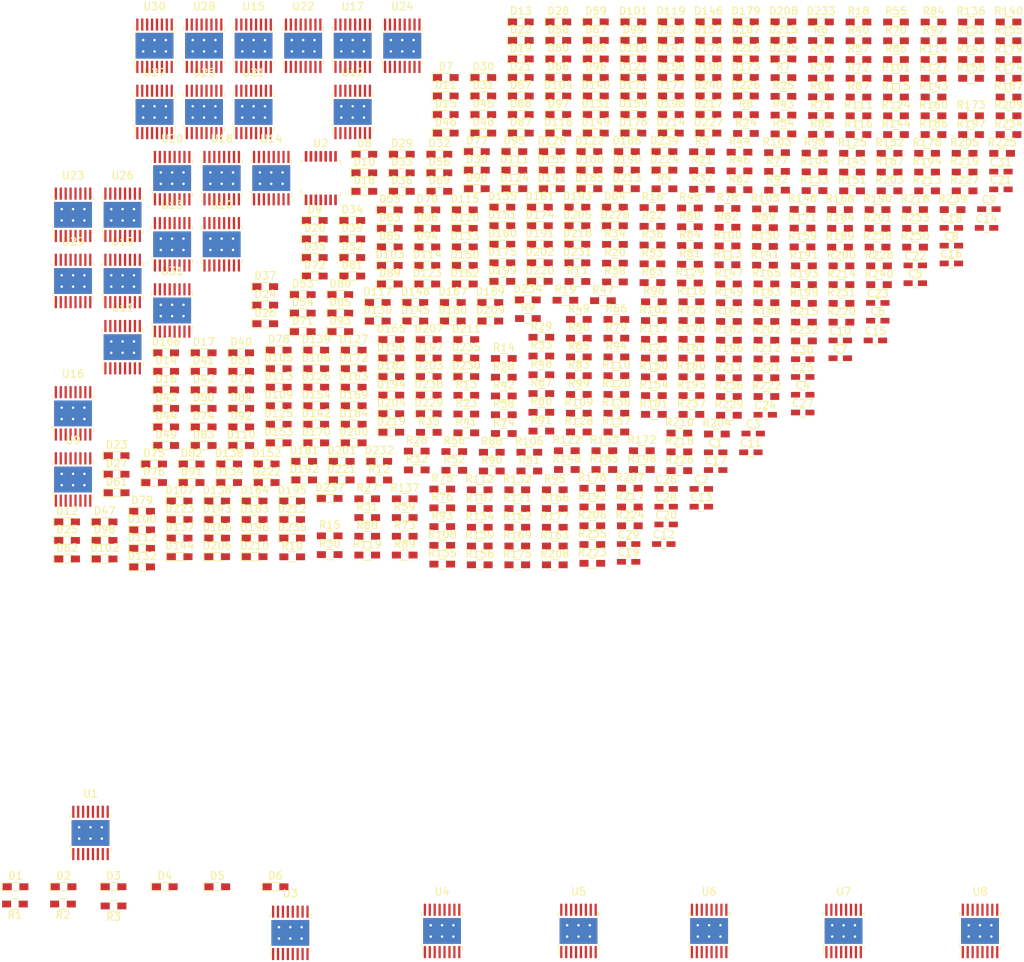
<source format=kicad_pcb>
(kicad_pcb (version 20171130) (host pcbnew "(5.1.6)-1")
  (layers (0 F.Cu signal) (31 B.Cu signal) (34 B.Paste user) (35 F.Paste user) (36 B.SilkS user) (37 F.SilkS user) (38 B.Mask user) (39 F.Mask user) (44 Edge.Cuts user))
  (net 0 "")
  (net 1 +3V3)
  (net 2 GND)
  (net 3 "Net-(D2-Pad1)")
  (net 4 "Net-(D3-Pad1)")
  (net 5 "Net-(D4-Pad1)")
  (net 6 "Net-(D6-Pad1)")
  (net 7 "Net-(D7-Pad1)")
  (net 8 "Net-(D8-Pad1)")
  (net 9 "Net-(D10-Pad1)")
  (net 10 "Net-(D11-Pad1)")
  (net 11 "Net-(D12-Pad1)")
  (net 12 "Net-(D13-Pad1)")
  (net 13 "Net-(D14-Pad1)")
  (net 14 "Net-(D15-Pad1)")
  (net 15 "Net-(D16-Pad1)")
  (net 16 "Net-(D17-Pad1)")
  (net 17 "Net-(D18-Pad1)")
  (net 18 "Net-(D19-Pad1)")
  (net 19 "Net-(D20-Pad1)")
  (net 20 "Net-(D22-Pad1)")
  (net 21 "Net-(D23-Pad1)")
  (net 22 "Net-(D24-Pad1)")
  (net 23 "Net-(D25-Pad1)")
  (net 24 "Net-(D26-Pad1)")
  (net 25 "Net-(D27-Pad1)")
  (net 26 "Net-(D29-Pad1)")
  (net 27 "Net-(D30-Pad1)")
  (net 28 "Net-(D31-Pad1)")
  (net 29 "Net-(D32-Pad1)")
  (net 30 "Net-(D34-Pad1)")
  (net 31 "Net-(D35-Pad1)")
  (net 32 "Net-(D37-Pad1)")
  (net 33 "Net-(D39-Pad1)")
  (net 34 "Net-(D40-Pad1)")
  (net 35 "Net-(D42-Pad1)")
  (net 36 "Net-(D44-Pad1)")
  (net 37 "Net-(D45-Pad1)")
  (net 38 "Net-(D48-Pad1)")
  (net 39 "Net-(D49-Pad1)")
  (net 40 "Net-(D50-Pad1)")
  (net 41 "Net-(D53-Pad1)")
  (net 42 "Net-(D54-Pad1)")
  (net 43 "Net-(D55-Pad1)")
  (net 44 "Net-(D57-Pad1)")
  (net 45 "Net-(D58-Pad1)")
  (net 46 "Net-(D59-Pad1)")
  (net 47 "Net-(D61-Pad1)")
  (net 48 "Net-(D62-Pad1)")
  (net 49 "Net-(D63-Pad1)")
  (net 50 "Net-(D64-Pad1)")
  (net 51 "Net-(D66-Pad1)")
  (net 52 "Net-(D67-Pad1)")
  (net 53 "Net-(D68-Pad1)")
  (net 54 "Net-(D70-Pad1)")
  (net 55 "Net-(D71-Pad1)")
  (net 56 "Net-(D73-Pad1)")
  (net 57 "Net-(D74-Pad1)")
  (net 58 "Net-(D75-Pad1)")
  (net 59 "Net-(D77-Pad1)")
  (net 60 "Net-(D78-Pad1)")
  (net 61 "Net-(D80-Pad1)")
  (net 62 "Net-(D81-Pad1)")
  (net 63 "Net-(D82-Pad1)")
  (net 64 "Net-(D84-Pad1)")
  (net 65 "Net-(D85-Pad1)")
  (net 66 "Net-(D87-Pad1)")
  (net 67 "Net-(D88-Pad1)")
  (net 68 "Net-(D90-Pad1)")
  (net 69 "Net-(D91-Pad1)")
  (net 70 "Net-(D92-Pad1)")
  (net 71 "Net-(D94-Pad1)")
  (net 72 "Net-(D95-Pad1)")
  (net 73 "Net-(D97-Pad1)")
  (net 74 "Net-(D98-Pad1)")
  (net 75 "Net-(D99-Pad1)")
  (net 76 "Net-(D101-Pad1)")
  (net 77 "Net-(D102-Pad1)")
  (net 78 "Net-(D104-Pad1)")
  (net 79 "Net-(D105-Pad1)")
  (net 80 "Net-(D106-Pad1)")
  (net 81 "Net-(D108-Pad1)")
  (net 82 "Net-(D110-Pad1)")
  (net 83 "Net-(D111-Pad1)")
  (net 84 "Net-(D112-Pad1)")
  (net 85 "Net-(D113-Pad1)")
  (net 86 "Net-(D115-Pad1)")
  (net 87 "Net-(D116-Pad1)")
  (net 88 "Net-(D117-Pad1)")
  (net 89 "Net-(D119-Pad1)")
  (net 90 "Net-(D120-Pad1)")
  (net 91 "Net-(D122-Pad1)")
  (net 92 "Net-(D123-Pad1)")
  (net 93 "Net-(D124-Pad1)")
  (net 94 "Net-(D126-Pad1)")
  (net 95 "Net-(D127-Pad1)")
  (net 96 "Net-(D129-Pad1)")
  (net 97 "Net-(D130-Pad1)")
  (net 98 "Net-(D131-Pad1)")
  (net 99 "Net-(D133-Pad1)")
  (net 100 "Net-(D134-Pad1)")
  (net 101 "Net-(D135-Pad1)")
  (net 102 "Net-(D137-Pad1)")
  (net 103 "Net-(D138-Pad1)")
  (net 104 "Net-(D139-Pad1)")
  (net 105 "Net-(D141-Pad1)")
  (net 106 "Net-(D142-Pad1)")
  (net 107 "Net-(D143-Pad1)")
  (net 108 "Net-(D145-Pad1)")
  (net 109 "Net-(D146-Pad1)")
  (net 110 "Net-(D148-Pad1)")
  (net 111 "Net-(D149-Pad1)")
  (net 112 "Net-(D150-Pad1)")
  (net 113 "Net-(D151-Pad1)")
  (net 114 "Net-(D153-Pad1)")
  (net 115 "Net-(D154-Pad1)")
  (net 116 "Net-(D156-Pad1)")
  (net 117 "Net-(D157-Pad1)")
  (net 118 "Net-(D158-Pad1)")
  (net 119 "Net-(D160-Pad1)")
  (net 120 "Net-(D161-Pad1)")
  (net 121 "Net-(D162-Pad1)")
  (net 122 "Net-(D164-Pad1)")
  (net 123 "Net-(D165-Pad1)")
  (net 124 "Net-(D166-Pad1)")
  (net 125 "Net-(D168-Pad1)")
  (net 126 "Net-(D169-Pad1)")
  (net 127 "Net-(D171-Pad1)")
  (net 128 "Net-(D172-Pad1)")
  (net 129 "Net-(D173-Pad1)")
  (net 130 "Net-(D174-Pad1)")
  (net 131 "Net-(D176-Pad1)")
  (net 132 "Net-(D177-Pad1)")
  (net 133 "Net-(D178-Pad1)")
  (net 134 "Net-(D179-Pad1)")
  (net 135 "Net-(D181-Pad1)")
  (net 136 "Net-(D182-Pad1)")
  (net 137 "Net-(D183-Pad1)")
  (net 138 "Net-(D184-Pad1)")
  (net 139 "Net-(D186-Pad1)")
  (net 140 "Net-(D187-Pad1)")
  (net 141 "Net-(D188-Pad1)")
  (net 142 "Net-(D190-Pad1)")
  (net 143 "Net-(D191-Pad1)")
  (net 144 "Net-(D193-Pad1)")
  (net 145 "Net-(D194-Pad1)")
  (net 146 "Net-(D195-Pad1)")
  (net 147 "Net-(D197-Pad1)")
  (net 148 "Net-(D198-Pad1)")
  (net 149 "Net-(D200-Pad1)")
  (net 150 "Net-(D201-Pad1)")
  (net 151 "Net-(D202-Pad1)")
  (net 152 "Net-(D204-Pad1)")
  (net 153 "Net-(D205-Pad1)")
  (net 154 "Net-(D207-Pad1)")
  (net 155 "Net-(D208-Pad1)")
  (net 156 "Net-(D210-Pad1)")
  (net 157 "Net-(D211-Pad1)")
  (net 158 "Net-(D212-Pad1)")
  (net 159 "Net-(D214-Pad1)")
  (net 160 "Net-(D215-Pad1)")
  (net 161 "Net-(D217-Pad1)")
  (net 162 "Net-(D218-Pad1)")
  (net 163 "Net-(D219-Pad1)")
  (net 164 "Net-(D221-Pad1)")
  (net 165 "Net-(D222-Pad1)")
  (net 166 "Net-(D224-Pad1)")
  (net 167 "Net-(D225-Pad1)")
  (net 168 "Net-(D226-Pad1)")
  (net 169 "Net-(D228-Pad1)")
  (net 170 "Net-(D230-Pad1)")
  (net 171 "Net-(D231-Pad1)")
  (net 172 "Net-(D232-Pad1)")
  (net 173 "Net-(D233-Pad1)")
  (net 174 "Net-(D235-Pad1)")
  (net 175 "Net-(D236-Pad1)")
  (net 176 "Net-(D237-Pad1)")
  (net 177 "Net-(D239-Pad1)")
  (net 178 "Net-(D240-Pad1)")
  (net 179 "Net-(D1-Pad1)")
  (net 180 "Net-(D1-Pad2)")
  (net 181 "Net-(D2-Pad2)")
  (net 182 "Net-(D3-Pad2)")
  (net 183 "Net-(D4-Pad2)")
  (net 184 "Net-(D5-Pad1)")
  (net 185 "Net-(D5-Pad2)")
  (net 186 "Net-(D6-Pad2)")
  (net 187 "Net-(D7-Pad2)")
  (net 188 "Net-(D8-Pad2)")
  (net 189 "Net-(D9-Pad1)")
  (net 190 "Net-(D9-Pad2)")
  (net 191 "Net-(D10-Pad2)")
  (net 192 "Net-(D11-Pad2)")
  (net 193 "Net-(D12-Pad2)")
  (net 194 "Net-(D13-Pad2)")
  (net 195 "Net-(D14-Pad2)")
  (net 196 "Net-(D15-Pad2)")
  (net 197 "Net-(D16-Pad2)")
  (net 198 "Net-(D17-Pad2)")
  (net 199 "Net-(D18-Pad2)")
  (net 200 "Net-(D19-Pad2)")
  (net 201 "Net-(D20-Pad2)")
  (net 202 "Net-(D21-Pad1)")
  (net 203 "Net-(D21-Pad2)")
  (net 204 "Net-(D22-Pad2)")
  (net 205 "Net-(D23-Pad2)")
  (net 206 "Net-(D24-Pad2)")
  (net 207 "Net-(D25-Pad2)")
  (net 208 "Net-(D26-Pad2)")
  (net 209 "Net-(D27-Pad2)")
  (net 210 "Net-(D28-Pad2)")
  (net 211 "Net-(D28-Pad1)")
  (net 212 "Net-(D29-Pad2)")
  (net 213 "Net-(D30-Pad2)")
  (net 214 "Net-(D31-Pad2)")
  (net 215 "Net-(D32-Pad2)")
  (net 216 "Net-(D33-Pad2)")
  (net 217 "Net-(D33-Pad1)")
  (net 218 "Net-(D34-Pad2)")
  (net 219 "Net-(D35-Pad2)")
  (net 220 "Net-(D36-Pad1)")
  (net 221 "Net-(D36-Pad2)")
  (net 222 "Net-(D37-Pad2)")
  (net 223 "Net-(D38-Pad1)")
  (net 224 "Net-(D38-Pad2)")
  (net 225 "Net-(D39-Pad2)")
  (net 226 "Net-(D40-Pad2)")
  (net 227 "Net-(D41-Pad1)")
  (net 228 "Net-(D41-Pad2)")
  (net 229 "Net-(D42-Pad2)")
  (net 230 "Net-(D43-Pad1)")
  (net 231 "Net-(D43-Pad2)")
  (net 232 "Net-(D44-Pad2)")
  (net 233 "Net-(D45-Pad2)")
  (net 234 "Net-(D46-Pad2)")
  (net 235 "Net-(D46-Pad1)")
  (net 236 "Net-(D47-Pad1)")
  (net 237 "Net-(D47-Pad2)")
  (net 238 "Net-(D48-Pad2)")
  (net 239 "Net-(D49-Pad2)")
  (net 240 "Net-(D50-Pad2)")
  (net 241 "Net-(D51-Pad2)")
  (net 242 "Net-(D51-Pad1)")
  (net 243 "Net-(D52-Pad1)")
  (net 244 "Net-(D52-Pad2)")
  (net 245 "Net-(D53-Pad2)")
  (net 246 "Net-(D54-Pad2)")
  (net 247 "Net-(D55-Pad2)")
  (net 248 "Net-(D56-Pad1)")
  (net 249 "Net-(D56-Pad2)")
  (net 250 "Net-(D57-Pad2)")
  (net 251 "Net-(D58-Pad2)")
  (net 252 "Net-(D59-Pad2)")
  (net 253 "Net-(D60-Pad2)")
  (net 254 "Net-(D60-Pad1)")
  (net 255 "Net-(D61-Pad2)")
  (net 256 "Net-(D62-Pad2)")
  (net 257 "Net-(D63-Pad2)")
  (net 258 "Net-(D64-Pad2)")
  (net 259 "Net-(D65-Pad2)")
  (net 260 "Net-(D65-Pad1)")
  (net 261 "Net-(D66-Pad2)")
  (net 262 "Net-(D67-Pad2)")
  (net 263 "Net-(D68-Pad2)")
  (net 264 "Net-(D69-Pad2)")
  (net 265 "Net-(D69-Pad1)")
  (net 266 "Net-(D70-Pad2)")
  (net 267 "Net-(D71-Pad2)")
  (net 268 "Net-(D72-Pad1)")
  (net 269 "Net-(D72-Pad2)")
  (net 270 "Net-(D73-Pad2)")
  (net 271 "Net-(D74-Pad2)")
  (net 272 "Net-(D75-Pad2)")
  (net 273 "Net-(D76-Pad1)")
  (net 274 "Net-(D76-Pad2)")
  (net 275 "Net-(D77-Pad2)")
  (net 276 "Net-(D78-Pad2)")
  (net 277 "Net-(D79-Pad2)")
  (net 278 "Net-(D79-Pad1)")
  (net 279 "Net-(D80-Pad2)")
  (net 280 "Net-(D81-Pad2)")
  (net 281 "Net-(D82-Pad2)")
  (net 282 "Net-(D83-Pad2)")
  (net 283 "Net-(D83-Pad1)")
  (net 284 "Net-(D84-Pad2)")
  (net 285 "Net-(D85-Pad2)")
  (net 286 "Net-(D86-Pad1)")
  (net 287 "Net-(D86-Pad2)")
  (net 288 "Net-(D87-Pad2)")
  (net 289 "Net-(D88-Pad2)")
  (net 290 "Net-(D89-Pad2)")
  (net 291 "Net-(D89-Pad1)")
  (net 292 "Net-(D90-Pad2)")
  (net 293 "Net-(D91-Pad2)")
  (net 294 "Net-(D92-Pad2)")
  (net 295 "Net-(D93-Pad2)")
  (net 296 "Net-(D93-Pad1)")
  (net 297 "Net-(D94-Pad2)")
  (net 298 "Net-(D95-Pad2)")
  (net 299 "Net-(D96-Pad1)")
  (net 300 "Net-(D96-Pad2)")
  (net 301 "Net-(D97-Pad2)")
  (net 302 "Net-(D98-Pad2)")
  (net 303 "Net-(D99-Pad2)")
  (net 304 "Net-(D100-Pad2)")
  (net 305 "Net-(D100-Pad1)")
  (net 306 "Net-(D101-Pad2)")
  (net 307 "Net-(D102-Pad2)")
  (net 308 "Net-(D103-Pad1)")
  (net 309 "Net-(D103-Pad2)")
  (net 310 "Net-(D104-Pad2)")
  (net 311 "Net-(D105-Pad2)")
  (net 312 "Net-(D106-Pad2)")
  (net 313 "Net-(D107-Pad1)")
  (net 314 "Net-(D107-Pad2)")
  (net 315 "Net-(D108-Pad2)")
  (net 316 "Net-(D109-Pad1)")
  (net 317 "Net-(D109-Pad2)")
  (net 318 "Net-(D110-Pad2)")
  (net 319 "Net-(D111-Pad2)")
  (net 320 "Net-(D112-Pad2)")
  (net 321 "Net-(D113-Pad2)")
  (net 322 "Net-(D114-Pad2)")
  (net 323 "Net-(D114-Pad1)")
  (net 324 "Net-(D115-Pad2)")
  (net 325 "Net-(D116-Pad2)")
  (net 326 "Net-(D117-Pad2)")
  (net 327 "Net-(D118-Pad2)")
  (net 328 "Net-(D118-Pad1)")
  (net 329 "Net-(D119-Pad2)")
  (net 330 "Net-(D120-Pad2)")
  (net 331 "Net-(D121-Pad2)")
  (net 332 "Net-(D121-Pad1)")
  (net 333 "Net-(D122-Pad2)")
  (net 334 "Net-(D123-Pad2)")
  (net 335 "Net-(D124-Pad2)")
  (net 336 "Net-(D125-Pad2)")
  (net 337 "Net-(D125-Pad1)")
  (net 338 "Net-(D126-Pad2)")
  (net 339 "Net-(D127-Pad2)")
  (net 340 "Net-(D128-Pad1)")
  (net 341 "Net-(D128-Pad2)")
  (net 342 "Net-(D129-Pad2)")
  (net 343 "Net-(D130-Pad2)")
  (net 344 "Net-(D131-Pad2)")
  (net 345 "Net-(D132-Pad2)")
  (net 346 "Net-(D132-Pad1)")
  (net 347 "Net-(D133-Pad2)")
  (net 348 "Net-(D134-Pad2)")
  (net 349 "Net-(D135-Pad2)")
  (net 350 "Net-(D136-Pad2)")
  (net 351 "Net-(D136-Pad1)")
  (net 352 "Net-(D137-Pad2)")
  (net 353 "Net-(D138-Pad2)")
  (net 354 "Net-(D139-Pad2)")
  (net 355 "Net-(D140-Pad2)")
  (net 356 "Net-(D140-Pad1)")
  (net 357 "Net-(D141-Pad2)")
  (net 358 "Net-(D142-Pad2)")
  (net 359 "Net-(D143-Pad2)")
  (net 360 "Net-(D144-Pad2)")
  (net 361 "Net-(D144-Pad1)")
  (net 362 "Net-(D145-Pad2)")
  (net 363 "Net-(D146-Pad2)")
  (net 364 "Net-(D147-Pad1)")
  (net 365 "Net-(D147-Pad2)")
  (net 366 "Net-(D148-Pad2)")
  (net 367 "Net-(D149-Pad2)")
  (net 368 "Net-(D150-Pad2)")
  (net 369 "Net-(D151-Pad2)")
  (net 370 "Net-(D152-Pad2)")
  (net 371 "Net-(D152-Pad1)")
  (net 372 "Net-(D153-Pad2)")
  (net 373 "Net-(D154-Pad2)")
  (net 374 "Net-(D155-Pad1)")
  (net 375 "Net-(D155-Pad2)")
  (net 376 "Net-(D156-Pad2)")
  (net 377 "Net-(D157-Pad2)")
  (net 378 "Net-(D158-Pad2)")
  (net 379 "Net-(D159-Pad2)")
  (net 380 "Net-(D159-Pad1)")
  (net 381 "Net-(D160-Pad2)")
  (net 382 "Net-(D161-Pad2)")
  (net 383 "Net-(D162-Pad2)")
  (net 384 "Net-(D163-Pad1)")
  (net 385 "Net-(D163-Pad2)")
  (net 386 "Net-(D164-Pad2)")
  (net 387 "Net-(D165-Pad2)")
  (net 388 "Net-(D166-Pad2)")
  (net 389 "Net-(D167-Pad1)")
  (net 390 "Net-(D167-Pad2)")
  (net 391 "Net-(D168-Pad2)")
  (net 392 "Net-(D169-Pad2)")
  (net 393 "Net-(D170-Pad2)")
  (net 394 "Net-(D170-Pad1)")
  (net 395 "Net-(D171-Pad2)")
  (net 396 "Net-(D172-Pad2)")
  (net 397 "Net-(D173-Pad2)")
  (net 398 "Net-(D174-Pad2)")
  (net 399 "Net-(D175-Pad2)")
  (net 400 "Net-(D175-Pad1)")
  (net 401 "Net-(D176-Pad2)")
  (net 402 "Net-(D177-Pad2)")
  (net 403 "Net-(D178-Pad2)")
  (net 404 "Net-(D179-Pad2)")
  (net 405 "Net-(D180-Pad2)")
  (net 406 "Net-(D180-Pad1)")
  (net 407 "Net-(D181-Pad2)")
  (net 408 "Net-(D182-Pad2)")
  (net 409 "Net-(D183-Pad2)")
  (net 410 "Net-(D184-Pad2)")
  (net 411 "Net-(D185-Pad1)")
  (net 412 "Net-(D185-Pad2)")
  (net 413 "Net-(D186-Pad2)")
  (net 414 "Net-(D187-Pad2)")
  (net 415 "Net-(D188-Pad2)")
  (net 416 "Net-(D189-Pad1)")
  (net 417 "Net-(D189-Pad2)")
  (net 418 "Net-(D190-Pad2)")
  (net 419 "Net-(D191-Pad2)")
  (net 420 "Net-(D192-Pad1)")
  (net 421 "Net-(D192-Pad2)")
  (net 422 "Net-(D193-Pad2)")
  (net 423 "Net-(D194-Pad2)")
  (net 424 "Net-(D195-Pad2)")
  (net 425 "Net-(D196-Pad2)")
  (net 426 "Net-(D196-Pad1)")
  (net 427 "Net-(D197-Pad2)")
  (net 428 "Net-(D198-Pad2)")
  (net 429 "Net-(D199-Pad2)")
  (net 430 "Net-(D199-Pad1)")
  (net 431 "Net-(D200-Pad2)")
  (net 432 "Net-(D201-Pad2)")
  (net 433 "Net-(D202-Pad2)")
  (net 434 "Net-(D203-Pad1)")
  (net 435 "Net-(D203-Pad2)")
  (net 436 "Net-(D204-Pad2)")
  (net 437 "Net-(D205-Pad2)")
  (net 438 "Net-(D206-Pad1)")
  (net 439 "Net-(D206-Pad2)")
  (net 440 "Net-(D207-Pad2)")
  (net 441 "Net-(D208-Pad2)")
  (net 442 "Net-(D209-Pad1)")
  (net 443 "Net-(D209-Pad2)")
  (net 444 "Net-(D210-Pad2)")
  (net 445 "Net-(D211-Pad2)")
  (net 446 "Net-(D212-Pad2)")
  (net 447 "Net-(D213-Pad1)")
  (net 448 "Net-(D213-Pad2)")
  (net 449 "Net-(D214-Pad2)")
  (net 450 "Net-(D215-Pad2)")
  (net 451 "Net-(D216-Pad2)")
  (net 452 "Net-(D216-Pad1)")
  (net 453 "Net-(D217-Pad2)")
  (net 454 "Net-(D218-Pad2)")
  (net 455 "Net-(D219-Pad2)")
  (net 456 "Net-(D220-Pad2)")
  (net 457 "Net-(D220-Pad1)")
  (net 458 "Net-(D221-Pad2)")
  (net 459 "Net-(D222-Pad2)")
  (net 460 "Net-(D223-Pad1)")
  (net 461 "Net-(D223-Pad2)")
  (net 462 "Net-(D224-Pad2)")
  (net 463 "Net-(D225-Pad2)")
  (net 464 "Net-(D226-Pad2)")
  (net 465 "Net-(D227-Pad2)")
  (net 466 "Net-(D227-Pad1)")
  (net 467 "Net-(D228-Pad2)")
  (net 468 "Net-(D229-Pad2)")
  (net 469 "Net-(D229-Pad1)")
  (net 470 "Net-(D230-Pad2)")
  (net 471 "Net-(D231-Pad2)")
  (net 472 "Net-(D232-Pad2)")
  (net 473 "Net-(D233-Pad2)")
  (net 474 "Net-(D234-Pad1)")
  (net 475 "Net-(D234-Pad2)")
  (net 476 "Net-(D235-Pad2)")
  (net 477 "Net-(D236-Pad2)")
  (net 478 "Net-(D237-Pad2)")
  (net 479 "Net-(D238-Pad2)")
  (net 480 "Net-(D238-Pad1)")
  (net 481 "Net-(D239-Pad2)")
  (net 482 "Net-(D240-Pad2)")
  (module Capacitors_SMD:C_0603_HandSoldering (layer F.Cu) (at 111.103001 -35.338999)
    (fp_text reference C1 (at 0 -1.25) (layer F.SilkS))
    (fp_text value 1.0uF)
    (pad 1 smd rect (at -0.95 0) (size 1.2 0.75) (layers F.Cu F.Paste F.Mask) (net 1 +3V3))
    (pad 2 smd rect (at 0.95 0) (size 1.2 0.75) (layers F.Cu F.Paste F.Mask) (net 2 GND))
  )
  (module Capacitors_SMD:C_0603_HandSoldering (layer F.Cu) (at 109.203001 -30.498999)
    (fp_text reference C2 (at 0 -1.25) (layer F.SilkS))
    (fp_text value 1.0uF)
    (pad 2 smd rect (at 0.95 0) (size 1.2 0.75) (layers F.Cu F.Paste F.Mask) (net 2 GND))
    (pad 1 smd rect (at -0.95 0) (size 1.2 0.75) (layers F.Cu F.Paste F.Mask) (net 1 +3V3))
  )
  (module Capacitors_SMD:C_0603_HandSoldering (layer F.Cu) (at 116.063001 -37.818999)
    (fp_text reference C3 (at 0 -1.25) (layer F.SilkS))
    (fp_text value 1.0uF)
    (pad 2 smd rect (at 0.95 0) (size 1.2 0.75) (layers F.Cu F.Paste F.Mask) (net 2 GND))
    (pad 1 smd rect (at -0.95 0) (size 1.2 0.75) (layers F.Cu F.Paste F.Mask) (net 1 +3V3))
  )
  (module Capacitors_SMD:C_0603_HandSoldering (layer F.Cu) (at 122.613001 -42.948999)
    (fp_text reference C4 (at 0 -1.25) (layer F.SilkS))
    (fp_text value 1.0uF)
    (pad 1 smd rect (at -0.95 0) (size 1.2 0.75) (layers F.Cu F.Paste F.Mask) (net 1 +3V3))
    (pad 2 smd rect (at 0.95 0) (size 1.2 0.75) (layers F.Cu F.Paste F.Mask) (net 2 GND))
  )
  (module Capacitors_SMD:C_0603_HandSoldering (layer F.Cu) (at 137.493001 -57.698999)
    (fp_text reference C5 (at 0 -1.25) (layer F.SilkS))
    (fp_text value 1.0uF)
    (pad 2 smd rect (at 0.95 0) (size 1.2 0.75) (layers F.Cu F.Paste F.Mask) (net 2 GND))
    (pad 1 smd rect (at -0.95 0) (size 1.2 0.75) (layers F.Cu F.Paste F.Mask) (net 1 +3V3))
  )
  (module Capacitors_SMD:C_0603_HandSoldering (layer F.Cu) (at 132.533001 -52.738999)
    (fp_text reference C6 (at 0 -1.25) (layer F.SilkS))
    (fp_text value 1.0uF)
    (pad 1 smd rect (at -0.95 0) (size 1.2 0.75) (layers F.Cu F.Paste F.Mask) (net 1 +3V3))
    (pad 2 smd rect (at 0.95 0) (size 1.2 0.75) (layers F.Cu F.Paste F.Mask) (net 2 GND))
  )
  (module Capacitors_SMD:C_0603_HandSoldering (layer F.Cu) (at 127.573001 -47.778999)
    (fp_text reference C7 (at 0 -1.25) (layer F.SilkS))
    (fp_text value 1.0uF)
    (pad 2 smd rect (at 0.95 0) (size 1.2 0.75) (layers F.Cu F.Paste F.Mask) (net 2 GND))
    (pad 1 smd rect (at -0.95 0) (size 1.2 0.75) (layers F.Cu F.Paste F.Mask) (net 1 +3V3))
  )
  (module Capacitors_SMD:C_0603_HandSoldering (layer F.Cu) (at 142.263001 -62.658999)
    (fp_text reference C8 (at 0 -1.25) (layer F.SilkS))
    (fp_text value 1.0uF)
    (pad 1 smd rect (at -0.95 0) (size 1.2 0.75) (layers F.Cu F.Paste F.Mask) (net 1 +3V3))
    (pad 2 smd rect (at 0.95 0) (size 1.2 0.75) (layers F.Cu F.Paste F.Mask) (net 2 GND))
  )
  (module Capacitors_SMD:C_0603_HandSoldering (layer F.Cu) (at 147.223001 -67.488999)
    (fp_text reference C9 (at 0 -1.25) (layer F.SilkS))
    (fp_text value 1.0uF)
    (pad 2 smd rect (at 0.95 0) (size 1.2 0.75) (layers F.Cu F.Paste F.Mask) (net 2 GND))
    (pad 1 smd rect (at -0.95 0) (size 1.2 0.75) (layers F.Cu F.Paste F.Mask) (net 1 +3V3))
  )
  (module Capacitors_SMD:C_0603_HandSoldering (layer F.Cu) (at 127.573001 -50.128999)
    (fp_text reference C10 (at 0 -1.25) (layer F.SilkS))
    (fp_text value 1.0uF)
    (pad 1 smd rect (at -0.95 0) (size 1.2 0.75) (layers F.Cu F.Paste F.Mask) (net 1 +3V3))
    (pad 2 smd rect (at 0.95 0) (size 1.2 0.75) (layers F.Cu F.Paste F.Mask) (net 2 GND))
  )
  (module Capacitors_SMD:C_0603_HandSoldering (layer F.Cu) (at 115.753001 -35.338999)
    (fp_text reference C11 (at 0 -1.25) (layer F.SilkS))
    (fp_text value 1.0uF)
    (pad 2 smd rect (at 0.95 0) (size 1.2 0.75) (layers F.Cu F.Paste F.Mask) (net 2 GND))
    (pad 1 smd rect (at -0.95 0) (size 1.2 0.75) (layers F.Cu F.Paste F.Mask) (net 1 +3V3))
  )
  (module Capacitors_SMD:C_0603_HandSoldering (layer F.Cu) (at 104.243001 -23.208999)
    (fp_text reference C12 (at 0 -1.25) (layer F.SilkS))
    (fp_text value 1.0uF)
    (pad 1 smd rect (at -0.95 0) (size 1.2 0.75) (layers F.Cu F.Paste F.Mask) (net 1 +3V3))
    (pad 2 smd rect (at 0.95 0) (size 1.2 0.75) (layers F.Cu F.Paste F.Mask) (net 2 GND))
  )
  (module Capacitors_SMD:C_0603_HandSoldering (layer F.Cu) (at 109.203001 -28.148999)
    (fp_text reference C13 (at 0 -1.25) (layer F.SilkS))
    (fp_text value 1.0uF)
    (pad 2 smd rect (at 0.95 0) (size 1.2 0.75) (layers F.Cu F.Paste F.Mask) (net 2 GND))
    (pad 1 smd rect (at -0.95 0) (size 1.2 0.75) (layers F.Cu F.Paste F.Mask) (net 1 +3V3))
  )
  (module Capacitors_SMD:C_0603_HandSoldering (layer F.Cu) (at 146.913001 -65.008999)
    (fp_text reference C14 (at 0 -1.25) (layer F.SilkS))
    (fp_text value 1.0uF)
    (pad 1 smd rect (at -0.95 0) (size 1.2 0.75) (layers F.Cu F.Paste F.Mask) (net 1 +3V3))
    (pad 2 smd rect (at 0.95 0) (size 1.2 0.75) (layers F.Cu F.Paste F.Mask) (net 2 GND))
  )
  (module Capacitors_SMD:C_0603_HandSoldering (layer F.Cu) (at 132.223001 -50.128999)
    (fp_text reference C15 (at 0 -1.25) (layer F.SilkS))
    (fp_text value 1.0uF)
    (pad 1 smd rect (at -0.95 0) (size 1.2 0.75) (layers F.Cu F.Paste F.Mask) (net 1 +3V3))
    (pad 2 smd rect (at 0.95 0) (size 1.2 0.75) (layers F.Cu F.Paste F.Mask) (net 2 GND))
  )
  (module Capacitors_SMD:C_0603_HandSoldering (layer F.Cu) (at 142.263001 -60.308999)
    (fp_text reference C16 (at 0 -1.25) (layer F.SilkS))
    (fp_text value 1.0uF)
    (pad 2 smd rect (at 0.95 0) (size 1.2 0.75) (layers F.Cu F.Paste F.Mask) (net 2 GND))
    (pad 1 smd rect (at -0.95 0) (size 1.2 0.75) (layers F.Cu F.Paste F.Mask) (net 1 +3V3))
  )
  (module Capacitors_SMD:C_0603_HandSoldering (layer F.Cu) (at 111.103001 -32.988999)
    (fp_text reference C17 (at 0 -1.25) (layer F.SilkS))
    (fp_text value 1.0uF)
    (pad 2 smd rect (at 0.95 0) (size 1.2 0.75) (layers F.Cu F.Paste F.Mask) (net 2 GND))
    (pad 1 smd rect (at -0.95 0) (size 1.2 0.75) (layers F.Cu F.Paste F.Mask) (net 1 +3V3))
  )
  (module Capacitors_SMD:C_0603_HandSoldering (layer F.Cu) (at 142.263001 -65.008999)
    (fp_text reference C18 (at 0 -1.25) (layer F.SilkS))
    (fp_text value 1.0uF)
    (pad 1 smd rect (at -0.95 0) (size 1.2 0.75) (layers F.Cu F.Paste F.Mask) (net 1 +3V3))
    (pad 2 smd rect (at 0.95 0) (size 1.2 0.75) (layers F.Cu F.Paste F.Mask) (net 2 GND))
  )
  (module Capacitors_SMD:C_0603_HandSoldering (layer F.Cu) (at 99.593001 -20.858999)
    (fp_text reference C19 (at 0 -1.25) (layer F.SilkS))
    (fp_text value 1.0uF)
    (pad 2 smd rect (at 0.95 0) (size 1.2 0.75) (layers F.Cu F.Paste F.Mask) (net 2 GND))
    (pad 1 smd rect (at -0.95 0) (size 1.2 0.75) (layers F.Cu F.Paste F.Mask) (net 1 +3V3))
  )
  (module Capacitors_SMD:C_0603_HandSoldering (layer F.Cu) (at 104.553001 -25.798999)
    (fp_text reference C20 (at 0 -1.25) (layer F.SilkS))
    (fp_text value 1.0uF)
    (pad 1 smd rect (at -0.95 0) (size 1.2 0.75) (layers F.Cu F.Paste F.Mask) (net 1 +3V3))
    (pad 2 smd rect (at 0.95 0) (size 1.2 0.75) (layers F.Cu F.Paste F.Mask) (net 2 GND))
  )
  (module Capacitors_SMD:C_0603_HandSoldering (layer F.Cu) (at 148.813001 -70.098999)
    (fp_text reference C21 (at 0 -1.25) (layer F.SilkS))
    (fp_text value 1.0uF)
    (pad 2 smd rect (at 0.95 0) (size 1.2 0.75) (layers F.Cu F.Paste F.Mask) (net 2 GND))
    (pad 1 smd rect (at -0.95 0) (size 1.2 0.75) (layers F.Cu F.Paste F.Mask) (net 1 +3V3))
  )
  (module Capacitors_SMD:C_0603_HandSoldering (layer F.Cu) (at 137.493001 -60.048999)
    (fp_text reference C22 (at 0 -1.25) (layer F.SilkS))
    (fp_text value 1.0uF)
    (pad 1 smd rect (at -0.95 0) (size 1.2 0.75) (layers F.Cu F.Paste F.Mask) (net 1 +3V3))
    (pad 2 smd rect (at 0.95 0) (size 1.2 0.75) (layers F.Cu F.Paste F.Mask) (net 2 GND))
  )
  (module Capacitors_SMD:C_0603_HandSoldering (layer F.Cu) (at 132.533001 -55.088999)
    (fp_text reference C23 (at 0 -1.25) (layer F.SilkS))
    (fp_text value 1.0uF)
    (pad 2 smd rect (at 0.95 0) (size 1.2 0.75) (layers F.Cu F.Paste F.Mask) (net 2 GND))
    (pad 1 smd rect (at -0.95 0) (size 1.2 0.75) (layers F.Cu F.Paste F.Mask) (net 1 +3V3))
  )
  (module Capacitors_SMD:C_0603_HandSoldering (layer F.Cu) (at 117.653001 -40.298999)
    (fp_text reference C24 (at 0 -1.25) (layer F.SilkS))
    (fp_text value 1.0uF)
    (pad 1 smd rect (at -0.95 0) (size 1.2 0.75) (layers F.Cu F.Paste F.Mask) (net 1 +3V3))
    (pad 2 smd rect (at 0.95 0) (size 1.2 0.75) (layers F.Cu F.Paste F.Mask) (net 2 GND))
  )
  (module Capacitors_SMD:C_0603_HandSoldering (layer F.Cu) (at 122.613001 -45.298999)
    (fp_text reference C25 (at 0 -1.25) (layer F.SilkS))
    (fp_text value 1.0uF)
    (pad 2 smd rect (at 0.95 0) (size 1.2 0.75) (layers F.Cu F.Paste F.Mask) (net 2 GND))
    (pad 1 smd rect (at -0.95 0) (size 1.2 0.75) (layers F.Cu F.Paste F.Mask) (net 1 +3V3))
  )
  (module Capacitors_SMD:C_0603_HandSoldering (layer F.Cu) (at 104.553001 -30.498999)
    (fp_text reference C26 (at 0 -1.25) (layer F.SilkS))
    (fp_text value 1.0uF)
    (pad 1 smd rect (at -0.95 0) (size 1.2 0.75) (layers F.Cu F.Paste F.Mask) (net 1 +3V3))
    (pad 2 smd rect (at 0.95 0) (size 1.2 0.75) (layers F.Cu F.Paste F.Mask) (net 2 GND))
  )
  (module Capacitors_SMD:C_0603_HandSoldering (layer F.Cu) (at 122.613001 -40.598999)
    (fp_text reference C27 (at 0 -1.25) (layer F.SilkS))
    (fp_text value 1.0uF)
    (pad 2 smd rect (at 0.95 0) (size 1.2 0.75) (layers F.Cu F.Paste F.Mask) (net 2 GND))
    (pad 1 smd rect (at -0.95 0) (size 1.2 0.75) (layers F.Cu F.Paste F.Mask) (net 1 +3V3))
  )
  (module Capacitors_SMD:C_0603_HandSoldering (layer F.Cu) (at 104.553001 -28.148999)
    (fp_text reference C28 (at 0 -1.25) (layer F.SilkS))
    (fp_text value 1.0uF)
    (pad 1 smd rect (at -0.95 0) (size 1.2 0.75) (layers F.Cu F.Paste F.Mask) (net 1 +3V3))
    (pad 2 smd rect (at 0.95 0) (size 1.2 0.75) (layers F.Cu F.Paste F.Mask) (net 2 GND))
  )
  (module Capacitors_SMD:C_0603_HandSoldering (layer F.Cu) (at 99.593001 -23.208999)
    (fp_text reference C29 (at 0 -1.25) (layer F.SilkS))
    (fp_text value 1.0uF)
    (pad 2 smd rect (at 0.95 0) (size 1.2 0.75) (layers F.Cu F.Paste F.Mask) (net 2 GND))
    (pad 1 smd rect (at -0.95 0) (size 1.2 0.75) (layers F.Cu F.Paste F.Mask) (net 1 +3V3))
  )
  (module Capacitors_SMD:C_0603_HandSoldering (layer F.Cu) (at 122.613001 -47.648999)
    (fp_text reference C30 (at 0 -1.25) (layer F.SilkS))
    (fp_text value 1.0uF)
    (pad 1 smd rect (at -0.95 0) (size 1.2 0.75) (layers F.Cu F.Paste F.Mask) (net 1 +3V3))
    (pad 2 smd rect (at 0.95 0) (size 1.2 0.75) (layers F.Cu F.Paste F.Mask) (net 2 GND))
  )
  (module Capacitors_SMD:C_0603_HandSoldering (layer F.Cu) (at 148.813001 -72.448999)
    (fp_text reference C31 (at 0 -1.25) (layer F.SilkS))
    (fp_text value 1.0uF)
    (pad 2 smd rect (at 0.95 0) (size 1.2 0.75) (layers F.Cu F.Paste F.Mask) (net 2 GND))
    (pad 1 smd rect (at -0.95 0) (size 1.2 0.75) (layers F.Cu F.Paste F.Mask) (net 1 +3V3))
  )
  (module LEDs:LED_0603_HandSoldering (layer F.Cu) (at 18.542 22.098)
    (fp_text reference D1 (at 0 -1.45) (layer F.SilkS))
    (fp_text value LED)
    (pad 1 smd rect (at -1.1 0) (size 1.2 0.9) (layers F.Cu F.Paste F.Mask) (net 179 "Net-(D1-Pad1)"))
    (pad 2 smd rect (at 1.1 0) (size 1.2 0.9) (layers F.Cu F.Paste F.Mask) (net 180 "Net-(D1-Pad2)"))
  )
  (module LEDs:LED_0603_HandSoldering (layer F.Cu) (at 24.892 22.098)
    (fp_text reference D2 (at 0 -1.45) (layer F.SilkS))
    (fp_text value LED)
    (pad 2 smd rect (at 1.1 0) (size 1.2 0.9) (layers F.Cu F.Paste F.Mask) (net 181 "Net-(D2-Pad2)"))
    (pad 1 smd rect (at -1.1 0) (size 1.2 0.9) (layers F.Cu F.Paste F.Mask) (net 3 "Net-(D2-Pad1)"))
  )
  (module LEDs:LED_0603_HandSoldering (layer F.Cu) (at 31.496 22.098)
    (fp_text reference D3 (at 0 -1.45) (layer F.SilkS))
    (fp_text value LED)
    (pad 1 smd rect (at -1.1 0) (size 1.2 0.9) (layers F.Cu F.Paste F.Mask) (net 4 "Net-(D3-Pad1)"))
    (pad 2 smd rect (at 1.1 0) (size 1.2 0.9) (layers F.Cu F.Paste F.Mask) (net 182 "Net-(D3-Pad2)"))
  )
  (module LEDs:LED_0603_HandSoldering (layer F.Cu) (at 38.27 22.098)
    (fp_text reference D4 (at 0 -1.45) (layer F.SilkS))
    (fp_text value LED)
    (pad 2 smd rect (at 1.1 0) (size 1.2 0.9) (layers F.Cu F.Paste F.Mask) (net 183 "Net-(D4-Pad2)"))
    (pad 1 smd rect (at -1.1 0) (size 1.2 0.9) (layers F.Cu F.Paste F.Mask) (net 5 "Net-(D4-Pad1)"))
  )
  (module LEDs:LED_0603_HandSoldering (layer F.Cu) (at 45.212 22.098)
    (fp_text reference D5 (at 0 -1.45) (layer F.SilkS))
    (fp_text value LED)
    (pad 1 smd rect (at -1.1 0) (size 1.2 0.9) (layers F.Cu F.Paste F.Mask) (net 184 "Net-(D5-Pad1)"))
    (pad 2 smd rect (at 1.1 0) (size 1.2 0.9) (layers F.Cu F.Paste F.Mask) (net 185 "Net-(D5-Pad2)"))
  )
  (module LEDs:LED_0603_HandSoldering (layer F.Cu) (at 52.916 22.098)
    (fp_text reference D6 (at 0 -1.45) (layer F.SilkS))
    (fp_text value LED)
    (pad 2 smd rect (at 1.1 0) (size 1.2 0.9) (layers F.Cu F.Paste F.Mask) (net 186 "Net-(D6-Pad2)"))
    (pad 1 smd rect (at -1.1 0) (size 1.2 0.9) (layers F.Cu F.Paste F.Mask) (net 6 "Net-(D6-Pad1)"))
  )
  (module LEDs:LED_0603_HandSoldering (layer F.Cu) (at 75.423001 -84.888999)
    (fp_text reference D7 (at 0 -1.45) (layer F.SilkS))
    (fp_text value LED)
    (pad 1 smd rect (at -1.1 0) (size 1.2 0.9) (layers F.Cu F.Paste F.Mask) (net 7 "Net-(D7-Pad1)"))
    (pad 2 smd rect (at 1.1 0) (size 1.2 0.9) (layers F.Cu F.Paste F.Mask) (net 187 "Net-(D7-Pad2)"))
  )
  (module LEDs:LED_0603_HandSoldering (layer F.Cu) (at 64.653001 -74.738999)
    (fp_text reference D8 (at 0 -1.45) (layer F.SilkS))
    (fp_text value LED)
    (pad 2 smd rect (at 1.1 0) (size 1.2 0.9) (layers F.Cu F.Paste F.Mask) (net 188 "Net-(D8-Pad2)"))
    (pad 1 smd rect (at -1.1 0) (size 1.2 0.9) (layers F.Cu F.Paste F.Mask) (net 8 "Net-(D8-Pad1)"))
  )
  (module LEDs:LED_0603_HandSoldering (layer F.Cu) (at 58.103001 -65.988999)
    (fp_text reference D9 (at 0 -1.45) (layer F.SilkS))
    (fp_text value LED)
    (pad 1 smd rect (at -1.1 0) (size 1.2 0.9) (layers F.Cu F.Paste F.Mask) (net 189 "Net-(D9-Pad1)"))
    (pad 2 smd rect (at 1.1 0) (size 1.2 0.9) (layers F.Cu F.Paste F.Mask) (net 190 "Net-(D9-Pad2)"))
  )
  (module LEDs:LED_0603_HandSoldering (layer F.Cu) (at 64.653001 -72.288999)
    (fp_text reference D10 (at 0 -1.45) (layer F.SilkS))
    (fp_text value LED)
    (pad 1 smd rect (at -1.1 0) (size 1.2 0.9) (layers F.Cu F.Paste F.Mask) (net 9 "Net-(D10-Pad1)"))
    (pad 2 smd rect (at 1.1 0) (size 1.2 0.9) (layers F.Cu F.Paste F.Mask) (net 191 "Net-(D10-Pad2)"))
  )
  (module LEDs:LED_0603_HandSoldering (layer F.Cu) (at 75.423001 -82.438999)
    (fp_text reference D11 (at 0 -1.45) (layer F.SilkS))
    (fp_text value LED)
    (pad 1 smd rect (at -1.1 0) (size 1.2 0.9) (layers F.Cu F.Paste F.Mask) (net 10 "Net-(D11-Pad1)"))
    (pad 2 smd rect (at 1.1 0) (size 1.2 0.9) (layers F.Cu F.Paste F.Mask) (net 192 "Net-(D11-Pad2)"))
  )
  (module LEDs:LED_0603_HandSoldering (layer F.Cu) (at 25.353001 -26.138999)
    (fp_text reference D12 (at 0 -1.45) (layer F.SilkS))
    (fp_text value LED)
    (pad 2 smd rect (at 1.1 0) (size 1.2 0.9) (layers F.Cu F.Paste F.Mask) (net 193 "Net-(D12-Pad2)"))
    (pad 1 smd rect (at -1.1 0) (size 1.2 0.9) (layers F.Cu F.Paste F.Mask) (net 11 "Net-(D12-Pad1)"))
  )
  (module LEDs:LED_0603_HandSoldering (layer F.Cu) (at 85.343001 -92.238999)
    (fp_text reference D13 (at 0 -1.45) (layer F.SilkS))
    (fp_text value LED)
    (pad 1 smd rect (at -1.1 0) (size 1.2 0.9) (layers F.Cu F.Paste F.Mask) (net 12 "Net-(D13-Pad1)"))
    (pad 2 smd rect (at 1.1 0) (size 1.2 0.9) (layers F.Cu F.Paste F.Mask) (net 194 "Net-(D13-Pad2)"))
  )
  (module LEDs:LED_0603_HandSoldering (layer F.Cu) (at 38.453001 -46.038999)
    (fp_text reference D14 (at 0 -1.45) (layer F.SilkS))
    (fp_text value LED)
    (pad 2 smd rect (at 1.1 0) (size 1.2 0.9) (layers F.Cu F.Paste F.Mask) (net 195 "Net-(D14-Pad2)"))
    (pad 1 smd rect (at -1.1 0) (size 1.2 0.9) (layers F.Cu F.Paste F.Mask) (net 13 "Net-(D14-Pad1)"))
  )
  (module LEDs:LED_0603_HandSoldering (layer F.Cu) (at 75.423001 -79.988999)
    (fp_text reference D15 (at 0 -1.45) (layer F.SilkS))
    (fp_text value LED)
    (pad 1 smd rect (at -1.1 0) (size 1.2 0.9) (layers F.Cu F.Paste F.Mask) (net 14 "Net-(D15-Pad1)"))
    (pad 2 smd rect (at 1.1 0) (size 1.2 0.9) (layers F.Cu F.Paste F.Mask) (net 196 "Net-(D15-Pad2)"))
  )
  (module LEDs:LED_0603_HandSoldering (layer F.Cu) (at 38.453001 -43.588999)
    (fp_text reference D16 (at 0 -1.45) (layer F.SilkS))
    (fp_text value LED)
    (pad 2 smd rect (at 1.1 0) (size 1.2 0.9) (layers F.Cu F.Paste F.Mask) (net 197 "Net-(D16-Pad2)"))
    (pad 1 smd rect (at -1.1 0) (size 1.2 0.9) (layers F.Cu F.Paste F.Mask) (net 15 "Net-(D16-Pad1)"))
  )
  (module LEDs:LED_0603_HandSoldering (layer F.Cu) (at 43.413001 -48.488999)
    (fp_text reference D17 (at 0 -1.45) (layer F.SilkS))
    (fp_text value LED)
    (pad 2 smd rect (at 1.1 0) (size 1.2 0.9) (layers F.Cu F.Paste F.Mask) (net 198 "Net-(D17-Pad2)"))
    (pad 1 smd rect (at -1.1 0) (size 1.2 0.9) (layers F.Cu F.Paste F.Mask) (net 16 "Net-(D17-Pad1)"))
  )
  (module LEDs:LED_0603_HandSoldering (layer F.Cu) (at 64.653001 -69.838999)
    (fp_text reference D18 (at 0 -1.45) (layer F.SilkS))
    (fp_text value LED)
    (pad 1 smd rect (at -1.1 0) (size 1.2 0.9) (layers F.Cu F.Paste F.Mask) (net 17 "Net-(D18-Pad1)"))
    (pad 2 smd rect (at 1.1 0) (size 1.2 0.9) (layers F.Cu F.Paste F.Mask) (net 199 "Net-(D18-Pad2)"))
  )
  (module LEDs:LED_0603_HandSoldering (layer F.Cu) (at 85.343001 -87.338999)
    (fp_text reference D19 (at 0 -1.45) (layer F.SilkS))
    (fp_text value LED)
    (pad 2 smd rect (at 1.1 0) (size 1.2 0.9) (layers F.Cu F.Paste F.Mask) (net 200 "Net-(D19-Pad2)"))
    (pad 1 smd rect (at -1.1 0) (size 1.2 0.9) (layers F.Cu F.Paste F.Mask) (net 18 "Net-(D19-Pad1)"))
  )
  (module LEDs:LED_0603_HandSoldering (layer F.Cu) (at 58.103001 -63.538999)
    (fp_text reference D20 (at 0 -1.45) (layer F.SilkS))
    (fp_text value LED)
    (pad 2 smd rect (at 1.1 0) (size 1.2 0.9) (layers F.Cu F.Paste F.Mask) (net 201 "Net-(D20-Pad2)"))
    (pad 1 smd rect (at -1.1 0) (size 1.2 0.9) (layers F.Cu F.Paste F.Mask) (net 19 "Net-(D20-Pad1)"))
  )
  (module LEDs:LED_0603_HandSoldering (layer F.Cu) (at 85.343001 -84.888999)
    (fp_text reference D21 (at 0 -1.45) (layer F.SilkS))
    (fp_text value LED)
    (pad 1 smd rect (at -1.1 0) (size 1.2 0.9) (layers F.Cu F.Paste F.Mask) (net 202 "Net-(D21-Pad1)"))
    (pad 2 smd rect (at 1.1 0) (size 1.2 0.9) (layers F.Cu F.Paste F.Mask) (net 203 "Net-(D21-Pad2)"))
  )
  (module LEDs:LED_0603_HandSoldering (layer F.Cu) (at 85.343001 -89.788999)
    (fp_text reference D22 (at 0 -1.45) (layer F.SilkS))
    (fp_text value LED)
    (pad 2 smd rect (at 1.1 0) (size 1.2 0.9) (layers F.Cu F.Paste F.Mask) (net 204 "Net-(D22-Pad2)"))
    (pad 1 smd rect (at -1.1 0) (size 1.2 0.9) (layers F.Cu F.Paste F.Mask) (net 20 "Net-(D22-Pad1)"))
  )
  (module LEDs:LED_0603_HandSoldering (layer F.Cu) (at 31.903001 -34.888999)
    (fp_text reference D23 (at 0 -1.45) (layer F.SilkS))
    (fp_text value LED)
    (pad 1 smd rect (at -1.1 0) (size 1.2 0.9) (layers F.Cu F.Paste F.Mask) (net 21 "Net-(D23-Pad1)"))
    (pad 2 smd rect (at 1.1 0) (size 1.2 0.9) (layers F.Cu F.Paste F.Mask) (net 205 "Net-(D23-Pad2)"))
  )
  (module LEDs:LED_0603_HandSoldering (layer F.Cu) (at 51.553001 -54.788999)
    (fp_text reference D24 (at 0 -1.45) (layer F.SilkS))
    (fp_text value LED)
    (pad 2 smd rect (at 1.1 0) (size 1.2 0.9) (layers F.Cu F.Paste F.Mask) (net 206 "Net-(D24-Pad2)"))
    (pad 1 smd rect (at -1.1 0) (size 1.2 0.9) (layers F.Cu F.Paste F.Mask) (net 22 "Net-(D24-Pad1)"))
  )
  (module LEDs:LED_0603_HandSoldering (layer F.Cu) (at 25.353001 -23.688999)
    (fp_text reference D25 (at 0 -1.45) (layer F.SilkS))
    (fp_text value LED)
    (pad 1 smd rect (at -1.1 0) (size 1.2 0.9) (layers F.Cu F.Paste F.Mask) (net 23 "Net-(D25-Pad1)"))
    (pad 2 smd rect (at 1.1 0) (size 1.2 0.9) (layers F.Cu F.Paste F.Mask) (net 207 "Net-(D25-Pad2)"))
  )
  (module LEDs:LED_0603_HandSoldering (layer F.Cu) (at 51.553001 -52.338999)
    (fp_text reference D26 (at 0 -1.45) (layer F.SilkS))
    (fp_text value LED)
    (pad 2 smd rect (at 1.1 0) (size 1.2 0.9) (layers F.Cu F.Paste F.Mask) (net 208 "Net-(D26-Pad2)"))
    (pad 1 smd rect (at -1.1 0) (size 1.2 0.9) (layers F.Cu F.Paste F.Mask) (net 24 "Net-(D26-Pad1)"))
  )
  (module LEDs:LED_0603_HandSoldering (layer F.Cu) (at 31.903001 -32.438999)
    (fp_text reference D27 (at 0 -1.45) (layer F.SilkS))
    (fp_text value LED)
    (pad 1 smd rect (at -1.1 0) (size 1.2 0.9) (layers F.Cu F.Paste F.Mask) (net 25 "Net-(D27-Pad1)"))
    (pad 2 smd rect (at 1.1 0) (size 1.2 0.9) (layers F.Cu F.Paste F.Mask) (net 209 "Net-(D27-Pad2)"))
  )
  (module LEDs:LED_0603_HandSoldering (layer F.Cu) (at 90.303001 -92.238999)
    (fp_text reference D28 (at 0 -1.45) (layer F.SilkS))
    (fp_text value LED)
    (pad 2 smd rect (at 1.1 0) (size 1.2 0.9) (layers F.Cu F.Paste F.Mask) (net 210 "Net-(D28-Pad2)"))
    (pad 1 smd rect (at -1.1 0) (size 1.2 0.9) (layers F.Cu F.Paste F.Mask) (net 211 "Net-(D28-Pad1)"))
  )
  (module LEDs:LED_0603_HandSoldering (layer F.Cu) (at 69.613001 -74.738999)
    (fp_text reference D29 (at 0 -1.45) (layer F.SilkS))
    (fp_text value LED)
    (pad 1 smd rect (at -1.1 0) (size 1.2 0.9) (layers F.Cu F.Paste F.Mask) (net 26 "Net-(D29-Pad1)"))
    (pad 2 smd rect (at 1.1 0) (size 1.2 0.9) (layers F.Cu F.Paste F.Mask) (net 212 "Net-(D29-Pad2)"))
  )
  (module LEDs:LED_0603_HandSoldering (layer F.Cu) (at 80.383001 -84.888999)
    (fp_text reference D30 (at 0 -1.45) (layer F.SilkS))
    (fp_text value LED)
    (pad 2 smd rect (at 1.1 0) (size 1.2 0.9) (layers F.Cu F.Paste F.Mask) (net 213 "Net-(D30-Pad2)"))
    (pad 1 smd rect (at -1.1 0) (size 1.2 0.9) (layers F.Cu F.Paste F.Mask) (net 27 "Net-(D30-Pad1)"))
  )
  (module LEDs:LED_0603_HandSoldering (layer F.Cu) (at 80.383001 -82.438999)
    (fp_text reference D31 (at 0 -1.45) (layer F.SilkS))
    (fp_text value LED)
    (pad 1 smd rect (at -1.1 0) (size 1.2 0.9) (layers F.Cu F.Paste F.Mask) (net 28 "Net-(D31-Pad1)"))
    (pad 2 smd rect (at 1.1 0) (size 1.2 0.9) (layers F.Cu F.Paste F.Mask) (net 214 "Net-(D31-Pad2)"))
  )
  (module LEDs:LED_0603_HandSoldering (layer F.Cu) (at 74.573001 -74.738999)
    (fp_text reference D32 (at 0 -1.45) (layer F.SilkS))
    (fp_text value LED)
    (pad 2 smd rect (at 1.1 0) (size 1.2 0.9) (layers F.Cu F.Paste F.Mask) (net 215 "Net-(D32-Pad2)"))
    (pad 1 smd rect (at -1.1 0) (size 1.2 0.9) (layers F.Cu F.Paste F.Mask) (net 29 "Net-(D32-Pad1)"))
  )
  (module LEDs:LED_0603_HandSoldering (layer F.Cu) (at 69.613001 -72.288999)
    (fp_text reference D33 (at 0 -1.45) (layer F.SilkS))
    (fp_text value LED)
    (pad 2 smd rect (at 1.1 0) (size 1.2 0.9) (layers F.Cu F.Paste F.Mask) (net 216 "Net-(D33-Pad2)"))
    (pad 1 smd rect (at -1.1 0) (size 1.2 0.9) (layers F.Cu F.Paste F.Mask) (net 217 "Net-(D33-Pad1)"))
  )
  (module LEDs:LED_0603_HandSoldering (layer F.Cu) (at 63.063001 -65.988999)
    (fp_text reference D34 (at 0 -1.45) (layer F.SilkS))
    (fp_text value LED)
    (pad 1 smd rect (at -1.1 0) (size 1.2 0.9) (layers F.Cu F.Paste F.Mask) (net 30 "Net-(D34-Pad1)"))
    (pad 2 smd rect (at 1.1 0) (size 1.2 0.9) (layers F.Cu F.Paste F.Mask) (net 218 "Net-(D34-Pad2)"))
  )
  (module LEDs:LED_0603_HandSoldering (layer F.Cu) (at 58.103001 -61.088999)
    (fp_text reference D35 (at 0 -1.45) (layer F.SilkS))
    (fp_text value LED)
    (pad 2 smd rect (at 1.1 0) (size 1.2 0.9) (layers F.Cu F.Paste F.Mask) (net 219 "Net-(D35-Pad2)"))
    (pad 1 smd rect (at -1.1 0) (size 1.2 0.9) (layers F.Cu F.Paste F.Mask) (net 31 "Net-(D35-Pad1)"))
  )
  (module LEDs:LED_0603_HandSoldering (layer F.Cu) (at 69.613001 -69.838999)
    (fp_text reference D36 (at 0 -1.45) (layer F.SilkS))
    (fp_text value LED)
    (pad 1 smd rect (at -1.1 0) (size 1.2 0.9) (layers F.Cu F.Paste F.Mask) (net 220 "Net-(D36-Pad1)"))
    (pad 2 smd rect (at 1.1 0) (size 1.2 0.9) (layers F.Cu F.Paste F.Mask) (net 221 "Net-(D36-Pad2)"))
  )
  (module LEDs:LED_0603_HandSoldering (layer F.Cu) (at 51.553001 -57.238999)
    (fp_text reference D37 (at 0 -1.45) (layer F.SilkS))
    (fp_text value LED)
    (pad 2 smd rect (at 1.1 0) (size 1.2 0.9) (layers F.Cu F.Paste F.Mask) (net 222 "Net-(D37-Pad2)"))
    (pad 1 smd rect (at -1.1 0) (size 1.2 0.9) (layers F.Cu F.Paste F.Mask) (net 32 "Net-(D37-Pad1)"))
  )
  (module LEDs:LED_0603_HandSoldering (layer F.Cu) (at 79.533001 -72.638999)
    (fp_text reference D38 (at 0 -1.45) (layer F.SilkS))
    (fp_text value LED)
    (pad 1 smd rect (at -1.1 0) (size 1.2 0.9) (layers F.Cu F.Paste F.Mask) (net 223 "Net-(D38-Pad1)"))
    (pad 2 smd rect (at 1.1 0) (size 1.2 0.9) (layers F.Cu F.Paste F.Mask) (net 224 "Net-(D38-Pad2)"))
  )
  (module LEDs:LED_0603_HandSoldering (layer F.Cu) (at 63.063001 -63.538999)
    (fp_text reference D39 (at 0 -1.45) (layer F.SilkS))
    (fp_text value LED)
    (pad 1 smd rect (at -1.1 0) (size 1.2 0.9) (layers F.Cu F.Paste F.Mask) (net 33 "Net-(D39-Pad1)"))
    (pad 2 smd rect (at 1.1 0) (size 1.2 0.9) (layers F.Cu F.Paste F.Mask) (net 225 "Net-(D39-Pad2)"))
  )
  (module LEDs:LED_0603_HandSoldering (layer F.Cu) (at 48.373001 -48.488999)
    (fp_text reference D40 (at 0 -1.45) (layer F.SilkS))
    (fp_text value LED)
    (pad 2 smd rect (at 1.1 0) (size 1.2 0.9) (layers F.Cu F.Paste F.Mask) (net 226 "Net-(D40-Pad2)"))
    (pad 1 smd rect (at -1.1 0) (size 1.2 0.9) (layers F.Cu F.Paste F.Mask) (net 34 "Net-(D40-Pad1)"))
  )
  (module LEDs:LED_0603_HandSoldering (layer F.Cu) (at 43.413001 -46.038999)
    (fp_text reference D41 (at 0 -1.45) (layer F.SilkS))
    (fp_text value LED)
    (pad 1 smd rect (at -1.1 0) (size 1.2 0.9) (layers F.Cu F.Paste F.Mask) (net 227 "Net-(D41-Pad1)"))
    (pad 2 smd rect (at 1.1 0) (size 1.2 0.9) (layers F.Cu F.Paste F.Mask) (net 228 "Net-(D41-Pad2)"))
  )
  (module LEDs:LED_0603_HandSoldering (layer F.Cu) (at 43.413001 -43.588999)
    (fp_text reference D42 (at 0 -1.45) (layer F.SilkS))
    (fp_text value LED)
    (pad 2 smd rect (at 1.1 0) (size 1.2 0.9) (layers F.Cu F.Paste F.Mask) (net 229 "Net-(D42-Pad2)"))
    (pad 1 smd rect (at -1.1 0) (size 1.2 0.9) (layers F.Cu F.Paste F.Mask) (net 35 "Net-(D42-Pad1)"))
  )
  (module LEDs:LED_0603_HandSoldering (layer F.Cu) (at 38.453001 -41.138999)
    (fp_text reference D43 (at 0 -1.45) (layer F.SilkS))
    (fp_text value LED)
    (pad 1 smd rect (at -1.1 0) (size 1.2 0.9) (layers F.Cu F.Paste F.Mask) (net 230 "Net-(D43-Pad1)"))
    (pad 2 smd rect (at 1.1 0) (size 1.2 0.9) (layers F.Cu F.Paste F.Mask) (net 231 "Net-(D43-Pad2)"))
  )
  (module LEDs:LED_0603_HandSoldering (layer F.Cu) (at 38.453001 -38.688999)
    (fp_text reference D44 (at 0 -1.45) (layer F.SilkS))
    (fp_text value LED)
    (pad 2 smd rect (at 1.1 0) (size 1.2 0.9) (layers F.Cu F.Paste F.Mask) (net 232 "Net-(D44-Pad2)"))
    (pad 1 smd rect (at -1.1 0) (size 1.2 0.9) (layers F.Cu F.Paste F.Mask) (net 36 "Net-(D44-Pad1)"))
  )
  (module LEDs:LED_0603_HandSoldering (layer F.Cu) (at 80.383001 -79.988999)
    (fp_text reference D45 (at 0 -1.45) (layer F.SilkS))
    (fp_text value LED)
    (pad 1 smd rect (at -1.1 0) (size 1.2 0.9) (layers F.Cu F.Paste F.Mask) (net 37 "Net-(D45-Pad1)"))
    (pad 2 smd rect (at 1.1 0) (size 1.2 0.9) (layers F.Cu F.Paste F.Mask) (net 233 "Net-(D45-Pad2)"))
  )
  (module LEDs:LED_0603_HandSoldering (layer F.Cu) (at 75.423001 -77.538999)
    (fp_text reference D46 (at 0 -1.45) (layer F.SilkS))
    (fp_text value LED)
    (pad 2 smd rect (at 1.1 0) (size 1.2 0.9) (layers F.Cu F.Paste F.Mask) (net 234 "Net-(D46-Pad2)"))
    (pad 1 smd rect (at -1.1 0) (size 1.2 0.9) (layers F.Cu F.Paste F.Mask) (net 235 "Net-(D46-Pad1)"))
  )
  (module LEDs:LED_0603_HandSoldering (layer F.Cu) (at 30.313001 -26.138999)
    (fp_text reference D47 (at 0 -1.45) (layer F.SilkS))
    (fp_text value LED)
    (pad 1 smd rect (at -1.1 0) (size 1.2 0.9) (layers F.Cu F.Paste F.Mask) (net 236 "Net-(D47-Pad1)"))
    (pad 2 smd rect (at 1.1 0) (size 1.2 0.9) (layers F.Cu F.Paste F.Mask) (net 237 "Net-(D47-Pad2)"))
  )
  (module LEDs:LED_0603_HandSoldering (layer F.Cu) (at 80.383001 -77.538999)
    (fp_text reference D48 (at 0 -1.45) (layer F.SilkS))
    (fp_text value LED)
    (pad 2 smd rect (at 1.1 0) (size 1.2 0.9) (layers F.Cu F.Paste F.Mask) (net 238 "Net-(D48-Pad2)"))
    (pad 1 smd rect (at -1.1 0) (size 1.2 0.9) (layers F.Cu F.Paste F.Mask) (net 38 "Net-(D48-Pad1)"))
  )
  (module LEDs:LED_0603_HandSoldering (layer F.Cu) (at 38.453001 -36.238999)
    (fp_text reference D49 (at 0 -1.45) (layer F.SilkS))
    (fp_text value LED)
    (pad 2 smd rect (at 1.1 0) (size 1.2 0.9) (layers F.Cu F.Paste F.Mask) (net 239 "Net-(D49-Pad2)"))
    (pad 1 smd rect (at -1.1 0) (size 1.2 0.9) (layers F.Cu F.Paste F.Mask) (net 39 "Net-(D49-Pad1)"))
  )
  (module LEDs:LED_0603_HandSoldering (layer F.Cu) (at 43.413001 -41.138999)
    (fp_text reference D50 (at 0 -1.45) (layer F.SilkS))
    (fp_text value LED)
    (pad 1 smd rect (at -1.1 0) (size 1.2 0.9) (layers F.Cu F.Paste F.Mask) (net 40 "Net-(D50-Pad1)"))
    (pad 2 smd rect (at 1.1 0) (size 1.2 0.9) (layers F.Cu F.Paste F.Mask) (net 240 "Net-(D50-Pad2)"))
  )
  (module LEDs:LED_0603_HandSoldering (layer F.Cu) (at 48.373001 -46.038999)
    (fp_text reference D51 (at 0 -1.45) (layer F.SilkS))
    (fp_text value LED)
    (pad 2 smd rect (at 1.1 0) (size 1.2 0.9) (layers F.Cu F.Paste F.Mask) (net 241 "Net-(D51-Pad2)"))
    (pad 1 smd rect (at -1.1 0) (size 1.2 0.9) (layers F.Cu F.Paste F.Mask) (net 242 "Net-(D51-Pad1)"))
  )
  (module LEDs:LED_0603_HandSoldering (layer F.Cu) (at 63.063001 -61.088999)
    (fp_text reference D52 (at 0 -1.45) (layer F.SilkS))
    (fp_text value LED)
    (pad 1 smd rect (at -1.1 0) (size 1.2 0.9) (layers F.Cu F.Paste F.Mask) (net 243 "Net-(D52-Pad1)"))
    (pad 2 smd rect (at 1.1 0) (size 1.2 0.9) (layers F.Cu F.Paste F.Mask) (net 244 "Net-(D52-Pad2)"))
  )
  (module LEDs:LED_0603_HandSoldering (layer F.Cu) (at 56.513001 -56.188999)
    (fp_text reference D53 (at 0 -1.45) (layer F.SilkS))
    (fp_text value LED)
    (pad 2 smd rect (at 1.1 0) (size 1.2 0.9) (layers F.Cu F.Paste F.Mask) (net 245 "Net-(D53-Pad2)"))
    (pad 1 smd rect (at -1.1 0) (size 1.2 0.9) (layers F.Cu F.Paste F.Mask) (net 41 "Net-(D53-Pad1)"))
  )
  (module LEDs:LED_0603_HandSoldering (layer F.Cu) (at 56.513001 -53.738999)
    (fp_text reference D54 (at 0 -1.45) (layer F.SilkS))
    (fp_text value LED)
    (pad 1 smd rect (at -1.1 0) (size 1.2 0.9) (layers F.Cu F.Paste F.Mask) (net 42 "Net-(D54-Pad1)"))
    (pad 2 smd rect (at 1.1 0) (size 1.2 0.9) (layers F.Cu F.Paste F.Mask) (net 246 "Net-(D54-Pad2)"))
  )
  (module LEDs:LED_0603_HandSoldering (layer F.Cu) (at 68.023001 -67.388999)
    (fp_text reference D55 (at 0 -1.45) (layer F.SilkS))
    (fp_text value LED)
    (pad 2 smd rect (at 1.1 0) (size 1.2 0.9) (layers F.Cu F.Paste F.Mask) (net 247 "Net-(D55-Pad2)"))
    (pad 1 smd rect (at -1.1 0) (size 1.2 0.9) (layers F.Cu F.Paste F.Mask) (net 43 "Net-(D55-Pad1)"))
  )
  (module LEDs:LED_0603_HandSoldering (layer F.Cu) (at 74.573001 -72.288999)
    (fp_text reference D56 (at 0 -1.45) (layer F.SilkS))
    (fp_text value LED)
    (pad 1 smd rect (at -1.1 0) (size 1.2 0.9) (layers F.Cu F.Paste F.Mask) (net 248 "Net-(D56-Pad1)"))
    (pad 2 smd rect (at 1.1 0) (size 1.2 0.9) (layers F.Cu F.Paste F.Mask) (net 249 "Net-(D56-Pad2)"))
  )
  (module LEDs:LED_0603_HandSoldering (layer F.Cu) (at 85.343001 -82.438999)
    (fp_text reference D57 (at 0 -1.45) (layer F.SilkS))
    (fp_text value LED)
    (pad 2 smd rect (at 1.1 0) (size 1.2 0.9) (layers F.Cu F.Paste F.Mask) (net 250 "Net-(D57-Pad2)"))
    (pad 1 smd rect (at -1.1 0) (size 1.2 0.9) (layers F.Cu F.Paste F.Mask) (net 44 "Net-(D57-Pad1)"))
  )
  (module LEDs:LED_0603_HandSoldering (layer F.Cu) (at 90.303001 -89.788999)
    (fp_text reference D58 (at 0 -1.45) (layer F.SilkS))
    (fp_text value LED)
    (pad 1 smd rect (at -1.1 0) (size 1.2 0.9) (layers F.Cu F.Paste F.Mask) (net 45 "Net-(D58-Pad1)"))
    (pad 2 smd rect (at 1.1 0) (size 1.2 0.9) (layers F.Cu F.Paste F.Mask) (net 251 "Net-(D58-Pad2)"))
  )
  (module LEDs:LED_0603_HandSoldering (layer F.Cu) (at 95.263001 -92.238999)
    (fp_text reference D59 (at 0 -1.45) (layer F.SilkS))
    (fp_text value LED)
    (pad 1 smd rect (at -1.1 0) (size 1.2 0.9) (layers F.Cu F.Paste F.Mask) (net 46 "Net-(D59-Pad1)"))
    (pad 2 smd rect (at 1.1 0) (size 1.2 0.9) (layers F.Cu F.Paste F.Mask) (net 252 "Net-(D59-Pad2)"))
  )
  (module LEDs:LED_0603_HandSoldering (layer F.Cu) (at 90.303001 -87.338999)
    (fp_text reference D60 (at 0 -1.45) (layer F.SilkS))
    (fp_text value LED)
    (pad 2 smd rect (at 1.1 0) (size 1.2 0.9) (layers F.Cu F.Paste F.Mask) (net 253 "Net-(D60-Pad2)"))
    (pad 1 smd rect (at -1.1 0) (size 1.2 0.9) (layers F.Cu F.Paste F.Mask) (net 254 "Net-(D60-Pad1)"))
  )
  (module LEDs:LED_0603_HandSoldering (layer F.Cu) (at 31.903001 -29.988999)
    (fp_text reference D61 (at 0 -1.45) (layer F.SilkS))
    (fp_text value LED)
    (pad 1 smd rect (at -1.1 0) (size 1.2 0.9) (layers F.Cu F.Paste F.Mask) (net 47 "Net-(D61-Pad1)"))
    (pad 2 smd rect (at 1.1 0) (size 1.2 0.9) (layers F.Cu F.Paste F.Mask) (net 255 "Net-(D61-Pad2)"))
  )
  (module LEDs:LED_0603_HandSoldering (layer F.Cu) (at 25.353001 -21.238999)
    (fp_text reference D62 (at 0 -1.45) (layer F.SilkS))
    (fp_text value LED)
    (pad 2 smd rect (at 1.1 0) (size 1.2 0.9) (layers F.Cu F.Paste F.Mask) (net 256 "Net-(D62-Pad2)"))
    (pad 1 smd rect (at -1.1 0) (size 1.2 0.9) (layers F.Cu F.Paste F.Mask) (net 48 "Net-(D62-Pad1)"))
  )
  (module LEDs:LED_0603_HandSoldering (layer F.Cu) (at 68.023001 -64.938999)
    (fp_text reference D63 (at 0 -1.45) (layer F.SilkS))
    (fp_text value LED)
    (pad 1 smd rect (at -1.1 0) (size 1.2 0.9) (layers F.Cu F.Paste F.Mask) (net 49 "Net-(D63-Pad1)"))
    (pad 2 smd rect (at 1.1 0) (size 1.2 0.9) (layers F.Cu F.Paste F.Mask) (net 257 "Net-(D63-Pad2)"))
  )
  (module LEDs:LED_0603_HandSoldering (layer F.Cu) (at 97.783001 -67.738999)
    (fp_text reference D64 (at 0 -1.45) (layer F.SilkS))
    (fp_text value LED)
    (pad 2 smd rect (at 1.1 0) (size 1.2 0.9) (layers F.Cu F.Paste F.Mask) (net 258 "Net-(D64-Pad2)"))
    (pad 1 smd rect (at -1.1 0) (size 1.2 0.9) (layers F.Cu F.Paste F.Mask) (net 50 "Net-(D64-Pad1)"))
  )
  (module LEDs:LED_0603_HandSoldering (layer F.Cu) (at 68.023001 -62.488999)
    (fp_text reference D65 (at 0 -1.45) (layer F.SilkS))
    (fp_text value LED)
    (pad 2 smd rect (at 1.1 0) (size 1.2 0.9) (layers F.Cu F.Paste F.Mask) (net 259 "Net-(D65-Pad2)"))
    (pad 1 smd rect (at -1.1 0) (size 1.2 0.9) (layers F.Cu F.Paste F.Mask) (net 260 "Net-(D65-Pad1)"))
  )
  (module LEDs:LED_0603_HandSoldering (layer F.Cu) (at 90.303001 -84.888999)
    (fp_text reference D66 (at 0 -1.45) (layer F.SilkS))
    (fp_text value LED)
    (pad 1 smd rect (at -1.1 0) (size 1.2 0.9) (layers F.Cu F.Paste F.Mask) (net 51 "Net-(D66-Pad1)"))
    (pad 2 smd rect (at 1.1 0) (size 1.2 0.9) (layers F.Cu F.Paste F.Mask) (net 261 "Net-(D66-Pad2)"))
  )
  (module LEDs:LED_0603_HandSoldering (layer F.Cu) (at 95.263001 -89.788999)
    (fp_text reference D67 (at 0 -1.45) (layer F.SilkS))
    (fp_text value LED)
    (pad 2 smd rect (at 1.1 0) (size 1.2 0.9) (layers F.Cu F.Paste F.Mask) (net 262 "Net-(D67-Pad2)"))
    (pad 1 smd rect (at -1.1 0) (size 1.2 0.9) (layers F.Cu F.Paste F.Mask) (net 52 "Net-(D67-Pad1)"))
  )
  (module LEDs:LED_0603_HandSoldering (layer F.Cu) (at 85.343001 -79.988999)
    (fp_text reference D68 (at 0 -1.45) (layer F.SilkS))
    (fp_text value LED)
    (pad 1 smd rect (at -1.1 0) (size 1.2 0.9) (layers F.Cu F.Paste F.Mask) (net 53 "Net-(D68-Pad1)"))
    (pad 2 smd rect (at 1.1 0) (size 1.2 0.9) (layers F.Cu F.Paste F.Mask) (net 263 "Net-(D68-Pad2)"))
  )
  (module LEDs:LED_0603_HandSoldering (layer F.Cu) (at 74.573001 -69.838999)
    (fp_text reference D69 (at 0 -1.45) (layer F.SilkS))
    (fp_text value LED)
    (pad 2 smd rect (at 1.1 0) (size 1.2 0.9) (layers F.Cu F.Paste F.Mask) (net 264 "Net-(D69-Pad2)"))
    (pad 1 smd rect (at -1.1 0) (size 1.2 0.9) (layers F.Cu F.Paste F.Mask) (net 265 "Net-(D69-Pad1)"))
  )
  (module LEDs:LED_0603_HandSoldering (layer F.Cu) (at 72.983001 -67.388999)
    (fp_text reference D70 (at 0 -1.45) (layer F.SilkS))
    (fp_text value LED)
    (pad 1 smd rect (at -1.1 0) (size 1.2 0.9) (layers F.Cu F.Paste F.Mask) (net 54 "Net-(D70-Pad1)"))
    (pad 2 smd rect (at 1.1 0) (size 1.2 0.9) (layers F.Cu F.Paste F.Mask) (net 266 "Net-(D70-Pad2)"))
  )
  (module LEDs:LED_0603_HandSoldering (layer F.Cu) (at 56.513001 -51.288999)
    (fp_text reference D71 (at 0 -1.45) (layer F.SilkS))
    (fp_text value LED)
    (pad 2 smd rect (at 1.1 0) (size 1.2 0.9) (layers F.Cu F.Paste F.Mask) (net 267 "Net-(D71-Pad2)"))
    (pad 1 smd rect (at -1.1 0) (size 1.2 0.9) (layers F.Cu F.Paste F.Mask) (net 55 "Net-(D71-Pad1)"))
  )
  (module LEDs:LED_0603_HandSoldering (layer F.Cu) (at 58.103001 -58.638999)
    (fp_text reference D72 (at 0 -1.45) (layer F.SilkS))
    (fp_text value LED)
    (pad 1 smd rect (at -1.1 0) (size 1.2 0.9) (layers F.Cu F.Paste F.Mask) (net 268 "Net-(D72-Pad1)"))
    (pad 2 smd rect (at 1.1 0) (size 1.2 0.9) (layers F.Cu F.Paste F.Mask) (net 269 "Net-(D72-Pad2)"))
  )
  (module LEDs:LED_0603_HandSoldering (layer F.Cu) (at 48.373001 -43.588999)
    (fp_text reference D73 (at 0 -1.45) (layer F.SilkS))
    (fp_text value LED)
    (pad 2 smd rect (at 1.1 0) (size 1.2 0.9) (layers F.Cu F.Paste F.Mask) (net 270 "Net-(D73-Pad2)"))
    (pad 1 smd rect (at -1.1 0) (size 1.2 0.9) (layers F.Cu F.Paste F.Mask) (net 56 "Net-(D73-Pad1)"))
  )
  (module LEDs:LED_0603_HandSoldering (layer F.Cu) (at 43.413001 -38.688999)
    (fp_text reference D74 (at 0 -1.45) (layer F.SilkS))
    (fp_text value LED)
    (pad 1 smd rect (at -1.1 0) (size 1.2 0.9) (layers F.Cu F.Paste F.Mask) (net 57 "Net-(D74-Pad1)"))
    (pad 2 smd rect (at 1.1 0) (size 1.2 0.9) (layers F.Cu F.Paste F.Mask) (net 271 "Net-(D74-Pad2)"))
  )
  (module LEDs:LED_0603_HandSoldering (layer F.Cu) (at 36.863001 -33.788999)
    (fp_text reference D75 (at 0 -1.45) (layer F.SilkS))
    (fp_text value LED)
    (pad 2 smd rect (at 1.1 0) (size 1.2 0.9) (layers F.Cu F.Paste F.Mask) (net 272 "Net-(D75-Pad2)"))
    (pad 1 smd rect (at -1.1 0) (size 1.2 0.9) (layers F.Cu F.Paste F.Mask) (net 58 "Net-(D75-Pad1)"))
  )
  (module LEDs:LED_0603_HandSoldering (layer F.Cu) (at 36.863001 -31.338999)
    (fp_text reference D76 (at 0 -1.45) (layer F.SilkS))
    (fp_text value LED)
    (pad 1 smd rect (at -1.1 0) (size 1.2 0.9) (layers F.Cu F.Paste F.Mask) (net 273 "Net-(D76-Pad1)"))
    (pad 2 smd rect (at 1.1 0) (size 1.2 0.9) (layers F.Cu F.Paste F.Mask) (net 274 "Net-(D76-Pad2)"))
  )
  (module LEDs:LED_0603_HandSoldering (layer F.Cu) (at 79.533001 -75.088999)
    (fp_text reference D77 (at 0 -1.45) (layer F.SilkS))
    (fp_text value LED)
    (pad 2 smd rect (at 1.1 0) (size 1.2 0.9) (layers F.Cu F.Paste F.Mask) (net 275 "Net-(D77-Pad2)"))
    (pad 1 smd rect (at -1.1 0) (size 1.2 0.9) (layers F.Cu F.Paste F.Mask) (net 59 "Net-(D77-Pad1)"))
  )
  (module LEDs:LED_0603_HandSoldering (layer F.Cu) (at 53.333001 -48.838999)
    (fp_text reference D78 (at 0 -1.45) (layer F.SilkS))
    (fp_text value LED)
    (pad 1 smd rect (at -1.1 0) (size 1.2 0.9) (layers F.Cu F.Paste F.Mask) (net 60 "Net-(D78-Pad1)"))
    (pad 2 smd rect (at 1.1 0) (size 1.2 0.9) (layers F.Cu F.Paste F.Mask) (net 276 "Net-(D78-Pad2)"))
  )
  (module LEDs:LED_0603_HandSoldering (layer F.Cu) (at 35.273001 -27.538999)
    (fp_text reference D79 (at 0 -1.45) (layer F.SilkS))
    (fp_text value LED)
    (pad 2 smd rect (at 1.1 0) (size 1.2 0.9) (layers F.Cu F.Paste F.Mask) (net 277 "Net-(D79-Pad2)"))
    (pad 1 smd rect (at -1.1 0) (size 1.2 0.9) (layers F.Cu F.Paste F.Mask) (net 278 "Net-(D79-Pad1)"))
  )
  (module LEDs:LED_0603_HandSoldering (layer F.Cu) (at 61.473001 -56.188999)
    (fp_text reference D80 (at 0 -1.45) (layer F.SilkS))
    (fp_text value LED)
    (pad 2 smd rect (at 1.1 0) (size 1.2 0.9) (layers F.Cu F.Paste F.Mask) (net 279 "Net-(D80-Pad2)"))
    (pad 1 smd rect (at -1.1 0) (size 1.2 0.9) (layers F.Cu F.Paste F.Mask) (net 61 "Net-(D80-Pad1)"))
  )
  (module LEDs:LED_0603_HandSoldering (layer F.Cu) (at 63.063001 -58.638999)
    (fp_text reference D81 (at 0 -1.45) (layer F.SilkS))
    (fp_text value LED)
    (pad 2 smd rect (at 1.1 0) (size 1.2 0.9) (layers F.Cu F.Paste F.Mask) (net 280 "Net-(D81-Pad2)"))
    (pad 1 smd rect (at -1.1 0) (size 1.2 0.9) (layers F.Cu F.Paste F.Mask) (net 62 "Net-(D81-Pad1)"))
  )
  (module LEDs:LED_0603_HandSoldering (layer F.Cu) (at 41.823001 -33.788999)
    (fp_text reference D82 (at 0 -1.45) (layer F.SilkS))
    (fp_text value LED)
    (pad 1 smd rect (at -1.1 0) (size 1.2 0.9) (layers F.Cu F.Paste F.Mask) (net 63 "Net-(D82-Pad1)"))
    (pad 2 smd rect (at 1.1 0) (size 1.2 0.9) (layers F.Cu F.Paste F.Mask) (net 281 "Net-(D82-Pad2)"))
  )
  (module LEDs:LED_0603_HandSoldering (layer F.Cu) (at 43.413001 -36.238999)
    (fp_text reference D83 (at 0 -1.45) (layer F.SilkS))
    (fp_text value LED)
    (pad 2 smd rect (at 1.1 0) (size 1.2 0.9) (layers F.Cu F.Paste F.Mask) (net 282 "Net-(D83-Pad2)"))
    (pad 1 smd rect (at -1.1 0) (size 1.2 0.9) (layers F.Cu F.Paste F.Mask) (net 283 "Net-(D83-Pad1)"))
  )
  (module LEDs:LED_0603_HandSoldering (layer F.Cu) (at 48.373001 -41.138999)
    (fp_text reference D84 (at 0 -1.45) (layer F.SilkS))
    (fp_text value LED)
    (pad 1 smd rect (at -1.1 0) (size 1.2 0.9) (layers F.Cu F.Paste F.Mask) (net 64 "Net-(D84-Pad1)"))
    (pad 2 smd rect (at 1.1 0) (size 1.2 0.9) (layers F.Cu F.Paste F.Mask) (net 284 "Net-(D84-Pad2)"))
  )
  (module LEDs:LED_0603_HandSoldering (layer F.Cu) (at 61.473001 -53.738999)
    (fp_text reference D85 (at 0 -1.45) (layer F.SilkS))
    (fp_text value LED)
    (pad 2 smd rect (at 1.1 0) (size 1.2 0.9) (layers F.Cu F.Paste F.Mask) (net 285 "Net-(D85-Pad2)"))
    (pad 1 smd rect (at -1.1 0) (size 1.2 0.9) (layers F.Cu F.Paste F.Mask) (net 65 "Net-(D85-Pad1)"))
  )
  (module LEDs:LED_0603_HandSoldering (layer F.Cu) (at 72.983001 -64.938999)
    (fp_text reference D86 (at 0 -1.45) (layer F.SilkS))
    (fp_text value LED)
    (pad 1 smd rect (at -1.1 0) (size 1.2 0.9) (layers F.Cu F.Paste F.Mask) (net 286 "Net-(D86-Pad1)"))
    (pad 2 smd rect (at 1.1 0) (size 1.2 0.9) (layers F.Cu F.Paste F.Mask) (net 287 "Net-(D86-Pad2)"))
  )
  (module LEDs:LED_0603_HandSoldering (layer F.Cu) (at 85.343001 -77.538999)
    (fp_text reference D87 (at 0 -1.45) (layer F.SilkS))
    (fp_text value LED)
    (pad 2 smd rect (at 1.1 0) (size 1.2 0.9) (layers F.Cu F.Paste F.Mask) (net 288 "Net-(D87-Pad2)"))
    (pad 1 smd rect (at -1.1 0) (size 1.2 0.9) (layers F.Cu F.Paste F.Mask) (net 66 "Net-(D87-Pad1)"))
  )
  (module LEDs:LED_0603_HandSoldering (layer F.Cu) (at 95.263001 -87.338999)
    (fp_text reference D88 (at 0 -1.45) (layer F.SilkS))
    (fp_text value LED)
    (pad 1 smd rect (at -1.1 0) (size 1.2 0.9) (layers F.Cu F.Paste F.Mask) (net 67 "Net-(D88-Pad1)"))
    (pad 2 smd rect (at 1.1 0) (size 1.2 0.9) (layers F.Cu F.Paste F.Mask) (net 289 "Net-(D88-Pad2)"))
  )
  (module LEDs:LED_0603_HandSoldering (layer F.Cu) (at 68.023001 -57.588999)
    (fp_text reference D89 (at 0 -1.45) (layer F.SilkS))
    (fp_text value LED)
    (pad 2 smd rect (at 1.1 0) (size 1.2 0.9) (layers F.Cu F.Paste F.Mask) (net 290 "Net-(D89-Pad2)"))
    (pad 1 smd rect (at -1.1 0) (size 1.2 0.9) (layers F.Cu F.Paste F.Mask) (net 291 "Net-(D89-Pad1)"))
  )
  (module LEDs:LED_0603_HandSoldering (layer F.Cu) (at 79.533001 -70.188999)
    (fp_text reference D90 (at 0 -1.45) (layer F.SilkS))
    (fp_text value LED)
    (pad 1 smd rect (at -1.1 0) (size 1.2 0.9) (layers F.Cu F.Paste F.Mask) (net 68 "Net-(D90-Pad1)"))
    (pad 2 smd rect (at 1.1 0) (size 1.2 0.9) (layers F.Cu F.Paste F.Mask) (net 292 "Net-(D90-Pad2)"))
  )
  (module LEDs:LED_0603_HandSoldering (layer F.Cu) (at 41.823001 -31.338999)
    (fp_text reference D91 (at 0 -1.45) (layer F.SilkS))
    (fp_text value LED)
    (pad 2 smd rect (at 1.1 0) (size 1.2 0.9) (layers F.Cu F.Paste F.Mask) (net 293 "Net-(D91-Pad2)"))
    (pad 1 smd rect (at -1.1 0) (size 1.2 0.9) (layers F.Cu F.Paste F.Mask) (net 69 "Net-(D91-Pad1)"))
  )
  (module LEDs:LED_0603_HandSoldering (layer F.Cu) (at 48.373001 -38.688999)
    (fp_text reference D92 (at 0 -1.45) (layer F.SilkS))
    (fp_text value LED)
    (pad 1 smd rect (at -1.1 0) (size 1.2 0.9) (layers F.Cu F.Paste F.Mask) (net 70 "Net-(D92-Pad1)"))
    (pad 2 smd rect (at 1.1 0) (size 1.2 0.9) (layers F.Cu F.Paste F.Mask) (net 294 "Net-(D92-Pad2)"))
  )
  (module LEDs:LED_0603_HandSoldering (layer F.Cu) (at 61.473001 -51.288999)
    (fp_text reference D93 (at 0 -1.45) (layer F.SilkS))
    (fp_text value LED)
    (pad 2 smd rect (at 1.1 0) (size 1.2 0.9) (layers F.Cu F.Paste F.Mask) (net 295 "Net-(D93-Pad2)"))
    (pad 1 smd rect (at -1.1 0) (size 1.2 0.9) (layers F.Cu F.Paste F.Mask) (net 296 "Net-(D93-Pad1)"))
  )
  (module LEDs:LED_0603_HandSoldering (layer F.Cu) (at 72.983001 -62.488999)
    (fp_text reference D94 (at 0 -1.45) (layer F.SilkS))
    (fp_text value LED)
    (pad 1 smd rect (at -1.1 0) (size 1.2 0.9) (layers F.Cu F.Paste F.Mask) (net 71 "Net-(D94-Pad1)"))
    (pad 2 smd rect (at 1.1 0) (size 1.2 0.9) (layers F.Cu F.Paste F.Mask) (net 297 "Net-(D94-Pad2)"))
  )
  (module LEDs:LED_0603_HandSoldering (layer F.Cu) (at 84.493001 -75.088999)
    (fp_text reference D95 (at 0 -1.45) (layer F.SilkS))
    (fp_text value LED)
    (pad 2 smd rect (at 1.1 0) (size 1.2 0.9) (layers F.Cu F.Paste F.Mask) (net 298 "Net-(D95-Pad2)"))
    (pad 1 smd rect (at -1.1 0) (size 1.2 0.9) (layers F.Cu F.Paste F.Mask) (net 72 "Net-(D95-Pad1)"))
  )
  (module LEDs:LED_0603_HandSoldering (layer F.Cu) (at 95.263001 -84.888999)
    (fp_text reference D96 (at 0 -1.45) (layer F.SilkS))
    (fp_text value LED)
    (pad 1 smd rect (at -1.1 0) (size 1.2 0.9) (layers F.Cu F.Paste F.Mask) (net 299 "Net-(D96-Pad1)"))
    (pad 2 smd rect (at 1.1 0) (size 1.2 0.9) (layers F.Cu F.Paste F.Mask) (net 300 "Net-(D96-Pad2)"))
  )
  (module LEDs:LED_0603_HandSoldering (layer F.Cu) (at 90.303001 -79.988999)
    (fp_text reference D97 (at 0 -1.45) (layer F.SilkS))
    (fp_text value LED)
    (pad 2 smd rect (at 1.1 0) (size 1.2 0.9) (layers F.Cu F.Paste F.Mask) (net 301 "Net-(D97-Pad2)"))
    (pad 1 smd rect (at -1.1 0) (size 1.2 0.9) (layers F.Cu F.Paste F.Mask) (net 73 "Net-(D97-Pad1)"))
  )
  (module LEDs:LED_0603_HandSoldering (layer F.Cu) (at 30.313001 -23.688999)
    (fp_text reference D98 (at 0 -1.45) (layer F.SilkS))
    (fp_text value LED)
    (pad 2 smd rect (at 1.1 0) (size 1.2 0.9) (layers F.Cu F.Paste F.Mask) (net 302 "Net-(D98-Pad2)"))
    (pad 1 smd rect (at -1.1 0) (size 1.2 0.9) (layers F.Cu F.Paste F.Mask) (net 74 "Net-(D98-Pad1)"))
  )
  (module LEDs:LED_0603_HandSoldering (layer F.Cu) (at 100.223001 -89.788999)
    (fp_text reference D99 (at 0 -1.45) (layer F.SilkS))
    (fp_text value LED)
    (pad 1 smd rect (at -1.1 0) (size 1.2 0.9) (layers F.Cu F.Paste F.Mask) (net 75 "Net-(D99-Pad1)"))
    (pad 2 smd rect (at 1.1 0) (size 1.2 0.9) (layers F.Cu F.Paste F.Mask) (net 303 "Net-(D99-Pad2)"))
  )
  (module LEDs:LED_0603_HandSoldering (layer F.Cu) (at 35.273001 -25.088999)
    (fp_text reference D100 (at 0 -1.45) (layer F.SilkS))
    (fp_text value LED)
    (pad 2 smd rect (at 1.1 0) (size 1.2 0.9) (layers F.Cu F.Paste F.Mask) (net 304 "Net-(D100-Pad2)"))
    (pad 1 smd rect (at -1.1 0) (size 1.2 0.9) (layers F.Cu F.Paste F.Mask) (net 305 "Net-(D100-Pad1)"))
  )
  (module LEDs:LED_0603_HandSoldering (layer F.Cu) (at 100.223001 -92.238999)
    (fp_text reference D101 (at 0 -1.45) (layer F.SilkS))
    (fp_text value LED)
    (pad 1 smd rect (at -1.1 0) (size 1.2 0.9) (layers F.Cu F.Paste F.Mask) (net 76 "Net-(D101-Pad1)"))
    (pad 2 smd rect (at 1.1 0) (size 1.2 0.9) (layers F.Cu F.Paste F.Mask) (net 306 "Net-(D101-Pad2)"))
  )
  (module LEDs:LED_0603_HandSoldering (layer F.Cu) (at 30.313001 -21.238999)
    (fp_text reference D102 (at 0 -1.45) (layer F.SilkS))
    (fp_text value LED)
    (pad 2 smd rect (at 1.1 0) (size 1.2 0.9) (layers F.Cu F.Paste F.Mask) (net 307 "Net-(D102-Pad2)"))
    (pad 1 smd rect (at -1.1 0) (size 1.2 0.9) (layers F.Cu F.Paste F.Mask) (net 77 "Net-(D102-Pad1)"))
  )
  (module LEDs:LED_0603_HandSoldering (layer F.Cu) (at 68.023001 -60.038999)
    (fp_text reference D103 (at 0 -1.45) (layer F.SilkS))
    (fp_text value LED)
    (pad 1 smd rect (at -1.1 0) (size 1.2 0.9) (layers F.Cu F.Paste F.Mask) (net 308 "Net-(D103-Pad1)"))
    (pad 2 smd rect (at 1.1 0) (size 1.2 0.9) (layers F.Cu F.Paste F.Mask) (net 309 "Net-(D103-Pad2)"))
  )
  (module LEDs:LED_0603_HandSoldering (layer F.Cu) (at 90.303001 -82.438999)
    (fp_text reference D104 (at 0 -1.45) (layer F.SilkS))
    (fp_text value LED)
    (pad 2 smd rect (at 1.1 0) (size 1.2 0.9) (layers F.Cu F.Paste F.Mask) (net 310 "Net-(D104-Pad2)"))
    (pad 1 smd rect (at -1.1 0) (size 1.2 0.9) (layers F.Cu F.Paste F.Mask) (net 78 "Net-(D104-Pad1)"))
  )
  (module LEDs:LED_0603_HandSoldering (layer F.Cu) (at 53.333001 -46.388999)
    (fp_text reference D105 (at 0 -1.45) (layer F.SilkS))
    (fp_text value LED)
    (pad 1 smd rect (at -1.1 0) (size 1.2 0.9) (layers F.Cu F.Paste F.Mask) (net 79 "Net-(D105-Pad1)"))
    (pad 2 smd rect (at 1.1 0) (size 1.2 0.9) (layers F.Cu F.Paste F.Mask) (net 311 "Net-(D105-Pad2)"))
  )
  (module LEDs:LED_0603_HandSoldering (layer F.Cu) (at 38.453001 -48.488999)
    (fp_text reference D106 (at 0 -1.45) (layer F.SilkS))
    (fp_text value LED)
    (pad 2 smd rect (at 1.1 0) (size 1.2 0.9) (layers F.Cu F.Paste F.Mask) (net 312 "Net-(D106-Pad2)"))
    (pad 1 smd rect (at -1.1 0) (size 1.2 0.9) (layers F.Cu F.Paste F.Mask) (net 80 "Net-(D106-Pad1)"))
  )
  (module LEDs:LED_0603_HandSoldering (layer F.Cu) (at 40.233001 -28.888999)
    (fp_text reference D107 (at 0 -1.45) (layer F.SilkS))
    (fp_text value LED)
    (pad 1 smd rect (at -1.1 0) (size 1.2 0.9) (layers F.Cu F.Paste F.Mask) (net 313 "Net-(D107-Pad1)"))
    (pad 2 smd rect (at 1.1 0) (size 1.2 0.9) (layers F.Cu F.Paste F.Mask) (net 314 "Net-(D107-Pad2)"))
  )
  (module LEDs:LED_0603_HandSoldering (layer F.Cu) (at 58.293001 -46.388999)
    (fp_text reference D108 (at 0 -1.45) (layer F.SilkS))
    (fp_text value LED)
    (pad 2 smd rect (at 1.1 0) (size 1.2 0.9) (layers F.Cu F.Paste F.Mask) (net 315 "Net-(D108-Pad2)"))
    (pad 1 smd rect (at -1.1 0) (size 1.2 0.9) (layers F.Cu F.Paste F.Mask) (net 81 "Net-(D108-Pad1)"))
  )
  (module LEDs:LED_0603_HandSoldering (layer F.Cu) (at 53.333001 -41.488999)
    (fp_text reference D109 (at 0 -1.45) (layer F.SilkS))
    (fp_text value LED)
    (pad 1 smd rect (at -1.1 0) (size 1.2 0.9) (layers F.Cu F.Paste F.Mask) (net 316 "Net-(D109-Pad1)"))
    (pad 2 smd rect (at 1.1 0) (size 1.2 0.9) (layers F.Cu F.Paste F.Mask) (net 317 "Net-(D109-Pad2)"))
  )
  (module LEDs:LED_0603_HandSoldering (layer F.Cu) (at 48.373001 -36.238999)
    (fp_text reference D110 (at 0 -1.45) (layer F.SilkS))
    (fp_text value LED)
    (pad 2 smd rect (at 1.1 0) (size 1.2 0.9) (layers F.Cu F.Paste F.Mask) (net 318 "Net-(D110-Pad2)"))
    (pad 1 smd rect (at -1.1 0) (size 1.2 0.9) (layers F.Cu F.Paste F.Mask) (net 82 "Net-(D110-Pad1)"))
  )
  (module LEDs:LED_0603_HandSoldering (layer F.Cu) (at 84.493001 -72.638999)
    (fp_text reference D111 (at 0 -1.45) (layer F.SilkS))
    (fp_text value LED)
    (pad 1 smd rect (at -1.1 0) (size 1.2 0.9) (layers F.Cu F.Paste F.Mask) (net 83 "Net-(D111-Pad1)"))
    (pad 2 smd rect (at 1.1 0) (size 1.2 0.9) (layers F.Cu F.Paste F.Mask) (net 319 "Net-(D111-Pad2)"))
  )
  (module LEDs:LED_0603_HandSoldering (layer F.Cu) (at 35.273001 -22.638999)
    (fp_text reference D112 (at 0 -1.45) (layer F.SilkS))
    (fp_text value LED)
    (pad 2 smd rect (at 1.1 0) (size 1.2 0.9) (layers F.Cu F.Paste F.Mask) (net 320 "Net-(D112-Pad2)"))
    (pad 1 smd rect (at -1.1 0) (size 1.2 0.9) (layers F.Cu F.Paste F.Mask) (net 84 "Net-(D112-Pad1)"))
  )
  (module LEDs:LED_0603_HandSoldering (layer F.Cu) (at 53.333001 -43.938999)
    (fp_text reference D113 (at 0 -1.45) (layer F.SilkS))
    (fp_text value LED)
    (pad 1 smd rect (at -1.1 0) (size 1.2 0.9) (layers F.Cu F.Paste F.Mask) (net 85 "Net-(D113-Pad1)"))
    (pad 2 smd rect (at 1.1 0) (size 1.2 0.9) (layers F.Cu F.Paste F.Mask) (net 321 "Net-(D113-Pad2)"))
  )
  (module LEDs:LED_0603_HandSoldering (layer F.Cu) (at 72.983001 -60.038999)
    (fp_text reference D114 (at 0 -1.45) (layer F.SilkS))
    (fp_text value LED)
    (pad 2 smd rect (at 1.1 0) (size 1.2 0.9) (layers F.Cu F.Paste F.Mask) (net 322 "Net-(D114-Pad2)"))
    (pad 1 smd rect (at -1.1 0) (size 1.2 0.9) (layers F.Cu F.Paste F.Mask) (net 323 "Net-(D114-Pad1)"))
  )
  (module LEDs:LED_0603_HandSoldering (layer F.Cu) (at 77.943001 -67.388999)
    (fp_text reference D115 (at 0 -1.45) (layer F.SilkS))
    (fp_text value LED)
    (pad 2 smd rect (at 1.1 0) (size 1.2 0.9) (layers F.Cu F.Paste F.Mask) (net 324 "Net-(D115-Pad2)"))
    (pad 1 smd rect (at -1.1 0) (size 1.2 0.9) (layers F.Cu F.Paste F.Mask) (net 86 "Net-(D115-Pad1)"))
  )
  (module LEDs:LED_0603_HandSoldering (layer F.Cu) (at 90.303001 -77.538999)
    (fp_text reference D116 (at 0 -1.45) (layer F.SilkS))
    (fp_text value LED)
    (pad 1 smd rect (at -1.1 0) (size 1.2 0.9) (layers F.Cu F.Paste F.Mask) (net 87 "Net-(D116-Pad1)"))
    (pad 2 smd rect (at 1.1 0) (size 1.2 0.9) (layers F.Cu F.Paste F.Mask) (net 325 "Net-(D116-Pad2)"))
  )
  (module LEDs:LED_0603_HandSoldering (layer F.Cu) (at 66.433001 -55.138999)
    (fp_text reference D117 (at 0 -1.45) (layer F.SilkS))
    (fp_text value LED)
    (pad 1 smd rect (at -1.1 0) (size 1.2 0.9) (layers F.Cu F.Paste F.Mask) (net 88 "Net-(D117-Pad1)"))
    (pad 2 smd rect (at 1.1 0) (size 1.2 0.9) (layers F.Cu F.Paste F.Mask) (net 326 "Net-(D117-Pad2)"))
  )
  (module LEDs:LED_0603_HandSoldering (layer F.Cu) (at 100.223001 -87.338999)
    (fp_text reference D118 (at 0 -1.45) (layer F.SilkS))
    (fp_text value LED)
    (pad 2 smd rect (at 1.1 0) (size 1.2 0.9) (layers F.Cu F.Paste F.Mask) (net 327 "Net-(D118-Pad2)"))
    (pad 1 smd rect (at -1.1 0) (size 1.2 0.9) (layers F.Cu F.Paste F.Mask) (net 328 "Net-(D118-Pad1)"))
  )
  (module LEDs:LED_0603_HandSoldering (layer F.Cu) (at 105.183001 -92.238999)
    (fp_text reference D119 (at 0 -1.45) (layer F.SilkS))
    (fp_text value LED)
    (pad 1 smd rect (at -1.1 0) (size 1.2 0.9) (layers F.Cu F.Paste F.Mask) (net 89 "Net-(D119-Pad1)"))
    (pad 2 smd rect (at 1.1 0) (size 1.2 0.9) (layers F.Cu F.Paste F.Mask) (net 329 "Net-(D119-Pad2)"))
  )
  (module LEDs:LED_0603_HandSoldering (layer F.Cu) (at 77.943001 -64.938999)
    (fp_text reference D120 (at 0 -1.45) (layer F.SilkS))
    (fp_text value LED)
    (pad 2 smd rect (at 1.1 0) (size 1.2 0.9) (layers F.Cu F.Paste F.Mask) (net 330 "Net-(D120-Pad2)"))
    (pad 1 smd rect (at -1.1 0) (size 1.2 0.9) (layers F.Cu F.Paste F.Mask) (net 90 "Net-(D120-Pad1)"))
  )
  (module LEDs:LED_0603_HandSoldering (layer F.Cu) (at 100.223001 -84.888999)
    (fp_text reference D121 (at 0 -1.45) (layer F.SilkS))
    (fp_text value LED)
    (pad 2 smd rect (at 1.1 0) (size 1.2 0.9) (layers F.Cu F.Paste F.Mask) (net 331 "Net-(D121-Pad2)"))
    (pad 1 smd rect (at -1.1 0) (size 1.2 0.9) (layers F.Cu F.Paste F.Mask) (net 332 "Net-(D121-Pad1)"))
  )
  (module LEDs:LED_0603_HandSoldering (layer F.Cu) (at 94.413001 -75.088999)
    (fp_text reference D122 (at 0 -1.45) (layer F.SilkS))
    (fp_text value LED)
    (pad 1 smd rect (at -1.1 0) (size 1.2 0.9) (layers F.Cu F.Paste F.Mask) (net 91 "Net-(D122-Pad1)"))
    (pad 2 smd rect (at 1.1 0) (size 1.2 0.9) (layers F.Cu F.Paste F.Mask) (net 333 "Net-(D122-Pad2)"))
  )
  (module LEDs:LED_0603_HandSoldering (layer F.Cu) (at 72.983001 -57.588999)
    (fp_text reference D123 (at 0 -1.45) (layer F.SilkS))
    (fp_text value LED)
    (pad 2 smd rect (at 1.1 0) (size 1.2 0.9) (layers F.Cu F.Paste F.Mask) (net 334 "Net-(D123-Pad2)"))
    (pad 1 smd rect (at -1.1 0) (size 1.2 0.9) (layers F.Cu F.Paste F.Mask) (net 92 "Net-(D123-Pad1)"))
  )
  (module LEDs:LED_0603_HandSoldering (layer F.Cu) (at 84.493001 -70.188999)
    (fp_text reference D124 (at 0 -1.45) (layer F.SilkS))
    (fp_text value LED)
    (pad 1 smd rect (at -1.1 0) (size 1.2 0.9) (layers F.Cu F.Paste F.Mask) (net 93 "Net-(D124-Pad1)"))
    (pad 2 smd rect (at 1.1 0) (size 1.2 0.9) (layers F.Cu F.Paste F.Mask) (net 335 "Net-(D124-Pad2)"))
  )
  (module LEDs:LED_0603_HandSoldering (layer F.Cu) (at 53.333001 -39.038999)
    (fp_text reference D125 (at 0 -1.45) (layer F.SilkS))
    (fp_text value LED)
    (pad 2 smd rect (at 1.1 0) (size 1.2 0.9) (layers F.Cu F.Paste F.Mask) (net 336 "Net-(D125-Pad2)"))
    (pad 1 smd rect (at -1.1 0) (size 1.2 0.9) (layers F.Cu F.Paste F.Mask) (net 337 "Net-(D125-Pad1)"))
  )
  (module LEDs:LED_0603_HandSoldering (layer F.Cu) (at 58.293001 -43.938999)
    (fp_text reference D126 (at 0 -1.45) (layer F.SilkS))
    (fp_text value LED)
    (pad 1 smd rect (at -1.1 0) (size 1.2 0.9) (layers F.Cu F.Paste F.Mask) (net 94 "Net-(D126-Pad1)"))
    (pad 2 smd rect (at 1.1 0) (size 1.2 0.9) (layers F.Cu F.Paste F.Mask) (net 338 "Net-(D126-Pad2)"))
  )
  (module LEDs:LED_0603_HandSoldering (layer F.Cu) (at 63.253001 -48.838999)
    (fp_text reference D127 (at 0 -1.45) (layer F.SilkS))
    (fp_text value LED)
    (pad 2 smd rect (at 1.1 0) (size 1.2 0.9) (layers F.Cu F.Paste F.Mask) (net 339 "Net-(D127-Pad2)"))
    (pad 1 smd rect (at -1.1 0) (size 1.2 0.9) (layers F.Cu F.Paste F.Mask) (net 95 "Net-(D127-Pad1)"))
  )
  (module LEDs:LED_0603_HandSoldering (layer F.Cu) (at 89.453001 -75.088999)
    (fp_text reference D128 (at 0 -1.45) (layer F.SilkS))
    (fp_text value LED)
    (pad 1 smd rect (at -1.1 0) (size 1.2 0.9) (layers F.Cu F.Paste F.Mask) (net 340 "Net-(D128-Pad1)"))
    (pad 2 smd rect (at 1.1 0) (size 1.2 0.9) (layers F.Cu F.Paste F.Mask) (net 341 "Net-(D128-Pad2)"))
  )
  (module LEDs:LED_0603_HandSoldering (layer F.Cu) (at 105.183001 -89.788999)
    (fp_text reference D129 (at 0 -1.45) (layer F.SilkS))
    (fp_text value LED)
    (pad 1 smd rect (at -1.1 0) (size 1.2 0.9) (layers F.Cu F.Paste F.Mask) (net 96 "Net-(D129-Pad1)"))
    (pad 2 smd rect (at 1.1 0) (size 1.2 0.9) (layers F.Cu F.Paste F.Mask) (net 342 "Net-(D129-Pad2)"))
  )
  (module LEDs:LED_0603_HandSoldering (layer F.Cu) (at 66.433001 -52.688999)
    (fp_text reference D130 (at 0 -1.45) (layer F.SilkS))
    (fp_text value LED)
    (pad 2 smd rect (at 1.1 0) (size 1.2 0.9) (layers F.Cu F.Paste F.Mask) (net 343 "Net-(D130-Pad2)"))
    (pad 1 smd rect (at -1.1 0) (size 1.2 0.9) (layers F.Cu F.Paste F.Mask) (net 97 "Net-(D130-Pad1)"))
  )
  (module LEDs:LED_0603_HandSoldering (layer F.Cu) (at 95.263001 -79.988999)
    (fp_text reference D131 (at 0 -1.45) (layer F.SilkS))
    (fp_text value LED)
    (pad 1 smd rect (at -1.1 0) (size 1.2 0.9) (layers F.Cu F.Paste F.Mask) (net 98 "Net-(D131-Pad1)"))
    (pad 2 smd rect (at 1.1 0) (size 1.2 0.9) (layers F.Cu F.Paste F.Mask) (net 344 "Net-(D131-Pad2)"))
  )
  (module LEDs:LED_0603_HandSoldering (layer F.Cu) (at 35.273001 -20.188999)
    (fp_text reference D132 (at 0 -1.45) (layer F.SilkS))
    (fp_text value LED)
    (pad 2 smd rect (at 1.1 0) (size 1.2 0.9) (layers F.Cu F.Paste F.Mask) (net 345 "Net-(D132-Pad2)"))
    (pad 1 smd rect (at -1.1 0) (size 1.2 0.9) (layers F.Cu F.Paste F.Mask) (net 346 "Net-(D132-Pad1)"))
  )
  (module LEDs:LED_0603_HandSoldering (layer F.Cu) (at 77.943001 -62.488999)
    (fp_text reference D133 (at 0 -1.45) (layer F.SilkS))
    (fp_text value LED)
    (pad 1 smd rect (at -1.1 0) (size 1.2 0.9) (layers F.Cu F.Paste F.Mask) (net 99 "Net-(D133-Pad1)"))
    (pad 2 smd rect (at 1.1 0) (size 1.2 0.9) (layers F.Cu F.Paste F.Mask) (net 347 "Net-(D133-Pad2)"))
  )
  (module LEDs:LED_0603_HandSoldering (layer F.Cu) (at 46.783001 -31.338999)
    (fp_text reference D134 (at 0 -1.45) (layer F.SilkS))
    (fp_text value LED)
    (pad 2 smd rect (at 1.1 0) (size 1.2 0.9) (layers F.Cu F.Paste F.Mask) (net 348 "Net-(D134-Pad2)"))
    (pad 1 smd rect (at -1.1 0) (size 1.2 0.9) (layers F.Cu F.Paste F.Mask) (net 100 "Net-(D134-Pad1)"))
  )
  (module LEDs:LED_0603_HandSoldering (layer F.Cu) (at 82.903001 -67.738999)
    (fp_text reference D135 (at 0 -1.45) (layer F.SilkS))
    (fp_text value LED)
    (pad 1 smd rect (at -1.1 0) (size 1.2 0.9) (layers F.Cu F.Paste F.Mask) (net 101 "Net-(D135-Pad1)"))
    (pad 2 smd rect (at 1.1 0) (size 1.2 0.9) (layers F.Cu F.Paste F.Mask) (net 349 "Net-(D135-Pad2)"))
  )
  (module LEDs:LED_0603_HandSoldering (layer F.Cu) (at 45.193001 -28.888999)
    (fp_text reference D136 (at 0 -1.45) (layer F.SilkS))
    (fp_text value LED)
    (pad 2 smd rect (at 1.1 0) (size 1.2 0.9) (layers F.Cu F.Paste F.Mask) (net 350 "Net-(D136-Pad2)"))
    (pad 1 smd rect (at -1.1 0) (size 1.2 0.9) (layers F.Cu F.Paste F.Mask) (net 351 "Net-(D136-Pad1)"))
  )
  (module LEDs:LED_0603_HandSoldering (layer F.Cu) (at 40.233001 -23.988999)
    (fp_text reference D137 (at 0 -1.45) (layer F.SilkS))
    (fp_text value LED)
    (pad 1 smd rect (at -1.1 0) (size 1.2 0.9) (layers F.Cu F.Paste F.Mask) (net 102 "Net-(D137-Pad1)"))
    (pad 2 smd rect (at 1.1 0) (size 1.2 0.9) (layers F.Cu F.Paste F.Mask) (net 352 "Net-(D137-Pad2)"))
  )
  (module LEDs:LED_0603_HandSoldering (layer F.Cu) (at 46.783001 -33.788999)
    (fp_text reference D138 (at 0 -1.45) (layer F.SilkS))
    (fp_text value LED)
    (pad 2 smd rect (at 1.1 0) (size 1.2 0.9) (layers F.Cu F.Paste F.Mask) (net 353 "Net-(D138-Pad2)"))
    (pad 1 smd rect (at -1.1 0) (size 1.2 0.9) (layers F.Cu F.Paste F.Mask) (net 103 "Net-(D138-Pad1)"))
  )
  (module LEDs:LED_0603_HandSoldering (layer F.Cu) (at 58.293001 -48.838999)
    (fp_text reference D139 (at 0 -1.45) (layer F.SilkS))
    (fp_text value LED)
    (pad 1 smd rect (at -1.1 0) (size 1.2 0.9) (layers F.Cu F.Paste F.Mask) (net 104 "Net-(D139-Pad1)"))
    (pad 2 smd rect (at 1.1 0) (size 1.2 0.9) (layers F.Cu F.Paste F.Mask) (net 354 "Net-(D139-Pad2)"))
  )
  (module LEDs:LED_0603_HandSoldering (layer F.Cu) (at 95.263001 -82.438999)
    (fp_text reference D140 (at 0 -1.45) (layer F.SilkS))
    (fp_text value LED)
    (pad 2 smd rect (at 1.1 0) (size 1.2 0.9) (layers F.Cu F.Paste F.Mask) (net 355 "Net-(D140-Pad2)"))
    (pad 1 smd rect (at -1.1 0) (size 1.2 0.9) (layers F.Cu F.Paste F.Mask) (net 356 "Net-(D140-Pad1)"))
  )
  (module LEDs:LED_0603_HandSoldering (layer F.Cu) (at 89.453001 -70.188999)
    (fp_text reference D141 (at 0 -1.45) (layer F.SilkS))
    (fp_text value LED)
    (pad 1 smd rect (at -1.1 0) (size 1.2 0.9) (layers F.Cu F.Paste F.Mask) (net 105 "Net-(D141-Pad1)"))
    (pad 2 smd rect (at 1.1 0) (size 1.2 0.9) (layers F.Cu F.Paste F.Mask) (net 357 "Net-(D141-Pad2)"))
  )
  (module LEDs:LED_0603_HandSoldering (layer F.Cu) (at 58.293001 -39.038999)
    (fp_text reference D142 (at 0 -1.45) (layer F.SilkS))
    (fp_text value LED)
    (pad 2 smd rect (at 1.1 0) (size 1.2 0.9) (layers F.Cu F.Paste F.Mask) (net 358 "Net-(D142-Pad2)"))
    (pad 1 smd rect (at -1.1 0) (size 1.2 0.9) (layers F.Cu F.Paste F.Mask) (net 106 "Net-(D142-Pad1)"))
  )
  (module LEDs:LED_0603_HandSoldering (layer F.Cu) (at 45.193001 -26.438999)
    (fp_text reference D143 (at 0 -1.45) (layer F.SilkS))
    (fp_text value LED)
    (pad 1 smd rect (at -1.1 0) (size 1.2 0.9) (layers F.Cu F.Paste F.Mask) (net 107 "Net-(D143-Pad1)"))
    (pad 2 smd rect (at 1.1 0) (size 1.2 0.9) (layers F.Cu F.Paste F.Mask) (net 359 "Net-(D143-Pad2)"))
  )
  (module LEDs:LED_0603_HandSoldering (layer F.Cu) (at 40.233001 -21.538999)
    (fp_text reference D144 (at 0 -1.45) (layer F.SilkS))
    (fp_text value LED)
    (pad 2 smd rect (at 1.1 0) (size 1.2 0.9) (layers F.Cu F.Paste F.Mask) (net 360 "Net-(D144-Pad2)"))
    (pad 1 smd rect (at -1.1 0) (size 1.2 0.9) (layers F.Cu F.Paste F.Mask) (net 361 "Net-(D144-Pad1)"))
  )
  (module LEDs:LED_0603_HandSoldering (layer F.Cu) (at 71.393001 -52.688999)
    (fp_text reference D145 (at 0 -1.45) (layer F.SilkS))
    (fp_text value LED)
    (pad 1 smd rect (at -1.1 0) (size 1.2 0.9) (layers F.Cu F.Paste F.Mask) (net 108 "Net-(D145-Pad1)"))
    (pad 2 smd rect (at 1.1 0) (size 1.2 0.9) (layers F.Cu F.Paste F.Mask) (net 362 "Net-(D145-Pad2)"))
  )
  (module LEDs:LED_0603_HandSoldering (layer F.Cu) (at 110.143001 -92.238999)
    (fp_text reference D146 (at 0 -1.45) (layer F.SilkS))
    (fp_text value LED)
    (pad 2 smd rect (at 1.1 0) (size 1.2 0.9) (layers F.Cu F.Paste F.Mask) (net 363 "Net-(D146-Pad2)"))
    (pad 1 smd rect (at -1.1 0) (size 1.2 0.9) (layers F.Cu F.Paste F.Mask) (net 109 "Net-(D146-Pad1)"))
  )
  (module LEDs:LED_0603_HandSoldering (layer F.Cu) (at 105.183001 -87.338999)
    (fp_text reference D147 (at 0 -1.45) (layer F.SilkS))
    (fp_text value LED)
    (pad 1 smd rect (at -1.1 0) (size 1.2 0.9) (layers F.Cu F.Paste F.Mask) (net 364 "Net-(D147-Pad1)"))
    (pad 2 smd rect (at 1.1 0) (size 1.2 0.9) (layers F.Cu F.Paste F.Mask) (net 365 "Net-(D147-Pad2)"))
  )
  (module LEDs:LED_0603_HandSoldering (layer F.Cu) (at 71.393001 -55.138999)
    (fp_text reference D148 (at 0 -1.45) (layer F.SilkS))
    (fp_text value LED)
    (pad 2 smd rect (at 1.1 0) (size 1.2 0.9) (layers F.Cu F.Paste F.Mask) (net 366 "Net-(D148-Pad2)"))
    (pad 1 smd rect (at -1.1 0) (size 1.2 0.9) (layers F.Cu F.Paste F.Mask) (net 110 "Net-(D148-Pad1)"))
  )
  (module LEDs:LED_0603_HandSoldering (layer F.Cu) (at 95.263001 -77.538999)
    (fp_text reference D149 (at 0 -1.45) (layer F.SilkS))
    (fp_text value LED)
    (pad 1 smd rect (at -1.1 0) (size 1.2 0.9) (layers F.Cu F.Paste F.Mask) (net 111 "Net-(D149-Pad1)"))
    (pad 2 smd rect (at 1.1 0) (size 1.2 0.9) (layers F.Cu F.Paste F.Mask) (net 367 "Net-(D149-Pad2)"))
  )
  (module LEDs:LED_0603_HandSoldering (layer F.Cu) (at 77.943001 -60.038999)
    (fp_text reference D150 (at 0 -1.45) (layer F.SilkS))
    (fp_text value LED)
    (pad 2 smd rect (at 1.1 0) (size 1.2 0.9) (layers F.Cu F.Paste F.Mask) (net 368 "Net-(D150-Pad2)"))
    (pad 1 smd rect (at -1.1 0) (size 1.2 0.9) (layers F.Cu F.Paste F.Mask) (net 112 "Net-(D150-Pad1)"))
  )
  (module LEDs:LED_0603_HandSoldering (layer F.Cu) (at 82.903001 -65.288999)
    (fp_text reference D151 (at 0 -1.45) (layer F.SilkS))
    (fp_text value LED)
    (pad 1 smd rect (at -1.1 0) (size 1.2 0.9) (layers F.Cu F.Paste F.Mask) (net 113 "Net-(D151-Pad1)"))
    (pad 2 smd rect (at 1.1 0) (size 1.2 0.9) (layers F.Cu F.Paste F.Mask) (net 369 "Net-(D151-Pad2)"))
  )
  (module LEDs:LED_0603_HandSoldering (layer F.Cu) (at 51.743001 -33.788999)
    (fp_text reference D152 (at 0 -1.45) (layer F.SilkS))
    (fp_text value LED)
    (pad 2 smd rect (at 1.1 0) (size 1.2 0.9) (layers F.Cu F.Paste F.Mask) (net 370 "Net-(D152-Pad2)"))
    (pad 1 smd rect (at -1.1 0) (size 1.2 0.9) (layers F.Cu F.Paste F.Mask) (net 371 "Net-(D152-Pad1)"))
  )
  (module LEDs:LED_0603_HandSoldering (layer F.Cu) (at 53.333001 -36.588999)
    (fp_text reference D153 (at 0 -1.45) (layer F.SilkS))
    (fp_text value LED)
    (pad 2 smd rect (at 1.1 0) (size 1.2 0.9) (layers F.Cu F.Paste F.Mask) (net 372 "Net-(D153-Pad2)"))
    (pad 1 smd rect (at -1.1 0) (size 1.2 0.9) (layers F.Cu F.Paste F.Mask) (net 114 "Net-(D153-Pad1)"))
  )
  (module LEDs:LED_0603_HandSoldering (layer F.Cu) (at 58.293001 -41.488999)
    (fp_text reference D154 (at 0 -1.45) (layer F.SilkS))
    (fp_text value LED)
    (pad 1 smd rect (at -1.1 0) (size 1.2 0.9) (layers F.Cu F.Paste F.Mask) (net 115 "Net-(D154-Pad1)"))
    (pad 2 smd rect (at 1.1 0) (size 1.2 0.9) (layers F.Cu F.Paste F.Mask) (net 373 "Net-(D154-Pad2)"))
  )
  (module LEDs:LED_0603_HandSoldering (layer F.Cu) (at 89.453001 -72.638999)
    (fp_text reference D155 (at 0 -1.45) (layer F.SilkS))
    (fp_text value LED)
    (pad 1 smd rect (at -1.1 0) (size 1.2 0.9) (layers F.Cu F.Paste F.Mask) (net 374 "Net-(D155-Pad1)"))
    (pad 2 smd rect (at 1.1 0) (size 1.2 0.9) (layers F.Cu F.Paste F.Mask) (net 375 "Net-(D155-Pad2)"))
  )
  (module LEDs:LED_0603_HandSoldering (layer F.Cu) (at 68.213001 -47.788999)
    (fp_text reference D156 (at 0 -1.45) (layer F.SilkS))
    (fp_text value LED)
    (pad 2 smd rect (at 1.1 0) (size 1.2 0.9) (layers F.Cu F.Paste F.Mask) (net 376 "Net-(D156-Pad2)"))
    (pad 1 smd rect (at -1.1 0) (size 1.2 0.9) (layers F.Cu F.Paste F.Mask) (net 116 "Net-(D156-Pad1)"))
  )
  (module LEDs:LED_0603_HandSoldering (layer F.Cu) (at 110.143001 -89.788999)
    (fp_text reference D157 (at 0 -1.45) (layer F.SilkS))
    (fp_text value LED)
    (pad 2 smd rect (at 1.1 0) (size 1.2 0.9) (layers F.Cu F.Paste F.Mask) (net 377 "Net-(D157-Pad2)"))
    (pad 1 smd rect (at -1.1 0) (size 1.2 0.9) (layers F.Cu F.Paste F.Mask) (net 117 "Net-(D157-Pad1)"))
  )
  (module LEDs:LED_0603_HandSoldering (layer F.Cu) (at 105.183001 -84.888999)
    (fp_text reference D158 (at 0 -1.45) (layer F.SilkS))
    (fp_text value LED)
    (pad 1 smd rect (at -1.1 0) (size 1.2 0.9) (layers F.Cu F.Paste F.Mask) (net 118 "Net-(D158-Pad1)"))
    (pad 2 smd rect (at 1.1 0) (size 1.2 0.9) (layers F.Cu F.Paste F.Mask) (net 378 "Net-(D158-Pad2)"))
  )
  (module LEDs:LED_0603_HandSoldering (layer F.Cu) (at 100.223001 -79.988999)
    (fp_text reference D159 (at 0 -1.45) (layer F.SilkS))
    (fp_text value LED)
    (pad 2 smd rect (at 1.1 0) (size 1.2 0.9) (layers F.Cu F.Paste F.Mask) (net 379 "Net-(D159-Pad2)"))
    (pad 1 smd rect (at -1.1 0) (size 1.2 0.9) (layers F.Cu F.Paste F.Mask) (net 380 "Net-(D159-Pad1)"))
  )
  (module LEDs:LED_0603_HandSoldering (layer F.Cu) (at 82.903001 -62.838999)
    (fp_text reference D160 (at 0 -1.45) (layer F.SilkS))
    (fp_text value LED)
    (pad 2 smd rect (at 1.1 0) (size 1.2 0.9) (layers F.Cu F.Paste F.Mask) (net 381 "Net-(D160-Pad2)"))
    (pad 1 smd rect (at -1.1 0) (size 1.2 0.9) (layers F.Cu F.Paste F.Mask) (net 119 "Net-(D160-Pad1)"))
  )
  (module LEDs:LED_0603_HandSoldering (layer F.Cu) (at 87.863001 -67.738999)
    (fp_text reference D161 (at 0 -1.45) (layer F.SilkS))
    (fp_text value LED)
    (pad 1 smd rect (at -1.1 0) (size 1.2 0.9) (layers F.Cu F.Paste F.Mask) (net 120 "Net-(D161-Pad1)"))
    (pad 2 smd rect (at 1.1 0) (size 1.2 0.9) (layers F.Cu F.Paste F.Mask) (net 382 "Net-(D161-Pad2)"))
  )
  (module LEDs:LED_0603_HandSoldering (layer F.Cu) (at 77.943001 -57.588999)
    (fp_text reference D162 (at 0 -1.45) (layer F.SilkS))
    (fp_text value LED)
    (pad 2 smd rect (at 1.1 0) (size 1.2 0.9) (layers F.Cu F.Paste F.Mask) (net 383 "Net-(D162-Pad2)"))
    (pad 1 smd rect (at -1.1 0) (size 1.2 0.9) (layers F.Cu F.Paste F.Mask) (net 121 "Net-(D162-Pad1)"))
  )
  (module LEDs:LED_0603_HandSoldering (layer F.Cu) (at 63.253001 -43.938999)
    (fp_text reference D163 (at 0 -1.45) (layer F.SilkS))
    (fp_text value LED)
    (pad 1 smd rect (at -1.1 0) (size 1.2 0.9) (layers F.Cu F.Paste F.Mask) (net 384 "Net-(D163-Pad1)"))
    (pad 2 smd rect (at 1.1 0) (size 1.2 0.9) (layers F.Cu F.Paste F.Mask) (net 385 "Net-(D163-Pad2)"))
  )
  (module LEDs:LED_0603_HandSoldering (layer F.Cu) (at 50.153001 -28.888999)
    (fp_text reference D164 (at 0 -1.45) (layer F.SilkS))
    (fp_text value LED)
    (pad 1 smd rect (at -1.1 0) (size 1.2 0.9) (layers F.Cu F.Paste F.Mask) (net 122 "Net-(D164-Pad1)"))
    (pad 2 smd rect (at 1.1 0) (size 1.2 0.9) (layers F.Cu F.Paste F.Mask) (net 386 "Net-(D164-Pad2)"))
  )
  (module LEDs:LED_0603_HandSoldering (layer F.Cu) (at 68.213001 -50.238999)
    (fp_text reference D165 (at 0 -1.45) (layer F.SilkS))
    (fp_text value LED)
    (pad 2 smd rect (at 1.1 0) (size 1.2 0.9) (layers F.Cu F.Paste F.Mask) (net 387 "Net-(D165-Pad2)"))
    (pad 1 smd rect (at -1.1 0) (size 1.2 0.9) (layers F.Cu F.Paste F.Mask) (net 123 "Net-(D165-Pad1)"))
  )
  (module LEDs:LED_0603_HandSoldering (layer F.Cu) (at 45.193001 -23.988999)
    (fp_text reference D166 (at 0 -1.45) (layer F.SilkS))
    (fp_text value LED)
    (pad 2 smd rect (at 1.1 0) (size 1.2 0.9) (layers F.Cu F.Paste F.Mask) (net 388 "Net-(D166-Pad2)"))
    (pad 1 smd rect (at -1.1 0) (size 1.2 0.9) (layers F.Cu F.Paste F.Mask) (net 124 "Net-(D166-Pad1)"))
  )
  (module LEDs:LED_0603_HandSoldering (layer F.Cu) (at 76.353001 -55.138999)
    (fp_text reference D167 (at 0 -1.45) (layer F.SilkS))
    (fp_text value LED)
    (pad 2 smd rect (at 1.1 0) (size 1.2 0.9) (layers F.Cu F.Paste F.Mask) (net 390 "Net-(D167-Pad2)"))
    (pad 1 smd rect (at -1.1 0) (size 1.2 0.9) (layers F.Cu F.Paste F.Mask) (net 389 "Net-(D167-Pad1)"))
  )
  (module LEDs:LED_0603_HandSoldering (layer F.Cu) (at 94.413001 -72.638999)
    (fp_text reference D168 (at 0 -1.45) (layer F.SilkS))
    (fp_text value LED)
    (pad 2 smd rect (at 1.1 0) (size 1.2 0.9) (layers F.Cu F.Paste F.Mask) (net 391 "Net-(D168-Pad2)"))
    (pad 1 smd rect (at -1.1 0) (size 1.2 0.9) (layers F.Cu F.Paste F.Mask) (net 125 "Net-(D168-Pad1)"))
  )
  (module LEDs:LED_0603_HandSoldering (layer F.Cu) (at 63.253001 -41.488999)
    (fp_text reference D169 (at 0 -1.45) (layer F.SilkS))
    (fp_text value LED)
    (pad 1 smd rect (at -1.1 0) (size 1.2 0.9) (layers F.Cu F.Paste F.Mask) (net 126 "Net-(D169-Pad1)"))
    (pad 2 smd rect (at 1.1 0) (size 1.2 0.9) (layers F.Cu F.Paste F.Mask) (net 392 "Net-(D169-Pad2)"))
  )
  (module LEDs:LED_0603_HandSoldering (layer F.Cu) (at 58.293001 -36.588999)
    (fp_text reference D170 (at 0 -1.45) (layer F.SilkS))
    (fp_text value LED)
    (pad 2 smd rect (at 1.1 0) (size 1.2 0.9) (layers F.Cu F.Paste F.Mask) (net 393 "Net-(D170-Pad2)"))
    (pad 1 smd rect (at -1.1 0) (size 1.2 0.9) (layers F.Cu F.Paste F.Mask) (net 394 "Net-(D170-Pad1)"))
  )
  (module LEDs:LED_0603_HandSoldering (layer F.Cu) (at 100.223001 -82.438999)
    (fp_text reference D171 (at 0 -1.45) (layer F.SilkS))
    (fp_text value LED)
    (pad 1 smd rect (at -1.1 0) (size 1.2 0.9) (layers F.Cu F.Paste F.Mask) (net 127 "Net-(D171-Pad1)"))
    (pad 2 smd rect (at 1.1 0) (size 1.2 0.9) (layers F.Cu F.Paste F.Mask) (net 395 "Net-(D171-Pad2)"))
  )
  (module LEDs:LED_0603_HandSoldering (layer F.Cu) (at 63.253001 -46.388999)
    (fp_text reference D172 (at 0 -1.45) (layer F.SilkS))
    (fp_text value LED)
    (pad 1 smd rect (at -1.1 0) (size 1.2 0.9) (layers F.Cu F.Paste F.Mask) (net 128 "Net-(D172-Pad1)"))
    (pad 2 smd rect (at 1.1 0) (size 1.2 0.9) (layers F.Cu F.Paste F.Mask) (net 396 "Net-(D172-Pad2)"))
  )
  (module LEDs:LED_0603_HandSoldering (layer F.Cu) (at 115.103001 -84.888999)
    (fp_text reference D173 (at 0 -1.45) (layer F.SilkS))
    (fp_text value LED)
    (pad 2 smd rect (at 1.1 0) (size 1.2 0.9) (layers F.Cu F.Paste F.Mask) (net 397 "Net-(D173-Pad2)"))
    (pad 1 smd rect (at -1.1 0) (size 1.2 0.9) (layers F.Cu F.Paste F.Mask) (net 129 "Net-(D173-Pad1)"))
  )
  (module LEDs:LED_0603_HandSoldering (layer F.Cu) (at 87.863001 -65.288999)
    (fp_text reference D174 (at 0 -1.45) (layer F.SilkS))
    (fp_text value LED)
    (pad 1 smd rect (at -1.1 0) (size 1.2 0.9) (layers F.Cu F.Paste F.Mask) (net 130 "Net-(D174-Pad1)"))
    (pad 2 smd rect (at 1.1 0) (size 1.2 0.9) (layers F.Cu F.Paste F.Mask) (net 398 "Net-(D174-Pad2)"))
  )
  (module LEDs:LED_0603_HandSoldering (layer F.Cu) (at 82.903001 -60.388999)
    (fp_text reference D175 (at 0 -1.45) (layer F.SilkS))
    (fp_text value LED)
    (pad 1 smd rect (at -1.1 0) (size 1.2 0.9) (layers F.Cu F.Paste F.Mask) (net 400 "Net-(D175-Pad1)"))
    (pad 2 smd rect (at 1.1 0) (size 1.2 0.9) (layers F.Cu F.Paste F.Mask) (net 399 "Net-(D175-Pad2)"))
  )
  (module LEDs:LED_0603_HandSoldering (layer F.Cu) (at 100.223001 -77.538999)
    (fp_text reference D176 (at 0 -1.45) (layer F.SilkS))
    (fp_text value LED)
    (pad 2 smd rect (at 1.1 0) (size 1.2 0.9) (layers F.Cu F.Paste F.Mask) (net 401 "Net-(D176-Pad2)"))
    (pad 1 smd rect (at -1.1 0) (size 1.2 0.9) (layers F.Cu F.Paste F.Mask) (net 131 "Net-(D176-Pad1)"))
  )
  (module LEDs:LED_0603_HandSoldering (layer F.Cu) (at 105.183001 -82.438999)
    (fp_text reference D177 (at 0 -1.45) (layer F.SilkS))
    (fp_text value LED)
    (pad 1 smd rect (at -1.1 0) (size 1.2 0.9) (layers F.Cu F.Paste F.Mask) (net 132 "Net-(D177-Pad1)"))
    (pad 2 smd rect (at 1.1 0) (size 1.2 0.9) (layers F.Cu F.Paste F.Mask) (net 402 "Net-(D177-Pad2)"))
  )
  (module LEDs:LED_0603_HandSoldering (layer F.Cu) (at 110.143001 -87.338999)
    (fp_text reference D178 (at 0 -1.45) (layer F.SilkS))
    (fp_text value LED)
    (pad 1 smd rect (at -1.1 0) (size 1.2 0.9) (layers F.Cu F.Paste F.Mask) (net 133 "Net-(D178-Pad1)"))
    (pad 2 smd rect (at 1.1 0) (size 1.2 0.9) (layers F.Cu F.Paste F.Mask) (net 403 "Net-(D178-Pad2)"))
  )
  (module LEDs:LED_0603_HandSoldering (layer F.Cu) (at 115.103001 -92.238999)
    (fp_text reference D179 (at 0 -1.45) (layer F.SilkS))
    (fp_text value LED)
    (pad 2 smd rect (at 1.1 0) (size 1.2 0.9) (layers F.Cu F.Paste F.Mask) (net 404 "Net-(D179-Pad2)"))
    (pad 1 smd rect (at -1.1 0) (size 1.2 0.9) (layers F.Cu F.Paste F.Mask) (net 134 "Net-(D179-Pad1)"))
  )
  (module LEDs:LED_0603_HandSoldering (layer F.Cu) (at 76.353001 -52.688999)
    (fp_text reference D180 (at 0 -1.45) (layer F.SilkS))
    (fp_text value LED)
    (pad 1 smd rect (at -1.1 0) (size 1.2 0.9) (layers F.Cu F.Paste F.Mask) (net 406 "Net-(D180-Pad1)"))
    (pad 2 smd rect (at 1.1 0) (size 1.2 0.9) (layers F.Cu F.Paste F.Mask) (net 405 "Net-(D180-Pad2)"))
  )
  (module LEDs:LED_0603_HandSoldering (layer F.Cu) (at 56.703001 -34.138999)
    (fp_text reference D181 (at 0 -1.45) (layer F.SilkS))
    (fp_text value LED)
    (pad 1 smd rect (at -1.1 0) (size 1.2 0.9) (layers F.Cu F.Paste F.Mask) (net 135 "Net-(D181-Pad1)"))
    (pad 2 smd rect (at 1.1 0) (size 1.2 0.9) (layers F.Cu F.Paste F.Mask) (net 407 "Net-(D181-Pad2)"))
  )
  (module LEDs:LED_0603_HandSoldering (layer F.Cu) (at 68.213001 -45.338999)
    (fp_text reference D182 (at 0 -1.45) (layer F.SilkS))
    (fp_text value LED)
    (pad 2 smd rect (at 1.1 0) (size 1.2 0.9) (layers F.Cu F.Paste F.Mask) (net 408 "Net-(D182-Pad2)"))
    (pad 1 smd rect (at -1.1 0) (size 1.2 0.9) (layers F.Cu F.Paste F.Mask) (net 136 "Net-(D182-Pad1)"))
  )
  (module LEDs:LED_0603_HandSoldering (layer F.Cu) (at 50.153001 -26.438999)
    (fp_text reference D183 (at 0 -1.45) (layer F.SilkS))
    (fp_text value LED)
    (pad 2 smd rect (at 1.1 0) (size 1.2 0.9) (layers F.Cu F.Paste F.Mask) (net 409 "Net-(D183-Pad2)"))
    (pad 1 smd rect (at -1.1 0) (size 1.2 0.9) (layers F.Cu F.Paste F.Mask) (net 137 "Net-(D183-Pad1)"))
  )
  (module LEDs:LED_0603_HandSoldering (layer F.Cu) (at 63.253001 -39.038999)
    (fp_text reference D184 (at 0 -1.45) (layer F.SilkS))
    (fp_text value LED)
    (pad 2 smd rect (at 1.1 0) (size 1.2 0.9) (layers F.Cu F.Paste F.Mask) (net 410 "Net-(D184-Pad2)"))
    (pad 1 smd rect (at -1.1 0) (size 1.2 0.9) (layers F.Cu F.Paste F.Mask) (net 138 "Net-(D184-Pad1)"))
  )
  (module LEDs:LED_0603_HandSoldering (layer F.Cu) (at 94.413001 -70.188999)
    (fp_text reference D185 (at 0 -1.45) (layer F.SilkS))
    (fp_text value LED)
    (pad 2 smd rect (at 1.1 0) (size 1.2 0.9) (layers F.Cu F.Paste F.Mask) (net 412 "Net-(D185-Pad2)"))
    (pad 1 smd rect (at -1.1 0) (size 1.2 0.9) (layers F.Cu F.Paste F.Mask) (net 411 "Net-(D185-Pad1)"))
  )
  (module LEDs:LED_0603_HandSoldering (layer F.Cu) (at 99.373001 -75.088999)
    (fp_text reference D186 (at 0 -1.45) (layer F.SilkS))
    (fp_text value LED)
    (pad 1 smd rect (at -1.1 0) (size 1.2 0.9) (layers F.Cu F.Paste F.Mask) (net 139 "Net-(D186-Pad1)"))
    (pad 2 smd rect (at 1.1 0) (size 1.2 0.9) (layers F.Cu F.Paste F.Mask) (net 413 "Net-(D186-Pad2)"))
  )
  (module LEDs:LED_0603_HandSoldering (layer F.Cu) (at 115.103001 -89.788999)
    (fp_text reference D187 (at 0 -1.45) (layer F.SilkS))
    (fp_text value LED)
    (pad 1 smd rect (at -1.1 0) (size 1.2 0.9) (layers F.Cu F.Paste F.Mask) (net 140 "Net-(D187-Pad1)"))
    (pad 2 smd rect (at 1.1 0) (size 1.2 0.9) (layers F.Cu F.Paste F.Mask) (net 414 "Net-(D187-Pad2)"))
  )
  (module LEDs:LED_0603_HandSoldering (layer F.Cu) (at 110.143001 -84.888999)
    (fp_text reference D188 (at 0 -1.45) (layer F.SilkS))
    (fp_text value LED)
    (pad 1 smd rect (at -1.1 0) (size 1.2 0.9) (layers F.Cu F.Paste F.Mask) (net 141 "Net-(D188-Pad1)"))
    (pad 2 smd rect (at 1.1 0) (size 1.2 0.9) (layers F.Cu F.Paste F.Mask) (net 415 "Net-(D188-Pad2)"))
  )
  (module LEDs:LED_0603_HandSoldering (layer F.Cu) (at 81.313001 -55.138999)
    (fp_text reference D189 (at 0 -1.45) (layer F.SilkS))
    (fp_text value LED)
    (pad 2 smd rect (at 1.1 0) (size 1.2 0.9) (layers F.Cu F.Paste F.Mask) (net 417 "Net-(D189-Pad2)"))
    (pad 1 smd rect (at -1.1 0) (size 1.2 0.9) (layers F.Cu F.Paste F.Mask) (net 416 "Net-(D189-Pad1)"))
  )
  (module LEDs:LED_0603_HandSoldering (layer F.Cu) (at 99.373001 -72.638999)
    (fp_text reference D190 (at 0 -1.45) (layer F.SilkS))
    (fp_text value LED)
    (pad 2 smd rect (at 1.1 0) (size 1.2 0.9) (layers F.Cu F.Paste F.Mask) (net 418 "Net-(D190-Pad2)"))
    (pad 1 smd rect (at -1.1 0) (size 1.2 0.9) (layers F.Cu F.Paste F.Mask) (net 142 "Net-(D190-Pad1)"))
  )
  (module LEDs:LED_0603_HandSoldering (layer F.Cu) (at 87.863001 -62.838999)
    (fp_text reference D191 (at 0 -1.45) (layer F.SilkS))
    (fp_text value LED)
    (pad 1 smd rect (at -1.1 0) (size 1.2 0.9) (layers F.Cu F.Paste F.Mask) (net 143 "Net-(D191-Pad1)"))
    (pad 2 smd rect (at 1.1 0) (size 1.2 0.9) (layers F.Cu F.Paste F.Mask) (net 419 "Net-(D191-Pad2)"))
  )
  (module LEDs:LED_0603_HandSoldering (layer F.Cu) (at 56.703001 -31.688999)
    (fp_text reference D192 (at 0 -1.45) (layer F.SilkS))
    (fp_text value LED)
    (pad 2 smd rect (at 1.1 0) (size 1.2 0.9) (layers F.Cu F.Paste F.Mask) (net 421 "Net-(D192-Pad2)"))
    (pad 1 smd rect (at -1.1 0) (size 1.2 0.9) (layers F.Cu F.Paste F.Mask) (net 420 "Net-(D192-Pad1)"))
  )
  (module LEDs:LED_0603_HandSoldering (layer F.Cu) (at 92.823001 -67.738999)
    (fp_text reference D193 (at 0 -1.45) (layer F.SilkS))
    (fp_text value LED)
    (pad 1 smd rect (at -1.1 0) (size 1.2 0.9) (layers F.Cu F.Paste F.Mask) (net 144 "Net-(D193-Pad1)"))
    (pad 2 smd rect (at 1.1 0) (size 1.2 0.9) (layers F.Cu F.Paste F.Mask) (net 422 "Net-(D193-Pad2)"))
  )
  (module LEDs:LED_0603_HandSoldering (layer F.Cu) (at 68.213001 -42.888999)
    (fp_text reference D194 (at 0 -1.45) (layer F.SilkS))
    (fp_text value LED)
    (pad 2 smd rect (at 1.1 0) (size 1.2 0.9) (layers F.Cu F.Paste F.Mask) (net 423 "Net-(D194-Pad2)"))
    (pad 1 smd rect (at -1.1 0) (size 1.2 0.9) (layers F.Cu F.Paste F.Mask) (net 145 "Net-(D194-Pad1)"))
  )
  (module LEDs:LED_0603_HandSoldering (layer F.Cu) (at 55.113001 -28.888999)
    (fp_text reference D195 (at 0 -1.45) (layer F.SilkS))
    (fp_text value LED)
    (pad 1 smd rect (at -1.1 0) (size 1.2 0.9) (layers F.Cu F.Paste F.Mask) (net 146 "Net-(D195-Pad1)"))
    (pad 2 smd rect (at 1.1 0) (size 1.2 0.9) (layers F.Cu F.Paste F.Mask) (net 424 "Net-(D195-Pad2)"))
  )
  (module LEDs:LED_0603_HandSoldering (layer F.Cu) (at 50.153001 -23.988999)
    (fp_text reference D196 (at 0 -1.45) (layer F.SilkS))
    (fp_text value LED)
    (pad 2 smd rect (at 1.1 0) (size 1.2 0.9) (layers F.Cu F.Paste F.Mask) (net 425 "Net-(D196-Pad2)"))
    (pad 1 smd rect (at -1.1 0) (size 1.2 0.9) (layers F.Cu F.Paste F.Mask) (net 426 "Net-(D196-Pad1)"))
  )
  (module LEDs:LED_0603_HandSoldering (layer F.Cu) (at 73.173001 -47.788999)
    (fp_text reference D197 (at 0 -1.45) (layer F.SilkS))
    (fp_text value LED)
    (pad 1 smd rect (at -1.1 0) (size 1.2 0.9) (layers F.Cu F.Paste F.Mask) (net 147 "Net-(D197-Pad1)"))
    (pad 2 smd rect (at 1.1 0) (size 1.2 0.9) (layers F.Cu F.Paste F.Mask) (net 427 "Net-(D197-Pad2)"))
  )
  (module LEDs:LED_0603_HandSoldering (layer F.Cu) (at 105.183001 -79.988999)
    (fp_text reference D198 (at 0 -1.45) (layer F.SilkS))
    (fp_text value LED)
    (pad 2 smd rect (at 1.1 0) (size 1.2 0.9) (layers F.Cu F.Paste F.Mask) (net 428 "Net-(D198-Pad2)"))
    (pad 1 smd rect (at -1.1 0) (size 1.2 0.9) (layers F.Cu F.Paste F.Mask) (net 148 "Net-(D198-Pad1)"))
  )
  (module LEDs:LED_0603_HandSoldering (layer F.Cu) (at 82.903001 -57.938999)
    (fp_text reference D199 (at 0 -1.45) (layer F.SilkS))
    (fp_text value LED)
    (pad 2 smd rect (at 1.1 0) (size 1.2 0.9) (layers F.Cu F.Paste F.Mask) (net 429 "Net-(D199-Pad2)"))
    (pad 1 smd rect (at -1.1 0) (size 1.2 0.9) (layers F.Cu F.Paste F.Mask) (net 430 "Net-(D199-Pad1)"))
  )
  (module LEDs:LED_0603_HandSoldering (layer F.Cu) (at 63.253001 -36.588999)
    (fp_text reference D200 (at 0 -1.45) (layer F.SilkS))
    (fp_text value LED)
    (pad 1 smd rect (at -1.1 0) (size 1.2 0.9) (layers F.Cu F.Paste F.Mask) (net 149 "Net-(D200-Pad1)"))
    (pad 2 smd rect (at 1.1 0) (size 1.2 0.9) (layers F.Cu F.Paste F.Mask) (net 431 "Net-(D200-Pad2)"))
  )
  (module LEDs:LED_0603_HandSoldering (layer F.Cu) (at 61.663001 -34.138999)
    (fp_text reference D201 (at 0 -1.45) (layer F.SilkS))
    (fp_text value LED)
    (pad 1 smd rect (at -1.1 0) (size 1.2 0.9) (layers F.Cu F.Paste F.Mask) (net 150 "Net-(D201-Pad1)"))
    (pad 2 smd rect (at 1.1 0) (size 1.2 0.9) (layers F.Cu F.Paste F.Mask) (net 432 "Net-(D201-Pad2)"))
  )
  (module LEDs:LED_0603_HandSoldering (layer F.Cu) (at 87.863001 -60.388999)
    (fp_text reference D202 (at 0 -1.45) (layer F.SilkS))
    (fp_text value LED)
    (pad 2 smd rect (at 1.1 0) (size 1.2 0.9) (layers F.Cu F.Paste F.Mask) (net 433 "Net-(D202-Pad2)"))
    (pad 1 smd rect (at -1.1 0) (size 1.2 0.9) (layers F.Cu F.Paste F.Mask) (net 151 "Net-(D202-Pad1)"))
  )
  (module LEDs:LED_0603_HandSoldering (layer F.Cu) (at 73.173001 -45.338999)
    (fp_text reference D203 (at 0 -1.45) (layer F.SilkS))
    (fp_text value LED)
    (pad 1 smd rect (at -1.1 0) (size 1.2 0.9) (layers F.Cu F.Paste F.Mask) (net 434 "Net-(D203-Pad1)"))
    (pad 2 smd rect (at 1.1 0) (size 1.2 0.9) (layers F.Cu F.Paste F.Mask) (net 435 "Net-(D203-Pad2)"))
  )
  (module LEDs:LED_0603_HandSoldering (layer F.Cu) (at 68.213001 -40.438999)
    (fp_text reference D204 (at 0 -1.45) (layer F.SilkS))
    (fp_text value LED)
    (pad 2 smd rect (at 1.1 0) (size 1.2 0.9) (layers F.Cu F.Paste F.Mask) (net 436 "Net-(D204-Pad2)"))
    (pad 1 smd rect (at -1.1 0) (size 1.2 0.9) (layers F.Cu F.Paste F.Mask) (net 152 "Net-(D204-Pad1)"))
  )
  (module LEDs:LED_0603_HandSoldering (layer F.Cu) (at 92.823001 -65.288999)
    (fp_text reference D205 (at 0 -1.45) (layer F.SilkS))
    (fp_text value LED)
    (pad 2 smd rect (at 1.1 0) (size 1.2 0.9) (layers F.Cu F.Paste F.Mask) (net 437 "Net-(D205-Pad2)"))
    (pad 1 smd rect (at -1.1 0) (size 1.2 0.9) (layers F.Cu F.Paste F.Mask) (net 153 "Net-(D205-Pad1)"))
  )
  (module LEDs:LED_0603_HandSoldering (layer F.Cu) (at 45.193001 -21.538999)
    (fp_text reference D206 (at 0 -1.45) (layer F.SilkS))
    (fp_text value LED)
    (pad 2 smd rect (at 1.1 0) (size 1.2 0.9) (layers F.Cu F.Paste F.Mask) (net 439 "Net-(D206-Pad2)"))
    (pad 1 smd rect (at -1.1 0) (size 1.2 0.9) (layers F.Cu F.Paste F.Mask) (net 438 "Net-(D206-Pad1)"))
  )
  (module LEDs:LED_0603_HandSoldering (layer F.Cu) (at 73.173001 -50.238999)
    (fp_text reference D207 (at 0 -1.45) (layer F.SilkS))
    (fp_text value LED)
    (pad 2 smd rect (at 1.1 0) (size 1.2 0.9) (layers F.Cu F.Paste F.Mask) (net 440 "Net-(D207-Pad2)"))
    (pad 1 smd rect (at -1.1 0) (size 1.2 0.9) (layers F.Cu F.Paste F.Mask) (net 154 "Net-(D207-Pad1)"))
  )
  (module LEDs:LED_0603_HandSoldering (layer F.Cu) (at 120.063001 -92.238999)
    (fp_text reference D208 (at 0 -1.45) (layer F.SilkS))
    (fp_text value LED)
    (pad 2 smd rect (at 1.1 0) (size 1.2 0.9) (layers F.Cu F.Paste F.Mask) (net 441 "Net-(D208-Pad2)"))
    (pad 1 smd rect (at -1.1 0) (size 1.2 0.9) (layers F.Cu F.Paste F.Mask) (net 155 "Net-(D208-Pad1)"))
  )
  (module LEDs:LED_0603_HandSoldering (layer F.Cu) (at 81.313001 -52.688999)
    (fp_text reference D209 (at 0 -1.45) (layer F.SilkS))
    (fp_text value LED)
    (pad 1 smd rect (at -1.1 0) (size 1.2 0.9) (layers F.Cu F.Paste F.Mask) (net 442 "Net-(D209-Pad1)"))
    (pad 2 smd rect (at 1.1 0) (size 1.2 0.9) (layers F.Cu F.Paste F.Mask) (net 443 "Net-(D209-Pad2)"))
  )
  (module LEDs:LED_0603_HandSoldering (layer F.Cu) (at 50.153001 -21.538999)
    (fp_text reference D210 (at 0 -1.45) (layer F.SilkS))
    (fp_text value LED)
    (pad 1 smd rect (at -1.1 0) (size 1.2 0.9) (layers F.Cu F.Paste F.Mask) (net 156 "Net-(D210-Pad1)"))
    (pad 2 smd rect (at 1.1 0) (size 1.2 0.9) (layers F.Cu F.Paste F.Mask) (net 444 "Net-(D210-Pad2)"))
  )
  (module LEDs:LED_0603_HandSoldering (layer F.Cu) (at 78.133001 -50.238999)
    (fp_text reference D211 (at 0 -1.45) (layer F.SilkS))
    (fp_text value LED)
    (pad 2 smd rect (at 1.1 0) (size 1.2 0.9) (layers F.Cu F.Paste F.Mask) (net 445 "Net-(D211-Pad2)"))
    (pad 1 smd rect (at -1.1 0) (size 1.2 0.9) (layers F.Cu F.Paste F.Mask) (net 157 "Net-(D211-Pad1)"))
  )
  (module LEDs:LED_0603_HandSoldering (layer F.Cu) (at 55.113001 -26.438999)
    (fp_text reference D212 (at 0 -1.45) (layer F.SilkS))
    (fp_text value LED)
    (pad 1 smd rect (at -1.1 0) (size 1.2 0.9) (layers F.Cu F.Paste F.Mask) (net 158 "Net-(D212-Pad1)"))
    (pad 2 smd rect (at 1.1 0) (size 1.2 0.9) (layers F.Cu F.Paste F.Mask) (net 446 "Net-(D212-Pad2)"))
  )
  (module LEDs:LED_0603_HandSoldering (layer F.Cu) (at 99.373001 -70.188999)
    (fp_text reference D213 (at 0 -1.45) (layer F.SilkS))
    (fp_text value LED)
    (pad 2 smd rect (at 1.1 0) (size 1.2 0.9) (layers F.Cu F.Paste F.Mask) (net 448 "Net-(D213-Pad2)"))
    (pad 1 smd rect (at -1.1 0) (size 1.2 0.9) (layers F.Cu F.Paste F.Mask) (net 447 "Net-(D213-Pad1)"))
  )
  (module LEDs:LED_0603_HandSoldering (layer F.Cu) (at 105.183001 -77.538999)
    (fp_text reference D214 (at 0 -1.45) (layer F.SilkS))
    (fp_text value LED)
    (pad 1 smd rect (at -1.1 0) (size 1.2 0.9) (layers F.Cu F.Paste F.Mask) (net 159 "Net-(D214-Pad1)"))
    (pad 2 smd rect (at 1.1 0) (size 1.2 0.9) (layers F.Cu F.Paste F.Mask) (net 449 "Net-(D214-Pad2)"))
  )
  (module LEDs:LED_0603_HandSoldering (layer F.Cu) (at 120.063001 -89.788999)
    (fp_text reference D215 (at 0 -1.45) (layer F.SilkS))
    (fp_text value LED)
    (pad 2 smd rect (at 1.1 0) (size 1.2 0.9) (layers F.Cu F.Paste F.Mask) (net 450 "Net-(D215-Pad2)"))
    (pad 1 smd rect (at -1.1 0) (size 1.2 0.9) (layers F.Cu F.Paste F.Mask) (net 160 "Net-(D215-Pad1)"))
  )
  (module LEDs:LED_0603_HandSoldering (layer F.Cu) (at 115.103001 -87.338999)
    (fp_text reference D216 (at 0 -1.45) (layer F.SilkS))
    (fp_text value LED)
    (pad 1 smd rect (at -1.1 0) (size 1.2 0.9) (layers F.Cu F.Paste F.Mask) (net 452 "Net-(D216-Pad1)"))
    (pad 2 smd rect (at 1.1 0) (size 1.2 0.9) (layers F.Cu F.Paste F.Mask) (net 451 "Net-(D216-Pad2)"))
  )
  (module LEDs:LED_0603_HandSoldering (layer F.Cu) (at 110.143001 -79.988999)
    (fp_text reference D217 (at 0 -1.45) (layer F.SilkS))
    (fp_text value LED)
    (pad 2 smd rect (at 1.1 0) (size 1.2 0.9) (layers F.Cu F.Paste F.Mask) (net 453 "Net-(D217-Pad2)"))
    (pad 1 smd rect (at -1.1 0) (size 1.2 0.9) (layers F.Cu F.Paste F.Mask) (net 161 "Net-(D217-Pad1)"))
  )
  (module LEDs:LED_0603_HandSoldering (layer F.Cu) (at 92.823001 -62.838999)
    (fp_text reference D218 (at 0 -1.45) (layer F.SilkS))
    (fp_text value LED)
    (pad 1 smd rect (at -1.1 0) (size 1.2 0.9) (layers F.Cu F.Paste F.Mask) (net 162 "Net-(D218-Pad1)"))
    (pad 2 smd rect (at 1.1 0) (size 1.2 0.9) (layers F.Cu F.Paste F.Mask) (net 454 "Net-(D218-Pad2)"))
  )
  (module LEDs:LED_0603_HandSoldering (layer F.Cu) (at 68.213001 -37.988999)
    (fp_text reference D219 (at 0 -1.45) (layer F.SilkS))
    (fp_text value LED)
    (pad 1 smd rect (at -1.1 0) (size 1.2 0.9) (layers F.Cu F.Paste F.Mask) (net 163 "Net-(D219-Pad1)"))
    (pad 2 smd rect (at 1.1 0) (size 1.2 0.9) (layers F.Cu F.Paste F.Mask) (net 455 "Net-(D219-Pad2)"))
  )
  (module LEDs:LED_0603_HandSoldering (layer F.Cu) (at 87.863001 -57.938999)
    (fp_text reference D220 (at 0 -1.45) (layer F.SilkS))
    (fp_text value LED)
    (pad 2 smd rect (at 1.1 0) (size 1.2 0.9) (layers F.Cu F.Paste F.Mask) (net 456 "Net-(D220-Pad2)"))
    (pad 1 smd rect (at -1.1 0) (size 1.2 0.9) (layers F.Cu F.Paste F.Mask) (net 457 "Net-(D220-Pad1)"))
  )
  (module LEDs:LED_0603_HandSoldering (layer F.Cu) (at 61.663001 -31.688999)
    (fp_text reference D221 (at 0 -1.45) (layer F.SilkS))
    (fp_text value LED)
    (pad 1 smd rect (at -1.1 0) (size 1.2 0.9) (layers F.Cu F.Paste F.Mask) (net 164 "Net-(D221-Pad1)"))
    (pad 2 smd rect (at 1.1 0) (size 1.2 0.9) (layers F.Cu F.Paste F.Mask) (net 458 "Net-(D221-Pad2)"))
  )
  (module LEDs:LED_0603_HandSoldering (layer F.Cu) (at 51.743001 -31.338999)
    (fp_text reference D222 (at 0 -1.45) (layer F.SilkS))
    (fp_text value LED)
    (pad 2 smd rect (at 1.1 0) (size 1.2 0.9) (layers F.Cu F.Paste F.Mask) (net 459 "Net-(D222-Pad2)"))
    (pad 1 smd rect (at -1.1 0) (size 1.2 0.9) (layers F.Cu F.Paste F.Mask) (net 165 "Net-(D222-Pad1)"))
  )
  (module LEDs:LED_0603_HandSoldering (layer F.Cu) (at 40.233001 -26.438999)
    (fp_text reference D223 (at 0 -1.45) (layer F.SilkS))
    (fp_text value LED)
    (pad 1 smd rect (at -1.1 0) (size 1.2 0.9) (layers F.Cu F.Paste F.Mask) (net 460 "Net-(D223-Pad1)"))
    (pad 2 smd rect (at 1.1 0) (size 1.2 0.9) (layers F.Cu F.Paste F.Mask) (net 461 "Net-(D223-Pad2)"))
  )
  (module LEDs:LED_0603_HandSoldering (layer F.Cu) (at 104.333001 -72.638999)
    (fp_text reference D224 (at 0 -1.45) (layer F.SilkS))
    (fp_text value LED)
    (pad 1 smd rect (at -1.1 0) (size 1.2 0.9) (layers F.Cu F.Paste F.Mask) (net 166 "Net-(D224-Pad1)"))
    (pad 2 smd rect (at 1.1 0) (size 1.2 0.9) (layers F.Cu F.Paste F.Mask) (net 462 "Net-(D224-Pad2)"))
  )
  (module LEDs:LED_0603_HandSoldering (layer F.Cu) (at 120.063001 -87.338999)
    (fp_text reference D225 (at 0 -1.45) (layer F.SilkS))
    (fp_text value LED)
    (pad 1 smd rect (at -1.1 0) (size 1.2 0.9) (layers F.Cu F.Paste F.Mask) (net 167 "Net-(D225-Pad1)"))
    (pad 2 smd rect (at 1.1 0) (size 1.2 0.9) (layers F.Cu F.Paste F.Mask) (net 463 "Net-(D225-Pad2)"))
  )
  (module LEDs:LED_0603_HandSoldering (layer F.Cu) (at 115.103001 -82.438999)
    (fp_text reference D226 (at 0 -1.45) (layer F.SilkS))
    (fp_text value LED)
    (pad 2 smd rect (at 1.1 0) (size 1.2 0.9) (layers F.Cu F.Paste F.Mask) (net 464 "Net-(D226-Pad2)"))
    (pad 1 smd rect (at -1.1 0) (size 1.2 0.9) (layers F.Cu F.Paste F.Mask) (net 168 "Net-(D226-Pad1)"))
  )
  (module LEDs:LED_0603_HandSoldering (layer F.Cu) (at 110.143001 -77.538999)
    (fp_text reference D227 (at 0 -1.45) (layer F.SilkS))
    (fp_text value LED)
    (pad 1 smd rect (at -1.1 0) (size 1.2 0.9) (layers F.Cu F.Paste F.Mask) (net 466 "Net-(D227-Pad1)"))
    (pad 2 smd rect (at 1.1 0) (size 1.2 0.9) (layers F.Cu F.Paste F.Mask) (net 465 "Net-(D227-Pad2)"))
  )
  (module LEDs:LED_0603_HandSoldering (layer F.Cu) (at 97.783001 -65.288999)
    (fp_text reference D228 (at 0 -1.45) (layer F.SilkS))
    (fp_text value LED)
    (pad 1 smd rect (at -1.1 0) (size 1.2 0.9) (layers F.Cu F.Paste F.Mask) (net 169 "Net-(D228-Pad1)"))
    (pad 2 smd rect (at 1.1 0) (size 1.2 0.9) (layers F.Cu F.Paste F.Mask) (net 467 "Net-(D228-Pad2)"))
  )
  (module LEDs:LED_0603_HandSoldering (layer F.Cu) (at 73.173001 -40.438999)
    (fp_text reference D229 (at 0 -1.45) (layer F.SilkS))
    (fp_text value LED)
    (pad 2 smd rect (at 1.1 0) (size 1.2 0.9) (layers F.Cu F.Paste F.Mask) (net 468 "Net-(D229-Pad2)"))
    (pad 1 smd rect (at -1.1 0) (size 1.2 0.9) (layers F.Cu F.Paste F.Mask) (net 469 "Net-(D229-Pad1)"))
  )
  (module LEDs:LED_0603_HandSoldering (layer F.Cu) (at 78.133001 -45.338999)
    (fp_text reference D230 (at 0 -1.45) (layer F.SilkS))
    (fp_text value LED)
    (pad 2 smd rect (at 1.1 0) (size 1.2 0.9) (layers F.Cu F.Paste F.Mask) (net 470 "Net-(D230-Pad2)"))
    (pad 1 smd rect (at -1.1 0) (size 1.2 0.9) (layers F.Cu F.Paste F.Mask) (net 170 "Net-(D230-Pad1)"))
  )
  (module LEDs:LED_0603_HandSoldering (layer F.Cu) (at 92.823001 -60.388999)
    (fp_text reference D231 (at 0 -1.45) (layer F.SilkS))
    (fp_text value LED)
    (pad 1 smd rect (at -1.1 0) (size 1.2 0.9) (layers F.Cu F.Paste F.Mask) (net 171 "Net-(D231-Pad1)"))
    (pad 2 smd rect (at 1.1 0) (size 1.2 0.9) (layers F.Cu F.Paste F.Mask) (net 471 "Net-(D231-Pad2)"))
  )
  (module LEDs:LED_0603_HandSoldering (layer F.Cu) (at 66.623001 -34.138999)
    (fp_text reference D232 (at 0 -1.45) (layer F.SilkS))
    (fp_text value LED)
    (pad 1 smd rect (at -1.1 0) (size 1.2 0.9) (layers F.Cu F.Paste F.Mask) (net 172 "Net-(D232-Pad1)"))
    (pad 2 smd rect (at 1.1 0) (size 1.2 0.9) (layers F.Cu F.Paste F.Mask) (net 472 "Net-(D232-Pad2)"))
  )
  (module LEDs:LED_0603_HandSoldering (layer F.Cu) (at 125.023001 -92.238999)
    (fp_text reference D233 (at 0 -1.45) (layer F.SilkS))
    (fp_text value LED)
    (pad 2 smd rect (at 1.1 0) (size 1.2 0.9) (layers F.Cu F.Paste F.Mask) (net 473 "Net-(D233-Pad2)"))
    (pad 1 smd rect (at -1.1 0) (size 1.2 0.9) (layers F.Cu F.Paste F.Mask) (net 173 "Net-(D233-Pad1)"))
  )
  (module LEDs:LED_0603_HandSoldering (layer F.Cu) (at 86.273001 -55.488999)
    (fp_text reference D234 (at 0 -1.45) (layer F.SilkS))
    (fp_text value LED)
    (pad 1 smd rect (at -1.1 0) (size 1.2 0.9) (layers F.Cu F.Paste F.Mask) (net 474 "Net-(D234-Pad1)"))
    (pad 2 smd rect (at 1.1 0) (size 1.2 0.9) (layers F.Cu F.Paste F.Mask) (net 475 "Net-(D234-Pad2)"))
  )
  (module LEDs:LED_0603_HandSoldering (layer F.Cu) (at 78.133001 -47.788999)
    (fp_text reference D235 (at 0 -1.45) (layer F.SilkS))
    (fp_text value LED)
    (pad 1 smd rect (at -1.1 0) (size 1.2 0.9) (layers F.Cu F.Paste F.Mask) (net 174 "Net-(D235-Pad1)"))
    (pad 2 smd rect (at 1.1 0) (size 1.2 0.9) (layers F.Cu F.Paste F.Mask) (net 476 "Net-(D235-Pad2)"))
  )
  (module LEDs:LED_0603_HandSoldering (layer F.Cu) (at 55.113001 -23.988999)
    (fp_text reference D236 (at 0 -1.45) (layer F.SilkS))
    (fp_text value LED)
    (pad 1 smd rect (at -1.1 0) (size 1.2 0.9) (layers F.Cu F.Paste F.Mask) (net 175 "Net-(D236-Pad1)"))
    (pad 2 smd rect (at 1.1 0) (size 1.2 0.9) (layers F.Cu F.Paste F.Mask) (net 477 "Net-(D236-Pad2)"))
  )
  (module LEDs:LED_0603_HandSoldering (layer F.Cu) (at 60.073001 -29.238999)
    (fp_text reference D237 (at 0 -1.45) (layer F.SilkS))
    (fp_text value LED)
    (pad 1 smd rect (at -1.1 0) (size 1.2 0.9) (layers F.Cu F.Paste F.Mask) (net 176 "Net-(D237-Pad1)"))
    (pad 2 smd rect (at 1.1 0) (size 1.2 0.9) (layers F.Cu F.Paste F.Mask) (net 478 "Net-(D237-Pad2)"))
  )
  (module LEDs:LED_0603_HandSoldering (layer F.Cu) (at 73.173001 -42.888999)
    (fp_text reference D238 (at 0 -1.45) (layer F.SilkS))
    (fp_text value LED)
    (pad 2 smd rect (at 1.1 0) (size 1.2 0.9) (layers F.Cu F.Paste F.Mask) (net 479 "Net-(D238-Pad2)"))
    (pad 1 smd rect (at -1.1 0) (size 1.2 0.9) (layers F.Cu F.Paste F.Mask) (net 480 "Net-(D238-Pad1)"))
  )
  (module LEDs:LED_0603_HandSoldering (layer F.Cu) (at 104.333001 -75.088999)
    (fp_text reference D239 (at 0 -1.45) (layer F.SilkS))
    (fp_text value LED)
    (pad 1 smd rect (at -1.1 0) (size 1.2 0.9) (layers F.Cu F.Paste F.Mask) (net 177 "Net-(D239-Pad1)"))
    (pad 2 smd rect (at 1.1 0) (size 1.2 0.9) (layers F.Cu F.Paste F.Mask) (net 481 "Net-(D239-Pad2)"))
  )
  (module LEDs:LED_0603_HandSoldering (layer F.Cu) (at 110.143001 -82.438999)
    (fp_text reference D240 (at 0 -1.45) (layer F.SilkS))
    (fp_text value LED)
    (pad 1 smd rect (at -1.1 0) (size 1.2 0.9) (layers F.Cu F.Paste F.Mask) (net 178 "Net-(D240-Pad1)"))
    (pad 2 smd rect (at 1.1 0) (size 1.2 0.9) (layers F.Cu F.Paste F.Mask) (net 482 "Net-(D240-Pad2)"))
  )
  (module Resistors_SMD:R_0603_HandSoldering (layer F.Cu) (at 18.458 24.384 180)
    (fp_text reference R1 (at 0 -1.45) (layer F.SilkS))
    (fp_text value 1k)
    (pad 1 smd rect (at -1.1 0 180) (size 1.2 0.9) (layers F.Cu F.Paste F.Mask) (net 2 GND))
    (pad 2 smd rect (at 1.1 0 180) (size 1.2 0.9) (layers F.Cu F.Paste F.Mask) (net 179 "Net-(D1-Pad1)"))
  )
  (module Resistors_SMD:R_0603_HandSoldering (layer F.Cu) (at 24.808 24.384 180)
    (fp_text reference R2 (at 0 -1.45) (layer F.SilkS))
    (fp_text value 1k)
    (pad 1 smd rect (at -1.1 0 180) (size 1.2 0.9) (layers F.Cu F.Paste F.Mask) (net 2 GND))
    (pad 2 smd rect (at 1.1 0 180) (size 1.2 0.9) (layers F.Cu F.Paste F.Mask) (net 3 "Net-(D2-Pad1)"))
  )
  (module Resistors_SMD:R_0603_HandSoldering (layer F.Cu) (at 31.496 24.638 180)
    (fp_text reference R3 (at 0 -1.45) (layer F.SilkS))
    (fp_text value 1k)
    (pad 2 smd rect (at 1.1 0 180) (size 1.2 0.9) (layers F.Cu F.Paste F.Mask) (net 4 "Net-(D3-Pad1)"))
    (pad 1 smd rect (at -1.1 0 180) (size 1.2 0.9) (layers F.Cu F.Paste F.Mask) (net 2 GND))
  )
  (module Resistors_SMD:R_0603_HandSoldering (layer F.Cu) (at 104.333001 -70.173999)
    (fp_text reference R4 (at 0 -1.45) (layer F.SilkS))
    (fp_text value 1k)
    (pad 2 smd rect (at 1.1 0) (size 1.2 0.9) (layers F.Cu F.Paste F.Mask) (net 5 "Net-(D4-Pad1)"))
    (pad 1 smd rect (at -1.1 0) (size 1.2 0.9) (layers F.Cu F.Paste F.Mask) (net 2 GND))
  )
  (module Resistors_SMD:R_0603_HandSoldering (layer F.Cu) (at 109.293001 -75.073999)
    (fp_text reference R5 (at 0 -1.45) (layer F.SilkS))
    (fp_text value 1k)
    (pad 1 smd rect (at -1.1 0) (size 1.2 0.9) (layers F.Cu F.Paste F.Mask) (net 2 GND))
    (pad 2 smd rect (at 1.1 0) (size 1.2 0.9) (layers F.Cu F.Paste F.Mask) (net 184 "Net-(D5-Pad1)"))
  )
  (module Resistors_SMD:R_0603_HandSoldering (layer F.Cu) (at 125.023001 -89.773999)
    (fp_text reference R6 (at 0 -1.45) (layer F.SilkS))
    (fp_text value 1k)
    (pad 2 smd rect (at 1.1 0) (size 1.2 0.9) (layers F.Cu F.Paste F.Mask) (net 6 "Net-(D6-Pad1)"))
    (pad 1 smd rect (at -1.1 0) (size 1.2 0.9) (layers F.Cu F.Paste F.Mask) (net 2 GND))
  )
  (module Resistors_SMD:R_0603_HandSoldering (layer F.Cu) (at 120.063001 -84.873999)
    (fp_text reference R7 (at 0 -1.45) (layer F.SilkS))
    (fp_text value 1k)
    (pad 2 smd rect (at 1.1 0) (size 1.2 0.9) (layers F.Cu F.Paste F.Mask) (net 7 "Net-(D7-Pad1)"))
    (pad 1 smd rect (at -1.1 0) (size 1.2 0.9) (layers F.Cu F.Paste F.Mask) (net 2 GND))
  )
  (module Resistors_SMD:R_0603_HandSoldering (layer F.Cu) (at 115.103001 -79.973999)
    (fp_text reference R8 (at 0 -1.45) (layer F.SilkS))
    (fp_text value 1k)
    (pad 2 smd rect (at 1.1 0) (size 1.2 0.9) (layers F.Cu F.Paste F.Mask) (net 8 "Net-(D8-Pad1)"))
    (pad 1 smd rect (at -1.1 0) (size 1.2 0.9) (layers F.Cu F.Paste F.Mask) (net 2 GND))
  )
  (module Resistors_SMD:R_0603_HandSoldering (layer F.Cu) (at 86.273001 -53.023999)
    (fp_text reference R9 (at 0 -1.45) (layer F.SilkS))
    (fp_text value 1k)
    (pad 1 smd rect (at -1.1 0) (size 1.2 0.9) (layers F.Cu F.Paste F.Mask) (net 2 GND))
    (pad 2 smd rect (at 1.1 0) (size 1.2 0.9) (layers F.Cu F.Paste F.Mask) (net 189 "Net-(D9-Pad1)"))
  )
  (module Resistors_SMD:R_0603_HandSoldering (layer F.Cu) (at 55.113001 -21.523999)
    (fp_text reference R10 (at 0 -1.45) (layer F.SilkS))
    (fp_text value 1k)
    (pad 1 smd rect (at -1.1 0) (size 1.2 0.9) (layers F.Cu F.Paste F.Mask) (net 2 GND))
    (pad 2 smd rect (at 1.1 0) (size 1.2 0.9) (layers F.Cu F.Paste F.Mask) (net 9 "Net-(D10-Pad1)"))
  )
  (module Resistors_SMD:R_0603_HandSoldering (layer F.Cu) (at 92.823001 -57.923999)
    (fp_text reference R11 (at 0 -1.45) (layer F.SilkS))
    (fp_text value 1k)
    (pad 2 smd rect (at 1.1 0) (size 1.2 0.9) (layers F.Cu F.Paste F.Mask) (net 10 "Net-(D11-Pad1)"))
    (pad 1 smd rect (at -1.1 0) (size 1.2 0.9) (layers F.Cu F.Paste F.Mask) (net 2 GND))
  )
  (module Resistors_SMD:R_0603_HandSoldering (layer F.Cu) (at 66.623001 -31.673999)
    (fp_text reference R12 (at 0 -1.45) (layer F.SilkS))
    (fp_text value 1k)
    (pad 1 smd rect (at -1.1 0) (size 1.2 0.9) (layers F.Cu F.Paste F.Mask) (net 2 GND))
    (pad 2 smd rect (at 1.1 0) (size 1.2 0.9) (layers F.Cu F.Paste F.Mask) (net 11 "Net-(D12-Pad1)"))
  )
  (module Resistors_SMD:R_0603_HandSoldering (layer F.Cu) (at 78.133001 -42.873999)
    (fp_text reference R13 (at 0 -1.45) (layer F.SilkS))
    (fp_text value 1k)
    (pad 2 smd rect (at 1.1 0) (size 1.2 0.9) (layers F.Cu F.Paste F.Mask) (net 12 "Net-(D13-Pad1)"))
    (pad 1 smd rect (at -1.1 0) (size 1.2 0.9) (layers F.Cu F.Paste F.Mask) (net 2 GND))
  )
  (module Resistors_SMD:R_0603_HandSoldering (layer F.Cu) (at 83.093001 -47.743999)
    (fp_text reference R14 (at 0 -1.45) (layer F.SilkS))
    (fp_text value 1k)
    (pad 2 smd rect (at 1.1 0) (size 1.2 0.9) (layers F.Cu F.Paste F.Mask) (net 13 "Net-(D14-Pad1)"))
    (pad 1 smd rect (at -1.1 0) (size 1.2 0.9) (layers F.Cu F.Paste F.Mask) (net 2 GND))
  )
  (module Resistors_SMD:R_0603_HandSoldering (layer F.Cu) (at 60.073001 -24.293999)
    (fp_text reference R15 (at 0 -1.45) (layer F.SilkS))
    (fp_text value 1k)
    (pad 1 smd rect (at -1.1 0) (size 1.2 0.9) (layers F.Cu F.Paste F.Mask) (net 2 GND))
    (pad 2 smd rect (at 1.1 0) (size 1.2 0.9) (layers F.Cu F.Paste F.Mask) (net 14 "Net-(D15-Pad1)"))
  )
  (module Resistors_SMD:R_0603_HandSoldering (layer F.Cu) (at 102.743001 -67.693999)
    (fp_text reference R16 (at 0 -1.45) (layer F.SilkS))
    (fp_text value 1k)
    (pad 1 smd rect (at -1.1 0) (size 1.2 0.9) (layers F.Cu F.Paste F.Mask) (net 2 GND))
    (pad 2 smd rect (at 1.1 0) (size 1.2 0.9) (layers F.Cu F.Paste F.Mask) (net 15 "Net-(D16-Pad1)"))
  )
  (module Resistors_SMD:R_0603_HandSoldering (layer F.Cu) (at 125.023001 -87.293999)
    (fp_text reference R17 (at 0 -1.45) (layer F.SilkS))
    (fp_text value 1k)
    (pad 2 smd rect (at 1.1 0) (size 1.2 0.9) (layers F.Cu F.Paste F.Mask) (net 16 "Net-(D17-Pad1)"))
    (pad 1 smd rect (at -1.1 0) (size 1.2 0.9) (layers F.Cu F.Paste F.Mask) (net 2 GND))
  )
  (module Resistors_SMD:R_0603_HandSoldering (layer F.Cu) (at 129.983001 -92.223999)
    (fp_text reference R18 (at 0 -1.45) (layer F.SilkS))
    (fp_text value 1k)
    (pad 2 smd rect (at 1.1 0) (size 1.2 0.9) (layers F.Cu F.Paste F.Mask) (net 17 "Net-(D18-Pad1)"))
    (pad 1 smd rect (at -1.1 0) (size 1.2 0.9) (layers F.Cu F.Paste F.Mask) (net 2 GND))
  )
  (module Resistors_SMD:R_0603_HandSoldering (layer F.Cu) (at 91.233001 -55.443999)
    (fp_text reference R19 (at 0 -1.45) (layer F.SilkS))
    (fp_text value 1k)
    (pad 2 smd rect (at 1.1 0) (size 1.2 0.9) (layers F.Cu F.Paste F.Mask) (net 18 "Net-(D19-Pad1)"))
    (pad 1 smd rect (at -1.1 0) (size 1.2 0.9) (layers F.Cu F.Paste F.Mask) (net 2 GND))
  )
  (module Resistors_SMD:R_0603_HandSoldering (layer F.Cu) (at 97.783001 -60.343999)
    (fp_text reference R20 (at 0 -1.45) (layer F.SilkS))
    (fp_text value 1k)
    (pad 1 smd rect (at -1.1 0) (size 1.2 0.9) (layers F.Cu F.Paste F.Mask) (net 2 GND))
    (pad 2 smd rect (at 1.1 0) (size 1.2 0.9) (layers F.Cu F.Paste F.Mask) (net 19 "Net-(D20-Pad1)"))
  )
  (module Resistors_SMD:R_0603_HandSoldering (layer F.Cu) (at 109.293001 -72.593999)
    (fp_text reference R21 (at 0 -1.45) (layer F.SilkS))
    (fp_text value 1k)
    (pad 1 smd rect (at -1.1 0) (size 1.2 0.9) (layers F.Cu F.Paste F.Mask) (net 2 GND))
    (pad 2 smd rect (at 1.1 0) (size 1.2 0.9) (layers F.Cu F.Paste F.Mask) (net 202 "Net-(D21-Pad1)"))
  )
  (module Resistors_SMD:R_0603_HandSoldering (layer F.Cu) (at 102.743001 -65.213999)
    (fp_text reference R22 (at 0 -1.45) (layer F.SilkS))
    (fp_text value 1k)
    (pad 2 smd rect (at 1.1 0) (size 1.2 0.9) (layers F.Cu F.Paste F.Mask) (net 20 "Net-(D22-Pad1)"))
    (pad 1 smd rect (at -1.1 0) (size 1.2 0.9) (layers F.Cu F.Paste F.Mask) (net 2 GND))
  )
  (module Resistors_SMD:R_0603_HandSoldering (layer F.Cu) (at 78.133001 -40.393999)
    (fp_text reference R23 (at 0 -1.45) (layer F.SilkS))
    (fp_text value 1k)
    (pad 2 smd rect (at 1.1 0) (size 1.2 0.9) (layers F.Cu F.Paste F.Mask) (net 21 "Net-(D23-Pad1)"))
    (pad 1 smd rect (at -1.1 0) (size 1.2 0.9) (layers F.Cu F.Paste F.Mask) (net 2 GND))
  )
  (module Resistors_SMD:R_0603_HandSoldering (layer F.Cu) (at 115.103001 -77.493999)
    (fp_text reference R24 (at 0 -1.45) (layer F.SilkS))
    (fp_text value 1k)
    (pad 2 smd rect (at 1.1 0) (size 1.2 0.9) (layers F.Cu F.Paste F.Mask) (net 22 "Net-(D24-Pad1)"))
    (pad 1 smd rect (at -1.1 0) (size 1.2 0.9) (layers F.Cu F.Paste F.Mask) (net 2 GND))
  )
  (module Resistors_SMD:R_0603_HandSoldering (layer F.Cu) (at 120.063001 -82.393999)
    (fp_text reference R25 (at 0 -1.45) (layer F.SilkS))
    (fp_text value 1k)
    (pad 1 smd rect (at -1.1 0) (size 1.2 0.9) (layers F.Cu F.Paste F.Mask) (net 2 GND))
    (pad 2 smd rect (at 1.1 0) (size 1.2 0.9) (layers F.Cu F.Paste F.Mask) (net 23 "Net-(D25-Pad1)"))
  )
  (module Resistors_SMD:R_0603_HandSoldering (layer F.Cu) (at 71.583001 -35.493999)
    (fp_text reference R26 (at 0 -1.45) (layer F.SilkS))
    (fp_text value 1k)
    (pad 2 smd rect (at 1.1 0) (size 1.2 0.9) (layers F.Cu F.Paste F.Mask) (net 24 "Net-(D26-Pad1)"))
    (pad 1 smd rect (at -1.1 0) (size 1.2 0.9) (layers F.Cu F.Paste F.Mask) (net 2 GND))
  )
  (module Resistors_SMD:R_0603_HandSoldering (layer F.Cu) (at 65.033001 -29.193999)
    (fp_text reference R27 (at 0 -1.45) (layer F.SilkS))
    (fp_text value 1k)
    (pad 2 smd rect (at 1.1 0) (size 1.2 0.9) (layers F.Cu F.Paste F.Mask) (net 25 "Net-(D27-Pad1)"))
    (pad 1 smd rect (at -1.1 0) (size 1.2 0.9) (layers F.Cu F.Paste F.Mask) (net 2 GND))
  )
  (module Resistors_SMD:R_0603_HandSoldering (layer F.Cu) (at 83.093001 -45.263999)
    (fp_text reference R28 (at 0 -1.45) (layer F.SilkS))
    (fp_text value 1k)
    (pad 1 smd rect (at -1.1 0) (size 1.2 0.9) (layers F.Cu F.Paste F.Mask) (net 2 GND))
    (pad 2 smd rect (at 1.1 0) (size 1.2 0.9) (layers F.Cu F.Paste F.Mask) (net 211 "Net-(D28-Pad1)"))
  )
  (module Resistors_SMD:R_0603_HandSoldering (layer F.Cu) (at 88.053001 -50.543999)
    (fp_text reference R29 (at 0 -1.45) (layer F.SilkS))
    (fp_text value 1k)
    (pad 1 smd rect (at -1.1 0) (size 1.2 0.9) (layers F.Cu F.Paste F.Mask) (net 2 GND))
    (pad 2 smd rect (at 1.1 0) (size 1.2 0.9) (layers F.Cu F.Paste F.Mask) (net 26 "Net-(D29-Pad1)"))
  )
  (module Resistors_SMD:R_0603_HandSoldering (layer F.Cu) (at 60.073001 -21.813999)
    (fp_text reference R30 (at 0 -1.45) (layer F.SilkS))
    (fp_text value 1k)
    (pad 2 smd rect (at 1.1 0) (size 1.2 0.9) (layers F.Cu F.Paste F.Mask) (net 27 "Net-(D30-Pad1)"))
    (pad 1 smd rect (at -1.1 0) (size 1.2 0.9) (layers F.Cu F.Paste F.Mask) (net 2 GND))
  )
  (module Resistors_SMD:R_0603_HandSoldering (layer F.Cu) (at 65.033001 -26.713999)
    (fp_text reference R31 (at 0 -1.45) (layer F.SilkS))
    (fp_text value 1k)
    (pad 2 smd rect (at 1.1 0) (size 1.2 0.9) (layers F.Cu F.Paste F.Mask) (net 28 "Net-(D31-Pad1)"))
    (pad 1 smd rect (at -1.1 0) (size 1.2 0.9) (layers F.Cu F.Paste F.Mask) (net 2 GND))
  )
  (module Resistors_SMD:R_0603_HandSoldering (layer F.Cu) (at 71.583001 -33.013999)
    (fp_text reference R32 (at 0 -1.45) (layer F.SilkS))
    (fp_text value 1k)
    (pad 1 smd rect (at -1.1 0) (size 1.2 0.9) (layers F.Cu F.Paste F.Mask) (net 2 GND))
    (pad 2 smd rect (at 1.1 0) (size 1.2 0.9) (layers F.Cu F.Paste F.Mask) (net 29 "Net-(D32-Pad1)"))
  )
  (module Resistors_SMD:R_0603_HandSoldering (layer F.Cu) (at 88.053001 -48.063999)
    (fp_text reference R33 (at 0 -1.45) (layer F.SilkS))
    (fp_text value 1k)
    (pad 1 smd rect (at -1.1 0) (size 1.2 0.9) (layers F.Cu F.Paste F.Mask) (net 2 GND))
    (pad 2 smd rect (at 1.1 0) (size 1.2 0.9) (layers F.Cu F.Paste F.Mask) (net 217 "Net-(D33-Pad1)"))
  )
  (module Resistors_SMD:R_0603_HandSoldering (layer F.Cu) (at 97.783001 -62.823999)
    (fp_text reference R34 (at 0 -1.45) (layer F.SilkS))
    (fp_text value 1k)
    (pad 2 smd rect (at 1.1 0) (size 1.2 0.9) (layers F.Cu F.Paste F.Mask) (net 30 "Net-(D34-Pad1)"))
    (pad 1 smd rect (at -1.1 0) (size 1.2 0.9) (layers F.Cu F.Paste F.Mask) (net 2 GND))
  )
  (module Resistors_SMD:R_0603_HandSoldering (layer F.Cu) (at 73.173001 -37.973999)
    (fp_text reference R35 (at 0 -1.45) (layer F.SilkS))
    (fp_text value 1k)
    (pad 1 smd rect (at -1.1 0) (size 1.2 0.9) (layers F.Cu F.Paste F.Mask) (net 2 GND))
    (pad 2 smd rect (at 1.1 0) (size 1.2 0.9) (layers F.Cu F.Paste F.Mask) (net 31 "Net-(D35-Pad1)"))
  )
  (module Resistors_SMD:R_0603_HandSoldering (layer F.Cu) (at 102.743001 -62.733999)
    (fp_text reference R36 (at 0 -1.45) (layer F.SilkS))
    (fp_text value 1k)
    (pad 1 smd rect (at -1.1 0) (size 1.2 0.9) (layers F.Cu F.Paste F.Mask) (net 2 GND))
    (pad 2 smd rect (at 1.1 0) (size 1.2 0.9) (layers F.Cu F.Paste F.Mask) (net 220 "Net-(D36-Pad1)"))
  )
  (module Resistors_SMD:R_0603_HandSoldering (layer F.Cu) (at 109.293001 -70.113999)
    (fp_text reference R37 (at 0 -1.45) (layer F.SilkS))
    (fp_text value 1k)
    (pad 2 smd rect (at 1.1 0) (size 1.2 0.9) (layers F.Cu F.Paste F.Mask) (net 32 "Net-(D37-Pad1)"))
    (pad 1 smd rect (at -1.1 0) (size 1.2 0.9) (layers F.Cu F.Paste F.Mask) (net 2 GND))
  )
  (module Resistors_SMD:R_0603_HandSoldering (layer F.Cu) (at 97.783001 -57.863999)
    (fp_text reference R38 (at 0 -1.45) (layer F.SilkS))
    (fp_text value 1k)
    (pad 2 smd rect (at 1.1 0) (size 1.2 0.9) (layers F.Cu F.Paste F.Mask) (net 223 "Net-(D38-Pad1)"))
    (pad 1 smd rect (at -1.1 0) (size 1.2 0.9) (layers F.Cu F.Paste F.Mask) (net 2 GND))
  )
  (module Resistors_SMD:R_0603_HandSoldering (layer F.Cu) (at 125.023001 -84.813999)
    (fp_text reference R39 (at 0 -1.45) (layer F.SilkS))
    (fp_text value 1k)
    (pad 1 smd rect (at -1.1 0) (size 1.2 0.9) (layers F.Cu F.Paste F.Mask) (net 2 GND))
    (pad 2 smd rect (at 1.1 0) (size 1.2 0.9) (layers F.Cu F.Paste F.Mask) (net 33 "Net-(D39-Pad1)"))
  )
  (module Resistors_SMD:R_0603_HandSoldering (layer F.Cu) (at 129.983001 -89.743999)
    (fp_text reference R40 (at 0 -1.45) (layer F.SilkS))
    (fp_text value 1k)
    (pad 1 smd rect (at -1.1 0) (size 1.2 0.9) (layers F.Cu F.Paste F.Mask) (net 2 GND))
    (pad 2 smd rect (at 1.1 0) (size 1.2 0.9) (layers F.Cu F.Paste F.Mask) (net 34 "Net-(D40-Pad1)"))
  )
  (module Resistors_SMD:R_0603_HandSoldering (layer F.Cu) (at 78.133001 -37.913999)
    (fp_text reference R41 (at 0 -1.45) (layer F.SilkS))
    (fp_text value 1k)
    (pad 1 smd rect (at -1.1 0) (size 1.2 0.9) (layers F.Cu F.Paste F.Mask) (net 2 GND))
    (pad 2 smd rect (at 1.1 0) (size 1.2 0.9) (layers F.Cu F.Paste F.Mask) (net 227 "Net-(D41-Pad1)"))
  )
  (module Resistors_SMD:R_0603_HandSoldering (layer F.Cu) (at 83.093001 -42.783999)
    (fp_text reference R42 (at 0 -1.45) (layer F.SilkS))
    (fp_text value 1k)
    (pad 2 smd rect (at 1.1 0) (size 1.2 0.9) (layers F.Cu F.Paste F.Mask) (net 35 "Net-(D42-Pad1)"))
    (pad 1 smd rect (at -1.1 0) (size 1.2 0.9) (layers F.Cu F.Paste F.Mask) (net 2 GND))
  )
  (module Resistors_SMD:R_0603_HandSoldering (layer F.Cu) (at 120.063001 -79.913999)
    (fp_text reference R43 (at 0 -1.45) (layer F.SilkS))
    (fp_text value 1k)
    (pad 1 smd rect (at -1.1 0) (size 1.2 0.9) (layers F.Cu F.Paste F.Mask) (net 2 GND))
    (pad 2 smd rect (at 1.1 0) (size 1.2 0.9) (layers F.Cu F.Paste F.Mask) (net 230 "Net-(D43-Pad1)"))
  )
  (module Resistors_SMD:R_0603_HandSoldering (layer F.Cu) (at 114.253001 -75.013999)
    (fp_text reference R44 (at 0 -1.45) (layer F.SilkS))
    (fp_text value 1k)
    (pad 1 smd rect (at -1.1 0) (size 1.2 0.9) (layers F.Cu F.Paste F.Mask) (net 2 GND))
    (pad 2 smd rect (at 1.1 0) (size 1.2 0.9) (layers F.Cu F.Paste F.Mask) (net 36 "Net-(D44-Pad1)"))
  )
  (module Resistors_SMD:R_0603_HandSoldering (layer F.Cu) (at 107.703001 -67.633999)
    (fp_text reference R45 (at 0 -1.45) (layer F.SilkS))
    (fp_text value 1k)
    (pad 2 smd rect (at 1.1 0) (size 1.2 0.9) (layers F.Cu F.Paste F.Mask) (net 37 "Net-(D45-Pad1)"))
    (pad 1 smd rect (at -1.1 0) (size 1.2 0.9) (layers F.Cu F.Paste F.Mask) (net 2 GND))
  )
  (module Resistors_SMD:R_0603_HandSoldering (layer F.Cu) (at 114.253001 -72.533999)
    (fp_text reference R46 (at 0 -1.45) (layer F.SilkS))
    (fp_text value 1k)
    (pad 1 smd rect (at -1.1 0) (size 1.2 0.9) (layers F.Cu F.Paste F.Mask) (net 2 GND))
    (pad 2 smd rect (at 1.1 0) (size 1.2 0.9) (layers F.Cu F.Paste F.Mask) (net 235 "Net-(D46-Pad1)"))
  )
  (module Resistors_SMD:R_0603_HandSoldering (layer F.Cu) (at 96.193001 -55.383999)
    (fp_text reference R47 (at 0 -1.45) (layer F.SilkS))
    (fp_text value 1k)
    (pad 2 smd rect (at 1.1 0) (size 1.2 0.9) (layers F.Cu F.Paste F.Mask) (net 236 "Net-(D47-Pad1)"))
    (pad 1 smd rect (at -1.1 0) (size 1.2 0.9) (layers F.Cu F.Paste F.Mask) (net 2 GND))
  )
  (module Resistors_SMD:R_0603_HandSoldering (layer F.Cu) (at 88.053001 -45.583999)
    (fp_text reference R48 (at 0 -1.45) (layer F.SilkS))
    (fp_text value 1k)
    (pad 1 smd rect (at -1.1 0) (size 1.2 0.9) (layers F.Cu F.Paste F.Mask) (net 2 GND))
    (pad 2 smd rect (at 1.1 0) (size 1.2 0.9) (layers F.Cu F.Paste F.Mask) (net 38 "Net-(D48-Pad1)"))
  )
  (module Resistors_SMD:R_0603_HandSoldering (layer F.Cu) (at 93.013001 -52.903999)
    (fp_text reference R49 (at 0 -1.45) (layer F.SilkS))
    (fp_text value 1k)
    (pad 1 smd rect (at -1.1 0) (size 1.2 0.9) (layers F.Cu F.Paste F.Mask) (net 2 GND))
    (pad 2 smd rect (at 1.1 0) (size 1.2 0.9) (layers F.Cu F.Paste F.Mask) (net 39 "Net-(D49-Pad1)"))
  )
  (module Resistors_SMD:R_0603_HandSoldering (layer F.Cu) (at 93.013001 -50.423999)
    (fp_text reference R50 (at 0 -1.45) (layer F.SilkS))
    (fp_text value 1k)
    (pad 2 smd rect (at 1.1 0) (size 1.2 0.9) (layers F.Cu F.Paste F.Mask) (net 40 "Net-(D50-Pad1)"))
    (pad 1 smd rect (at -1.1 0) (size 1.2 0.9) (layers F.Cu F.Paste F.Mask) (net 2 GND))
  )
  (module Resistors_SMD:R_0603_HandSoldering (layer F.Cu) (at 86.463001 -32.863999)
    (fp_text reference R51 (at 0 -1.45) (layer F.SilkS))
    (fp_text value 1k)
    (pad 2 smd rect (at 1.1 0) (size 1.2 0.9) (layers F.Cu F.Paste F.Mask) (net 242 "Net-(D51-Pad1)"))
    (pad 1 smd rect (at -1.1 0) (size 1.2 0.9) (layers F.Cu F.Paste F.Mask) (net 2 GND))
  )
  (module Resistors_SMD:R_0603_HandSoldering (layer F.Cu) (at 76.543001 -32.953999)
    (fp_text reference R52 (at 0 -1.45) (layer F.SilkS))
    (fp_text value 1k)
    (pad 2 smd rect (at 1.1 0) (size 1.2 0.9) (layers F.Cu F.Paste F.Mask) (net 243 "Net-(D52-Pad1)"))
    (pad 1 smd rect (at -1.1 0) (size 1.2 0.9) (layers F.Cu F.Paste F.Mask) (net 2 GND))
  )
  (module Resistors_SMD:R_0603_HandSoldering (layer F.Cu) (at 102.743001 -60.253999)
    (fp_text reference R53 (at 0 -1.45) (layer F.SilkS))
    (fp_text value 1k)
    (pad 1 smd rect (at -1.1 0) (size 1.2 0.9) (layers F.Cu F.Paste F.Mask) (net 2 GND))
    (pad 2 smd rect (at 1.1 0) (size 1.2 0.9) (layers F.Cu F.Paste F.Mask) (net 41 "Net-(D53-Pad1)"))
  )
  (module Resistors_SMD:R_0603_HandSoldering (layer F.Cu) (at 120.063001 -77.433999)
    (fp_text reference R54 (at 0 -1.45) (layer F.SilkS))
    (fp_text value 1k)
    (pad 1 smd rect (at -1.1 0) (size 1.2 0.9) (layers F.Cu F.Paste F.Mask) (net 2 GND))
    (pad 2 smd rect (at 1.1 0) (size 1.2 0.9) (layers F.Cu F.Paste F.Mask) (net 42 "Net-(D54-Pad1)"))
  )
  (module Resistors_SMD:R_0603_HandSoldering (layer F.Cu) (at 134.943001 -92.223999)
    (fp_text reference R55 (at 0 -1.45) (layer F.SilkS))
    (fp_text value 1k)
    (pad 1 smd rect (at -1.1 0) (size 1.2 0.9) (layers F.Cu F.Paste F.Mask) (net 2 GND))
    (pad 2 smd rect (at 1.1 0) (size 1.2 0.9) (layers F.Cu F.Paste F.Mask) (net 43 "Net-(D55-Pad1)"))
  )
  (module Resistors_SMD:R_0603_HandSoldering (layer F.Cu) (at 76.543001 -35.433999)
    (fp_text reference R56 (at 0 -1.45) (layer F.SilkS))
    (fp_text value 1k)
    (pad 1 smd rect (at -1.1 0) (size 1.2 0.9) (layers F.Cu F.Paste F.Mask) (net 2 GND))
    (pad 2 smd rect (at 1.1 0) (size 1.2 0.9) (layers F.Cu F.Paste F.Mask) (net 248 "Net-(D56-Pad1)"))
  )
  (module Resistors_SMD:R_0603_HandSoldering (layer F.Cu) (at 129.983001 -87.263999)
    (fp_text reference R57 (at 0 -1.45) (layer F.SilkS))
    (fp_text value 1k)
    (pad 1 smd rect (at -1.1 0) (size 1.2 0.9) (layers F.Cu F.Paste F.Mask) (net 2 GND))
    (pad 2 smd rect (at 1.1 0) (size 1.2 0.9) (layers F.Cu F.Paste F.Mask) (net 44 "Net-(D57-Pad1)"))
  )
  (module Resistors_SMD:R_0603_HandSoldering (layer F.Cu) (at 83.093001 -40.303999)
    (fp_text reference R58 (at 0 -1.45) (layer F.SilkS))
    (fp_text value 1k)
    (pad 2 smd rect (at 1.1 0) (size 1.2 0.9) (layers F.Cu F.Paste F.Mask) (net 45 "Net-(D58-Pad1)"))
    (pad 1 smd rect (at -1.1 0) (size 1.2 0.9) (layers F.Cu F.Paste F.Mask) (net 2 GND))
  )
  (module Resistors_SMD:R_0603_HandSoldering (layer F.Cu) (at 69.993001 -26.713999)
    (fp_text reference R59 (at 0 -1.45) (layer F.SilkS))
    (fp_text value 1k)
    (pad 1 smd rect (at -1.1 0) (size 1.2 0.9) (layers F.Cu F.Paste F.Mask) (net 2 GND))
    (pad 2 smd rect (at 1.1 0) (size 1.2 0.9) (layers F.Cu F.Paste F.Mask) (net 46 "Net-(D59-Pad1)"))
  )
  (module Resistors_SMD:R_0603_HandSoldering (layer F.Cu) (at 107.703001 -65.153999)
    (fp_text reference R60 (at 0 -1.45) (layer F.SilkS))
    (fp_text value 1k)
    (pad 1 smd rect (at -1.1 0) (size 1.2 0.9) (layers F.Cu F.Paste F.Mask) (net 2 GND))
    (pad 2 smd rect (at 1.1 0) (size 1.2 0.9) (layers F.Cu F.Paste F.Mask) (net 254 "Net-(D60-Pad1)"))
  )
  (module Resistors_SMD:R_0603_HandSoldering (layer F.Cu) (at 125.023001 -82.333999)
    (fp_text reference R61 (at 0 -1.45) (layer F.SilkS))
    (fp_text value 1k)
    (pad 1 smd rect (at -1.1 0) (size 1.2 0.9) (layers F.Cu F.Paste F.Mask) (net 2 GND))
    (pad 2 smd rect (at 1.1 0) (size 1.2 0.9) (layers F.Cu F.Paste F.Mask) (net 47 "Net-(D61-Pad1)"))
  )
  (module Resistors_SMD:R_0603_HandSoldering (layer F.Cu) (at 114.253001 -70.053999)
    (fp_text reference R62 (at 0 -1.45) (layer F.SilkS))
    (fp_text value 1k)
    (pad 1 smd rect (at -1.1 0) (size 1.2 0.9) (layers F.Cu F.Paste F.Mask) (net 2 GND))
    (pad 2 smd rect (at 1.1 0) (size 1.2 0.9) (layers F.Cu F.Paste F.Mask) (net 48 "Net-(D62-Pad1)"))
  )
  (module Resistors_SMD:R_0603_HandSoldering (layer F.Cu) (at 102.743001 -57.773999)
    (fp_text reference R63 (at 0 -1.45) (layer F.SilkS))
    (fp_text value 1k)
    (pad 2 smd rect (at 1.1 0) (size 1.2 0.9) (layers F.Cu F.Paste F.Mask) (net 49 "Net-(D63-Pad1)"))
    (pad 1 smd rect (at -1.1 0) (size 1.2 0.9) (layers F.Cu F.Paste F.Mask) (net 2 GND))
  )
  (module Resistors_SMD:R_0603_HandSoldering (layer F.Cu) (at 107.703001 -62.673999)
    (fp_text reference R64 (at 0 -1.45) (layer F.SilkS))
    (fp_text value 1k)
    (pad 1 smd rect (at -1.1 0) (size 1.2 0.9) (layers F.Cu F.Paste F.Mask) (net 2 GND))
    (pad 2 smd rect (at 1.1 0) (size 1.2 0.9) (layers F.Cu F.Paste F.Mask) (net 50 "Net-(D64-Pad1)"))
  )
  (module Resistors_SMD:R_0603_HandSoldering (layer F.Cu) (at 93.013001 -47.943999)
    (fp_text reference R65 (at 0 -1.45) (layer F.SilkS))
    (fp_text value 1k)
    (pad 2 smd rect (at 1.1 0) (size 1.2 0.9) (layers F.Cu F.Paste F.Mask) (net 260 "Net-(D65-Pad1)"))
    (pad 1 smd rect (at -1.1 0) (size 1.2 0.9) (layers F.Cu F.Paste F.Mask) (net 2 GND))
  )
  (module Resistors_SMD:R_0603_HandSoldering (layer F.Cu) (at 97.973001 -52.903999)
    (fp_text reference R66 (at 0 -1.45) (layer F.SilkS))
    (fp_text value 1k)
    (pad 1 smd rect (at -1.1 0) (size 1.2 0.9) (layers F.Cu F.Paste F.Mask) (net 2 GND))
    (pad 2 smd rect (at 1.1 0) (size 1.2 0.9) (layers F.Cu F.Paste F.Mask) (net 51 "Net-(D66-Pad1)"))
  )
  (module Resistors_SMD:R_0603_HandSoldering (layer F.Cu) (at 88.053001 -43.103999)
    (fp_text reference R67 (at 0 -1.45) (layer F.SilkS))
    (fp_text value 1k)
    (pad 1 smd rect (at -1.1 0) (size 1.2 0.9) (layers F.Cu F.Paste F.Mask) (net 2 GND))
    (pad 2 smd rect (at 1.1 0) (size 1.2 0.9) (layers F.Cu F.Paste F.Mask) (net 52 "Net-(D67-Pad1)"))
  )
  (module Resistors_SMD:R_0603_HandSoldering (layer F.Cu) (at 65.033001 -24.233999)
    (fp_text reference R68 (at 0 -1.45) (layer F.SilkS))
    (fp_text value 1k)
    (pad 1 smd rect (at -1.1 0) (size 1.2 0.9) (layers F.Cu F.Paste F.Mask) (net 2 GND))
    (pad 2 smd rect (at 1.1 0) (size 1.2 0.9) (layers F.Cu F.Paste F.Mask) (net 53 "Net-(D68-Pad1)"))
  )
  (module Resistors_SMD:R_0603_HandSoldering (layer F.Cu) (at 117.623001 -65.033999)
    (fp_text reference R69 (at 0 -1.45) (layer F.SilkS))
    (fp_text value 1k)
    (pad 2 smd rect (at 1.1 0) (size 1.2 0.9) (layers F.Cu F.Paste F.Mask) (net 265 "Net-(D69-Pad1)"))
    (pad 1 smd rect (at -1.1 0) (size 1.2 0.9) (layers F.Cu F.Paste F.Mask) (net 2 GND))
  )
  (module Resistors_SMD:R_0603_HandSoldering (layer F.Cu) (at 134.943001 -89.743999)
    (fp_text reference R70 (at 0 -1.45) (layer F.SilkS))
    (fp_text value 1k)
    (pad 2 smd rect (at 1.1 0) (size 1.2 0.9) (layers F.Cu F.Paste F.Mask) (net 54 "Net-(D70-Pad1)"))
    (pad 1 smd rect (at -1.1 0) (size 1.2 0.9) (layers F.Cu F.Paste F.Mask) (net 2 GND))
  )
  (module Resistors_SMD:R_0603_HandSoldering (layer F.Cu) (at 125.023001 -79.853999)
    (fp_text reference R71 (at 0 -1.45) (layer F.SilkS))
    (fp_text value 1k)
    (pad 1 smd rect (at -1.1 0) (size 1.2 0.9) (layers F.Cu F.Paste F.Mask) (net 2 GND))
    (pad 2 smd rect (at 1.1 0) (size 1.2 0.9) (layers F.Cu F.Paste F.Mask) (net 55 "Net-(D71-Pad1)"))
  )
  (module Resistors_SMD:R_0603_HandSoldering (layer F.Cu) (at 129.983001 -84.783999)
    (fp_text reference R72 (at 0 -1.45) (layer F.SilkS))
    (fp_text value 1k)
    (pad 2 smd rect (at 1.1 0) (size 1.2 0.9) (layers F.Cu F.Paste F.Mask) (net 268 "Net-(D72-Pad1)"))
    (pad 1 smd rect (at -1.1 0) (size 1.2 0.9) (layers F.Cu F.Paste F.Mask) (net 2 GND))
  )
  (module Resistors_SMD:R_0603_HandSoldering (layer F.Cu) (at 69.993001 -24.233999)
    (fp_text reference R73 (at 0 -1.45) (layer F.SilkS))
    (fp_text value 1k)
    (pad 2 smd rect (at 1.1 0) (size 1.2 0.9) (layers F.Cu F.Paste F.Mask) (net 56 "Net-(D73-Pad1)"))
    (pad 1 smd rect (at -1.1 0) (size 1.2 0.9) (layers F.Cu F.Paste F.Mask) (net 2 GND))
  )
  (module Resistors_SMD:R_0603_HandSoldering (layer F.Cu) (at 83.093001 -37.823999)
    (fp_text reference R74 (at 0 -1.45) (layer F.SilkS))
    (fp_text value 1k)
    (pad 2 smd rect (at 1.1 0) (size 1.2 0.9) (layers F.Cu F.Paste F.Mask) (net 57 "Net-(D74-Pad1)"))
    (pad 1 smd rect (at -1.1 0) (size 1.2 0.9) (layers F.Cu F.Paste F.Mask) (net 2 GND))
  )
  (module Resistors_SMD:R_0603_HandSoldering (layer F.Cu) (at 74.953001 -30.473999)
    (fp_text reference R75 (at 0 -1.45) (layer F.SilkS))
    (fp_text value 1k)
    (pad 1 smd rect (at -1.1 0) (size 1.2 0.9) (layers F.Cu F.Paste F.Mask) (net 2 GND))
    (pad 2 smd rect (at 1.1 0) (size 1.2 0.9) (layers F.Cu F.Paste F.Mask) (net 58 "Net-(D75-Pad1)"))
  )
  (module Resistors_SMD:R_0603_HandSoldering (layer F.Cu) (at 74.953001 -27.993999)
    (fp_text reference R76 (at 0 -1.45) (layer F.SilkS))
    (fp_text value 1k)
    (pad 2 smd rect (at 1.1 0) (size 1.2 0.9) (layers F.Cu F.Paste F.Mask) (net 273 "Net-(D76-Pad1)"))
    (pad 1 smd rect (at -1.1 0) (size 1.2 0.9) (layers F.Cu F.Paste F.Mask) (net 2 GND))
  )
  (module Resistors_SMD:R_0603_HandSoldering (layer F.Cu) (at 119.213001 -72.473999)
    (fp_text reference R77 (at 0 -1.45) (layer F.SilkS))
    (fp_text value 1k)
    (pad 2 smd rect (at 1.1 0) (size 1.2 0.9) (layers F.Cu F.Paste F.Mask) (net 59 "Net-(D77-Pad1)"))
    (pad 1 smd rect (at -1.1 0) (size 1.2 0.9) (layers F.Cu F.Paste F.Mask) (net 2 GND))
  )
  (module Resistors_SMD:R_0603_HandSoldering (layer F.Cu) (at 112.663001 -67.573999)
    (fp_text reference R78 (at 0 -1.45) (layer F.SilkS))
    (fp_text value 1k)
    (pad 2 smd rect (at 1.1 0) (size 1.2 0.9) (layers F.Cu F.Paste F.Mask) (net 60 "Net-(D78-Pad1)"))
    (pad 1 smd rect (at -1.1 0) (size 1.2 0.9) (layers F.Cu F.Paste F.Mask) (net 2 GND))
  )
  (module Resistors_SMD:R_0603_HandSoldering (layer F.Cu) (at 97.973001 -50.423999)
    (fp_text reference R79 (at 0 -1.45) (layer F.SilkS))
    (fp_text value 1k)
    (pad 2 smd rect (at 1.1 0) (size 1.2 0.9) (layers F.Cu F.Paste F.Mask) (net 278 "Net-(D79-Pad1)"))
    (pad 1 smd rect (at -1.1 0) (size 1.2 0.9) (layers F.Cu F.Paste F.Mask) (net 2 GND))
  )
  (module Resistors_SMD:R_0603_HandSoldering (layer F.Cu) (at 88.053001 -40.623999)
    (fp_text reference R80 (at 0 -1.45) (layer F.SilkS))
    (fp_text value 1k)
    (pad 2 smd rect (at 1.1 0) (size 1.2 0.9) (layers F.Cu F.Paste F.Mask) (net 61 "Net-(D80-Pad1)"))
    (pad 1 smd rect (at -1.1 0) (size 1.2 0.9) (layers F.Cu F.Paste F.Mask) (net 2 GND))
  )
  (module Resistors_SMD:R_0603_HandSoldering (layer F.Cu) (at 107.703001 -60.193999)
    (fp_text reference R81 (at 0 -1.45) (layer F.SilkS))
    (fp_text value 1k)
    (pad 1 smd rect (at -1.1 0) (size 1.2 0.9) (layers F.Cu F.Paste F.Mask) (net 2 GND))
    (pad 2 smd rect (at 1.1 0) (size 1.2 0.9) (layers F.Cu F.Paste F.Mask) (net 62 "Net-(D81-Pad1)"))
  )
  (module Resistors_SMD:R_0603_HandSoldering (layer F.Cu) (at 112.663001 -65.093999)
    (fp_text reference R82 (at 0 -1.45) (layer F.SilkS))
    (fp_text value 1k)
    (pad 2 smd rect (at 1.1 0) (size 1.2 0.9) (layers F.Cu F.Paste F.Mask) (net 63 "Net-(D82-Pad1)"))
    (pad 1 smd rect (at -1.1 0) (size 1.2 0.9) (layers F.Cu F.Paste F.Mask) (net 2 GND))
  )
  (module Resistors_SMD:R_0603_HandSoldering (layer F.Cu) (at 93.013001 -45.463999)
    (fp_text reference R83 (at 0 -1.45) (layer F.SilkS))
    (fp_text value 1k)
    (pad 2 smd rect (at 1.1 0) (size 1.2 0.9) (layers F.Cu F.Paste F.Mask) (net 283 "Net-(D83-Pad1)"))
    (pad 1 smd rect (at -1.1 0) (size 1.2 0.9) (layers F.Cu F.Paste F.Mask) (net 2 GND))
  )
  (module Resistors_SMD:R_0603_HandSoldering (layer F.Cu) (at 139.903001 -92.223999)
    (fp_text reference R84 (at 0 -1.45) (layer F.SilkS))
    (fp_text value 1k)
    (pad 1 smd rect (at -1.1 0) (size 1.2 0.9) (layers F.Cu F.Paste F.Mask) (net 2 GND))
    (pad 2 smd rect (at 1.1 0) (size 1.2 0.9) (layers F.Cu F.Paste F.Mask) (net 64 "Net-(D84-Pad1)"))
  )
  (module Resistors_SMD:R_0603_HandSoldering (layer F.Cu) (at 125.023001 -77.373999)
    (fp_text reference R85 (at 0 -1.45) (layer F.SilkS))
    (fp_text value 1k)
    (pad 1 smd rect (at -1.1 0) (size 1.2 0.9) (layers F.Cu F.Paste F.Mask) (net 2 GND))
    (pad 2 smd rect (at 1.1 0) (size 1.2 0.9) (layers F.Cu F.Paste F.Mask) (net 65 "Net-(D85-Pad1)"))
  )
  (module Resistors_SMD:R_0603_HandSoldering (layer F.Cu) (at 134.943001 -87.263999)
    (fp_text reference R86 (at 0 -1.45) (layer F.SilkS))
    (fp_text value 1k)
    (pad 2 smd rect (at 1.1 0) (size 1.2 0.9) (layers F.Cu F.Paste F.Mask) (net 286 "Net-(D86-Pad1)"))
    (pad 1 smd rect (at -1.1 0) (size 1.2 0.9) (layers F.Cu F.Paste F.Mask) (net 2 GND))
  )
  (module Resistors_SMD:R_0603_HandSoldering (layer F.Cu) (at 129.983001 -82.303999)
    (fp_text reference R87 (at 0 -1.45) (layer F.SilkS))
    (fp_text value 1k)
    (pad 2 smd rect (at 1.1 0) (size 1.2 0.9) (layers F.Cu F.Paste F.Mask) (net 66 "Net-(D87-Pad1)"))
    (pad 1 smd rect (at -1.1 0) (size 1.2 0.9) (layers F.Cu F.Paste F.Mask) (net 2 GND))
  )
  (module Resistors_SMD:R_0603_HandSoldering (layer F.Cu) (at 81.503001 -35.343999)
    (fp_text reference R88 (at 0 -1.45) (layer F.SilkS))
    (fp_text value 1k)
    (pad 1 smd rect (at -1.1 0) (size 1.2 0.9) (layers F.Cu F.Paste F.Mask) (net 2 GND))
    (pad 2 smd rect (at 1.1 0) (size 1.2 0.9) (layers F.Cu F.Paste F.Mask) (net 67 "Net-(D88-Pad1)"))
  )
  (module Resistors_SMD:R_0603_HandSoldering (layer F.Cu) (at 69.993001 -21.753999)
    (fp_text reference R89 (at 0 -1.45) (layer F.SilkS))
    (fp_text value 1k)
    (pad 1 smd rect (at -1.1 0) (size 1.2 0.9) (layers F.Cu F.Paste F.Mask) (net 2 GND))
    (pad 2 smd rect (at 1.1 0) (size 1.2 0.9) (layers F.Cu F.Paste F.Mask) (net 291 "Net-(D89-Pad1)"))
  )
  (module Resistors_SMD:R_0603_HandSoldering (layer F.Cu) (at 81.503001 -32.863999)
    (fp_text reference R90 (at 0 -1.45) (layer F.SilkS))
    (fp_text value 1k)
    (pad 2 smd rect (at 1.1 0) (size 1.2 0.9) (layers F.Cu F.Paste F.Mask) (net 68 "Net-(D90-Pad1)"))
    (pad 1 smd rect (at -1.1 0) (size 1.2 0.9) (layers F.Cu F.Paste F.Mask) (net 2 GND))
  )
  (module Resistors_SMD:R_0603_HandSoldering (layer F.Cu) (at 88.053001 -38.143999)
    (fp_text reference R91 (at 0 -1.45) (layer F.SilkS))
    (fp_text value 1k)
    (pad 2 smd rect (at 1.1 0) (size 1.2 0.9) (layers F.Cu F.Paste F.Mask) (net 69 "Net-(D91-Pad1)"))
    (pad 1 smd rect (at -1.1 0) (size 1.2 0.9) (layers F.Cu F.Paste F.Mask) (net 2 GND))
  )
  (module Resistors_SMD:R_0603_HandSoldering (layer F.Cu) (at 119.213001 -69.993999)
    (fp_text reference R92 (at 0 -1.45) (layer F.SilkS))
    (fp_text value 1k)
    (pad 1 smd rect (at -1.1 0) (size 1.2 0.9) (layers F.Cu F.Paste F.Mask) (net 2 GND))
    (pad 2 smd rect (at 1.1 0) (size 1.2 0.9) (layers F.Cu F.Paste F.Mask) (net 70 "Net-(D92-Pad1)"))
  )
  (module Resistors_SMD:R_0603_HandSoldering (layer F.Cu) (at 74.953001 -25.513999)
    (fp_text reference R93 (at 0 -1.45) (layer F.SilkS))
    (fp_text value 1k)
    (pad 2 smd rect (at 1.1 0) (size 1.2 0.9) (layers F.Cu F.Paste F.Mask) (net 296 "Net-(D93-Pad1)"))
    (pad 1 smd rect (at -1.1 0) (size 1.2 0.9) (layers F.Cu F.Paste F.Mask) (net 2 GND))
  )
  (module Resistors_SMD:R_0603_HandSoldering (layer F.Cu) (at 97.973001 -47.943999)
    (fp_text reference R94 (at 0 -1.45) (layer F.SilkS))
    (fp_text value 1k)
    (pad 2 smd rect (at 1.1 0) (size 1.2 0.9) (layers F.Cu F.Paste F.Mask) (net 71 "Net-(D94-Pad1)"))
    (pad 1 smd rect (at -1.1 0) (size 1.2 0.9) (layers F.Cu F.Paste F.Mask) (net 2 GND))
  )
  (module Resistors_SMD:R_0603_HandSoldering (layer F.Cu) (at 89.833001 -30.383999)
    (fp_text reference R95 (at 0 -1.45) (layer F.SilkS))
    (fp_text value 1k)
    (pad 1 smd rect (at -1.1 0) (size 1.2 0.9) (layers F.Cu F.Paste F.Mask) (net 2 GND))
    (pad 2 smd rect (at 1.1 0) (size 1.2 0.9) (layers F.Cu F.Paste F.Mask) (net 72 "Net-(D95-Pad1)"))
  )
  (module Resistors_SMD:R_0603_HandSoldering (layer F.Cu) (at 102.933001 -55.233999)
    (fp_text reference R96 (at 0 -1.45) (layer F.SilkS))
    (fp_text value 1k)
    (pad 2 smd rect (at 1.1 0) (size 1.2 0.9) (layers F.Cu F.Paste F.Mask) (net 299 "Net-(D96-Pad1)"))
    (pad 1 smd rect (at -1.1 0) (size 1.2 0.9) (layers F.Cu F.Paste F.Mask) (net 2 GND))
  )
  (module Resistors_SMD:R_0603_HandSoldering (layer F.Cu) (at 139.903001 -89.743999)
    (fp_text reference R97 (at 0 -1.45) (layer F.SilkS))
    (fp_text value 1k)
    (pad 1 smd rect (at -1.1 0) (size 1.2 0.9) (layers F.Cu F.Paste F.Mask) (net 2 GND))
    (pad 2 smd rect (at 1.1 0) (size 1.2 0.9) (layers F.Cu F.Paste F.Mask) (net 73 "Net-(D97-Pad1)"))
  )
  (module Resistors_SMD:R_0603_HandSoldering (layer F.Cu) (at 124.173001 -74.893999)
    (fp_text reference R98 (at 0 -1.45) (layer F.SilkS))
    (fp_text value 1k)
    (pad 1 smd rect (at -1.1 0) (size 1.2 0.9) (layers F.Cu F.Paste F.Mask) (net 2 GND))
    (pad 2 smd rect (at 1.1 0) (size 1.2 0.9) (layers F.Cu F.Paste F.Mask) (net 74 "Net-(D98-Pad1)"))
  )
  (module Resistors_SMD:R_0603_HandSoldering (layer F.Cu) (at 93.013001 -42.983999)
    (fp_text reference R99 (at 0 -1.45) (layer F.SilkS))
    (fp_text value 1k)
    (pad 2 smd rect (at 1.1 0) (size 1.2 0.9) (layers F.Cu F.Paste F.Mask) (net 75 "Net-(D99-Pad1)"))
    (pad 1 smd rect (at -1.1 0) (size 1.2 0.9) (layers F.Cu F.Paste F.Mask) (net 2 GND))
  )
  (module Resistors_SMD:R_0603_HandSoldering (layer F.Cu) (at 112.663001 -62.613999)
    (fp_text reference R100 (at 0 -1.45) (layer F.SilkS))
    (fp_text value 1k)
    (pad 2 smd rect (at 1.1 0) (size 1.2 0.9) (layers F.Cu F.Paste F.Mask) (net 305 "Net-(D100-Pad1)"))
    (pad 1 smd rect (at -1.1 0) (size 1.2 0.9) (layers F.Cu F.Paste F.Mask) (net 2 GND))
  )
  (module Resistors_SMD:R_0603_HandSoldering (layer F.Cu) (at 134.943001 -84.783999)
    (fp_text reference R101 (at 0 -1.45) (layer F.SilkS))
    (fp_text value 1k)
    (pad 2 smd rect (at 1.1 0) (size 1.2 0.9) (layers F.Cu F.Paste F.Mask) (net 76 "Net-(D101-Pad1)"))
    (pad 1 smd rect (at -1.1 0) (size 1.2 0.9) (layers F.Cu F.Paste F.Mask) (net 2 GND))
  )
  (module Resistors_SMD:R_0603_HandSoldering (layer F.Cu) (at 102.933001 -52.753999)
    (fp_text reference R102 (at 0 -1.45) (layer F.SilkS))
    (fp_text value 1k)
    (pad 1 smd rect (at -1.1 0) (size 1.2 0.9) (layers F.Cu F.Paste F.Mask) (net 2 GND))
    (pad 2 smd rect (at 1.1 0) (size 1.2 0.9) (layers F.Cu F.Paste F.Mask) (net 77 "Net-(D102-Pad1)"))
  )
  (module Resistors_SMD:R_0603_HandSoldering (layer F.Cu) (at 119.213001 -74.953999)
    (fp_text reference R103 (at 0 -1.45) (layer F.SilkS))
    (fp_text value 1k)
    (pad 1 smd rect (at -1.1 0) (size 1.2 0.9) (layers F.Cu F.Paste F.Mask) (net 2 GND))
    (pad 2 smd rect (at 1.1 0) (size 1.2 0.9) (layers F.Cu F.Paste F.Mask) (net 308 "Net-(D103-Pad1)"))
  )
  (module Resistors_SMD:R_0603_HandSoldering (layer F.Cu) (at 124.173001 -72.413999)
    (fp_text reference R104 (at 0 -1.45) (layer F.SilkS))
    (fp_text value 1k)
    (pad 1 smd rect (at -1.1 0) (size 1.2 0.9) (layers F.Cu F.Paste F.Mask) (net 2 GND))
    (pad 2 smd rect (at 1.1 0) (size 1.2 0.9) (layers F.Cu F.Paste F.Mask) (net 78 "Net-(D104-Pad1)"))
  )
  (module Resistors_SMD:R_0603_HandSoldering (layer F.Cu) (at 117.623001 -67.513999)
    (fp_text reference R105 (at 0 -1.45) (layer F.SilkS))
    (fp_text value 1k)
    (pad 2 smd rect (at 1.1 0) (size 1.2 0.9) (layers F.Cu F.Paste F.Mask) (net 79 "Net-(D105-Pad1)"))
    (pad 1 smd rect (at -1.1 0) (size 1.2 0.9) (layers F.Cu F.Paste F.Mask) (net 2 GND))
  )
  (module Resistors_SMD:R_0603_HandSoldering (layer F.Cu) (at 86.463001 -35.343999)
    (fp_text reference R106 (at 0 -1.45) (layer F.SilkS))
    (fp_text value 1k)
    (pad 2 smd rect (at 1.1 0) (size 1.2 0.9) (layers F.Cu F.Paste F.Mask) (net 80 "Net-(D106-Pad1)"))
    (pad 1 smd rect (at -1.1 0) (size 1.2 0.9) (layers F.Cu F.Paste F.Mask) (net 2 GND))
  )
  (module Resistors_SMD:R_0603_HandSoldering (layer F.Cu) (at 79.913001 -27.903999)
    (fp_text reference R107 (at 0 -1.45) (layer F.SilkS))
    (fp_text value 1k)
    (pad 2 smd rect (at 1.1 0) (size 1.2 0.9) (layers F.Cu F.Paste F.Mask) (net 313 "Net-(D107-Pad1)"))
    (pad 1 smd rect (at -1.1 0) (size 1.2 0.9) (layers F.Cu F.Paste F.Mask) (net 2 GND))
  )
  (module Resistors_SMD:R_0603_HandSoldering (layer F.Cu) (at 74.953001 -23.033999)
    (fp_text reference R108 (at 0 -1.45) (layer F.SilkS))
    (fp_text value 1k)
    (pad 2 smd rect (at 1.1 0) (size 1.2 0.9) (layers F.Cu F.Paste F.Mask) (net 81 "Net-(D108-Pad1)"))
    (pad 1 smd rect (at -1.1 0) (size 1.2 0.9) (layers F.Cu F.Paste F.Mask) (net 2 GND))
  )
  (module Resistors_SMD:R_0603_HandSoldering (layer F.Cu) (at 93.013001 -40.503999)
    (fp_text reference R109 (at 0 -1.45) (layer F.SilkS))
    (fp_text value 1k)
    (pad 1 smd rect (at -1.1 0) (size 1.2 0.9) (layers F.Cu F.Paste F.Mask) (net 2 GND))
    (pad 2 smd rect (at 1.1 0) (size 1.2 0.9) (layers F.Cu F.Paste F.Mask) (net 316 "Net-(D109-Pad1)"))
  )
  (module Resistors_SMD:R_0603_HandSoldering (layer F.Cu) (at 97.973001 -45.463999)
    (fp_text reference R110 (at 0 -1.45) (layer F.SilkS))
    (fp_text value 1k)
    (pad 1 smd rect (at -1.1 0) (size 1.2 0.9) (layers F.Cu F.Paste F.Mask) (net 2 GND))
    (pad 2 smd rect (at 1.1 0) (size 1.2 0.9) (layers F.Cu F.Paste F.Mask) (net 82 "Net-(D110-Pad1)"))
  )
  (module Resistors_SMD:R_0603_HandSoldering (layer F.Cu) (at 129.983001 -79.823999)
    (fp_text reference R111 (at 0 -1.45) (layer F.SilkS))
    (fp_text value 1k)
    (pad 2 smd rect (at 1.1 0) (size 1.2 0.9) (layers F.Cu F.Paste F.Mask) (net 83 "Net-(D111-Pad1)"))
    (pad 1 smd rect (at -1.1 0) (size 1.2 0.9) (layers F.Cu F.Paste F.Mask) (net 2 GND))
  )
  (module Resistors_SMD:R_0603_HandSoldering (layer F.Cu) (at 79.913001 -30.383999)
    (fp_text reference R112 (at 0 -1.45) (layer F.SilkS))
    (fp_text value 1k)
    (pad 2 smd rect (at 1.1 0) (size 1.2 0.9) (layers F.Cu F.Paste F.Mask) (net 84 "Net-(D112-Pad1)"))
    (pad 1 smd rect (at -1.1 0) (size 1.2 0.9) (layers F.Cu F.Paste F.Mask) (net 2 GND))
  )
  (module Resistors_SMD:R_0603_HandSoldering (layer F.Cu) (at 112.663001 -60.133999)
    (fp_text reference R113 (at 0 -1.45) (layer F.SilkS))
    (fp_text value 1k)
    (pad 2 smd rect (at 1.1 0) (size 1.2 0.9) (layers F.Cu F.Paste F.Mask) (net 85 "Net-(D113-Pad1)"))
    (pad 1 smd rect (at -1.1 0) (size 1.2 0.9) (layers F.Cu F.Paste F.Mask) (net 2 GND))
  )
  (module Resistors_SMD:R_0603_HandSoldering (layer F.Cu) (at 139.903001 -87.263999)
    (fp_text reference R114 (at 0 -1.45) (layer F.SilkS))
    (fp_text value 1k)
    (pad 2 smd rect (at 1.1 0) (size 1.2 0.9) (layers F.Cu F.Paste F.Mask) (net 323 "Net-(D114-Pad1)"))
    (pad 1 smd rect (at -1.1 0) (size 1.2 0.9) (layers F.Cu F.Paste F.Mask) (net 2 GND))
  )
  (module Resistors_SMD:R_0603_HandSoldering (layer F.Cu) (at 134.943001 -82.303999)
    (fp_text reference R115 (at 0 -1.45) (layer F.SilkS))
    (fp_text value 1k)
    (pad 2 smd rect (at 1.1 0) (size 1.2 0.9) (layers F.Cu F.Paste F.Mask) (net 86 "Net-(D115-Pad1)"))
    (pad 1 smd rect (at -1.1 0) (size 1.2 0.9) (layers F.Cu F.Paste F.Mask) (net 2 GND))
  )
  (module Resistors_SMD:R_0603_HandSoldering (layer F.Cu) (at 129.983001 -77.343999)
    (fp_text reference R116 (at 0 -1.45) (layer F.SilkS))
    (fp_text value 1k)
    (pad 1 smd rect (at -1.1 0) (size 1.2 0.9) (layers F.Cu F.Paste F.Mask) (net 2 GND))
    (pad 2 smd rect (at 1.1 0) (size 1.2 0.9) (layers F.Cu F.Paste F.Mask) (net 87 "Net-(D116-Pad1)"))
  )
  (module Resistors_SMD:R_0603_HandSoldering (layer F.Cu) (at 102.933001 -50.273999)
    (fp_text reference R117 (at 0 -1.45) (layer F.SilkS))
    (fp_text value 1k)
    (pad 2 smd rect (at 1.1 0) (size 1.2 0.9) (layers F.Cu F.Paste F.Mask) (net 88 "Net-(D117-Pad1)"))
    (pad 1 smd rect (at -1.1 0) (size 1.2 0.9) (layers F.Cu F.Paste F.Mask) (net 2 GND))
  )
  (module Resistors_SMD:R_0603_HandSoldering (layer F.Cu) (at 107.893001 -55.233999)
    (fp_text reference R118 (at 0 -1.45) (layer F.SilkS))
    (fp_text value 1k)
    (pad 2 smd rect (at 1.1 0) (size 1.2 0.9) (layers F.Cu F.Paste F.Mask) (net 328 "Net-(D118-Pad1)"))
    (pad 1 smd rect (at -1.1 0) (size 1.2 0.9) (layers F.Cu F.Paste F.Mask) (net 2 GND))
  )
  (module Resistors_SMD:R_0603_HandSoldering (layer F.Cu) (at 65.033001 -21.753999)
    (fp_text reference R119 (at 0 -1.45) (layer F.SilkS))
    (fp_text value 1k)
    (pad 1 smd rect (at -1.1 0) (size 1.2 0.9) (layers F.Cu F.Paste F.Mask) (net 2 GND))
    (pad 2 smd rect (at 1.1 0) (size 1.2 0.9) (layers F.Cu F.Paste F.Mask) (net 89 "Net-(D119-Pad1)"))
  )
  (module Resistors_SMD:R_0603_HandSoldering (layer F.Cu) (at 97.973001 -42.983999)
    (fp_text reference R120 (at 0 -1.45) (layer F.SilkS))
    (fp_text value 1k)
    (pad 1 smd rect (at -1.1 0) (size 1.2 0.9) (layers F.Cu F.Paste F.Mask) (net 2 GND))
    (pad 2 smd rect (at 1.1 0) (size 1.2 0.9) (layers F.Cu F.Paste F.Mask) (net 90 "Net-(D120-Pad1)"))
  )
  (module Resistors_SMD:R_0603_HandSoldering (layer F.Cu) (at 84.873001 -27.903999)
    (fp_text reference R121 (at 0 -1.45) (layer F.SilkS))
    (fp_text value 1k)
    (pad 1 smd rect (at -1.1 0) (size 1.2 0.9) (layers F.Cu F.Paste F.Mask) (net 2 GND))
    (pad 2 smd rect (at 1.1 0) (size 1.2 0.9) (layers F.Cu F.Paste F.Mask) (net 332 "Net-(D121-Pad1)"))
  )
  (module Resistors_SMD:R_0603_HandSoldering (layer F.Cu) (at 91.423001 -35.543999)
    (fp_text reference R122 (at 0 -1.45) (layer F.SilkS))
    (fp_text value 1k)
    (pad 2 smd rect (at 1.1 0) (size 1.2 0.9) (layers F.Cu F.Paste F.Mask) (net 91 "Net-(D122-Pad1)"))
    (pad 1 smd rect (at -1.1 0) (size 1.2 0.9) (layers F.Cu F.Paste F.Mask) (net 2 GND))
  )
  (module Resistors_SMD:R_0603_HandSoldering (layer F.Cu) (at 102.933001 -47.793999)
    (fp_text reference R123 (at 0 -1.45) (layer F.SilkS))
    (fp_text value 1k)
    (pad 2 smd rect (at 1.1 0) (size 1.2 0.9) (layers F.Cu F.Paste F.Mask) (net 92 "Net-(D123-Pad1)"))
    (pad 1 smd rect (at -1.1 0) (size 1.2 0.9) (layers F.Cu F.Paste F.Mask) (net 2 GND))
  )
  (module Resistors_SMD:R_0603_HandSoldering (layer F.Cu) (at 134.943001 -79.823999)
    (fp_text reference R124 (at 0 -1.45) (layer F.SilkS))
    (fp_text value 1k)
    (pad 1 smd rect (at -1.1 0) (size 1.2 0.9) (layers F.Cu F.Paste F.Mask) (net 2 GND))
    (pad 2 smd rect (at 1.1 0) (size 1.2 0.9) (layers F.Cu F.Paste F.Mask) (net 93 "Net-(D124-Pad1)"))
  )
  (module Resistors_SMD:R_0603_HandSoldering (layer F.Cu) (at 129.133001 -74.863999)
    (fp_text reference R125 (at 0 -1.45) (layer F.SilkS))
    (fp_text value 1k)
    (pad 2 smd rect (at 1.1 0) (size 1.2 0.9) (layers F.Cu F.Paste F.Mask) (net 337 "Net-(D125-Pad1)"))
    (pad 1 smd rect (at -1.1 0) (size 1.2 0.9) (layers F.Cu F.Paste F.Mask) (net 2 GND))
  )
  (module Resistors_SMD:R_0603_HandSoldering (layer F.Cu) (at 107.893001 -52.753999)
    (fp_text reference R126 (at 0 -1.45) (layer F.SilkS))
    (fp_text value 1k)
    (pad 2 smd rect (at 1.1 0) (size 1.2 0.9) (layers F.Cu F.Paste F.Mask) (net 94 "Net-(D126-Pad1)"))
    (pad 1 smd rect (at -1.1 0) (size 1.2 0.9) (layers F.Cu F.Paste F.Mask) (net 2 GND))
  )
  (module Resistors_SMD:R_0603_HandSoldering (layer F.Cu) (at 139.903001 -84.783999)
    (fp_text reference R127 (at 0 -1.45) (layer F.SilkS))
    (fp_text value 1k)
    (pad 2 smd rect (at 1.1 0) (size 1.2 0.9) (layers F.Cu F.Paste F.Mask) (net 95 "Net-(D127-Pad1)"))
    (pad 1 smd rect (at -1.1 0) (size 1.2 0.9) (layers F.Cu F.Paste F.Mask) (net 2 GND))
  )
  (module Resistors_SMD:R_0603_HandSoldering (layer F.Cu) (at 93.013001 -38.023999)
    (fp_text reference R128 (at 0 -1.45) (layer F.SilkS))
    (fp_text value 1k)
    (pad 1 smd rect (at -1.1 0) (size 1.2 0.9) (layers F.Cu F.Paste F.Mask) (net 2 GND))
    (pad 2 smd rect (at 1.1 0) (size 1.2 0.9) (layers F.Cu F.Paste F.Mask) (net 340 "Net-(D128-Pad1)"))
  )
  (module Resistors_SMD:R_0603_HandSoldering (layer F.Cu) (at 107.703001 -57.713999)
    (fp_text reference R129 (at 0 -1.45) (layer F.SilkS))
    (fp_text value 1k)
    (pad 1 smd rect (at -1.1 0) (size 1.2 0.9) (layers F.Cu F.Paste F.Mask) (net 2 GND))
    (pad 2 smd rect (at 1.1 0) (size 1.2 0.9) (layers F.Cu F.Paste F.Mask) (net 96 "Net-(D129-Pad1)"))
  )
  (module Resistors_SMD:R_0603_HandSoldering (layer F.Cu) (at 117.623001 -62.553999)
    (fp_text reference R130 (at 0 -1.45) (layer F.SilkS))
    (fp_text value 1k)
    (pad 1 smd rect (at -1.1 0) (size 1.2 0.9) (layers F.Cu F.Paste F.Mask) (net 2 GND))
    (pad 2 smd rect (at 1.1 0) (size 1.2 0.9) (layers F.Cu F.Paste F.Mask) (net 97 "Net-(D130-Pad1)"))
  )
  (module Resistors_SMD:R_0603_HandSoldering (layer F.Cu) (at 144.863001 -89.743999)
    (fp_text reference R131 (at 0 -1.45) (layer F.SilkS))
    (fp_text value 1k)
    (pad 1 smd rect (at -1.1 0) (size 1.2 0.9) (layers F.Cu F.Paste F.Mask) (net 2 GND))
    (pad 2 smd rect (at 1.1 0) (size 1.2 0.9) (layers F.Cu F.Paste F.Mask) (net 98 "Net-(D131-Pad1)"))
  )
  (module Resistors_SMD:R_0603_HandSoldering (layer F.Cu) (at 84.873001 -30.383999)
    (fp_text reference R132 (at 0 -1.45) (layer F.SilkS))
    (fp_text value 1k)
    (pad 2 smd rect (at 1.1 0) (size 1.2 0.9) (layers F.Cu F.Paste F.Mask) (net 346 "Net-(D132-Pad1)"))
    (pad 1 smd rect (at -1.1 0) (size 1.2 0.9) (layers F.Cu F.Paste F.Mask) (net 2 GND))
  )
  (module Resistors_SMD:R_0603_HandSoldering (layer F.Cu) (at 124.173001 -69.933999)
    (fp_text reference R133 (at 0 -1.45) (layer F.SilkS))
    (fp_text value 1k)
    (pad 1 smd rect (at -1.1 0) (size 1.2 0.9) (layers F.Cu F.Paste F.Mask) (net 2 GND))
    (pad 2 smd rect (at 1.1 0) (size 1.2 0.9) (layers F.Cu F.Paste F.Mask) (net 99 "Net-(D133-Pad1)"))
  )
  (module Resistors_SMD:R_0603_HandSoldering (layer F.Cu) (at 79.913001 -25.423999)
    (fp_text reference R134 (at 0 -1.45) (layer F.SilkS))
    (fp_text value 1k)
    (pad 1 smd rect (at -1.1 0) (size 1.2 0.9) (layers F.Cu F.Paste F.Mask) (net 2 GND))
    (pad 2 smd rect (at 1.1 0) (size 1.2 0.9) (layers F.Cu F.Paste F.Mask) (net 100 "Net-(D134-Pad1)"))
  )
  (module Resistors_SMD:R_0603_HandSoldering (layer F.Cu) (at 74.953001 -20.553999)
    (fp_text reference R135 (at 0 -1.45) (layer F.SilkS))
    (fp_text value 1k)
    (pad 2 smd rect (at 1.1 0) (size 1.2 0.9) (layers F.Cu F.Paste F.Mask) (net 101 "Net-(D135-Pad1)"))
    (pad 1 smd rect (at -1.1 0) (size 1.2 0.9) (layers F.Cu F.Paste F.Mask) (net 2 GND))
  )
  (module Resistors_SMD:R_0603_HandSoldering (layer F.Cu) (at 144.863001 -92.223999)
    (fp_text reference R136 (at 0 -1.45) (layer F.SilkS))
    (fp_text value 1k)
    (pad 2 smd rect (at 1.1 0) (size 1.2 0.9) (layers F.Cu F.Paste F.Mask) (net 351 "Net-(D136-Pad1)"))
    (pad 1 smd rect (at -1.1 0) (size 1.2 0.9) (layers F.Cu F.Paste F.Mask) (net 2 GND))
  )
  (module Resistors_SMD:R_0603_HandSoldering (layer F.Cu) (at 69.993001 -29.193999)
    (fp_text reference R137 (at 0 -1.45) (layer F.SilkS))
    (fp_text value 1k)
    (pad 2 smd rect (at 1.1 0) (size 1.2 0.9) (layers F.Cu F.Paste F.Mask) (net 102 "Net-(D137-Pad1)"))
    (pad 1 smd rect (at -1.1 0) (size 1.2 0.9) (layers F.Cu F.Paste F.Mask) (net 2 GND))
  )
  (module Resistors_SMD:R_0603_HandSoldering (layer F.Cu) (at 97.973001 -40.503999)
    (fp_text reference R138 (at 0 -1.45) (layer F.SilkS))
    (fp_text value 1k)
    (pad 2 smd rect (at 1.1 0) (size 1.2 0.9) (layers F.Cu F.Paste F.Mask) (net 103 "Net-(D138-Pad1)"))
    (pad 1 smd rect (at -1.1 0) (size 1.2 0.9) (layers F.Cu F.Paste F.Mask) (net 2 GND))
  )
  (module Resistors_SMD:R_0603_HandSoldering (layer F.Cu) (at 79.913001 -22.943999)
    (fp_text reference R139 (at 0 -1.45) (layer F.SilkS))
    (fp_text value 1k)
    (pad 1 smd rect (at -1.1 0) (size 1.2 0.9) (layers F.Cu F.Paste F.Mask) (net 2 GND))
    (pad 2 smd rect (at 1.1 0) (size 1.2 0.9) (layers F.Cu F.Paste F.Mask) (net 104 "Net-(D139-Pad1)"))
  )
  (module Resistors_SMD:R_0603_HandSoldering (layer F.Cu) (at 149.823001 -92.223999)
    (fp_text reference R140 (at 0 -1.45) (layer F.SilkS))
    (fp_text value 1k)
    (pad 1 smd rect (at -1.1 0) (size 1.2 0.9) (layers F.Cu F.Paste F.Mask) (net 2 GND))
    (pad 2 smd rect (at 1.1 0) (size 1.2 0.9) (layers F.Cu F.Paste F.Mask) (net 356 "Net-(D140-Pad1)"))
  )
  (module Resistors_SMD:R_0603_HandSoldering (layer F.Cu) (at 117.623001 -60.073999)
    (fp_text reference R141 (at 0 -1.45) (layer F.SilkS))
    (fp_text value 1k)
    (pad 2 smd rect (at 1.1 0) (size 1.2 0.9) (layers F.Cu F.Paste F.Mask) (net 105 "Net-(D141-Pad1)"))
    (pad 1 smd rect (at -1.1 0) (size 1.2 0.9) (layers F.Cu F.Paste F.Mask) (net 2 GND))
  )
  (module Resistors_SMD:R_0603_HandSoldering (layer F.Cu) (at 144.863001 -87.263999)
    (fp_text reference R142 (at 0 -1.45) (layer F.SilkS))
    (fp_text value 1k)
    (pad 1 smd rect (at -1.1 0) (size 1.2 0.9) (layers F.Cu F.Paste F.Mask) (net 2 GND))
    (pad 2 smd rect (at 1.1 0) (size 1.2 0.9) (layers F.Cu F.Paste F.Mask) (net 106 "Net-(D142-Pad1)"))
  )
  (module Resistors_SMD:R_0603_HandSoldering (layer F.Cu) (at 139.903001 -82.303999)
    (fp_text reference R143 (at 0 -1.45) (layer F.SilkS))
    (fp_text value 1k)
    (pad 1 smd rect (at -1.1 0) (size 1.2 0.9) (layers F.Cu F.Paste F.Mask) (net 2 GND))
    (pad 2 smd rect (at 1.1 0) (size 1.2 0.9) (layers F.Cu F.Paste F.Mask) (net 107 "Net-(D143-Pad1)"))
  )
  (module Resistors_SMD:R_0603_HandSoldering (layer F.Cu) (at 134.943001 -77.343999)
    (fp_text reference R144 (at 0 -1.45) (layer F.SilkS))
    (fp_text value 1k)
    (pad 2 smd rect (at 1.1 0) (size 1.2 0.9) (layers F.Cu F.Paste F.Mask) (net 361 "Net-(D144-Pad1)"))
    (pad 1 smd rect (at -1.1 0) (size 1.2 0.9) (layers F.Cu F.Paste F.Mask) (net 2 GND))
  )
  (module Resistors_SMD:R_0603_HandSoldering (layer F.Cu) (at 129.133001 -72.383999)
    (fp_text reference R145 (at 0 -1.45) (layer F.SilkS))
    (fp_text value 1k)
    (pad 1 smd rect (at -1.1 0) (size 1.2 0.9) (layers F.Cu F.Paste F.Mask) (net 2 GND))
    (pad 2 smd rect (at 1.1 0) (size 1.2 0.9) (layers F.Cu F.Paste F.Mask) (net 108 "Net-(D145-Pad1)"))
  )
  (module Resistors_SMD:R_0603_HandSoldering (layer F.Cu) (at 122.583001 -67.453999)
    (fp_text reference R146 (at 0 -1.45) (layer F.SilkS))
    (fp_text value 1k)
    (pad 1 smd rect (at -1.1 0) (size 1.2 0.9) (layers F.Cu F.Paste F.Mask) (net 2 GND))
    (pad 2 smd rect (at 1.1 0) (size 1.2 0.9) (layers F.Cu F.Paste F.Mask) (net 109 "Net-(D146-Pad1)"))
  )
  (module Resistors_SMD:R_0603_HandSoldering (layer F.Cu) (at 112.853001 -57.593999)
    (fp_text reference R147 (at 0 -1.45) (layer F.SilkS))
    (fp_text value 1k)
    (pad 2 smd rect (at 1.1 0) (size 1.2 0.9) (layers F.Cu F.Paste F.Mask) (net 364 "Net-(D147-Pad1)"))
    (pad 1 smd rect (at -1.1 0) (size 1.2 0.9) (layers F.Cu F.Paste F.Mask) (net 2 GND))
  )
  (module Resistors_SMD:R_0603_HandSoldering (layer F.Cu) (at 91.423001 -33.063999)
    (fp_text reference R148 (at 0 -1.45) (layer F.SilkS))
    (fp_text value 1k)
    (pad 2 smd rect (at 1.1 0) (size 1.2 0.9) (layers F.Cu F.Paste F.Mask) (net 110 "Net-(D148-Pad1)"))
    (pad 1 smd rect (at -1.1 0) (size 1.2 0.9) (layers F.Cu F.Paste F.Mask) (net 2 GND))
  )
  (module Resistors_SMD:R_0603_HandSoldering (layer F.Cu) (at 112.853001 -55.113999)
    (fp_text reference R149 (at 0 -1.45) (layer F.SilkS))
    (fp_text value 1k)
    (pad 2 smd rect (at 1.1 0) (size 1.2 0.9) (layers F.Cu F.Paste F.Mask) (net 111 "Net-(D149-Pad1)"))
    (pad 1 smd rect (at -1.1 0) (size 1.2 0.9) (layers F.Cu F.Paste F.Mask) (net 2 GND))
  )
  (module Resistors_SMD:R_0603_HandSoldering (layer F.Cu) (at 102.933001 -45.313999)
    (fp_text reference R150 (at 0 -1.45) (layer F.SilkS))
    (fp_text value 1k)
    (pad 1 smd rect (at -1.1 0) (size 1.2 0.9) (layers F.Cu F.Paste F.Mask) (net 2 GND))
    (pad 2 smd rect (at 1.1 0) (size 1.2 0.9) (layers F.Cu F.Paste F.Mask) (net 112 "Net-(D150-Pad1)"))
  )
  (module Resistors_SMD:R_0603_HandSoldering (layer F.Cu) (at 129.133001 -69.903999)
    (fp_text reference R151 (at 0 -1.45) (layer F.SilkS))
    (fp_text value 1k)
    (pad 2 smd rect (at 1.1 0) (size 1.2 0.9) (layers F.Cu F.Paste F.Mask) (net 113 "Net-(D151-Pad1)"))
    (pad 1 smd rect (at -1.1 0) (size 1.2 0.9) (layers F.Cu F.Paste F.Mask) (net 2 GND))
  )
  (module Resistors_SMD:R_0603_HandSoldering (layer F.Cu) (at 134.093001 -74.863999)
    (fp_text reference R152 (at 0 -1.45) (layer F.SilkS))
    (fp_text value 1k)
    (pad 2 smd rect (at 1.1 0) (size 1.2 0.9) (layers F.Cu F.Paste F.Mask) (net 371 "Net-(D152-Pad1)"))
    (pad 1 smd rect (at -1.1 0) (size 1.2 0.9) (layers F.Cu F.Paste F.Mask) (net 2 GND))
  )
  (module Resistors_SMD:R_0603_HandSoldering (layer F.Cu) (at 96.383001 -35.543999)
    (fp_text reference R153 (at 0 -1.45) (layer F.SilkS))
    (fp_text value 1k)
    (pad 2 smd rect (at 1.1 0) (size 1.2 0.9) (layers F.Cu F.Paste F.Mask) (net 114 "Net-(D153-Pad1)"))
    (pad 1 smd rect (at -1.1 0) (size 1.2 0.9) (layers F.Cu F.Paste F.Mask) (net 2 GND))
  )
  (module Resistors_SMD:R_0603_HandSoldering (layer F.Cu) (at 102.933001 -42.833999)
    (fp_text reference R154 (at 0 -1.45) (layer F.SilkS))
    (fp_text value 1k)
    (pad 1 smd rect (at -1.1 0) (size 1.2 0.9) (layers F.Cu F.Paste F.Mask) (net 2 GND))
    (pad 2 smd rect (at 1.1 0) (size 1.2 0.9) (layers F.Cu F.Paste F.Mask) (net 115 "Net-(D154-Pad1)"))
  )
  (module Resistors_SMD:R_0603_HandSoldering (layer F.Cu) (at 149.823001 -89.743999)
    (fp_text reference R155 (at 0 -1.45) (layer F.SilkS))
    (fp_text value 1k)
    (pad 1 smd rect (at -1.1 0) (size 1.2 0.9) (layers F.Cu F.Paste F.Mask) (net 2 GND))
    (pad 2 smd rect (at 1.1 0) (size 1.2 0.9) (layers F.Cu F.Paste F.Mask) (net 374 "Net-(D155-Pad1)"))
  )
  (module Resistors_SMD:R_0603_HandSoldering (layer F.Cu) (at 79.913001 -20.463999)
    (fp_text reference R156 (at 0 -1.45) (layer F.SilkS))
    (fp_text value 1k)
    (pad 1 smd rect (at -1.1 0) (size 1.2 0.9) (layers F.Cu F.Paste F.Mask) (net 2 GND))
    (pad 2 smd rect (at 1.1 0) (size 1.2 0.9) (layers F.Cu F.Paste F.Mask) (net 116 "Net-(D156-Pad1)"))
  )
  (module Resistors_SMD:R_0603_HandSoldering (layer F.Cu) (at 97.973001 -38.023999)
    (fp_text reference R157 (at 0 -1.45) (layer F.SilkS))
    (fp_text value 1k)
    (pad 1 smd rect (at -1.1 0) (size 1.2 0.9) (layers F.Cu F.Paste F.Mask) (net 2 GND))
    (pad 2 smd rect (at 1.1 0) (size 1.2 0.9) (layers F.Cu F.Paste F.Mask) (net 117 "Net-(D157-Pad1)"))
  )
  (module Resistors_SMD:R_0603_HandSoldering (layer F.Cu) (at 144.863001 -84.783999)
    (fp_text reference R158 (at 0 -1.45) (layer F.SilkS))
    (fp_text value 1k)
    (pad 2 smd rect (at 1.1 0) (size 1.2 0.9) (layers F.Cu F.Paste F.Mask) (net 118 "Net-(D158-Pad1)"))
    (pad 1 smd rect (at -1.1 0) (size 1.2 0.9) (layers F.Cu F.Paste F.Mask) (net 2 GND))
  )
  (module Resistors_SMD:R_0603_HandSoldering (layer F.Cu) (at 122.583001 -62.493999)
    (fp_text reference R159 (at 0 -1.45) (layer F.SilkS))
    (fp_text value 1k)
    (pad 1 smd rect (at -1.1 0) (size 1.2 0.9) (layers F.Cu F.Paste F.Mask) (net 2 GND))
    (pad 2 smd rect (at 1.1 0) (size 1.2 0.9) (layers F.Cu F.Paste F.Mask) (net 380 "Net-(D159-Pad1)"))
  )
  (module Resistors_SMD:R_0603_HandSoldering (layer F.Cu) (at 139.903001 -79.823999)
    (fp_text reference R160 (at 0 -1.45) (layer F.SilkS))
    (fp_text value 1k)
    (pad 2 smd rect (at 1.1 0) (size 1.2 0.9) (layers F.Cu F.Paste F.Mask) (net 119 "Net-(D160-Pad1)"))
    (pad 1 smd rect (at -1.1 0) (size 1.2 0.9) (layers F.Cu F.Paste F.Mask) (net 2 GND))
  )
  (module Resistors_SMD:R_0603_HandSoldering (layer F.Cu) (at 107.893001 -47.793999)
    (fp_text reference R161 (at 0 -1.45) (layer F.SilkS))
    (fp_text value 1k)
    (pad 1 smd rect (at -1.1 0) (size 1.2 0.9) (layers F.Cu F.Paste F.Mask) (net 2 GND))
    (pad 2 smd rect (at 1.1 0) (size 1.2 0.9) (layers F.Cu F.Paste F.Mask) (net 120 "Net-(D161-Pad1)"))
  )
  (module Resistors_SMD:R_0603_HandSoldering (layer F.Cu) (at 84.873001 -25.423999)
    (fp_text reference R162 (at 0 -1.45) (layer F.SilkS))
    (fp_text value 1k)
    (pad 2 smd rect (at 1.1 0) (size 1.2 0.9) (layers F.Cu F.Paste F.Mask) (net 121 "Net-(D162-Pad1)"))
    (pad 1 smd rect (at -1.1 0) (size 1.2 0.9) (layers F.Cu F.Paste F.Mask) (net 2 GND))
  )
  (module Resistors_SMD:R_0603_HandSoldering (layer F.Cu) (at 89.833001 -22.943999)
    (fp_text reference R163 (at 0 -1.45) (layer F.SilkS))
    (fp_text value 1k)
    (pad 1 smd rect (at -1.1 0) (size 1.2 0.9) (layers F.Cu F.Paste F.Mask) (net 2 GND))
    (pad 2 smd rect (at 1.1 0) (size 1.2 0.9) (layers F.Cu F.Paste F.Mask) (net 384 "Net-(D163-Pad1)"))
  )
  (module Resistors_SMD:R_0603_HandSoldering (layer F.Cu) (at 112.853001 -52.633999)
    (fp_text reference R164 (at 0 -1.45) (layer F.SilkS))
    (fp_text value 1k)
    (pad 1 smd rect (at -1.1 0) (size 1.2 0.9) (layers F.Cu F.Paste F.Mask) (net 2 GND))
    (pad 2 smd rect (at 1.1 0) (size 1.2 0.9) (layers F.Cu F.Paste F.Mask) (net 122 "Net-(D164-Pad1)"))
  )
  (module Resistors_SMD:R_0603_HandSoldering (layer F.Cu) (at 117.813001 -57.593999)
    (fp_text reference R165 (at 0 -1.45) (layer F.SilkS))
    (fp_text value 1k)
    (pad 2 smd rect (at 1.1 0) (size 1.2 0.9) (layers F.Cu F.Paste F.Mask) (net 123 "Net-(D165-Pad1)"))
    (pad 1 smd rect (at -1.1 0) (size 1.2 0.9) (layers F.Cu F.Paste F.Mask) (net 2 GND))
  )
  (module Resistors_SMD:R_0603_HandSoldering (layer F.Cu) (at 89.833001 -27.903999)
    (fp_text reference R166 (at 0 -1.45) (layer F.SilkS))
    (fp_text value 1k)
    (pad 1 smd rect (at -1.1 0) (size 1.2 0.9) (layers F.Cu F.Paste F.Mask) (net 2 GND))
    (pad 2 smd rect (at 1.1 0) (size 1.2 0.9) (layers F.Cu F.Paste F.Mask) (net 124 "Net-(D166-Pad1)"))
  )
  (module Resistors_SMD:R_0603_HandSoldering (layer F.Cu) (at 134.093001 -72.383999)
    (fp_text reference R167 (at 0 -1.45) (layer F.SilkS))
    (fp_text value 1k)
    (pad 2 smd rect (at 1.1 0) (size 1.2 0.9) (layers F.Cu F.Paste F.Mask) (net 389 "Net-(D167-Pad1)"))
    (pad 1 smd rect (at -1.1 0) (size 1.2 0.9) (layers F.Cu F.Paste F.Mask) (net 2 GND))
  )
  (module Resistors_SMD:R_0603_HandSoldering (layer F.Cu) (at 127.543001 -67.423999)
    (fp_text reference R168 (at 0 -1.45) (layer F.SilkS))
    (fp_text value 1k)
    (pad 2 smd rect (at 1.1 0) (size 1.2 0.9) (layers F.Cu F.Paste F.Mask) (net 125 "Net-(D168-Pad1)"))
    (pad 1 smd rect (at -1.1 0) (size 1.2 0.9) (layers F.Cu F.Paste F.Mask) (net 2 GND))
  )
  (module Resistors_SMD:R_0603_HandSoldering (layer F.Cu) (at 84.873001 -22.943999)
    (fp_text reference R169 (at 0 -1.45) (layer F.SilkS))
    (fp_text value 1k)
    (pad 2 smd rect (at 1.1 0) (size 1.2 0.9) (layers F.Cu F.Paste F.Mask) (net 126 "Net-(D169-Pad1)"))
    (pad 1 smd rect (at -1.1 0) (size 1.2 0.9) (layers F.Cu F.Paste F.Mask) (net 2 GND))
  )
  (module Resistors_SMD:R_0603_HandSoldering (layer F.Cu) (at 107.893001 -50.273999)
    (fp_text reference R170 (at 0 -1.45) (layer F.SilkS))
    (fp_text value 1k)
    (pad 1 smd rect (at -1.1 0) (size 1.2 0.9) (layers F.Cu F.Paste F.Mask) (net 2 GND))
    (pad 2 smd rect (at 1.1 0) (size 1.2 0.9) (layers F.Cu F.Paste F.Mask) (net 394 "Net-(D170-Pad1)"))
  )
  (module Resistors_SMD:R_0603_HandSoldering (layer F.Cu) (at 122.583001 -64.973999)
    (fp_text reference R171 (at 0 -1.45) (layer F.SilkS))
    (fp_text value 1k)
    (pad 1 smd rect (at -1.1 0) (size 1.2 0.9) (layers F.Cu F.Paste F.Mask) (net 2 GND))
    (pad 2 smd rect (at 1.1 0) (size 1.2 0.9) (layers F.Cu F.Paste F.Mask) (net 127 "Net-(D171-Pad1)"))
  )
  (module Resistors_SMD:R_0603_HandSoldering (layer F.Cu) (at 101.343001 -35.543999)
    (fp_text reference R172 (at 0 -1.45) (layer F.SilkS))
    (fp_text value 1k)
    (pad 2 smd rect (at 1.1 0) (size 1.2 0.9) (layers F.Cu F.Paste F.Mask) (net 128 "Net-(D172-Pad1)"))
    (pad 1 smd rect (at -1.1 0) (size 1.2 0.9) (layers F.Cu F.Paste F.Mask) (net 2 GND))
  )
  (module Resistors_SMD:R_0603_HandSoldering (layer F.Cu) (at 144.863001 -79.823999)
    (fp_text reference R173 (at 0 -1.45) (layer F.SilkS))
    (fp_text value 1k)
    (pad 1 smd rect (at -1.1 0) (size 1.2 0.9) (layers F.Cu F.Paste F.Mask) (net 2 GND))
    (pad 2 smd rect (at 1.1 0) (size 1.2 0.9) (layers F.Cu F.Paste F.Mask) (net 129 "Net-(D173-Pad1)"))
  )
  (module Resistors_SMD:R_0603_HandSoldering (layer F.Cu) (at 149.823001 -84.783999)
    (fp_text reference R174 (at 0 -1.45) (layer F.SilkS))
    (fp_text value 1k)
    (pad 2 smd rect (at 1.1 0) (size 1.2 0.9) (layers F.Cu F.Paste F.Mask) (net 130 "Net-(D174-Pad1)"))
    (pad 1 smd rect (at -1.1 0) (size 1.2 0.9) (layers F.Cu F.Paste F.Mask) (net 2 GND))
  )
  (module Resistors_SMD:R_0603_HandSoldering (layer F.Cu) (at 84.873001 -20.463999)
    (fp_text reference R175 (at 0 -1.45) (layer F.SilkS))
    (fp_text value 1k)
    (pad 1 smd rect (at -1.1 0) (size 1.2 0.9) (layers F.Cu F.Paste F.Mask) (net 2 GND))
    (pad 2 smd rect (at 1.1 0) (size 1.2 0.9) (layers F.Cu F.Paste F.Mask) (net 400 "Net-(D175-Pad1)"))
  )
  (module Resistors_SMD:R_0603_HandSoldering (layer F.Cu) (at 94.793001 -30.583999)
    (fp_text reference R176 (at 0 -1.45) (layer F.SilkS))
    (fp_text value 1k)
    (pad 1 smd rect (at -1.1 0) (size 1.2 0.9) (layers F.Cu F.Paste F.Mask) (net 2 GND))
    (pad 2 smd rect (at 1.1 0) (size 1.2 0.9) (layers F.Cu F.Paste F.Mask) (net 131 "Net-(D176-Pad1)"))
  )
  (module Resistors_SMD:R_0603_HandSoldering (layer F.Cu) (at 89.833001 -25.423999)
    (fp_text reference R177 (at 0 -1.45) (layer F.SilkS))
    (fp_text value 1k)
    (pad 1 smd rect (at -1.1 0) (size 1.2 0.9) (layers F.Cu F.Paste F.Mask) (net 2 GND))
    (pad 2 smd rect (at 1.1 0) (size 1.2 0.9) (layers F.Cu F.Paste F.Mask) (net 132 "Net-(D177-Pad1)"))
  )
  (module Resistors_SMD:R_0603_HandSoldering (layer F.Cu) (at 139.053001 -74.863999)
    (fp_text reference R178 (at 0 -1.45) (layer F.SilkS))
    (fp_text value 1k)
    (pad 1 smd rect (at -1.1 0) (size 1.2 0.9) (layers F.Cu F.Paste F.Mask) (net 2 GND))
    (pad 2 smd rect (at 1.1 0) (size 1.2 0.9) (layers F.Cu F.Paste F.Mask) (net 133 "Net-(D178-Pad1)"))
  )
  (module Resistors_SMD:R_0603_HandSoldering (layer F.Cu) (at 149.823001 -87.263999)
    (fp_text reference R179 (at 0 -1.45) (layer F.SilkS))
    (fp_text value 1k)
    (pad 2 smd rect (at 1.1 0) (size 1.2 0.9) (layers F.Cu F.Paste F.Mask) (net 134 "Net-(D179-Pad1)"))
    (pad 1 smd rect (at -1.1 0) (size 1.2 0.9) (layers F.Cu F.Paste F.Mask) (net 2 GND))
  )
  (module Resistors_SMD:R_0603_HandSoldering (layer F.Cu) (at 107.893001 -45.313999)
    (fp_text reference R180 (at 0 -1.45) (layer F.SilkS))
    (fp_text value 1k)
    (pad 2 smd rect (at 1.1 0) (size 1.2 0.9) (layers F.Cu F.Paste F.Mask) (net 406 "Net-(D180-Pad1)"))
    (pad 1 smd rect (at -1.1 0) (size 1.2 0.9) (layers F.Cu F.Paste F.Mask) (net 2 GND))
  )
  (module Resistors_SMD:R_0603_HandSoldering (layer F.Cu) (at 102.933001 -40.353999)
    (fp_text reference R181 (at 0 -1.45) (layer F.SilkS))
    (fp_text value 1k)
    (pad 1 smd rect (at -1.1 0) (size 1.2 0.9) (layers F.Cu F.Paste F.Mask) (net 2 GND))
    (pad 2 smd rect (at 1.1 0) (size 1.2 0.9) (layers F.Cu F.Paste F.Mask) (net 135 "Net-(D181-Pad1)"))
  )
  (module Resistors_SMD:R_0603_HandSoldering (layer F.Cu) (at 112.853001 -50.153999)
    (fp_text reference R182 (at 0 -1.45) (layer F.SilkS))
    (fp_text value 1k)
    (pad 1 smd rect (at -1.1 0) (size 1.2 0.9) (layers F.Cu F.Paste F.Mask) (net 2 GND))
    (pad 2 smd rect (at 1.1 0) (size 1.2 0.9) (layers F.Cu F.Paste F.Mask) (net 136 "Net-(D182-Pad1)"))
  )
  (module Resistors_SMD:R_0603_HandSoldering (layer F.Cu) (at 117.813001 -55.113999)
    (fp_text reference R183 (at 0 -1.45) (layer F.SilkS))
    (fp_text value 1k)
    (pad 1 smd rect (at -1.1 0) (size 1.2 0.9) (layers F.Cu F.Paste F.Mask) (net 2 GND))
    (pad 2 smd rect (at 1.1 0) (size 1.2 0.9) (layers F.Cu F.Paste F.Mask) (net 137 "Net-(D183-Pad1)"))
  )
  (module Resistors_SMD:R_0603_HandSoldering (layer F.Cu) (at 127.543001 -64.943999)
    (fp_text reference R184 (at 0 -1.45) (layer F.SilkS))
    (fp_text value 1k)
    (pad 1 smd rect (at -1.1 0) (size 1.2 0.9) (layers F.Cu F.Paste F.Mask) (net 2 GND))
    (pad 2 smd rect (at 1.1 0) (size 1.2 0.9) (layers F.Cu F.Paste F.Mask) (net 138 "Net-(D184-Pad1)"))
  )
  (module Resistors_SMD:R_0603_HandSoldering (layer F.Cu) (at 96.383001 -33.063999)
    (fp_text reference R185 (at 0 -1.45) (layer F.SilkS))
    (fp_text value 1k)
    (pad 1 smd rect (at -1.1 0) (size 1.2 0.9) (layers F.Cu F.Paste F.Mask) (net 2 GND))
    (pad 2 smd rect (at 1.1 0) (size 1.2 0.9) (layers F.Cu F.Paste F.Mask) (net 411 "Net-(D185-Pad1)"))
  )
  (module Resistors_SMD:R_0603_HandSoldering (layer F.Cu) (at 139.903001 -77.343999)
    (fp_text reference R186 (at 0 -1.45) (layer F.SilkS))
    (fp_text value 1k)
    (pad 1 smd rect (at -1.1 0) (size 1.2 0.9) (layers F.Cu F.Paste F.Mask) (net 2 GND))
    (pad 2 smd rect (at 1.1 0) (size 1.2 0.9) (layers F.Cu F.Paste F.Mask) (net 139 "Net-(D186-Pad1)"))
  )
  (module Resistors_SMD:R_0603_HandSoldering (layer F.Cu) (at 149.823001 -82.303999)
    (fp_text reference R187 (at 0 -1.45) (layer F.SilkS))
    (fp_text value 1k)
    (pad 1 smd rect (at -1.1 0) (size 1.2 0.9) (layers F.Cu F.Paste F.Mask) (net 2 GND))
    (pad 2 smd rect (at 1.1 0) (size 1.2 0.9) (layers F.Cu F.Paste F.Mask) (net 140 "Net-(D187-Pad1)"))
  )
  (module Resistors_SMD:R_0603_HandSoldering (layer F.Cu) (at 117.813001 -52.633999)
    (fp_text reference R188 (at 0 -1.45) (layer F.SilkS))
    (fp_text value 1k)
    (pad 2 smd rect (at 1.1 0) (size 1.2 0.9) (layers F.Cu F.Paste F.Mask) (net 141 "Net-(D188-Pad1)"))
    (pad 1 smd rect (at -1.1 0) (size 1.2 0.9) (layers F.Cu F.Paste F.Mask) (net 2 GND))
  )
  (module Resistors_SMD:R_0603_HandSoldering (layer F.Cu) (at 127.543001 -62.463999)
    (fp_text reference R189 (at 0 -1.45) (layer F.SilkS))
    (fp_text value 1k)
    (pad 1 smd rect (at -1.1 0) (size 1.2 0.9) (layers F.Cu F.Paste F.Mask) (net 2 GND))
    (pad 2 smd rect (at 1.1 0) (size 1.2 0.9) (layers F.Cu F.Paste F.Mask) (net 416 "Net-(D189-Pad1)"))
  )
  (module Resistors_SMD:R_0603_HandSoldering (layer F.Cu) (at 132.503001 -67.423999)
    (fp_text reference R190 (at 0 -1.45) (layer F.SilkS))
    (fp_text value 1k)
    (pad 1 smd rect (at -1.1 0) (size 1.2 0.9) (layers F.Cu F.Paste F.Mask) (net 2 GND))
    (pad 2 smd rect (at 1.1 0) (size 1.2 0.9) (layers F.Cu F.Paste F.Mask) (net 142 "Net-(D190-Pad1)"))
  )
  (module Resistors_SMD:R_0603_HandSoldering (layer F.Cu) (at 122.773001 -59.983999)
    (fp_text reference R191 (at 0 -1.45) (layer F.SilkS))
    (fp_text value 1k)
    (pad 2 smd rect (at 1.1 0) (size 1.2 0.9) (layers F.Cu F.Paste F.Mask) (net 143 "Net-(D191-Pad1)"))
    (pad 1 smd rect (at -1.1 0) (size 1.2 0.9) (layers F.Cu F.Paste F.Mask) (net 2 GND))
  )
  (module Resistors_SMD:R_0603_HandSoldering (layer F.Cu) (at 94.793001 -28.103999)
    (fp_text reference R192 (at 0 -1.45) (layer F.SilkS))
    (fp_text value 1k)
    (pad 1 smd rect (at -1.1 0) (size 1.2 0.9) (layers F.Cu F.Paste F.Mask) (net 2 GND))
    (pad 2 smd rect (at 1.1 0) (size 1.2 0.9) (layers F.Cu F.Paste F.Mask) (net 420 "Net-(D192-Pad1)"))
  )
  (module Resistors_SMD:R_0603_HandSoldering (layer F.Cu) (at 122.773001 -57.503999)
    (fp_text reference R193 (at 0 -1.45) (layer F.SilkS))
    (fp_text value 1k)
    (pad 2 smd rect (at 1.1 0) (size 1.2 0.9) (layers F.Cu F.Paste F.Mask) (net 144 "Net-(D193-Pad1)"))
    (pad 1 smd rect (at -1.1 0) (size 1.2 0.9) (layers F.Cu F.Paste F.Mask) (net 2 GND))
  )
  (module Resistors_SMD:R_0603_HandSoldering (layer F.Cu) (at 139.053001 -72.383999)
    (fp_text reference R194 (at 0 -1.45) (layer F.SilkS))
    (fp_text value 1k)
    (pad 2 smd rect (at 1.1 0) (size 1.2 0.9) (layers F.Cu F.Paste F.Mask) (net 145 "Net-(D194-Pad1)"))
    (pad 1 smd rect (at -1.1 0) (size 1.2 0.9) (layers F.Cu F.Paste F.Mask) (net 2 GND))
  )
  (module Resistors_SMD:R_0603_HandSoldering (layer F.Cu) (at 107.893001 -42.833999)
    (fp_text reference R195 (at 0 -1.45) (layer F.SilkS))
    (fp_text value 1k)
    (pad 2 smd rect (at 1.1 0) (size 1.2 0.9) (layers F.Cu F.Paste F.Mask) (net 146 "Net-(D195-Pad1)"))
    (pad 1 smd rect (at -1.1 0) (size 1.2 0.9) (layers F.Cu F.Paste F.Mask) (net 2 GND))
  )
  (module Resistors_SMD:R_0603_HandSoldering (layer F.Cu) (at 112.853001 -47.673999)
    (fp_text reference R196 (at 0 -1.45) (layer F.SilkS))
    (fp_text value 1k)
    (pad 1 smd rect (at -1.1 0) (size 1.2 0.9) (layers F.Cu F.Paste F.Mask) (net 2 GND))
    (pad 2 smd rect (at 1.1 0) (size 1.2 0.9) (layers F.Cu F.Paste F.Mask) (net 426 "Net-(D196-Pad1)"))
  )
  (module Resistors_SMD:R_0603_HandSoldering (layer F.Cu) (at 144.863001 -77.343999)
    (fp_text reference R197 (at 0 -1.45) (layer F.SilkS))
    (fp_text value 1k)
    (pad 2 smd rect (at 1.1 0) (size 1.2 0.9) (layers F.Cu F.Paste F.Mask) (net 147 "Net-(D197-Pad1)"))
    (pad 1 smd rect (at -1.1 0) (size 1.2 0.9) (layers F.Cu F.Paste F.Mask) (net 2 GND))
  )
  (module Resistors_SMD:R_0603_HandSoldering (layer F.Cu) (at 101.343001 -33.063999)
    (fp_text reference R198 (at 0 -1.45) (layer F.SilkS))
    (fp_text value 1k)
    (pad 1 smd rect (at -1.1 0) (size 1.2 0.9) (layers F.Cu F.Paste F.Mask) (net 2 GND))
    (pad 2 smd rect (at 1.1 0) (size 1.2 0.9) (layers F.Cu F.Paste F.Mask) (net 148 "Net-(D198-Pad1)"))
  )
  (module Resistors_SMD:R_0603_HandSoldering (layer F.Cu) (at 122.773001 -55.023999)
    (fp_text reference R199 (at 0 -1.45) (layer F.SilkS))
    (fp_text value 1k)
    (pad 2 smd rect (at 1.1 0) (size 1.2 0.9) (layers F.Cu F.Paste F.Mask) (net 430 "Net-(D199-Pad1)"))
    (pad 1 smd rect (at -1.1 0) (size 1.2 0.9) (layers F.Cu F.Paste F.Mask) (net 2 GND))
  )
  (module Resistors_SMD:R_0603_HandSoldering (layer F.Cu) (at 127.733001 -59.983999)
    (fp_text reference R200 (at 0 -1.45) (layer F.SilkS))
    (fp_text value 1k)
    (pad 2 smd rect (at 1.1 0) (size 1.2 0.9) (layers F.Cu F.Paste F.Mask) (net 149 "Net-(D200-Pad1)"))
    (pad 1 smd rect (at -1.1 0) (size 1.2 0.9) (layers F.Cu F.Paste F.Mask) (net 2 GND))
  )
  (module Resistors_SMD:R_0603_HandSoldering (layer F.Cu) (at 132.503001 -64.943999)
    (fp_text reference R201 (at 0 -1.45) (layer F.SilkS))
    (fp_text value 1k)
    (pad 2 smd rect (at 1.1 0) (size 1.2 0.9) (layers F.Cu F.Paste F.Mask) (net 150 "Net-(D201-Pad1)"))
    (pad 1 smd rect (at -1.1 0) (size 1.2 0.9) (layers F.Cu F.Paste F.Mask) (net 2 GND))
  )
  (module Resistors_SMD:R_0603_HandSoldering (layer F.Cu) (at 117.813001 -50.153999)
    (fp_text reference R202 (at 0 -1.45) (layer F.SilkS))
    (fp_text value 1k)
    (pad 2 smd rect (at 1.1 0) (size 1.2 0.9) (layers F.Cu F.Paste F.Mask) (net 151 "Net-(D202-Pad1)"))
    (pad 1 smd rect (at -1.1 0) (size 1.2 0.9) (layers F.Cu F.Paste F.Mask) (net 2 GND))
  )
  (module Resistors_SMD:R_0603_HandSoldering (layer F.Cu) (at 134.093001 -69.903999)
    (fp_text reference R203 (at 0 -1.45) (layer F.SilkS))
    (fp_text value 1k)
    (pad 2 smd rect (at 1.1 0) (size 1.2 0.9) (layers F.Cu F.Paste F.Mask) (net 434 "Net-(D203-Pad1)"))
    (pad 1 smd rect (at -1.1 0) (size 1.2 0.9) (layers F.Cu F.Paste F.Mask) (net 2 GND))
  )
  (module Resistors_SMD:R_0603_HandSoldering (layer F.Cu) (at 111.263001 -37.753999)
    (fp_text reference R204 (at 0 -1.45) (layer F.SilkS))
    (fp_text value 1k)
    (pad 2 smd rect (at 1.1 0) (size 1.2 0.9) (layers F.Cu F.Paste F.Mask) (net 152 "Net-(D204-Pad1)"))
    (pad 1 smd rect (at -1.1 0) (size 1.2 0.9) (layers F.Cu F.Paste F.Mask) (net 2 GND))
  )
  (module Resistors_SMD:R_0603_HandSoldering (layer F.Cu) (at 144.013001 -74.863999)
    (fp_text reference R205 (at 0 -1.45) (layer F.SilkS))
    (fp_text value 1k)
    (pad 1 smd rect (at -1.1 0) (size 1.2 0.9) (layers F.Cu F.Paste F.Mask) (net 2 GND))
    (pad 2 smd rect (at 1.1 0) (size 1.2 0.9) (layers F.Cu F.Paste F.Mask) (net 153 "Net-(D205-Pad1)"))
  )
  (module Resistors_SMD:R_0603_HandSoldering (layer F.Cu) (at 94.793001 -25.623999)
    (fp_text reference R206 (at 0 -1.45) (layer F.SilkS))
    (fp_text value 1k)
    (pad 1 smd rect (at -1.1 0) (size 1.2 0.9) (layers F.Cu F.Paste F.Mask) (net 2 GND))
    (pad 2 smd rect (at 1.1 0) (size 1.2 0.9) (layers F.Cu F.Paste F.Mask) (net 438 "Net-(D206-Pad1)"))
  )
  (module Resistors_SMD:R_0603_HandSoldering (layer F.Cu) (at 99.753001 -30.583999)
    (fp_text reference R207 (at 0 -1.45) (layer F.SilkS))
    (fp_text value 1k)
    (pad 1 smd rect (at -1.1 0) (size 1.2 0.9) (layers F.Cu F.Paste F.Mask) (net 2 GND))
    (pad 2 smd rect (at 1.1 0) (size 1.2 0.9) (layers F.Cu F.Paste F.Mask) (net 154 "Net-(D207-Pad1)"))
  )
  (module Resistors_SMD:R_0603_HandSoldering (layer F.Cu) (at 89.833001 -20.463999)
    (fp_text reference R208 (at 0 -1.45) (layer F.SilkS))
    (fp_text value 1k)
    (pad 2 smd rect (at 1.1 0) (size 1.2 0.9) (layers F.Cu F.Paste F.Mask) (net 155 "Net-(D208-Pad1)"))
    (pad 1 smd rect (at -1.1 0) (size 1.2 0.9) (layers F.Cu F.Paste F.Mask) (net 2 GND))
  )
  (module Resistors_SMD:R_0603_HandSoldering (layer F.Cu) (at 149.823001 -79.823999)
    (fp_text reference R209 (at 0 -1.45) (layer F.SilkS))
    (fp_text value 1k)
    (pad 1 smd rect (at -1.1 0) (size 1.2 0.9) (layers F.Cu F.Paste F.Mask) (net 2 GND))
    (pad 2 smd rect (at 1.1 0) (size 1.2 0.9) (layers F.Cu F.Paste F.Mask) (net 442 "Net-(D209-Pad1)"))
  )
  (module Resistors_SMD:R_0603_HandSoldering (layer F.Cu) (at 106.303001 -37.873999)
    (fp_text reference R210 (at 0 -1.45) (layer F.SilkS))
    (fp_text value 1k)
    (pad 1 smd rect (at -1.1 0) (size 1.2 0.9) (layers F.Cu F.Paste F.Mask) (net 2 GND))
    (pad 2 smd rect (at 1.1 0) (size 1.2 0.9) (layers F.Cu F.Paste F.Mask) (net 156 "Net-(D210-Pad1)"))
  )
  (module Resistors_SMD:R_0603_HandSoldering (layer F.Cu) (at 112.853001 -45.193999)
    (fp_text reference R211 (at 0 -1.45) (layer F.SilkS))
    (fp_text value 1k)
    (pad 2 smd rect (at 1.1 0) (size 1.2 0.9) (layers F.Cu F.Paste F.Mask) (net 157 "Net-(D211-Pad1)"))
    (pad 1 smd rect (at -1.1 0) (size 1.2 0.9) (layers F.Cu F.Paste F.Mask) (net 2 GND))
  )
  (module Resistors_SMD:R_0603_HandSoldering (layer F.Cu) (at 117.813001 -47.673999)
    (fp_text reference R212 (at 0 -1.45) (layer F.SilkS))
    (fp_text value 1k)
    (pad 2 smd rect (at 1.1 0) (size 1.2 0.9) (layers F.Cu F.Paste F.Mask) (net 158 "Net-(D212-Pad1)"))
    (pad 1 smd rect (at -1.1 0) (size 1.2 0.9) (layers F.Cu F.Paste F.Mask) (net 2 GND))
  )
  (module Resistors_SMD:R_0603_HandSoldering (layer F.Cu) (at 139.053001 -69.903999)
    (fp_text reference R213 (at 0 -1.45) (layer F.SilkS))
    (fp_text value 1k)
    (pad 2 smd rect (at 1.1 0) (size 1.2 0.9) (layers F.Cu F.Paste F.Mask) (net 447 "Net-(D213-Pad1)"))
    (pad 1 smd rect (at -1.1 0) (size 1.2 0.9) (layers F.Cu F.Paste F.Mask) (net 2 GND))
  )
  (module Resistors_SMD:R_0603_HandSoldering (layer F.Cu) (at 127.733001 -57.503999)
    (fp_text reference R214 (at 0 -1.45) (layer F.SilkS))
    (fp_text value 1k)
    (pad 1 smd rect (at -1.1 0) (size 1.2 0.9) (layers F.Cu F.Paste F.Mask) (net 2 GND))
    (pad 2 smd rect (at 1.1 0) (size 1.2 0.9) (layers F.Cu F.Paste F.Mask) (net 159 "Net-(D214-Pad1)"))
  )
  (module Resistors_SMD:R_0603_HandSoldering (layer F.Cu) (at 122.773001 -52.543999)
    (fp_text reference R215 (at 0 -1.45) (layer F.SilkS))
    (fp_text value 1k)
    (pad 1 smd rect (at -1.1 0) (size 1.2 0.9) (layers F.Cu F.Paste F.Mask) (net 2 GND))
    (pad 2 smd rect (at 1.1 0) (size 1.2 0.9) (layers F.Cu F.Paste F.Mask) (net 160 "Net-(D215-Pad1)"))
  )
  (module Resistors_SMD:R_0603_HandSoldering (layer F.Cu) (at 137.463001 -67.423999)
    (fp_text reference R216 (at 0 -1.45) (layer F.SilkS))
    (fp_text value 1k)
    (pad 1 smd rect (at -1.1 0) (size 1.2 0.9) (layers F.Cu F.Paste F.Mask) (net 2 GND))
    (pad 2 smd rect (at 1.1 0) (size 1.2 0.9) (layers F.Cu F.Paste F.Mask) (net 452 "Net-(D216-Pad1)"))
  )
  (module Resistors_SMD:R_0603_HandSoldering (layer F.Cu) (at 99.753001 -28.103999)
    (fp_text reference R217 (at 0 -1.45) (layer F.SilkS))
    (fp_text value 1k)
    (pad 1 smd rect (at -1.1 0) (size 1.2 0.9) (layers F.Cu F.Paste F.Mask) (net 2 GND))
    (pad 2 smd rect (at 1.1 0) (size 1.2 0.9) (layers F.Cu F.Paste F.Mask) (net 161 "Net-(D217-Pad1)"))
  )
  (module Resistors_SMD:R_0603_HandSoldering (layer F.Cu) (at 106.303001 -35.393999)
    (fp_text reference R218 (at 0 -1.45) (layer F.SilkS))
    (fp_text value 1k)
    (pad 2 smd rect (at 1.1 0) (size 1.2 0.9) (layers F.Cu F.Paste F.Mask) (net 162 "Net-(D218-Pad1)"))
    (pad 1 smd rect (at -1.1 0) (size 1.2 0.9) (layers F.Cu F.Paste F.Mask) (net 2 GND))
  )
  (module Resistors_SMD:R_0603_HandSoldering (layer F.Cu) (at 144.013001 -72.383999)
    (fp_text reference R219 (at 0 -1.45) (layer F.SilkS))
    (fp_text value 1k)
    (pad 1 smd rect (at -1.1 0) (size 1.2 0.9) (layers F.Cu F.Paste F.Mask) (net 2 GND))
    (pad 2 smd rect (at 1.1 0) (size 1.2 0.9) (layers F.Cu F.Paste F.Mask) (net 163 "Net-(D219-Pad1)"))
  )
  (module Resistors_SMD:R_0603_HandSoldering (layer F.Cu) (at 127.733001 -52.543999)
    (fp_text reference R220 (at 0 -1.45) (layer F.SilkS))
    (fp_text value 1k)
    (pad 2 smd rect (at 1.1 0) (size 1.2 0.9) (layers F.Cu F.Paste F.Mask) (net 457 "Net-(D220-Pad1)"))
    (pad 1 smd rect (at -1.1 0) (size 1.2 0.9) (layers F.Cu F.Paste F.Mask) (net 2 GND))
  )
  (module Resistors_SMD:R_0603_HandSoldering (layer F.Cu) (at 117.813001 -45.193999)
    (fp_text reference R221 (at 0 -1.45) (layer F.SilkS))
    (fp_text value 1k)
    (pad 2 smd rect (at 1.1 0) (size 1.2 0.9) (layers F.Cu F.Paste F.Mask) (net 164 "Net-(D221-Pad1)"))
    (pad 1 smd rect (at -1.1 0) (size 1.2 0.9) (layers F.Cu F.Paste F.Mask) (net 2 GND))
  )
  (module Resistors_SMD:R_0603_HandSoldering (layer F.Cu) (at 117.813001 -42.713999)
    (fp_text reference R222 (at 0 -1.45) (layer F.SilkS))
    (fp_text value 1k)
    (pad 1 smd rect (at -1.1 0) (size 1.2 0.9) (layers F.Cu F.Paste F.Mask) (net 2 GND))
    (pad 2 smd rect (at 1.1 0) (size 1.2 0.9) (layers F.Cu F.Paste F.Mask) (net 165 "Net-(D222-Pad1)"))
  )
  (module Resistors_SMD:R_0603_HandSoldering (layer F.Cu) (at 94.793001 -20.663999)
    (fp_text reference R223 (at 0 -1.45) (layer F.SilkS))
    (fp_text value 1k)
    (pad 1 smd rect (at -1.1 0) (size 1.2 0.9) (layers F.Cu F.Paste F.Mask) (net 2 GND))
    (pad 2 smd rect (at 1.1 0) (size 1.2 0.9) (layers F.Cu F.Paste F.Mask) (net 460 "Net-(D223-Pad1)"))
  )
  (module Resistors_SMD:R_0603_HandSoldering (layer F.Cu) (at 99.753001 -25.623999)
    (fp_text reference R224 (at 0 -1.45) (layer F.SilkS))
    (fp_text value 1k)
    (pad 2 smd rect (at 1.1 0) (size 1.2 0.9) (layers F.Cu F.Paste F.Mask) (net 166 "Net-(D224-Pad1)"))
    (pad 1 smd rect (at -1.1 0) (size 1.2 0.9) (layers F.Cu F.Paste F.Mask) (net 2 GND))
  )
  (module Resistors_SMD:R_0603_HandSoldering (layer F.Cu) (at 148.973001 -74.863999)
    (fp_text reference R225 (at 0 -1.45) (layer F.SilkS))
    (fp_text value 1k)
    (pad 1 smd rect (at -1.1 0) (size 1.2 0.9) (layers F.Cu F.Paste F.Mask) (net 2 GND))
    (pad 2 smd rect (at 1.1 0) (size 1.2 0.9) (layers F.Cu F.Paste F.Mask) (net 167 "Net-(D225-Pad1)"))
  )
  (module Resistors_SMD:R_0603_HandSoldering (layer F.Cu) (at 106.303001 -32.913999)
    (fp_text reference R226 (at 0 -1.45) (layer F.SilkS))
    (fp_text value 1k)
    (pad 2 smd rect (at 1.1 0) (size 1.2 0.9) (layers F.Cu F.Paste F.Mask) (net 168 "Net-(D226-Pad1)"))
    (pad 1 smd rect (at -1.1 0) (size 1.2 0.9) (layers F.Cu F.Paste F.Mask) (net 2 GND))
  )
  (module Resistors_SMD:R_0603_HandSoldering (layer F.Cu) (at 144.013001 -69.903999)
    (fp_text reference R227 (at 0 -1.45) (layer F.SilkS))
    (fp_text value 1k)
    (pad 1 smd rect (at -1.1 0) (size 1.2 0.9) (layers F.Cu F.Paste F.Mask) (net 2 GND))
    (pad 2 smd rect (at 1.1 0) (size 1.2 0.9) (layers F.Cu F.Paste F.Mask) (net 466 "Net-(D227-Pad1)"))
  )
  (module Resistors_SMD:R_0603_HandSoldering (layer F.Cu) (at 132.693001 -59.983999)
    (fp_text reference R228 (at 0 -1.45) (layer F.SilkS))
    (fp_text value 1k)
    (pad 2 smd rect (at 1.1 0) (size 1.2 0.9) (layers F.Cu F.Paste F.Mask) (net 169 "Net-(D228-Pad1)"))
    (pad 1 smd rect (at -1.1 0) (size 1.2 0.9) (layers F.Cu F.Paste F.Mask) (net 2 GND))
  )
  (module Resistors_SMD:R_0603_HandSoldering (layer F.Cu) (at 112.853001 -40.233999)
    (fp_text reference R229 (at 0 -1.45) (layer F.SilkS))
    (fp_text value 1k)
    (pad 1 smd rect (at -1.1 0) (size 1.2 0.9) (layers F.Cu F.Paste F.Mask) (net 2 GND))
    (pad 2 smd rect (at 1.1 0) (size 1.2 0.9) (layers F.Cu F.Paste F.Mask) (net 469 "Net-(D229-Pad1)"))
  )
  (module Resistors_SMD:R_0603_HandSoldering (layer F.Cu) (at 137.463001 -62.463999)
    (fp_text reference R230 (at 0 -1.45) (layer F.SilkS))
    (fp_text value 1k)
    (pad 2 smd rect (at 1.1 0) (size 1.2 0.9) (layers F.Cu F.Paste F.Mask) (net 170 "Net-(D230-Pad1)"))
    (pad 1 smd rect (at -1.1 0) (size 1.2 0.9) (layers F.Cu F.Paste F.Mask) (net 2 GND))
  )
  (module Resistors_SMD:R_0603_HandSoldering (layer F.Cu) (at 127.733001 -55.023999)
    (fp_text reference R231 (at 0 -1.45) (layer F.SilkS))
    (fp_text value 1k)
    (pad 1 smd rect (at -1.1 0) (size 1.2 0.9) (layers F.Cu F.Paste F.Mask) (net 2 GND))
    (pad 2 smd rect (at 1.1 0) (size 1.2 0.9) (layers F.Cu F.Paste F.Mask) (net 171 "Net-(D231-Pad1)"))
  )
  (module Resistors_SMD:R_0603_HandSoldering (layer F.Cu) (at 122.773001 -50.063999)
    (fp_text reference R232 (at 0 -1.45) (layer F.SilkS))
    (fp_text value 1k)
    (pad 1 smd rect (at -1.1 0) (size 1.2 0.9) (layers F.Cu F.Paste F.Mask) (net 2 GND))
    (pad 2 smd rect (at 1.1 0) (size 1.2 0.9) (layers F.Cu F.Paste F.Mask) (net 172 "Net-(D232-Pad1)"))
  )
  (module Resistors_SMD:R_0603_HandSoldering (layer F.Cu) (at 137.463001 -64.943999)
    (fp_text reference R233 (at 0 -1.45) (layer F.SilkS))
    (fp_text value 1k)
    (pad 2 smd rect (at 1.1 0) (size 1.2 0.9) (layers F.Cu F.Paste F.Mask) (net 173 "Net-(D233-Pad1)"))
    (pad 1 smd rect (at -1.1 0) (size 1.2 0.9) (layers F.Cu F.Paste F.Mask) (net 2 GND))
  )
  (module Resistors_SMD:R_0603_HandSoldering (layer F.Cu) (at 149.823001 -77.343999)
    (fp_text reference R234 (at 0 -1.45) (layer F.SilkS))
    (fp_text value 1k)
    (pad 2 smd rect (at 1.1 0) (size 1.2 0.9) (layers F.Cu F.Paste F.Mask) (net 474 "Net-(D234-Pad1)"))
    (pad 1 smd rect (at -1.1 0) (size 1.2 0.9) (layers F.Cu F.Paste F.Mask) (net 2 GND))
  )
  (module Resistors_SMD:R_0603_HandSoldering (layer F.Cu) (at 94.793001 -23.143999)
    (fp_text reference R235 (at 0 -1.45) (layer F.SilkS))
    (fp_text value 1k)
    (pad 1 smd rect (at -1.1 0) (size 1.2 0.9) (layers F.Cu F.Paste F.Mask) (net 2 GND))
    (pad 2 smd rect (at 1.1 0) (size 1.2 0.9) (layers F.Cu F.Paste F.Mask) (net 174 "Net-(D235-Pad1)"))
  )
  (module Resistors_SMD:R_0603_HandSoldering (layer F.Cu) (at 112.853001 -42.713999)
    (fp_text reference R236 (at 0 -1.45) (layer F.SilkS))
    (fp_text value 1k)
    (pad 1 smd rect (at -1.1 0) (size 1.2 0.9) (layers F.Cu F.Paste F.Mask) (net 2 GND))
    (pad 2 smd rect (at 1.1 0) (size 1.2 0.9) (layers F.Cu F.Paste F.Mask) (net 175 "Net-(D236-Pad1)"))
  )
  (module Resistors_SMD:R_0603_HandSoldering (layer F.Cu) (at 107.893001 -40.353999)
    (fp_text reference R237 (at 0 -1.45) (layer F.SilkS))
    (fp_text value 1k)
    (pad 1 smd rect (at -1.1 0) (size 1.2 0.9) (layers F.Cu F.Paste F.Mask) (net 2 GND))
    (pad 2 smd rect (at 1.1 0) (size 1.2 0.9) (layers F.Cu F.Paste F.Mask) (net 176 "Net-(D237-Pad1)"))
  )
  (module Resistors_SMD:R_0603_HandSoldering (layer F.Cu) (at 132.503001 -62.463999)
    (fp_text reference R238 (at 0 -1.45) (layer F.SilkS))
    (fp_text value 1k)
    (pad 2 smd rect (at 1.1 0) (size 1.2 0.9) (layers F.Cu F.Paste F.Mask) (net 480 "Net-(D238-Pad1)"))
    (pad 1 smd rect (at -1.1 0) (size 1.2 0.9) (layers F.Cu F.Paste F.Mask) (net 2 GND))
  )
  (module Resistors_SMD:R_0603_HandSoldering (layer F.Cu) (at 142.423001 -67.423999)
    (fp_text reference R239 (at 0 -1.45) (layer F.SilkS))
    (fp_text value 1k)
    (pad 2 smd rect (at 1.1 0) (size 1.2 0.9) (layers F.Cu F.Paste F.Mask) (net 177 "Net-(D239-Pad1)"))
    (pad 1 smd rect (at -1.1 0) (size 1.2 0.9) (layers F.Cu F.Paste F.Mask) (net 2 GND))
  )
  (module Resistors_SMD:R_0603_HandSoldering (layer F.Cu) (at 132.693001 -57.503999)
    (fp_text reference R240 (at 0 -1.45) (layer F.SilkS))
    (fp_text value 1k)
    (pad 2 smd rect (at 1.1 0) (size 1.2 0.9) (layers F.Cu F.Paste F.Mask) (net 178 "Net-(D240-Pad1)"))
    (pad 1 smd rect (at -1.1 0) (size 1.2 0.9) (layers F.Cu F.Paste F.Mask) (net 2 GND))
  )
  (module digikey-footprints:TSSOP-14_W4.4mm (layer F.Cu) (at 58.893001 -71.588999)
    (fp_text reference U2 (at 0 -4.6) (layer F.SilkS))
    (fp_text value MSP430F2012IPW)
    (pad 1 smd rect (at -1.95 2.875) (size 0.35 1.4) (layers F.Cu F.Paste F.Mask) (net 1 +3V3))
    (pad 2 smd rect (at -1.3 2.875) (size 0.35 1.4) (layers F.Cu F.Paste F.Mask))
    (pad 3 smd rect (at -0.65 2.875) (size 0.35 1.4) (layers F.Cu F.Paste F.Mask))
    (pad 4 smd rect (at 0 2.875) (size 0.35 1.4) (layers F.Cu F.Paste F.Mask))
    (pad 5 smd rect (at 0.65 2.875) (size 0.35 1.4) (layers F.Cu F.Paste F.Mask))
    (pad 6 smd rect (at 1.3 2.875) (size 0.35 1.4) (layers F.Cu F.Paste F.Mask))
    (pad 7 smd rect (at 1.95 2.875) (size 0.35 1.4) (layers F.Cu F.Paste F.Mask))
    (pad 14 smd rect (at -1.95 -2.875) (size 0.35 1.4) (layers F.Cu F.Paste F.Mask) (net 2 GND))
    (pad 13 smd rect (at -1.3 -2.875) (size 0.35 1.4) (layers F.Cu F.Paste F.Mask))
    (pad 12 smd rect (at -0.65 -2.875) (size 0.35 1.4) (layers F.Cu F.Paste F.Mask))
    (pad 11 smd rect (at 0 -2.875) (size 0.35 1.4) (layers F.Cu F.Paste F.Mask))
    (pad 10 smd rect (at 0.65 -2.875) (size 0.35 1.4) (layers F.Cu F.Paste F.Mask))
    (pad 9 smd rect (at 1.3 -2.875) (size 0.35 1.4) (layers F.Cu F.Paste F.Mask))
    (pad 8 smd rect (at 1.95 -2.875) (size 0.35 1.4) (layers F.Cu F.Paste F.Mask))
  )
  (module digikey-footprints:TSSOP-16-1EP_W4.40mm (layer F.Cu) (at 74.93 27.94)
    (fp_text reference U4 (at 0 -5.2) (layer F.SilkS))
    (fp_text value SN74HC165N)
    (pad 17 thru_hole circle (at 1.5 0.75) (size 0.38 0.38) (drill 0.33) (layers *.Cu *.Mask))
    (pad 17 thru_hole circle (at 0 0.75) (size 0.38 0.38) (drill 0.33) (layers *.Cu *.Mask))
    (pad 17 thru_hole circle (at -1.5 0.75) (size 0.38 0.38) (drill 0.33) (layers *.Cu *.Mask))
    (pad 17 thru_hole circle (at 1.5 -0.75) (size 0.38 0.38) (drill 0.33) (layers *.Cu *.Mask))
    (pad 17 thru_hole circle (at 0 -0.75) (size 0.38 0.38) (drill 0.33) (layers *.Cu *.Mask))
    (pad 17 thru_hole circle (at -1.5 -0.75) (size 0.38 0.38) (drill 0.33) (layers *.Cu *.Mask))
    (pad 17 smd rect (at 0 0) (size 5 3.4) (layers F.Cu))
    (pad 15 smd rect (at -1.625 -2.8) (size 0.3 1.6) (layers F.Cu F.Paste F.Mask))
    (pad 14 smd rect (at -0.975 -2.8) (size 0.3 1.6) (layers F.Cu F.Paste F.Mask) (net 201 "Net-(D20-Pad2)"))
    (pad 13 smd rect (at -0.325 -2.8) (size 0.3 1.6) (layers F.Cu F.Paste F.Mask) (net 200 "Net-(D19-Pad2)"))
    (pad 12 smd rect (at 0.325 -2.8) (size 0.3 1.6) (layers F.Cu F.Paste F.Mask) (net 199 "Net-(D18-Pad2)"))
    (pad 11 smd rect (at 0.975 -2.8) (size 0.3 1.6) (layers F.Cu F.Paste F.Mask) (net 198 "Net-(D17-Pad2)"))
    (pad 10 smd rect (at 1.625 -2.8) (size 0.3 1.6) (layers F.Cu F.Paste F.Mask))
    (pad 9 smd rect (at 2.275 -2.8) (size 0.3 1.6) (layers F.Cu F.Paste F.Mask))
    (pad 8 smd rect (at 2.275 2.8) (size 0.3 1.6) (layers F.Cu F.Paste F.Mask) (net 2 GND))
    (pad 7 smd rect (at 1.625 2.8) (size 0.3 1.6) (layers F.Cu F.Paste F.Mask))
    (pad 6 smd rect (at 0.975 2.8) (size 0.3 1.6) (layers F.Cu F.Paste F.Mask) (net 206 "Net-(D24-Pad2)"))
    (pad 5 smd rect (at 0.325 2.8) (size 0.3 1.6) (layers F.Cu F.Paste F.Mask) (net 205 "Net-(D23-Pad2)"))
    (pad 4 smd rect (at -0.325 2.8) (size 0.3 1.6) (layers F.Cu F.Paste F.Mask) (net 204 "Net-(D22-Pad2)"))
    (pad 3 smd rect (at -0.975 2.8) (size 0.3 1.6) (layers F.Cu F.Paste F.Mask) (net 203 "Net-(D21-Pad2)"))
    (pad 2 smd rect (at -1.625 2.8) (size 0.3 1.6) (layers F.Cu F.Paste F.Mask))
    (pad 16 smd rect (at -2.275 -2.8) (size 0.3 1.6) (layers F.Cu F.Paste F.Mask) (net 1 +3V3))
    (pad 17 smd rect (at 0 0) (size 2.31 2.46) (layers F.Cu F.Paste F.Mask))
    (pad 1 smd rect (at -2.275 2.8) (size 0.3 1.6) (layers F.Cu F.Paste F.Mask))
    (pad 17 smd rect (at 0 0) (size 5 3.4) (layers B.Cu))
  )
  (module digikey-footprints:TSSOP-16-1EP_W4.40mm (layer F.Cu) (at 92.964 27.94)
    (fp_text reference U5 (at 0 -5.2) (layer F.SilkS))
    (fp_text value SN74HC165N)
    (pad 17 smd rect (at 0 0) (size 5 3.4) (layers B.Cu))
    (pad 1 smd rect (at -2.275 2.8) (size 0.3 1.6) (layers F.Cu F.Paste F.Mask))
    (pad 17 smd rect (at 0 0) (size 2.31 2.46) (layers F.Cu F.Paste F.Mask))
    (pad 16 smd rect (at -2.275 -2.8) (size 0.3 1.6) (layers F.Cu F.Paste F.Mask) (net 1 +3V3))
    (pad 2 smd rect (at -1.625 2.8) (size 0.3 1.6) (layers F.Cu F.Paste F.Mask))
    (pad 3 smd rect (at -0.975 2.8) (size 0.3 1.6) (layers F.Cu F.Paste F.Mask) (net 212 "Net-(D29-Pad2)"))
    (pad 4 smd rect (at -0.325 2.8) (size 0.3 1.6) (layers F.Cu F.Paste F.Mask) (net 213 "Net-(D30-Pad2)"))
    (pad 5 smd rect (at 0.325 2.8) (size 0.3 1.6) (layers F.Cu F.Paste F.Mask) (net 214 "Net-(D31-Pad2)"))
    (pad 6 smd rect (at 0.975 2.8) (size 0.3 1.6) (layers F.Cu F.Paste F.Mask) (net 215 "Net-(D32-Pad2)"))
    (pad 7 smd rect (at 1.625 2.8) (size 0.3 1.6) (layers F.Cu F.Paste F.Mask))
    (pad 8 smd rect (at 2.275 2.8) (size 0.3 1.6) (layers F.Cu F.Paste F.Mask) (net 2 GND))
    (pad 9 smd rect (at 2.275 -2.8) (size 0.3 1.6) (layers F.Cu F.Paste F.Mask))
    (pad 10 smd rect (at 1.625 -2.8) (size 0.3 1.6) (layers F.Cu F.Paste F.Mask))
    (pad 11 smd rect (at 0.975 -2.8) (size 0.3 1.6) (layers F.Cu F.Paste F.Mask) (net 207 "Net-(D25-Pad2)"))
    (pad 12 smd rect (at 0.325 -2.8) (size 0.3 1.6) (layers F.Cu F.Paste F.Mask) (net 208 "Net-(D26-Pad2)"))
    (pad 13 smd rect (at -0.325 -2.8) (size 0.3 1.6) (layers F.Cu F.Paste F.Mask) (net 209 "Net-(D27-Pad2)"))
    (pad 14 smd rect (at -0.975 -2.8) (size 0.3 1.6) (layers F.Cu F.Paste F.Mask) (net 210 "Net-(D28-Pad2)"))
    (pad 15 smd rect (at -1.625 -2.8) (size 0.3 1.6) (layers F.Cu F.Paste F.Mask))
    (pad 17 smd rect (at 0 0) (size 5 3.4) (layers F.Cu))
    (pad 17 thru_hole circle (at -1.5 -0.75) (size 0.38 0.38) (drill 0.33) (layers *.Cu *.Mask))
    (pad 17 thru_hole circle (at 0 -0.75) (size 0.38 0.38) (drill 0.33) (layers *.Cu *.Mask))
    (pad 17 thru_hole circle (at 1.5 -0.75) (size 0.38 0.38) (drill 0.33) (layers *.Cu *.Mask))
    (pad 17 thru_hole circle (at -1.5 0.75) (size 0.38 0.38) (drill 0.33) (layers *.Cu *.Mask))
    (pad 17 thru_hole circle (at 0 0.75) (size 0.38 0.38) (drill 0.33) (layers *.Cu *.Mask))
    (pad 17 thru_hole circle (at 1.5 0.75) (size 0.38 0.38) (drill 0.33) (layers *.Cu *.Mask))
  )
  (module digikey-footprints:TSSOP-16-1EP_W4.40mm (layer F.Cu) (at 110.236 27.94)
    (fp_text reference U6 (at 0 -5.2) (layer F.SilkS))
    (fp_text value SN74HC165N)
    (pad 17 smd rect (at 0 0) (size 5 3.4) (layers B.Cu))
    (pad 1 smd rect (at -2.275 2.8) (size 0.3 1.6) (layers F.Cu F.Paste F.Mask))
    (pad 17 smd rect (at 0 0) (size 2.31 2.46) (layers F.Cu F.Paste F.Mask))
    (pad 16 smd rect (at -2.275 -2.8) (size 0.3 1.6) (layers F.Cu F.Paste F.Mask) (net 1 +3V3))
    (pad 2 smd rect (at -1.625 2.8) (size 0.3 1.6) (layers F.Cu F.Paste F.Mask))
    (pad 3 smd rect (at -0.975 2.8) (size 0.3 1.6) (layers F.Cu F.Paste F.Mask) (net 222 "Net-(D37-Pad2)"))
    (pad 4 smd rect (at -0.325 2.8) (size 0.3 1.6) (layers F.Cu F.Paste F.Mask) (net 224 "Net-(D38-Pad2)"))
    (pad 5 smd rect (at 0.325 2.8) (size 0.3 1.6) (layers F.Cu F.Paste F.Mask) (net 225 "Net-(D39-Pad2)"))
    (pad 6 smd rect (at 0.975 2.8) (size 0.3 1.6) (layers F.Cu F.Paste F.Mask) (net 226 "Net-(D40-Pad2)"))
    (pad 7 smd rect (at 1.625 2.8) (size 0.3 1.6) (layers F.Cu F.Paste F.Mask))
    (pad 8 smd rect (at 2.275 2.8) (size 0.3 1.6) (layers F.Cu F.Paste F.Mask) (net 2 GND))
    (pad 9 smd rect (at 2.275 -2.8) (size 0.3 1.6) (layers F.Cu F.Paste F.Mask))
    (pad 10 smd rect (at 1.625 -2.8) (size 0.3 1.6) (layers F.Cu F.Paste F.Mask))
    (pad 11 smd rect (at 0.975 -2.8) (size 0.3 1.6) (layers F.Cu F.Paste F.Mask) (net 216 "Net-(D33-Pad2)"))
    (pad 12 smd rect (at 0.325 -2.8) (size 0.3 1.6) (layers F.Cu F.Paste F.Mask) (net 218 "Net-(D34-Pad2)"))
    (pad 13 smd rect (at -0.325 -2.8) (size 0.3 1.6) (layers F.Cu F.Paste F.Mask) (net 219 "Net-(D35-Pad2)"))
    (pad 14 smd rect (at -0.975 -2.8) (size 0.3 1.6) (layers F.Cu F.Paste F.Mask) (net 221 "Net-(D36-Pad2)"))
    (pad 15 smd rect (at -1.625 -2.8) (size 0.3 1.6) (layers F.Cu F.Paste F.Mask))
    (pad 17 smd rect (at 0 0) (size 5 3.4) (layers F.Cu))
    (pad 17 thru_hole circle (at -1.5 -0.75) (size 0.38 0.38) (drill 0.33) (layers *.Cu *.Mask))
    (pad 17 thru_hole circle (at 0 -0.75) (size 0.38 0.38) (drill 0.33) (layers *.Cu *.Mask))
    (pad 17 thru_hole circle (at 1.5 -0.75) (size 0.38 0.38) (drill 0.33) (layers *.Cu *.Mask))
    (pad 17 thru_hole circle (at -1.5 0.75) (size 0.38 0.38) (drill 0.33) (layers *.Cu *.Mask))
    (pad 17 thru_hole circle (at 0 0.75) (size 0.38 0.38) (drill 0.33) (layers *.Cu *.Mask))
    (pad 17 thru_hole circle (at 1.5 0.75) (size 0.38 0.38) (drill 0.33) (layers *.Cu *.Mask))
  )
  (module digikey-footprints:TSSOP-16-1EP_W4.40mm (layer F.Cu) (at 128.016 27.94)
    (fp_text reference U7 (at 0 -5.2) (layer F.SilkS))
    (fp_text value SN74HC165N)
    (pad 17 thru_hole circle (at 1.5 0.75) (size 0.38 0.38) (drill 0.33) (layers *.Cu *.Mask))
    (pad 17 thru_hole circle (at 0 0.75) (size 0.38 0.38) (drill 0.33) (layers *.Cu *.Mask))
    (pad 17 thru_hole circle (at -1.5 0.75) (size 0.38 0.38) (drill 0.33) (layers *.Cu *.Mask))
    (pad 17 thru_hole circle (at 1.5 -0.75) (size 0.38 0.38) (drill 0.33) (layers *.Cu *.Mask))
    (pad 17 thru_hole circle (at 0 -0.75) (size 0.38 0.38) (drill 0.33) (layers *.Cu *.Mask))
    (pad 17 thru_hole circle (at -1.5 -0.75) (size 0.38 0.38) (drill 0.33) (layers *.Cu *.Mask))
    (pad 17 smd rect (at 0 0) (size 5 3.4) (layers F.Cu))
    (pad 15 smd rect (at -1.625 -2.8) (size 0.3 1.6) (layers F.Cu F.Paste F.Mask))
    (pad 14 smd rect (at -0.975 -2.8) (size 0.3 1.6) (layers F.Cu F.Paste F.Mask) (net 232 "Net-(D44-Pad2)"))
    (pad 13 smd rect (at -0.325 -2.8) (size 0.3 1.6) (layers F.Cu F.Paste F.Mask) (net 231 "Net-(D43-Pad2)"))
    (pad 12 smd rect (at 0.325 -2.8) (size 0.3 1.6) (layers F.Cu F.Paste F.Mask) (net 229 "Net-(D42-Pad2)"))
    (pad 11 smd rect (at 0.975 -2.8) (size 0.3 1.6) (layers F.Cu F.Paste F.Mask) (net 228 "Net-(D41-Pad2)"))
    (pad 10 smd rect (at 1.625 -2.8) (size 0.3 1.6) (layers F.Cu F.Paste F.Mask))
    (pad 9 smd rect (at 2.275 -2.8) (size 0.3 1.6) (layers F.Cu F.Paste F.Mask))
    (pad 8 smd rect (at 2.275 2.8) (size 0.3 1.6) (layers F.Cu F.Paste F.Mask) (net 2 GND))
    (pad 7 smd rect (at 1.625 2.8) (size 0.3 1.6) (layers F.Cu F.Paste F.Mask))
    (pad 6 smd rect (at 0.975 2.8) (size 0.3 1.6) (layers F.Cu F.Paste F.Mask) (net 238 "Net-(D48-Pad2)"))
    (pad 5 smd rect (at 0.325 2.8) (size 0.3 1.6) (layers F.Cu F.Paste F.Mask) (net 237 "Net-(D47-Pad2)"))
    (pad 4 smd rect (at -0.325 2.8) (size 0.3 1.6) (layers F.Cu F.Paste F.Mask) (net 234 "Net-(D46-Pad2)"))
    (pad 3 smd rect (at -0.975 2.8) (size 0.3 1.6) (layers F.Cu F.Paste F.Mask) (net 233 "Net-(D45-Pad2)"))
    (pad 2 smd rect (at -1.625 2.8) (size 0.3 1.6) (layers F.Cu F.Paste F.Mask))
    (pad 16 smd rect (at -2.275 -2.8) (size 0.3 1.6) (layers F.Cu F.Paste F.Mask) (net 1 +3V3))
    (pad 17 smd rect (at 0 0) (size 2.31 2.46) (layers F.Cu F.Paste F.Mask))
    (pad 1 smd rect (at -2.275 2.8) (size 0.3 1.6) (layers F.Cu F.Paste F.Mask))
    (pad 17 smd rect (at 0 0) (size 5 3.4) (layers B.Cu))
  )
  (module digikey-footprints:TSSOP-16-1EP_W4.40mm (layer F.Cu) (at 146.05 27.94)
    (fp_text reference U8 (at 0 -5.2) (layer F.SilkS))
    (fp_text value SN74HC165N)
    (pad 17 smd rect (at 0 0) (size 5 3.4) (layers B.Cu))
    (pad 1 smd rect (at -2.275 2.8) (size 0.3 1.6) (layers F.Cu F.Paste F.Mask))
    (pad 17 smd rect (at 0 0) (size 2.31 2.46) (layers F.Cu F.Paste F.Mask))
    (pad 16 smd rect (at -2.275 -2.8) (size 0.3 1.6) (layers F.Cu F.Paste F.Mask) (net 1 +3V3))
    (pad 2 smd rect (at -1.625 2.8) (size 0.3 1.6) (layers F.Cu F.Paste F.Mask))
    (pad 3 smd rect (at -0.975 2.8) (size 0.3 1.6) (layers F.Cu F.Paste F.Mask) (net 245 "Net-(D53-Pad2)"))
    (pad 4 smd rect (at -0.325 2.8) (size 0.3 1.6) (layers F.Cu F.Paste F.Mask) (net 246 "Net-(D54-Pad2)"))
    (pad 5 smd rect (at 0.325 2.8) (size 0.3 1.6) (layers F.Cu F.Paste F.Mask) (net 247 "Net-(D55-Pad2)"))
    (pad 6 smd rect (at 0.975 2.8) (size 0.3 1.6) (layers F.Cu F.Paste F.Mask) (net 249 "Net-(D56-Pad2)"))
    (pad 7 smd rect (at 1.625 2.8) (size 0.3 1.6) (layers F.Cu F.Paste F.Mask))
    (pad 8 smd rect (at 2.275 2.8) (size 0.3 1.6) (layers F.Cu F.Paste F.Mask) (net 2 GND))
    (pad 9 smd rect (at 2.275 -2.8) (size 0.3 1.6) (layers F.Cu F.Paste F.Mask))
    (pad 10 smd rect (at 1.625 -2.8) (size 0.3 1.6) (layers F.Cu F.Paste F.Mask))
    (pad 11 smd rect (at 0.975 -2.8) (size 0.3 1.6) (layers F.Cu F.Paste F.Mask) (net 239 "Net-(D49-Pad2)"))
    (pad 12 smd rect (at 0.325 -2.8) (size 0.3 1.6) (layers F.Cu F.Paste F.Mask) (net 240 "Net-(D50-Pad2)"))
    (pad 13 smd rect (at -0.325 -2.8) (size 0.3 1.6) (layers F.Cu F.Paste F.Mask) (net 241 "Net-(D51-Pad2)"))
    (pad 14 smd rect (at -0.975 -2.8) (size 0.3 1.6) (layers F.Cu F.Paste F.Mask) (net 244 "Net-(D52-Pad2)"))
    (pad 15 smd rect (at -1.625 -2.8) (size 0.3 1.6) (layers F.Cu F.Paste F.Mask))
    (pad 17 smd rect (at 0 0) (size 5 3.4) (layers F.Cu))
    (pad 17 thru_hole circle (at -1.5 -0.75) (size 0.38 0.38) (drill 0.33) (layers *.Cu *.Mask))
    (pad 17 thru_hole circle (at 0 -0.75) (size 0.38 0.38) (drill 0.33) (layers *.Cu *.Mask))
    (pad 17 thru_hole circle (at 1.5 -0.75) (size 0.38 0.38) (drill 0.33) (layers *.Cu *.Mask))
    (pad 17 thru_hole circle (at -1.5 0.75) (size 0.38 0.38) (drill 0.33) (layers *.Cu *.Mask))
    (pad 17 thru_hole circle (at 0 0.75) (size 0.38 0.38) (drill 0.33) (layers *.Cu *.Mask))
    (pad 17 thru_hole circle (at 1.5 0.75) (size 0.38 0.38) (drill 0.33) (layers *.Cu *.Mask))
  )
  (module digikey-footprints:TSSOP-16-1EP_W4.40mm (layer F.Cu) (at 26.143001 -31.738999)
    (fp_text reference U9 (at 0 -5.2) (layer F.SilkS))
    (fp_text value SN74HC165N)
    (pad 17 thru_hole circle (at 1.5 0.75) (size 0.38 0.38) (drill 0.33) (layers *.Cu *.Mask))
    (pad 17 thru_hole circle (at 0 0.75) (size 0.38 0.38) (drill 0.33) (layers *.Cu *.Mask))
    (pad 17 thru_hole circle (at -1.5 0.75) (size 0.38 0.38) (drill 0.33) (layers *.Cu *.Mask))
    (pad 17 thru_hole circle (at 1.5 -0.75) (size 0.38 0.38) (drill 0.33) (layers *.Cu *.Mask))
    (pad 17 thru_hole circle (at 0 -0.75) (size 0.38 0.38) (drill 0.33) (layers *.Cu *.Mask))
    (pad 17 thru_hole circle (at -1.5 -0.75) (size 0.38 0.38) (drill 0.33) (layers *.Cu *.Mask))
    (pad 17 smd rect (at 0 0) (size 5 3.4) (layers F.Cu))
    (pad 15 smd rect (at -1.625 -2.8) (size 0.3 1.6) (layers F.Cu F.Paste F.Mask))
    (pad 14 smd rect (at -0.975 -2.8) (size 0.3 1.6) (layers F.Cu F.Paste F.Mask) (net 253 "Net-(D60-Pad2)"))
    (pad 13 smd rect (at -0.325 -2.8) (size 0.3 1.6) (layers F.Cu F.Paste F.Mask) (net 252 "Net-(D59-Pad2)"))
    (pad 12 smd rect (at 0.325 -2.8) (size 0.3 1.6) (layers F.Cu F.Paste F.Mask) (net 251 "Net-(D58-Pad2)"))
    (pad 11 smd rect (at 0.975 -2.8) (size 0.3 1.6) (layers F.Cu F.Paste F.Mask) (net 250 "Net-(D57-Pad2)"))
    (pad 10 smd rect (at 1.625 -2.8) (size 0.3 1.6) (layers F.Cu F.Paste F.Mask))
    (pad 9 smd rect (at 2.275 -2.8) (size 0.3 1.6) (layers F.Cu F.Paste F.Mask))
    (pad 8 smd rect (at 2.275 2.8) (size 0.3 1.6) (layers F.Cu F.Paste F.Mask) (net 2 GND))
    (pad 7 smd rect (at 1.625 2.8) (size 0.3 1.6) (layers F.Cu F.Paste F.Mask))
    (pad 6 smd rect (at 0.975 2.8) (size 0.3 1.6) (layers F.Cu F.Paste F.Mask) (net 258 "Net-(D64-Pad2)"))
    (pad 5 smd rect (at 0.325 2.8) (size 0.3 1.6) (layers F.Cu F.Paste F.Mask) (net 257 "Net-(D63-Pad2)"))
    (pad 4 smd rect (at -0.325 2.8) (size 0.3 1.6) (layers F.Cu F.Paste F.Mask) (net 256 "Net-(D62-Pad2)"))
    (pad 3 smd rect (at -0.975 2.8) (size 0.3 1.6) (layers F.Cu F.Paste F.Mask) (net 255 "Net-(D61-Pad2)"))
    (pad 2 smd rect (at -1.625 2.8) (size 0.3 1.6) (layers F.Cu F.Paste F.Mask))
    (pad 16 smd rect (at -2.275 -2.8) (size 0.3 1.6) (layers F.Cu F.Paste F.Mask) (net 1 +3V3))
    (pad 17 smd rect (at 0 0) (size 2.31 2.46) (layers F.Cu F.Paste F.Mask))
    (pad 1 smd rect (at -2.275 2.8) (size 0.3 1.6) (layers F.Cu F.Paste F.Mask))
    (pad 17 smd rect (at 0 0) (size 5 3.4) (layers B.Cu))
  )
  (module digikey-footprints:TSSOP-16-1EP_W4.40mm (layer F.Cu) (at 45.793001 -62.838999)
    (fp_text reference U10 (at 0 -5.2) (layer F.SilkS))
    (fp_text value SN74HC165N)
    (pad 17 thru_hole circle (at 1.5 0.75) (size 0.38 0.38) (drill 0.33) (layers *.Cu *.Mask))
    (pad 17 thru_hole circle (at 0 0.75) (size 0.38 0.38) (drill 0.33) (layers *.Cu *.Mask))
    (pad 17 thru_hole circle (at -1.5 0.75) (size 0.38 0.38) (drill 0.33) (layers *.Cu *.Mask))
    (pad 17 thru_hole circle (at 1.5 -0.75) (size 0.38 0.38) (drill 0.33) (layers *.Cu *.Mask))
    (pad 17 thru_hole circle (at 0 -0.75) (size 0.38 0.38) (drill 0.33) (layers *.Cu *.Mask))
    (pad 17 thru_hole circle (at -1.5 -0.75) (size 0.38 0.38) (drill 0.33) (layers *.Cu *.Mask))
    (pad 17 smd rect (at 0 0) (size 5 3.4) (layers F.Cu))
    (pad 15 smd rect (at -1.625 -2.8) (size 0.3 1.6) (layers F.Cu F.Paste F.Mask))
    (pad 14 smd rect (at -0.975 -2.8) (size 0.3 1.6) (layers F.Cu F.Paste F.Mask) (net 263 "Net-(D68-Pad2)"))
    (pad 13 smd rect (at -0.325 -2.8) (size 0.3 1.6) (layers F.Cu F.Paste F.Mask) (net 262 "Net-(D67-Pad2)"))
    (pad 12 smd rect (at 0.325 -2.8) (size 0.3 1.6) (layers F.Cu F.Paste F.Mask) (net 261 "Net-(D66-Pad2)"))
    (pad 11 smd rect (at 0.975 -2.8) (size 0.3 1.6) (layers F.Cu F.Paste F.Mask) (net 259 "Net-(D65-Pad2)"))
    (pad 10 smd rect (at 1.625 -2.8) (size 0.3 1.6) (layers F.Cu F.Paste F.Mask))
    (pad 9 smd rect (at 2.275 -2.8) (size 0.3 1.6) (layers F.Cu F.Paste F.Mask))
    (pad 8 smd rect (at 2.275 2.8) (size 0.3 1.6) (layers F.Cu F.Paste F.Mask) (net 2 GND))
    (pad 7 smd rect (at 1.625 2.8) (size 0.3 1.6) (layers F.Cu F.Paste F.Mask))
    (pad 6 smd rect (at 0.975 2.8) (size 0.3 1.6) (layers F.Cu F.Paste F.Mask) (net 269 "Net-(D72-Pad2)"))
    (pad 5 smd rect (at 0.325 2.8) (size 0.3 1.6) (layers F.Cu F.Paste F.Mask) (net 267 "Net-(D71-Pad2)"))
    (pad 4 smd rect (at -0.325 2.8) (size 0.3 1.6) (layers F.Cu F.Paste F.Mask) (net 266 "Net-(D70-Pad2)"))
    (pad 3 smd rect (at -0.975 2.8) (size 0.3 1.6) (layers F.Cu F.Paste F.Mask) (net 264 "Net-(D69-Pad2)"))
    (pad 2 smd rect (at -1.625 2.8) (size 0.3 1.6) (layers F.Cu F.Paste F.Mask))
    (pad 16 smd rect (at -2.275 -2.8) (size 0.3 1.6) (layers F.Cu F.Paste F.Mask) (net 1 +3V3))
    (pad 17 smd rect (at 0 0) (size 2.31 2.46) (layers F.Cu F.Paste F.Mask))
    (pad 1 smd rect (at -2.275 2.8) (size 0.3 1.6) (layers F.Cu F.Paste F.Mask))
    (pad 17 smd rect (at 0 0) (size 5 3.4) (layers B.Cu))
  )
  (module digikey-footprints:TSSOP-16-1EP_W4.40mm (layer F.Cu) (at 32.693001 -49.238999)
    (fp_text reference U11 (at 0 -5.2) (layer F.SilkS))
    (fp_text value SN74HC165N)
    (pad 17 smd rect (at 0 0) (size 5 3.4) (layers B.Cu))
    (pad 1 smd rect (at -2.275 2.8) (size 0.3 1.6) (layers F.Cu F.Paste F.Mask))
    (pad 17 smd rect (at 0 0) (size 2.31 2.46) (layers F.Cu F.Paste F.Mask))
    (pad 16 smd rect (at -2.275 -2.8) (size 0.3 1.6) (layers F.Cu F.Paste F.Mask) (net 1 +3V3))
    (pad 2 smd rect (at -1.625 2.8) (size 0.3 1.6) (layers F.Cu F.Paste F.Mask))
    (pad 3 smd rect (at -0.975 2.8) (size 0.3 1.6) (layers F.Cu F.Paste F.Mask) (net 275 "Net-(D77-Pad2)"))
    (pad 4 smd rect (at -0.325 2.8) (size 0.3 1.6) (layers F.Cu F.Paste F.Mask) (net 276 "Net-(D78-Pad2)"))
    (pad 5 smd rect (at 0.325 2.8) (size 0.3 1.6) (layers F.Cu F.Paste F.Mask) (net 277 "Net-(D79-Pad2)"))
    (pad 6 smd rect (at 0.975 2.8) (size 0.3 1.6) (layers F.Cu F.Paste F.Mask) (net 279 "Net-(D80-Pad2)"))
    (pad 7 smd rect (at 1.625 2.8) (size 0.3 1.6) (layers F.Cu F.Paste F.Mask))
    (pad 8 smd rect (at 2.275 2.8) (size 0.3 1.6) (layers F.Cu F.Paste F.Mask) (net 2 GND))
    (pad 9 smd rect (at 2.275 -2.8) (size 0.3 1.6) (layers F.Cu F.Paste F.Mask))
    (pad 10 smd rect (at 1.625 -2.8) (size 0.3 1.6) (layers F.Cu F.Paste F.Mask))
    (pad 11 smd rect (at 0.975 -2.8) (size 0.3 1.6) (layers F.Cu F.Paste F.Mask) (net 270 "Net-(D73-Pad2)"))
    (pad 12 smd rect (at 0.325 -2.8) (size 0.3 1.6) (layers F.Cu F.Paste F.Mask) (net 271 "Net-(D74-Pad2)"))
    (pad 13 smd rect (at -0.325 -2.8) (size 0.3 1.6) (layers F.Cu F.Paste F.Mask) (net 272 "Net-(D75-Pad2)"))
    (pad 14 smd rect (at -0.975 -2.8) (size 0.3 1.6) (layers F.Cu F.Paste F.Mask) (net 274 "Net-(D76-Pad2)"))
    (pad 15 smd rect (at -1.625 -2.8) (size 0.3 1.6) (layers F.Cu F.Paste F.Mask))
    (pad 17 smd rect (at 0 0) (size 5 3.4) (layers F.Cu))
    (pad 17 thru_hole circle (at -1.5 -0.75) (size 0.38 0.38) (drill 0.33) (layers *.Cu *.Mask))
    (pad 17 thru_hole circle (at 0 -0.75) (size 0.38 0.38) (drill 0.33) (layers *.Cu *.Mask))
    (pad 17 thru_hole circle (at 1.5 -0.75) (size 0.38 0.38) (drill 0.33) (layers *.Cu *.Mask))
    (pad 17 thru_hole circle (at -1.5 0.75) (size 0.38 0.38) (drill 0.33) (layers *.Cu *.Mask))
    (pad 17 thru_hole circle (at 0 0.75) (size 0.38 0.38) (drill 0.33) (layers *.Cu *.Mask))
    (pad 17 thru_hole circle (at 1.5 0.75) (size 0.38 0.38) (drill 0.33) (layers *.Cu *.Mask))
  )
  (module digikey-footprints:TSSOP-16-1EP_W4.40mm (layer F.Cu) (at 63.113001 -80.338999)
    (fp_text reference U12 (at 0 -5.2) (layer F.SilkS))
    (fp_text value SN74HC165N)
    (pad 17 thru_hole circle (at 1.5 0.75) (size 0.38 0.38) (drill 0.33) (layers *.Cu *.Mask))
    (pad 17 thru_hole circle (at 0 0.75) (size 0.38 0.38) (drill 0.33) (layers *.Cu *.Mask))
    (pad 17 thru_hole circle (at -1.5 0.75) (size 0.38 0.38) (drill 0.33) (layers *.Cu *.Mask))
    (pad 17 thru_hole circle (at 1.5 -0.75) (size 0.38 0.38) (drill 0.33) (layers *.Cu *.Mask))
    (pad 17 thru_hole circle (at 0 -0.75) (size 0.38 0.38) (drill 0.33) (layers *.Cu *.Mask))
    (pad 17 thru_hole circle (at -1.5 -0.75) (size 0.38 0.38) (drill 0.33) (layers *.Cu *.Mask))
    (pad 17 smd rect (at 0 0) (size 5 3.4) (layers F.Cu))
    (pad 15 smd rect (at -1.625 -2.8) (size 0.3 1.6) (layers F.Cu F.Paste F.Mask))
    (pad 14 smd rect (at -0.975 -2.8) (size 0.3 1.6) (layers F.Cu F.Paste F.Mask) (net 284 "Net-(D84-Pad2)"))
    (pad 13 smd rect (at -0.325 -2.8) (size 0.3 1.6) (layers F.Cu F.Paste F.Mask) (net 282 "Net-(D83-Pad2)"))
    (pad 12 smd rect (at 0.325 -2.8) (size 0.3 1.6) (layers F.Cu F.Paste F.Mask) (net 281 "Net-(D82-Pad2)"))
    (pad 11 smd rect (at 0.975 -2.8) (size 0.3 1.6) (layers F.Cu F.Paste F.Mask) (net 280 "Net-(D81-Pad2)"))
    (pad 10 smd rect (at 1.625 -2.8) (size 0.3 1.6) (layers F.Cu F.Paste F.Mask))
    (pad 9 smd rect (at 2.275 -2.8) (size 0.3 1.6) (layers F.Cu F.Paste F.Mask))
    (pad 8 smd rect (at 2.275 2.8) (size 0.3 1.6) (layers F.Cu F.Paste F.Mask) (net 2 GND))
    (pad 7 smd rect (at 1.625 2.8) (size 0.3 1.6) (layers F.Cu F.Paste F.Mask))
    (pad 6 smd rect (at 0.975 2.8) (size 0.3 1.6) (layers F.Cu F.Paste F.Mask) (net 289 "Net-(D88-Pad2)"))
    (pad 5 smd rect (at 0.325 2.8) (size 0.3 1.6) (layers F.Cu F.Paste F.Mask) (net 288 "Net-(D87-Pad2)"))
    (pad 4 smd rect (at -0.325 2.8) (size 0.3 1.6) (layers F.Cu F.Paste F.Mask) (net 287 "Net-(D86-Pad2)"))
    (pad 3 smd rect (at -0.975 2.8) (size 0.3 1.6) (layers F.Cu F.Paste F.Mask) (net 285 "Net-(D85-Pad2)"))
    (pad 2 smd rect (at -1.625 2.8) (size 0.3 1.6) (layers F.Cu F.Paste F.Mask))
    (pad 16 smd rect (at -2.275 -2.8) (size 0.3 1.6) (layers F.Cu F.Paste F.Mask) (net 1 +3V3))
    (pad 17 smd rect (at 0 0) (size 2.31 2.46) (layers F.Cu F.Paste F.Mask))
    (pad 1 smd rect (at -2.275 2.8) (size 0.3 1.6) (layers F.Cu F.Paste F.Mask))
    (pad 17 smd rect (at 0 0) (size 5 3.4) (layers B.Cu))
  )
  (module digikey-footprints:TSSOP-16-1EP_W4.40mm (layer F.Cu) (at 39.243001 -62.838999)
    (fp_text reference U13 (at 0 -5.2) (layer F.SilkS))
    (fp_text value SN74HC165N)
    (pad 17 thru_hole circle (at 1.5 0.75) (size 0.38 0.38) (drill 0.33) (layers *.Cu *.Mask))
    (pad 17 thru_hole circle (at 0 0.75) (size 0.38 0.38) (drill 0.33) (layers *.Cu *.Mask))
    (pad 17 thru_hole circle (at -1.5 0.75) (size 0.38 0.38) (drill 0.33) (layers *.Cu *.Mask))
    (pad 17 thru_hole circle (at 1.5 -0.75) (size 0.38 0.38) (drill 0.33) (layers *.Cu *.Mask))
    (pad 17 thru_hole circle (at 0 -0.75) (size 0.38 0.38) (drill 0.33) (layers *.Cu *.Mask))
    (pad 17 thru_hole circle (at -1.5 -0.75) (size 0.38 0.38) (drill 0.33) (layers *.Cu *.Mask))
    (pad 17 smd rect (at 0 0) (size 5 3.4) (layers F.Cu))
    (pad 15 smd rect (at -1.625 -2.8) (size 0.3 1.6) (layers F.Cu F.Paste F.Mask))
    (pad 14 smd rect (at -0.975 -2.8) (size 0.3 1.6) (layers F.Cu F.Paste F.Mask) (net 294 "Net-(D92-Pad2)"))
    (pad 13 smd rect (at -0.325 -2.8) (size 0.3 1.6) (layers F.Cu F.Paste F.Mask) (net 293 "Net-(D91-Pad2)"))
    (pad 12 smd rect (at 0.325 -2.8) (size 0.3 1.6) (layers F.Cu F.Paste F.Mask) (net 292 "Net-(D90-Pad2)"))
    (pad 11 smd rect (at 0.975 -2.8) (size 0.3 1.6) (layers F.Cu F.Paste F.Mask) (net 290 "Net-(D89-Pad2)"))
    (pad 10 smd rect (at 1.625 -2.8) (size 0.3 1.6) (layers F.Cu F.Paste F.Mask))
    (pad 9 smd rect (at 2.275 -2.8) (size 0.3 1.6) (layers F.Cu F.Paste F.Mask))
    (pad 8 smd rect (at 2.275 2.8) (size 0.3 1.6) (layers F.Cu F.Paste F.Mask) (net 2 GND))
    (pad 7 smd rect (at 1.625 2.8) (size 0.3 1.6) (layers F.Cu F.Paste F.Mask))
    (pad 6 smd rect (at 0.975 2.8) (size 0.3 1.6) (layers F.Cu F.Paste F.Mask) (net 300 "Net-(D96-Pad2)"))
    (pad 5 smd rect (at 0.325 2.8) (size 0.3 1.6) (layers F.Cu F.Paste F.Mask) (net 298 "Net-(D95-Pad2)"))
    (pad 4 smd rect (at -0.325 2.8) (size 0.3 1.6) (layers F.Cu F.Paste F.Mask) (net 297 "Net-(D94-Pad2)"))
    (pad 3 smd rect (at -0.975 2.8) (size 0.3 1.6) (layers F.Cu F.Paste F.Mask) (net 295 "Net-(D93-Pad2)"))
    (pad 2 smd rect (at -1.625 2.8) (size 0.3 1.6) (layers F.Cu F.Paste F.Mask))
    (pad 16 smd rect (at -2.275 -2.8) (size 0.3 1.6) (layers F.Cu F.Paste F.Mask) (net 1 +3V3))
    (pad 17 smd rect (at 0 0) (size 2.31 2.46) (layers F.Cu F.Paste F.Mask))
    (pad 1 smd rect (at -2.275 2.8) (size 0.3 1.6) (layers F.Cu F.Paste F.Mask))
    (pad 17 smd rect (at 0 0) (size 5 3.4) (layers B.Cu))
  )
  (module digikey-footprints:TSSOP-16-1EP_W4.40mm (layer F.Cu) (at 52.343001 -71.588999)
    (fp_text reference U14 (at 0 -5.2) (layer F.SilkS))
    (fp_text value SN74HC165N)
    (pad 17 thru_hole circle (at 1.5 0.75) (size 0.38 0.38) (drill 0.33) (layers *.Cu *.Mask))
    (pad 17 thru_hole circle (at 0 0.75) (size 0.38 0.38) (drill 0.33) (layers *.Cu *.Mask))
    (pad 17 thru_hole circle (at -1.5 0.75) (size 0.38 0.38) (drill 0.33) (layers *.Cu *.Mask))
    (pad 17 thru_hole circle (at 1.5 -0.75) (size 0.38 0.38) (drill 0.33) (layers *.Cu *.Mask))
    (pad 17 thru_hole circle (at 0 -0.75) (size 0.38 0.38) (drill 0.33) (layers *.Cu *.Mask))
    (pad 17 thru_hole circle (at -1.5 -0.75) (size 0.38 0.38) (drill 0.33) (layers *.Cu *.Mask))
    (pad 17 smd rect (at 0 0) (size 5 3.4) (layers F.Cu))
    (pad 15 smd rect (at -1.625 -2.8) (size 0.3 1.6) (layers F.Cu F.Paste F.Mask))
    (pad 14 smd rect (at -0.975 -2.8) (size 0.3 1.6) (layers F.Cu F.Paste F.Mask) (net 304 "Net-(D100-Pad2)"))
    (pad 13 smd rect (at -0.325 -2.8) (size 0.3 1.6) (layers F.Cu F.Paste F.Mask) (net 303 "Net-(D99-Pad2)"))
    (pad 12 smd rect (at 0.325 -2.8) (size 0.3 1.6) (layers F.Cu F.Paste F.Mask) (net 302 "Net-(D98-Pad2)"))
    (pad 11 smd rect (at 0.975 -2.8) (size 0.3 1.6) (layers F.Cu F.Paste F.Mask) (net 301 "Net-(D97-Pad2)"))
    (pad 10 smd rect (at 1.625 -2.8) (size 0.3 1.6) (layers F.Cu F.Paste F.Mask))
    (pad 9 smd rect (at 2.275 -2.8) (size 0.3 1.6) (layers F.Cu F.Paste F.Mask))
    (pad 8 smd rect (at 2.275 2.8) (size 0.3 1.6) (layers F.Cu F.Paste F.Mask) (net 2 GND))
    (pad 7 smd rect (at 1.625 2.8) (size 0.3 1.6) (layers F.Cu F.Paste F.Mask))
    (pad 6 smd rect (at 0.975 2.8) (size 0.3 1.6) (layers F.Cu F.Paste F.Mask) (net 310 "Net-(D104-Pad2)"))
    (pad 5 smd rect (at 0.325 2.8) (size 0.3 1.6) (layers F.Cu F.Paste F.Mask) (net 309 "Net-(D103-Pad2)"))
    (pad 4 smd rect (at -0.325 2.8) (size 0.3 1.6) (layers F.Cu F.Paste F.Mask) (net 307 "Net-(D102-Pad2)"))
    (pad 3 smd rect (at -0.975 2.8) (size 0.3 1.6) (layers F.Cu F.Paste F.Mask) (net 306 "Net-(D101-Pad2)"))
    (pad 2 smd rect (at -1.625 2.8) (size 0.3 1.6) (layers F.Cu F.Paste F.Mask))
    (pad 16 smd rect (at -2.275 -2.8) (size 0.3 1.6) (layers F.Cu F.Paste F.Mask) (net 1 +3V3))
    (pad 17 smd rect (at 0 0) (size 2.31 2.46) (layers F.Cu F.Paste F.Mask))
    (pad 1 smd rect (at -2.275 2.8) (size 0.3 1.6) (layers F.Cu F.Paste F.Mask))
    (pad 17 smd rect (at 0 0) (size 5 3.4) (layers B.Cu))
  )
  (module digikey-footprints:TSSOP-16-1EP_W4.40mm (layer F.Cu) (at 50.013001 -89.088999)
    (fp_text reference U15 (at 0 -5.2) (layer F.SilkS))
    (fp_text value SN74HC165N)
    (pad 17 thru_hole circle (at 1.5 0.75) (size 0.38 0.38) (drill 0.33) (layers *.Cu *.Mask))
    (pad 17 thru_hole circle (at 0 0.75) (size 0.38 0.38) (drill 0.33) (layers *.Cu *.Mask))
    (pad 17 thru_hole circle (at -1.5 0.75) (size 0.38 0.38) (drill 0.33) (layers *.Cu *.Mask))
    (pad 17 thru_hole circle (at 1.5 -0.75) (size 0.38 0.38) (drill 0.33) (layers *.Cu *.Mask))
    (pad 17 thru_hole circle (at 0 -0.75) (size 0.38 0.38) (drill 0.33) (layers *.Cu *.Mask))
    (pad 17 thru_hole circle (at -1.5 -0.75) (size 0.38 0.38) (drill 0.33) (layers *.Cu *.Mask))
    (pad 17 smd rect (at 0 0) (size 5 3.4) (layers F.Cu))
    (pad 15 smd rect (at -1.625 -2.8) (size 0.3 1.6) (layers F.Cu F.Paste F.Mask))
    (pad 14 smd rect (at -0.975 -2.8) (size 0.3 1.6) (layers F.Cu F.Paste F.Mask) (net 315 "Net-(D108-Pad2)"))
    (pad 13 smd rect (at -0.325 -2.8) (size 0.3 1.6) (layers F.Cu F.Paste F.Mask) (net 314 "Net-(D107-Pad2)"))
    (pad 12 smd rect (at 0.325 -2.8) (size 0.3 1.6) (layers F.Cu F.Paste F.Mask) (net 312 "Net-(D106-Pad2)"))
    (pad 11 smd rect (at 0.975 -2.8) (size 0.3 1.6) (layers F.Cu F.Paste F.Mask) (net 311 "Net-(D105-Pad2)"))
    (pad 10 smd rect (at 1.625 -2.8) (size 0.3 1.6) (layers F.Cu F.Paste F.Mask))
    (pad 9 smd rect (at 2.275 -2.8) (size 0.3 1.6) (layers F.Cu F.Paste F.Mask))
    (pad 8 smd rect (at 2.275 2.8) (size 0.3 1.6) (layers F.Cu F.Paste F.Mask) (net 2 GND))
    (pad 7 smd rect (at 1.625 2.8) (size 0.3 1.6) (layers F.Cu F.Paste F.Mask))
    (pad 6 smd rect (at 0.975 2.8) (size 0.3 1.6) (layers F.Cu F.Paste F.Mask) (net 320 "Net-(D112-Pad2)"))
    (pad 5 smd rect (at 0.325 2.8) (size 0.3 1.6) (layers F.Cu F.Paste F.Mask) (net 319 "Net-(D111-Pad2)"))
    (pad 4 smd rect (at -0.325 2.8) (size 0.3 1.6) (layers F.Cu F.Paste F.Mask) (net 318 "Net-(D110-Pad2)"))
    (pad 3 smd rect (at -0.975 2.8) (size 0.3 1.6) (layers F.Cu F.Paste F.Mask) (net 317 "Net-(D109-Pad2)"))
    (pad 2 smd rect (at -1.625 2.8) (size 0.3 1.6) (layers F.Cu F.Paste F.Mask))
    (pad 16 smd rect (at -2.275 -2.8) (size 0.3 1.6) (layers F.Cu F.Paste F.Mask) (net 1 +3V3))
    (pad 17 smd rect (at 0 0) (size 2.31 2.46) (layers F.Cu F.Paste F.Mask))
    (pad 1 smd rect (at -2.275 2.8) (size 0.3 1.6) (layers F.Cu F.Paste F.Mask))
    (pad 17 smd rect (at 0 0) (size 5 3.4) (layers B.Cu))
  )
  (module digikey-footprints:TSSOP-16-1EP_W4.40mm (layer F.Cu) (at 26.143001 -40.488999)
    (fp_text reference U16 (at 0 -5.2) (layer F.SilkS))
    (fp_text value SN74HC165N)
    (pad 17 smd rect (at 0 0) (size 5 3.4) (layers B.Cu))
    (pad 1 smd rect (at -2.275 2.8) (size 0.3 1.6) (layers F.Cu F.Paste F.Mask))
    (pad 17 smd rect (at 0 0) (size 2.31 2.46) (layers F.Cu F.Paste F.Mask))
    (pad 16 smd rect (at -2.275 -2.8) (size 0.3 1.6) (layers F.Cu F.Paste F.Mask) (net 1 +3V3))
    (pad 2 smd rect (at -1.625 2.8) (size 0.3 1.6) (layers F.Cu F.Paste F.Mask))
    (pad 3 smd rect (at -0.975 2.8) (size 0.3 1.6) (layers F.Cu F.Paste F.Mask) (net 326 "Net-(D117-Pad2)"))
    (pad 4 smd rect (at -0.325 2.8) (size 0.3 1.6) (layers F.Cu F.Paste F.Mask) (net 327 "Net-(D118-Pad2)"))
    (pad 5 smd rect (at 0.325 2.8) (size 0.3 1.6) (layers F.Cu F.Paste F.Mask) (net 329 "Net-(D119-Pad2)"))
    (pad 6 smd rect (at 0.975 2.8) (size 0.3 1.6) (layers F.Cu F.Paste F.Mask) (net 330 "Net-(D120-Pad2)"))
    (pad 7 smd rect (at 1.625 2.8) (size 0.3 1.6) (layers F.Cu F.Paste F.Mask))
    (pad 8 smd rect (at 2.275 2.8) (size 0.3 1.6) (layers F.Cu F.Paste F.Mask) (net 2 GND))
    (pad 9 smd rect (at 2.275 -2.8) (size 0.3 1.6) (layers F.Cu F.Paste F.Mask))
    (pad 10 smd rect (at 1.625 -2.8) (size 0.3 1.6) (layers F.Cu F.Paste F.Mask))
    (pad 11 smd rect (at 0.975 -2.8) (size 0.3 1.6) (layers F.Cu F.Paste F.Mask) (net 321 "Net-(D113-Pad2)"))
    (pad 12 smd rect (at 0.325 -2.8) (size 0.3 1.6) (layers F.Cu F.Paste F.Mask) (net 322 "Net-(D114-Pad2)"))
    (pad 13 smd rect (at -0.325 -2.8) (size 0.3 1.6) (layers F.Cu F.Paste F.Mask) (net 324 "Net-(D115-Pad2)"))
    (pad 14 smd rect (at -0.975 -2.8) (size 0.3 1.6) (layers F.Cu F.Paste F.Mask) (net 325 "Net-(D116-Pad2)"))
    (pad 15 smd rect (at -1.625 -2.8) (size 0.3 1.6) (layers F.Cu F.Paste F.Mask))
    (pad 17 smd rect (at 0 0) (size 5 3.4) (layers F.Cu))
    (pad 17 thru_hole circle (at -1.5 -0.75) (size 0.38 0.38) (drill 0.33) (layers *.Cu *.Mask))
    (pad 17 thru_hole circle (at 0 -0.75) (size 0.38 0.38) (drill 0.33) (layers *.Cu *.Mask))
    (pad 17 thru_hole circle (at 1.5 -0.75) (size 0.38 0.38) (drill 0.33) (layers *.Cu *.Mask))
    (pad 17 thru_hole circle (at -1.5 0.75) (size 0.38 0.38) (drill 0.33) (layers *.Cu *.Mask))
    (pad 17 thru_hole circle (at 0 0.75) (size 0.38 0.38) (drill 0.33) (layers *.Cu *.Mask))
    (pad 17 thru_hole circle (at 1.5 0.75) (size 0.38 0.38) (drill 0.33) (layers *.Cu *.Mask))
  )
  (module digikey-footprints:TSSOP-16-1EP_W4.40mm (layer F.Cu) (at 63.113001 -89.088999)
    (fp_text reference U17 (at 0 -5.2) (layer F.SilkS))
    (fp_text value SN74HC165N)
    (pad 17 thru_hole circle (at 1.5 0.75) (size 0.38 0.38) (drill 0.33) (layers *.Cu *.Mask))
    (pad 17 thru_hole circle (at 0 0.75) (size 0.38 0.38) (drill 0.33) (layers *.Cu *.Mask))
    (pad 17 thru_hole circle (at -1.5 0.75) (size 0.38 0.38) (drill 0.33) (layers *.Cu *.Mask))
    (pad 17 thru_hole circle (at 1.5 -0.75) (size 0.38 0.38) (drill 0.33) (layers *.Cu *.Mask))
    (pad 17 thru_hole circle (at 0 -0.75) (size 0.38 0.38) (drill 0.33) (layers *.Cu *.Mask))
    (pad 17 thru_hole circle (at -1.5 -0.75) (size 0.38 0.38) (drill 0.33) (layers *.Cu *.Mask))
    (pad 17 smd rect (at 0 0) (size 5 3.4) (layers F.Cu))
    (pad 15 smd rect (at -1.625 -2.8) (size 0.3 1.6) (layers F.Cu F.Paste F.Mask))
    (pad 14 smd rect (at -0.975 -2.8) (size 0.3 1.6) (layers F.Cu F.Paste F.Mask) (net 335 "Net-(D124-Pad2)"))
    (pad 13 smd rect (at -0.325 -2.8) (size 0.3 1.6) (layers F.Cu F.Paste F.Mask) (net 334 "Net-(D123-Pad2)"))
    (pad 12 smd rect (at 0.325 -2.8) (size 0.3 1.6) (layers F.Cu F.Paste F.Mask) (net 333 "Net-(D122-Pad2)"))
    (pad 11 smd rect (at 0.975 -2.8) (size 0.3 1.6) (layers F.Cu F.Paste F.Mask) (net 331 "Net-(D121-Pad2)"))
    (pad 10 smd rect (at 1.625 -2.8) (size 0.3 1.6) (layers F.Cu F.Paste F.Mask))
    (pad 9 smd rect (at 2.275 -2.8) (size 0.3 1.6) (layers F.Cu F.Paste F.Mask))
    (pad 8 smd rect (at 2.275 2.8) (size 0.3 1.6) (layers F.Cu F.Paste F.Mask) (net 2 GND))
    (pad 7 smd rect (at 1.625 2.8) (size 0.3 1.6) (layers F.Cu F.Paste F.Mask))
    (pad 6 smd rect (at 0.975 2.8) (size 0.3 1.6) (layers F.Cu F.Paste F.Mask) (net 341 "Net-(D128-Pad2)"))
    (pad 5 smd rect (at 0.325 2.8) (size 0.3 1.6) (layers F.Cu F.Paste F.Mask) (net 339 "Net-(D127-Pad2)"))
    (pad 4 smd rect (at -0.325 2.8) (size 0.3 1.6) (layers F.Cu F.Paste F.Mask) (net 338 "Net-(D126-Pad2)"))
    (pad 3 smd rect (at -0.975 2.8) (size 0.3 1.6) (layers F.Cu F.Paste F.Mask) (net 336 "Net-(D125-Pad2)"))
    (pad 2 smd rect (at -1.625 2.8) (size 0.3 1.6) (layers F.Cu F.Paste F.Mask))
    (pad 16 smd rect (at -2.275 -2.8) (size 0.3 1.6) (layers F.Cu F.Paste F.Mask) (net 1 +3V3))
    (pad 17 smd rect (at 0 0) (size 2.31 2.46) (layers F.Cu F.Paste F.Mask))
    (pad 1 smd rect (at -2.275 2.8) (size 0.3 1.6) (layers F.Cu F.Paste F.Mask))
    (pad 17 smd rect (at 0 0) (size 5 3.4) (layers B.Cu))
  )
  (module digikey-footprints:TSSOP-16-1EP_W4.40mm (layer F.Cu) (at 45.793001 -71.588999)
    (fp_text reference U18 (at 0 -5.2) (layer F.SilkS))
    (fp_text value SN74HC165N)
    (pad 17 thru_hole circle (at 1.5 0.75) (size 0.38 0.38) (drill 0.33) (layers *.Cu *.Mask))
    (pad 17 thru_hole circle (at 0 0.75) (size 0.38 0.38) (drill 0.33) (layers *.Cu *.Mask))
    (pad 17 thru_hole circle (at -1.5 0.75) (size 0.38 0.38) (drill 0.33) (layers *.Cu *.Mask))
    (pad 17 thru_hole circle (at 1.5 -0.75) (size 0.38 0.38) (drill 0.33) (layers *.Cu *.Mask))
    (pad 17 thru_hole circle (at 0 -0.75) (size 0.38 0.38) (drill 0.33) (layers *.Cu *.Mask))
    (pad 17 thru_hole circle (at -1.5 -0.75) (size 0.38 0.38) (drill 0.33) (layers *.Cu *.Mask))
    (pad 17 smd rect (at 0 0) (size 5 3.4) (layers F.Cu))
    (pad 15 smd rect (at -1.625 -2.8) (size 0.3 1.6) (layers F.Cu F.Paste F.Mask))
    (pad 14 smd rect (at -0.975 -2.8) (size 0.3 1.6) (layers F.Cu F.Paste F.Mask) (net 345 "Net-(D132-Pad2)"))
    (pad 13 smd rect (at -0.325 -2.8) (size 0.3 1.6) (layers F.Cu F.Paste F.Mask) (net 344 "Net-(D131-Pad2)"))
    (pad 12 smd rect (at 0.325 -2.8) (size 0.3 1.6) (layers F.Cu F.Paste F.Mask) (net 343 "Net-(D130-Pad2)"))
    (pad 11 smd rect (at 0.975 -2.8) (size 0.3 1.6) (layers F.Cu F.Paste F.Mask) (net 342 "Net-(D129-Pad2)"))
    (pad 10 smd rect (at 1.625 -2.8) (size 0.3 1.6) (layers F.Cu F.Paste F.Mask))
    (pad 9 smd rect (at 2.275 -2.8) (size 0.3 1.6) (layers F.Cu F.Paste F.Mask))
    (pad 8 smd rect (at 2.275 2.8) (size 0.3 1.6) (layers F.Cu F.Paste F.Mask) (net 2 GND))
    (pad 7 smd rect (at 1.625 2.8) (size 0.3 1.6) (layers F.Cu F.Paste F.Mask))
    (pad 6 smd rect (at 0.975 2.8) (size 0.3 1.6) (layers F.Cu F.Paste F.Mask) (net 350 "Net-(D136-Pad2)"))
    (pad 5 smd rect (at 0.325 2.8) (size 0.3 1.6) (layers F.Cu F.Paste F.Mask) (net 349 "Net-(D135-Pad2)"))
    (pad 4 smd rect (at -0.325 2.8) (size 0.3 1.6) (layers F.Cu F.Paste F.Mask) (net 348 "Net-(D134-Pad2)"))
    (pad 3 smd rect (at -0.975 2.8) (size 0.3 1.6) (layers F.Cu F.Paste F.Mask) (net 347 "Net-(D133-Pad2)"))
    (pad 2 smd rect (at -1.625 2.8) (size 0.3 1.6) (layers F.Cu F.Paste F.Mask))
    (pad 16 smd rect (at -2.275 -2.8) (size 0.3 1.6) (layers F.Cu F.Paste F.Mask) (net 1 +3V3))
    (pad 17 smd rect (at 0 0) (size 2.31 2.46) (layers F.Cu F.Paste F.Mask))
    (pad 1 smd rect (at -2.275 2.8) (size 0.3 1.6) (layers F.Cu F.Paste F.Mask))
    (pad 17 smd rect (at 0 0) (size 5 3.4) (layers B.Cu))
  )
  (module digikey-footprints:TSSOP-16-1EP_W4.40mm (layer F.Cu) (at 32.693001 -57.988999)
    (fp_text reference U19 (at 0 -5.2) (layer F.SilkS))
    (fp_text value SN74HC165N)
    (pad 17 smd rect (at 0 0) (size 5 3.4) (layers B.Cu))
    (pad 1 smd rect (at -2.275 2.8) (size 0.3 1.6) (layers F.Cu F.Paste F.Mask))
    (pad 17 smd rect (at 0 0) (size 2.31 2.46) (layers F.Cu F.Paste F.Mask))
    (pad 16 smd rect (at -2.275 -2.8) (size 0.3 1.6) (layers F.Cu F.Paste F.Mask) (net 1 +3V3))
    (pad 2 smd rect (at -1.625 2.8) (size 0.3 1.6) (layers F.Cu F.Paste F.Mask))
    (pad 3 smd rect (at -0.975 2.8) (size 0.3 1.6) (layers F.Cu F.Paste F.Mask) (net 357 "Net-(D141-Pad2)"))
    (pad 4 smd rect (at -0.325 2.8) (size 0.3 1.6) (layers F.Cu F.Paste F.Mask) (net 358 "Net-(D142-Pad2)"))
    (pad 5 smd rect (at 0.325 2.8) (size 0.3 1.6) (layers F.Cu F.Paste F.Mask) (net 359 "Net-(D143-Pad2)"))
    (pad 6 smd rect (at 0.975 2.8) (size 0.3 1.6) (layers F.Cu F.Paste F.Mask) (net 360 "Net-(D144-Pad2)"))
    (pad 7 smd rect (at 1.625 2.8) (size 0.3 1.6) (layers F.Cu F.Paste F.Mask))
    (pad 8 smd rect (at 2.275 2.8) (size 0.3 1.6) (layers F.Cu F.Paste F.Mask) (net 2 GND))
    (pad 9 smd rect (at 2.275 -2.8) (size 0.3 1.6) (layers F.Cu F.Paste F.Mask))
    (pad 10 smd rect (at 1.625 -2.8) (size 0.3 1.6) (layers F.Cu F.Paste F.Mask))
    (pad 11 smd rect (at 0.975 -2.8) (size 0.3 1.6) (layers F.Cu F.Paste F.Mask) (net 352 "Net-(D137-Pad2)"))
    (pad 12 smd rect (at 0.325 -2.8) (size 0.3 1.6) (layers F.Cu F.Paste F.Mask) (net 353 "Net-(D138-Pad2)"))
    (pad 13 smd rect (at -0.325 -2.8) (size 0.3 1.6) (layers F.Cu F.Paste F.Mask) (net 354 "Net-(D139-Pad2)"))
    (pad 14 smd rect (at -0.975 -2.8) (size 0.3 1.6) (layers F.Cu F.Paste F.Mask) (net 355 "Net-(D140-Pad2)"))
    (pad 15 smd rect (at -1.625 -2.8) (size 0.3 1.6) (layers F.Cu F.Paste F.Mask))
    (pad 17 smd rect (at 0 0) (size 5 3.4) (layers F.Cu))
    (pad 17 thru_hole circle (at -1.5 -0.75) (size 0.38 0.38) (drill 0.33) (layers *.Cu *.Mask))
    (pad 17 thru_hole circle (at 0 -0.75) (size 0.38 0.38) (drill 0.33) (layers *.Cu *.Mask))
    (pad 17 thru_hole circle (at 1.5 -0.75) (size 0.38 0.38) (drill 0.33) (layers *.Cu *.Mask))
    (pad 17 thru_hole circle (at -1.5 0.75) (size 0.38 0.38) (drill 0.33) (layers *.Cu *.Mask))
    (pad 17 thru_hole circle (at 0 0.75) (size 0.38 0.38) (drill 0.33) (layers *.Cu *.Mask))
    (pad 17 thru_hole circle (at 1.5 0.75) (size 0.38 0.38) (drill 0.33) (layers *.Cu *.Mask))
  )
  (module digikey-footprints:TSSOP-16-1EP_W4.40mm (layer F.Cu) (at 39.243001 -71.588999)
    (fp_text reference U20 (at 0 -5.2) (layer F.SilkS))
    (fp_text value SN74HC165N)
    (pad 17 smd rect (at 0 0) (size 5 3.4) (layers B.Cu))
    (pad 1 smd rect (at -2.275 2.8) (size 0.3 1.6) (layers F.Cu F.Paste F.Mask))
    (pad 17 smd rect (at 0 0) (size 2.31 2.46) (layers F.Cu F.Paste F.Mask))
    (pad 16 smd rect (at -2.275 -2.8) (size 0.3 1.6) (layers F.Cu F.Paste F.Mask) (net 1 +3V3))
    (pad 2 smd rect (at -1.625 2.8) (size 0.3 1.6) (layers F.Cu F.Paste F.Mask))
    (pad 3 smd rect (at -0.975 2.8) (size 0.3 1.6) (layers F.Cu F.Paste F.Mask) (net 367 "Net-(D149-Pad2)"))
    (pad 4 smd rect (at -0.325 2.8) (size 0.3 1.6) (layers F.Cu F.Paste F.Mask) (net 368 "Net-(D150-Pad2)"))
    (pad 5 smd rect (at 0.325 2.8) (size 0.3 1.6) (layers F.Cu F.Paste F.Mask) (net 369 "Net-(D151-Pad2)"))
    (pad 6 smd rect (at 0.975 2.8) (size 0.3 1.6) (layers F.Cu F.Paste F.Mask) (net 370 "Net-(D152-Pad2)"))
    (pad 7 smd rect (at 1.625 2.8) (size 0.3 1.6) (layers F.Cu F.Paste F.Mask))
    (pad 8 smd rect (at 2.275 2.8) (size 0.3 1.6) (layers F.Cu F.Paste F.Mask) (net 2 GND))
    (pad 9 smd rect (at 2.275 -2.8) (size 0.3 1.6) (layers F.Cu F.Paste F.Mask))
    (pad 10 smd rect (at 1.625 -2.8) (size 0.3 1.6) (layers F.Cu F.Paste F.Mask))
    (pad 11 smd rect (at 0.975 -2.8) (size 0.3 1.6) (layers F.Cu F.Paste F.Mask) (net 362 "Net-(D145-Pad2)"))
    (pad 12 smd rect (at 0.325 -2.8) (size 0.3 1.6) (layers F.Cu F.Paste F.Mask) (net 363 "Net-(D146-Pad2)"))
    (pad 13 smd rect (at -0.325 -2.8) (size 0.3 1.6) (layers F.Cu F.Paste F.Mask) (net 365 "Net-(D147-Pad2)"))
    (pad 14 smd rect (at -0.975 -2.8) (size 0.3 1.6) (layers F.Cu F.Paste F.Mask) (net 366 "Net-(D148-Pad2)"))
    (pad 15 smd rect (at -1.625 -2.8) (size 0.3 1.6) (layers F.Cu F.Paste F.Mask))
    (pad 17 smd rect (at 0 0) (size 5 3.4) (layers F.Cu))
    (pad 17 thru_hole circle (at -1.5 -0.75) (size 0.38 0.38) (drill 0.33) (layers *.Cu *.Mask))
    (pad 17 thru_hole circle (at 0 -0.75) (size 0.38 0.38) (drill 0.33) (layers *.Cu *.Mask))
    (pad 17 thru_hole circle (at 1.5 -0.75) (size 0.38 0.38) (drill 0.33) (layers *.Cu *.Mask))
    (pad 17 thru_hole circle (at -1.5 0.75) (size 0.38 0.38) (drill 0.33) (layers *.Cu *.Mask))
    (pad 17 thru_hole circle (at 0 0.75) (size 0.38 0.38) (drill 0.33) (layers *.Cu *.Mask))
    (pad 17 thru_hole circle (at 1.5 0.75) (size 0.38 0.38) (drill 0.33) (layers *.Cu *.Mask))
  )
  (module digikey-footprints:TSSOP-16-1EP_W4.40mm (layer F.Cu) (at 50.013001 -80.338999)
    (fp_text reference U21 (at 0 -5.2) (layer F.SilkS))
    (fp_text value SN74HC165N)
    (pad 17 thru_hole circle (at 1.5 0.75) (size 0.38 0.38) (drill 0.33) (layers *.Cu *.Mask))
    (pad 17 thru_hole circle (at 0 0.75) (size 0.38 0.38) (drill 0.33) (layers *.Cu *.Mask))
    (pad 17 thru_hole circle (at -1.5 0.75) (size 0.38 0.38) (drill 0.33) (layers *.Cu *.Mask))
    (pad 17 thru_hole circle (at 1.5 -0.75) (size 0.38 0.38) (drill 0.33) (layers *.Cu *.Mask))
    (pad 17 thru_hole circle (at 0 -0.75) (size 0.38 0.38) (drill 0.33) (layers *.Cu *.Mask))
    (pad 17 thru_hole circle (at -1.5 -0.75) (size 0.38 0.38) (drill 0.33) (layers *.Cu *.Mask))
    (pad 17 smd rect (at 0 0) (size 5 3.4) (layers F.Cu))
    (pad 15 smd rect (at -1.625 -2.8) (size 0.3 1.6) (layers F.Cu F.Paste F.Mask))
    (pad 14 smd rect (at -0.975 -2.8) (size 0.3 1.6) (layers F.Cu F.Paste F.Mask) (net 376 "Net-(D156-Pad2)"))
    (pad 13 smd rect (at -0.325 -2.8) (size 0.3 1.6) (layers F.Cu F.Paste F.Mask) (net 375 "Net-(D155-Pad2)"))
    (pad 12 smd rect (at 0.325 -2.8) (size 0.3 1.6) (layers F.Cu F.Paste F.Mask) (net 373 "Net-(D154-Pad2)"))
    (pad 11 smd rect (at 0.975 -2.8) (size 0.3 1.6) (layers F.Cu F.Paste F.Mask) (net 372 "Net-(D153-Pad2)"))
    (pad 10 smd rect (at 1.625 -2.8) (size 0.3 1.6) (layers F.Cu F.Paste F.Mask))
    (pad 9 smd rect (at 2.275 -2.8) (size 0.3 1.6) (layers F.Cu F.Paste F.Mask))
    (pad 8 smd rect (at 2.275 2.8) (size 0.3 1.6) (layers F.Cu F.Paste F.Mask) (net 2 GND))
    (pad 7 smd rect (at 1.625 2.8) (size 0.3 1.6) (layers F.Cu F.Paste F.Mask))
    (pad 6 smd rect (at 0.975 2.8) (size 0.3 1.6) (layers F.Cu F.Paste F.Mask) (net 381 "Net-(D160-Pad2)"))
    (pad 5 smd rect (at 0.325 2.8) (size 0.3 1.6) (layers F.Cu F.Paste F.Mask) (net 379 "Net-(D159-Pad2)"))
    (pad 4 smd rect (at -0.325 2.8) (size 0.3 1.6) (layers F.Cu F.Paste F.Mask) (net 378 "Net-(D158-Pad2)"))
    (pad 3 smd rect (at -0.975 2.8) (size 0.3 1.6) (layers F.Cu F.Paste F.Mask) (net 377 "Net-(D157-Pad2)"))
    (pad 2 smd rect (at -1.625 2.8) (size 0.3 1.6) (layers F.Cu F.Paste F.Mask))
    (pad 16 smd rect (at -2.275 -2.8) (size 0.3 1.6) (layers F.Cu F.Paste F.Mask) (net 1 +3V3))
    (pad 17 smd rect (at 0 0) (size 2.31 2.46) (layers F.Cu F.Paste F.Mask))
    (pad 1 smd rect (at -2.275 2.8) (size 0.3 1.6) (layers F.Cu F.Paste F.Mask))
    (pad 17 smd rect (at 0 0) (size 5 3.4) (layers B.Cu))
  )
  (module digikey-footprints:TSSOP-16-1EP_W4.40mm (layer F.Cu) (at 56.563001 -89.088999)
    (fp_text reference U22 (at 0 -5.2) (layer F.SilkS))
    (fp_text value SN74HC165N)
    (pad 17 smd rect (at 0 0) (size 5 3.4) (layers B.Cu))
    (pad 1 smd rect (at -2.275 2.8) (size 0.3 1.6) (layers F.Cu F.Paste F.Mask))
    (pad 17 smd rect (at 0 0) (size 2.31 2.46) (layers F.Cu F.Paste F.Mask))
    (pad 16 smd rect (at -2.275 -2.8) (size 0.3 1.6) (layers F.Cu F.Paste F.Mask) (net 1 +3V3))
    (pad 2 smd rect (at -1.625 2.8) (size 0.3 1.6) (layers F.Cu F.Paste F.Mask))
    (pad 3 smd rect (at -0.975 2.8) (size 0.3 1.6) (layers F.Cu F.Paste F.Mask) (net 387 "Net-(D165-Pad2)"))
    (pad 4 smd rect (at -0.325 2.8) (size 0.3 1.6) (layers F.Cu F.Paste F.Mask) (net 388 "Net-(D166-Pad2)"))
    (pad 5 smd rect (at 0.325 2.8) (size 0.3 1.6) (layers F.Cu F.Paste F.Mask) (net 390 "Net-(D167-Pad2)"))
    (pad 6 smd rect (at 0.975 2.8) (size 0.3 1.6) (layers F.Cu F.Paste F.Mask) (net 391 "Net-(D168-Pad2)"))
    (pad 7 smd rect (at 1.625 2.8) (size 0.3 1.6) (layers F.Cu F.Paste F.Mask))
    (pad 8 smd rect (at 2.275 2.8) (size 0.3 1.6) (layers F.Cu F.Paste F.Mask) (net 2 GND))
    (pad 9 smd rect (at 2.275 -2.8) (size 0.3 1.6) (layers F.Cu F.Paste F.Mask))
    (pad 10 smd rect (at 1.625 -2.8) (size 0.3 1.6) (layers F.Cu F.Paste F.Mask))
    (pad 11 smd rect (at 0.975 -2.8) (size 0.3 1.6) (layers F.Cu F.Paste F.Mask) (net 382 "Net-(D161-Pad2)"))
    (pad 12 smd rect (at 0.325 -2.8) (size 0.3 1.6) (layers F.Cu F.Paste F.Mask) (net 383 "Net-(D162-Pad2)"))
    (pad 13 smd rect (at -0.325 -2.8) (size 0.3 1.6) (layers F.Cu F.Paste F.Mask) (net 385 "Net-(D163-Pad2)"))
    (pad 14 smd rect (at -0.975 -2.8) (size 0.3 1.6) (layers F.Cu F.Paste F.Mask) (net 386 "Net-(D164-Pad2)"))
    (pad 15 smd rect (at -1.625 -2.8) (size 0.3 1.6) (layers F.Cu F.Paste F.Mask))
    (pad 17 smd rect (at 0 0) (size 5 3.4) (layers F.Cu))
    (pad 17 thru_hole circle (at -1.5 -0.75) (size 0.38 0.38) (drill 0.33) (layers *.Cu *.Mask))
    (pad 17 thru_hole circle (at 0 -0.75) (size 0.38 0.38) (drill 0.33) (layers *.Cu *.Mask))
    (pad 17 thru_hole circle (at 1.5 -0.75) (size 0.38 0.38) (drill 0.33) (layers *.Cu *.Mask))
    (pad 17 thru_hole circle (at -1.5 0.75) (size 0.38 0.38) (drill 0.33) (layers *.Cu *.Mask))
    (pad 17 thru_hole circle (at 0 0.75) (size 0.38 0.38) (drill 0.33) (layers *.Cu *.Mask))
    (pad 17 thru_hole circle (at 1.5 0.75) (size 0.38 0.38) (drill 0.33) (layers *.Cu *.Mask))
  )
  (module digikey-footprints:TSSOP-16-1EP_W4.40mm (layer F.Cu) (at 26.143001 -66.738999)
    (fp_text reference U23 (at 0 -5.2) (layer F.SilkS))
    (fp_text value SN74HC165N)
    (pad 17 smd rect (at 0 0) (size 5 3.4) (layers B.Cu))
    (pad 1 smd rect (at -2.275 2.8) (size 0.3 1.6) (layers F.Cu F.Paste F.Mask))
    (pad 17 smd rect (at 0 0) (size 2.31 2.46) (layers F.Cu F.Paste F.Mask))
    (pad 16 smd rect (at -2.275 -2.8) (size 0.3 1.6) (layers F.Cu F.Paste F.Mask) (net 1 +3V3))
    (pad 2 smd rect (at -1.625 2.8) (size 0.3 1.6) (layers F.Cu F.Paste F.Mask))
    (pad 3 smd rect (at -0.975 2.8) (size 0.3 1.6) (layers F.Cu F.Paste F.Mask) (net 397 "Net-(D173-Pad2)"))
    (pad 4 smd rect (at -0.325 2.8) (size 0.3 1.6) (layers F.Cu F.Paste F.Mask) (net 398 "Net-(D174-Pad2)"))
    (pad 5 smd rect (at 0.325 2.8) (size 0.3 1.6) (layers F.Cu F.Paste F.Mask) (net 399 "Net-(D175-Pad2)"))
    (pad 6 smd rect (at 0.975 2.8) (size 0.3 1.6) (layers F.Cu F.Paste F.Mask) (net 401 "Net-(D176-Pad2)"))
    (pad 7 smd rect (at 1.625 2.8) (size 0.3 1.6) (layers F.Cu F.Paste F.Mask))
    (pad 8 smd rect (at 2.275 2.8) (size 0.3 1.6) (layers F.Cu F.Paste F.Mask) (net 2 GND))
    (pad 9 smd rect (at 2.275 -2.8) (size 0.3 1.6) (layers F.Cu F.Paste F.Mask))
    (pad 10 smd rect (at 1.625 -2.8) (size 0.3 1.6) (layers F.Cu F.Paste F.Mask))
    (pad 11 smd rect (at 0.975 -2.8) (size 0.3 1.6) (layers F.Cu F.Paste F.Mask) (net 392 "Net-(D169-Pad2)"))
    (pad 12 smd rect (at 0.325 -2.8) (size 0.3 1.6) (layers F.Cu F.Paste F.Mask) (net 393 "Net-(D170-Pad2)"))
    (pad 13 smd rect (at -0.325 -2.8) (size 0.3 1.6) (layers F.Cu F.Paste F.Mask) (net 395 "Net-(D171-Pad2)"))
    (pad 14 smd rect (at -0.975 -2.8) (size 0.3 1.6) (layers F.Cu F.Paste F.Mask) (net 396 "Net-(D172-Pad2)"))
    (pad 15 smd rect (at -1.625 -2.8) (size 0.3 1.6) (layers F.Cu F.Paste F.Mask))
    (pad 17 smd rect (at 0 0) (size 5 3.4) (layers F.Cu))
    (pad 17 thru_hole circle (at -1.5 -0.75) (size 0.38 0.38) (drill 0.33) (layers *.Cu *.Mask))
    (pad 17 thru_hole circle (at 0 -0.75) (size 0.38 0.38) (drill 0.33) (layers *.Cu *.Mask))
    (pad 17 thru_hole circle (at 1.5 -0.75) (size 0.38 0.38) (drill 0.33) (layers *.Cu *.Mask))
    (pad 17 thru_hole circle (at -1.5 0.75) (size 0.38 0.38) (drill 0.33) (layers *.Cu *.Mask))
    (pad 17 thru_hole circle (at 0 0.75) (size 0.38 0.38) (drill 0.33) (layers *.Cu *.Mask))
    (pad 17 thru_hole circle (at 1.5 0.75) (size 0.38 0.38) (drill 0.33) (layers *.Cu *.Mask))
  )
  (module digikey-footprints:TSSOP-16-1EP_W4.40mm (layer F.Cu) (at 69.663001 -89.088999)
    (fp_text reference U24 (at 0 -5.2) (layer F.SilkS))
    (fp_text value SN74HC165N)
    (pad 17 thru_hole circle (at 1.5 0.75) (size 0.38 0.38) (drill 0.33) (layers *.Cu *.Mask))
    (pad 17 thru_hole circle (at 0 0.75) (size 0.38 0.38) (drill 0.33) (layers *.Cu *.Mask))
    (pad 17 thru_hole circle (at -1.5 0.75) (size 0.38 0.38) (drill 0.33) (layers *.Cu *.Mask))
    (pad 17 thru_hole circle (at 1.5 -0.75) (size 0.38 0.38) (drill 0.33) (layers *.Cu *.Mask))
    (pad 17 thru_hole circle (at 0 -0.75) (size 0.38 0.38) (drill 0.33) (layers *.Cu *.Mask))
    (pad 17 thru_hole circle (at -1.5 -0.75) (size 0.38 0.38) (drill 0.33) (layers *.Cu *.Mask))
    (pad 17 smd rect (at 0 0) (size 5 3.4) (layers F.Cu))
    (pad 15 smd rect (at -1.625 -2.8) (size 0.3 1.6) (layers F.Cu F.Paste F.Mask))
    (pad 14 smd rect (at -0.975 -2.8) (size 0.3 1.6) (layers F.Cu F.Paste F.Mask) (net 405 "Net-(D180-Pad2)"))
    (pad 13 smd rect (at -0.325 -2.8) (size 0.3 1.6) (layers F.Cu F.Paste F.Mask) (net 404 "Net-(D179-Pad2)"))
    (pad 12 smd rect (at 0.325 -2.8) (size 0.3 1.6) (layers F.Cu F.Paste F.Mask) (net 403 "Net-(D178-Pad2)"))
    (pad 11 smd rect (at 0.975 -2.8) (size 0.3 1.6) (layers F.Cu F.Paste F.Mask) (net 402 "Net-(D177-Pad2)"))
    (pad 10 smd rect (at 1.625 -2.8) (size 0.3 1.6) (layers F.Cu F.Paste F.Mask))
    (pad 9 smd rect (at 2.275 -2.8) (size 0.3 1.6) (layers F.Cu F.Paste F.Mask))
    (pad 8 smd rect (at 2.275 2.8) (size 0.3 1.6) (layers F.Cu F.Paste F.Mask) (net 2 GND))
    (pad 7 smd rect (at 1.625 2.8) (size 0.3 1.6) (layers F.Cu F.Paste F.Mask))
    (pad 6 smd rect (at 0.975 2.8) (size 0.3 1.6) (layers F.Cu F.Paste F.Mask) (net 410 "Net-(D184-Pad2)"))
    (pad 5 smd rect (at 0.325 2.8) (size 0.3 1.6) (layers F.Cu F.Paste F.Mask) (net 409 "Net-(D183-Pad2)"))
    (pad 4 smd rect (at -0.325 2.8) (size 0.3 1.6) (layers F.Cu F.Paste F.Mask) (net 408 "Net-(D182-Pad2)"))
    (pad 3 smd rect (at -0.975 2.8) (size 0.3 1.6) (layers F.Cu F.Paste F.Mask) (net 407 "Net-(D181-Pad2)"))
    (pad 2 smd rect (at -1.625 2.8) (size 0.3 1.6) (layers F.Cu F.Paste F.Mask))
    (pad 16 smd rect (at -2.275 -2.8) (size 0.3 1.6) (layers F.Cu F.Paste F.Mask) (net 1 +3V3))
    (pad 17 smd rect (at 0 0) (size 2.31 2.46) (layers F.Cu F.Paste F.Mask))
    (pad 1 smd rect (at -2.275 2.8) (size 0.3 1.6) (layers F.Cu F.Paste F.Mask))
    (pad 17 smd rect (at 0 0) (size 5 3.4) (layers B.Cu))
  )
  (module digikey-footprints:TSSOP-16-1EP_W4.40mm (layer F.Cu) (at 43.463001 -80.338999)
    (fp_text reference U25 (at 0 -5.2) (layer F.SilkS))
    (fp_text value SN74HC165N)
    (pad 17 smd rect (at 0 0) (size 5 3.4) (layers B.Cu))
    (pad 1 smd rect (at -2.275 2.8) (size 0.3 1.6) (layers F.Cu F.Paste F.Mask))
    (pad 17 smd rect (at 0 0) (size 2.31 2.46) (layers F.Cu F.Paste F.Mask))
    (pad 16 smd rect (at -2.275 -2.8) (size 0.3 1.6) (layers F.Cu F.Paste F.Mask) (net 1 +3V3))
    (pad 2 smd rect (at -1.625 2.8) (size 0.3 1.6) (layers F.Cu F.Paste F.Mask))
    (pad 3 smd rect (at -0.975 2.8) (size 0.3 1.6) (layers F.Cu F.Paste F.Mask) (net 417 "Net-(D189-Pad2)"))
    (pad 4 smd rect (at -0.325 2.8) (size 0.3 1.6) (layers F.Cu F.Paste F.Mask) (net 418 "Net-(D190-Pad2)"))
    (pad 5 smd rect (at 0.325 2.8) (size 0.3 1.6) (layers F.Cu F.Paste F.Mask) (net 419 "Net-(D191-Pad2)"))
    (pad 6 smd rect (at 0.975 2.8) (size 0.3 1.6) (layers F.Cu F.Paste F.Mask) (net 421 "Net-(D192-Pad2)"))
    (pad 7 smd rect (at 1.625 2.8) (size 0.3 1.6) (layers F.Cu F.Paste F.Mask))
    (pad 8 smd rect (at 2.275 2.8) (size 0.3 1.6) (layers F.Cu F.Paste F.Mask) (net 2 GND))
    (pad 9 smd rect (at 2.275 -2.8) (size 0.3 1.6) (layers F.Cu F.Paste F.Mask))
    (pad 10 smd rect (at 1.625 -2.8) (size 0.3 1.6) (layers F.Cu F.Paste F.Mask))
    (pad 11 smd rect (at 0.975 -2.8) (size 0.3 1.6) (layers F.Cu F.Paste F.Mask) (net 412 "Net-(D185-Pad2)"))
    (pad 12 smd rect (at 0.325 -2.8) (size 0.3 1.6) (layers F.Cu F.Paste F.Mask) (net 413 "Net-(D186-Pad2)"))
    (pad 13 smd rect (at -0.325 -2.8) (size 0.3 1.6) (layers F.Cu F.Paste F.Mask) (net 414 "Net-(D187-Pad2)"))
    (pad 14 smd rect (at -0.975 -2.8) (size 0.3 1.6) (layers F.Cu F.Paste F.Mask) (net 415 "Net-(D188-Pad2)"))
    (pad 15 smd rect (at -1.625 -2.8) (size 0.3 1.6) (layers F.Cu F.Paste F.Mask))
    (pad 17 smd rect (at 0 0) (size 5 3.4) (layers F.Cu))
    (pad 17 thru_hole circle (at -1.5 -0.75) (size 0.38 0.38) (drill 0.33) (layers *.Cu *.Mask))
    (pad 17 thru_hole circle (at 0 -0.75) (size 0.38 0.38) (drill 0.33) (layers *.Cu *.Mask))
    (pad 17 thru_hole circle (at 1.5 -0.75) (size 0.38 0.38) (drill 0.33) (layers *.Cu *.Mask))
    (pad 17 thru_hole circle (at -1.5 0.75) (size 0.38 0.38) (drill 0.33) (layers *.Cu *.Mask))
    (pad 17 thru_hole circle (at 0 0.75) (size 0.38 0.38) (drill 0.33) (layers *.Cu *.Mask))
    (pad 17 thru_hole circle (at 1.5 0.75) (size 0.38 0.38) (drill 0.33) (layers *.Cu *.Mask))
  )
  (module digikey-footprints:TSSOP-16-1EP_W4.40mm (layer F.Cu) (at 32.693001 -66.738999)
    (fp_text reference U26 (at 0 -5.2) (layer F.SilkS))
    (fp_text value SN74HC165N)
    (pad 17 thru_hole circle (at 1.5 0.75) (size 0.38 0.38) (drill 0.33) (layers *.Cu *.Mask))
    (pad 17 thru_hole circle (at 0 0.75) (size 0.38 0.38) (drill 0.33) (layers *.Cu *.Mask))
    (pad 17 thru_hole circle (at -1.5 0.75) (size 0.38 0.38) (drill 0.33) (layers *.Cu *.Mask))
    (pad 17 thru_hole circle (at 1.5 -0.75) (size 0.38 0.38) (drill 0.33) (layers *.Cu *.Mask))
    (pad 17 thru_hole circle (at 0 -0.75) (size 0.38 0.38) (drill 0.33) (layers *.Cu *.Mask))
    (pad 17 thru_hole circle (at -1.5 -0.75) (size 0.38 0.38) (drill 0.33) (layers *.Cu *.Mask))
    (pad 17 smd rect (at 0 0) (size 5 3.4) (layers F.Cu))
    (pad 15 smd rect (at -1.625 -2.8) (size 0.3 1.6) (layers F.Cu F.Paste F.Mask))
    (pad 14 smd rect (at -0.975 -2.8) (size 0.3 1.6) (layers F.Cu F.Paste F.Mask) (net 425 "Net-(D196-Pad2)"))
    (pad 13 smd rect (at -0.325 -2.8) (size 0.3 1.6) (layers F.Cu F.Paste F.Mask) (net 424 "Net-(D195-Pad2)"))
    (pad 12 smd rect (at 0.325 -2.8) (size 0.3 1.6) (layers F.Cu F.Paste F.Mask) (net 423 "Net-(D194-Pad2)"))
    (pad 11 smd rect (at 0.975 -2.8) (size 0.3 1.6) (layers F.Cu F.Paste F.Mask) (net 422 "Net-(D193-Pad2)"))
    (pad 10 smd rect (at 1.625 -2.8) (size 0.3 1.6) (layers F.Cu F.Paste F.Mask))
    (pad 9 smd rect (at 2.275 -2.8) (size 0.3 1.6) (layers F.Cu F.Paste F.Mask))
    (pad 8 smd rect (at 2.275 2.8) (size 0.3 1.6) (layers F.Cu F.Paste F.Mask) (net 2 GND))
    (pad 7 smd rect (at 1.625 2.8) (size 0.3 1.6) (layers F.Cu F.Paste F.Mask))
    (pad 6 smd rect (at 0.975 2.8) (size 0.3 1.6) (layers F.Cu F.Paste F.Mask) (net 431 "Net-(D200-Pad2)"))
    (pad 5 smd rect (at 0.325 2.8) (size 0.3 1.6) (layers F.Cu F.Paste F.Mask) (net 429 "Net-(D199-Pad2)"))
    (pad 4 smd rect (at -0.325 2.8) (size 0.3 1.6) (layers F.Cu F.Paste F.Mask) (net 428 "Net-(D198-Pad2)"))
    (pad 3 smd rect (at -0.975 2.8) (size 0.3 1.6) (layers F.Cu F.Paste F.Mask) (net 427 "Net-(D197-Pad2)"))
    (pad 2 smd rect (at -1.625 2.8) (size 0.3 1.6) (layers F.Cu F.Paste F.Mask))
    (pad 16 smd rect (at -2.275 -2.8) (size 0.3 1.6) (layers F.Cu F.Paste F.Mask) (net 1 +3V3))
    (pad 17 smd rect (at 0 0) (size 2.31 2.46) (layers F.Cu F.Paste F.Mask))
    (pad 1 smd rect (at -2.275 2.8) (size 0.3 1.6) (layers F.Cu F.Paste F.Mask))
    (pad 17 smd rect (at 0 0) (size 5 3.4) (layers B.Cu))
  )
  (module digikey-footprints:TSSOP-16-1EP_W4.40mm (layer F.Cu) (at 36.913001 -80.338999)
    (fp_text reference U27 (at 0 -5.2) (layer F.SilkS))
    (fp_text value SN74HC165N)
    (pad 17 smd rect (at 0 0) (size 5 3.4) (layers B.Cu))
    (pad 1 smd rect (at -2.275 2.8) (size 0.3 1.6) (layers F.Cu F.Paste F.Mask))
    (pad 17 smd rect (at 0 0) (size 2.31 2.46) (layers F.Cu F.Paste F.Mask))
    (pad 16 smd rect (at -2.275 -2.8) (size 0.3 1.6) (layers F.Cu F.Paste F.Mask) (net 1 +3V3))
    (pad 2 smd rect (at -1.625 2.8) (size 0.3 1.6) (layers F.Cu F.Paste F.Mask))
    (pad 3 smd rect (at -0.975 2.8) (size 0.3 1.6) (layers F.Cu F.Paste F.Mask) (net 437 "Net-(D205-Pad2)"))
    (pad 4 smd rect (at -0.325 2.8) (size 0.3 1.6) (layers F.Cu F.Paste F.Mask) (net 439 "Net-(D206-Pad2)"))
    (pad 5 smd rect (at 0.325 2.8) (size 0.3 1.6) (layers F.Cu F.Paste F.Mask) (net 440 "Net-(D207-Pad2)"))
    (pad 6 smd rect (at 0.975 2.8) (size 0.3 1.6) (layers F.Cu F.Paste F.Mask) (net 441 "Net-(D208-Pad2)"))
    (pad 7 smd rect (at 1.625 2.8) (size 0.3 1.6) (layers F.Cu F.Paste F.Mask))
    (pad 8 smd rect (at 2.275 2.8) (size 0.3 1.6) (layers F.Cu F.Paste F.Mask) (net 2 GND))
    (pad 9 smd rect (at 2.275 -2.8) (size 0.3 1.6) (layers F.Cu F.Paste F.Mask))
    (pad 10 smd rect (at 1.625 -2.8) (size 0.3 1.6) (layers F.Cu F.Paste F.Mask))
    (pad 11 smd rect (at 0.975 -2.8) (size 0.3 1.6) (layers F.Cu F.Paste F.Mask) (net 432 "Net-(D201-Pad2)"))
    (pad 12 smd rect (at 0.325 -2.8) (size 0.3 1.6) (layers F.Cu F.Paste F.Mask) (net 433 "Net-(D202-Pad2)"))
    (pad 13 smd rect (at -0.325 -2.8) (size 0.3 1.6) (layers F.Cu F.Paste F.Mask) (net 435 "Net-(D203-Pad2)"))
    (pad 14 smd rect (at -0.975 -2.8) (size 0.3 1.6) (layers F.Cu F.Paste F.Mask) (net 436 "Net-(D204-Pad2)"))
    (pad 15 smd rect (at -1.625 -2.8) (size 0.3 1.6) (layers F.Cu F.Paste F.Mask))
    (pad 17 smd rect (at 0 0) (size 5 3.4) (layers F.Cu))
    (pad 17 thru_hole circle (at -1.5 -0.75) (size 0.38 0.38) (drill 0.33) (layers *.Cu *.Mask))
    (pad 17 thru_hole circle (at 0 -0.75) (size 0.38 0.38) (drill 0.33) (layers *.Cu *.Mask))
    (pad 17 thru_hole circle (at 1.5 -0.75) (size 0.38 0.38) (drill 0.33) (layers *.Cu *.Mask))
    (pad 17 thru_hole circle (at -1.5 0.75) (size 0.38 0.38) (drill 0.33) (layers *.Cu *.Mask))
    (pad 17 thru_hole circle (at 0 0.75) (size 0.38 0.38) (drill 0.33) (layers *.Cu *.Mask))
    (pad 17 thru_hole circle (at 1.5 0.75) (size 0.38 0.38) (drill 0.33) (layers *.Cu *.Mask))
  )
  (module digikey-footprints:TSSOP-16-1EP_W4.40mm (layer F.Cu) (at 43.463001 -89.088999)
    (fp_text reference U28 (at 0 -5.2) (layer F.SilkS))
    (fp_text value SN74HC165N)
    (pad 17 smd rect (at 0 0) (size 5 3.4) (layers B.Cu))
    (pad 1 smd rect (at -2.275 2.8) (size 0.3 1.6) (layers F.Cu F.Paste F.Mask))
    (pad 17 smd rect (at 0 0) (size 2.31 2.46) (layers F.Cu F.Paste F.Mask))
    (pad 16 smd rect (at -2.275 -2.8) (size 0.3 1.6) (layers F.Cu F.Paste F.Mask) (net 1 +3V3))
    (pad 2 smd rect (at -1.625 2.8) (size 0.3 1.6) (layers F.Cu F.Paste F.Mask))
    (pad 3 smd rect (at -0.975 2.8) (size 0.3 1.6) (layers F.Cu F.Paste F.Mask) (net 448 "Net-(D213-Pad2)"))
    (pad 4 smd rect (at -0.325 2.8) (size 0.3 1.6) (layers F.Cu F.Paste F.Mask) (net 449 "Net-(D214-Pad2)"))
    (pad 5 smd rect (at 0.325 2.8) (size 0.3 1.6) (layers F.Cu F.Paste F.Mask) (net 450 "Net-(D215-Pad2)"))
    (pad 6 smd rect (at 0.975 2.8) (size 0.3 1.6) (layers F.Cu F.Paste F.Mask) (net 451 "Net-(D216-Pad2)"))
    (pad 7 smd rect (at 1.625 2.8) (size 0.3 1.6) (layers F.Cu F.Paste F.Mask))
    (pad 8 smd rect (at 2.275 2.8) (size 0.3 1.6) (layers F.Cu F.Paste F.Mask) (net 2 GND))
    (pad 9 smd rect (at 2.275 -2.8) (size 0.3 1.6) (layers F.Cu F.Paste F.Mask))
    (pad 10 smd rect (at 1.625 -2.8) (size 0.3 1.6) (layers F.Cu F.Paste F.Mask))
    (pad 11 smd rect (at 0.975 -2.8) (size 0.3 1.6) (layers F.Cu F.Paste F.Mask) (net 443 "Net-(D209-Pad2)"))
    (pad 12 smd rect (at 0.325 -2.8) (size 0.3 1.6) (layers F.Cu F.Paste F.Mask) (net 444 "Net-(D210-Pad2)"))
    (pad 13 smd rect (at -0.325 -2.8) (size 0.3 1.6) (layers F.Cu F.Paste F.Mask) (net 445 "Net-(D211-Pad2)"))
    (pad 14 smd rect (at -0.975 -2.8) (size 0.3 1.6) (layers F.Cu F.Paste F.Mask) (net 446 "Net-(D212-Pad2)"))
    (pad 15 smd rect (at -1.625 -2.8) (size 0.3 1.6) (layers F.Cu F.Paste F.Mask))
    (pad 17 smd rect (at 0 0) (size 5 3.4) (layers F.Cu))
    (pad 17 thru_hole circle (at -1.5 -0.75) (size 0.38 0.38) (drill 0.33) (layers *.Cu *.Mask))
    (pad 17 thru_hole circle (at 0 -0.75) (size 0.38 0.38) (drill 0.33) (layers *.Cu *.Mask))
    (pad 17 thru_hole circle (at 1.5 -0.75) (size 0.38 0.38) (drill 0.33) (layers *.Cu *.Mask))
    (pad 17 thru_hole circle (at -1.5 0.75) (size 0.38 0.38) (drill 0.33) (layers *.Cu *.Mask))
    (pad 17 thru_hole circle (at 0 0.75) (size 0.38 0.38) (drill 0.33) (layers *.Cu *.Mask))
    (pad 17 thru_hole circle (at 1.5 0.75) (size 0.38 0.38) (drill 0.33) (layers *.Cu *.Mask))
  )
  (module digikey-footprints:TSSOP-16-1EP_W4.40mm (layer F.Cu) (at 26.143001 -57.988999)
    (fp_text reference U29 (at 0 -5.2) (layer F.SilkS))
    (fp_text value SN74HC165N)
    (pad 17 smd rect (at 0 0) (size 5 3.4) (layers B.Cu))
    (pad 1 smd rect (at -2.275 2.8) (size 0.3 1.6) (layers F.Cu F.Paste F.Mask))
    (pad 17 smd rect (at 0 0) (size 2.31 2.46) (layers F.Cu F.Paste F.Mask))
    (pad 16 smd rect (at -2.275 -2.8) (size 0.3 1.6) (layers F.Cu F.Paste F.Mask) (net 1 +3V3))
    (pad 2 smd rect (at -1.625 2.8) (size 0.3 1.6) (layers F.Cu F.Paste F.Mask))
    (pad 3 smd rect (at -0.975 2.8) (size 0.3 1.6) (layers F.Cu F.Paste F.Mask) (net 458 "Net-(D221-Pad2)"))
    (pad 4 smd rect (at -0.325 2.8) (size 0.3 1.6) (layers F.Cu F.Paste F.Mask) (net 459 "Net-(D222-Pad2)"))
    (pad 5 smd rect (at 0.325 2.8) (size 0.3 1.6) (layers F.Cu F.Paste F.Mask) (net 461 "Net-(D223-Pad2)"))
    (pad 6 smd rect (at 0.975 2.8) (size 0.3 1.6) (layers F.Cu F.Paste F.Mask) (net 462 "Net-(D224-Pad2)"))
    (pad 7 smd rect (at 1.625 2.8) (size 0.3 1.6) (layers F.Cu F.Paste F.Mask))
    (pad 8 smd rect (at 2.275 2.8) (size 0.3 1.6) (layers F.Cu F.Paste F.Mask) (net 2 GND))
    (pad 9 smd rect (at 2.275 -2.8) (size 0.3 1.6) (layers F.Cu F.Paste F.Mask))
    (pad 10 smd rect (at 1.625 -2.8) (size 0.3 1.6) (layers F.Cu F.Paste F.Mask))
    (pad 11 smd rect (at 0.975 -2.8) (size 0.3 1.6) (layers F.Cu F.Paste F.Mask) (net 453 "Net-(D217-Pad2)"))
    (pad 12 smd rect (at 0.325 -2.8) (size 0.3 1.6) (layers F.Cu F.Paste F.Mask) (net 454 "Net-(D218-Pad2)"))
    (pad 13 smd rect (at -0.325 -2.8) (size 0.3 1.6) (layers F.Cu F.Paste F.Mask) (net 455 "Net-(D219-Pad2)"))
    (pad 14 smd rect (at -0.975 -2.8) (size 0.3 1.6) (layers F.Cu F.Paste F.Mask) (net 456 "Net-(D220-Pad2)"))
    (pad 15 smd rect (at -1.625 -2.8) (size 0.3 1.6) (layers F.Cu F.Paste F.Mask))
    (pad 17 smd rect (at 0 0) (size 5 3.4) (layers F.Cu))
    (pad 17 thru_hole circle (at -1.5 -0.75) (size 0.38 0.38) (drill 0.33) (layers *.Cu *.Mask))
    (pad 17 thru_hole circle (at 0 -0.75) (size 0.38 0.38) (drill 0.33) (layers *.Cu *.Mask))
    (pad 17 thru_hole circle (at 1.5 -0.75) (size 0.38 0.38) (drill 0.33) (layers *.Cu *.Mask))
    (pad 17 thru_hole circle (at -1.5 0.75) (size 0.38 0.38) (drill 0.33) (layers *.Cu *.Mask))
    (pad 17 thru_hole circle (at 0 0.75) (size 0.38 0.38) (drill 0.33) (layers *.Cu *.Mask))
    (pad 17 thru_hole circle (at 1.5 0.75) (size 0.38 0.38) (drill 0.33) (layers *.Cu *.Mask))
  )
  (module digikey-footprints:TSSOP-16-1EP_W4.40mm (layer F.Cu) (at 36.913001 -89.088999)
    (fp_text reference U30 (at 0 -5.2) (layer F.SilkS))
    (fp_text value SN74HC165N)
    (pad 17 smd rect (at 0 0) (size 5 3.4) (layers B.Cu))
    (pad 1 smd rect (at -2.275 2.8) (size 0.3 1.6) (layers F.Cu F.Paste F.Mask))
    (pad 17 smd rect (at 0 0) (size 2.31 2.46) (layers F.Cu F.Paste F.Mask))
    (pad 16 smd rect (at -2.275 -2.8) (size 0.3 1.6) (layers F.Cu F.Paste F.Mask) (net 1 +3V3))
    (pad 2 smd rect (at -1.625 2.8) (size 0.3 1.6) (layers F.Cu F.Paste F.Mask))
    (pad 3 smd rect (at -0.975 2.8) (size 0.3 1.6) (layers F.Cu F.Paste F.Mask) (net 468 "Net-(D229-Pad2)"))
    (pad 4 smd rect (at -0.325 2.8) (size 0.3 1.6) (layers F.Cu F.Paste F.Mask) (net 470 "Net-(D230-Pad2)"))
    (pad 5 smd rect (at 0.325 2.8) (size 0.3 1.6) (layers F.Cu F.Paste F.Mask) (net 471 "Net-(D231-Pad2)"))
    (pad 6 smd rect (at 0.975 2.8) (size 0.3 1.6) (layers F.Cu F.Paste F.Mask) (net 472 "Net-(D232-Pad2)"))
    (pad 7 smd rect (at 1.625 2.8) (size 0.3 1.6) (layers F.Cu F.Paste F.Mask))
    (pad 8 smd rect (at 2.275 2.8) (size 0.3 1.6) (layers F.Cu F.Paste F.Mask) (net 2 GND))
    (pad 9 smd rect (at 2.275 -2.8) (size 0.3 1.6) (layers F.Cu F.Paste F.Mask))
    (pad 10 smd rect (at 1.625 -2.8) (size 0.3 1.6) (layers F.Cu F.Paste F.Mask))
    (pad 11 smd rect (at 0.975 -2.8) (size 0.3 1.6) (layers F.Cu F.Paste F.Mask) (net 463 "Net-(D225-Pad2)"))
    (pad 12 smd rect (at 0.325 -2.8) (size 0.3 1.6) (layers F.Cu F.Paste F.Mask) (net 464 "Net-(D226-Pad2)"))
    (pad 13 smd rect (at -0.325 -2.8) (size 0.3 1.6) (layers F.Cu F.Paste F.Mask) (net 465 "Net-(D227-Pad2)"))
    (pad 14 smd rect (at -0.975 -2.8) (size 0.3 1.6) (layers F.Cu F.Paste F.Mask) (net 467 "Net-(D228-Pad2)"))
    (pad 15 smd rect (at -1.625 -2.8) (size 0.3 1.6) (layers F.Cu F.Paste F.Mask))
    (pad 17 smd rect (at 0 0) (size 5 3.4) (layers F.Cu))
    (pad 17 thru_hole circle (at -1.5 -0.75) (size 0.38 0.38) (drill 0.33) (layers *.Cu *.Mask))
    (pad 17 thru_hole circle (at 0 -0.75) (size 0.38 0.38) (drill 0.33) (layers *.Cu *.Mask))
    (pad 17 thru_hole circle (at 1.5 -0.75) (size 0.38 0.38) (drill 0.33) (layers *.Cu *.Mask))
    (pad 17 thru_hole circle (at -1.5 0.75) (size 0.38 0.38) (drill 0.33) (layers *.Cu *.Mask))
    (pad 17 thru_hole circle (at 0 0.75) (size 0.38 0.38) (drill 0.33) (layers *.Cu *.Mask))
    (pad 17 thru_hole circle (at 1.5 0.75) (size 0.38 0.38) (drill 0.33) (layers *.Cu *.Mask))
  )
  (module digikey-footprints:TSSOP-16-1EP_W4.40mm (layer F.Cu) (at 39.243001 -54.088999)
    (fp_text reference U31 (at 0 -5.2) (layer F.SilkS))
    (fp_text value SN74HC165N)
    (pad 17 thru_hole circle (at 1.5 0.75) (size 0.38 0.38) (drill 0.33) (layers *.Cu *.Mask))
    (pad 17 thru_hole circle (at 0 0.75) (size 0.38 0.38) (drill 0.33) (layers *.Cu *.Mask))
    (pad 17 thru_hole circle (at -1.5 0.75) (size 0.38 0.38) (drill 0.33) (layers *.Cu *.Mask))
    (pad 17 thru_hole circle (at 1.5 -0.75) (size 0.38 0.38) (drill 0.33) (layers *.Cu *.Mask))
    (pad 17 thru_hole circle (at 0 -0.75) (size 0.38 0.38) (drill 0.33) (layers *.Cu *.Mask))
    (pad 17 thru_hole circle (at -1.5 -0.75) (size 0.38 0.38) (drill 0.33) (layers *.Cu *.Mask))
    (pad 17 smd rect (at 0 0) (size 5 3.4) (layers F.Cu))
    (pad 15 smd rect (at -1.625 -2.8) (size 0.3 1.6) (layers F.Cu F.Paste F.Mask))
    (pad 14 smd rect (at -0.975 -2.8) (size 0.3 1.6) (layers F.Cu F.Paste F.Mask) (net 477 "Net-(D236-Pad2)"))
    (pad 13 smd rect (at -0.325 -2.8) (size 0.3 1.6) (layers F.Cu F.Paste F.Mask) (net 476 "Net-(D235-Pad2)"))
    (pad 12 smd rect (at 0.325 -2.8) (size 0.3 1.6) (layers F.Cu F.Paste F.Mask) (net 475 "Net-(D234-Pad2)"))
    (pad 11 smd rect (at 0.975 -2.8) (size 0.3 1.6) (layers F.Cu F.Paste F.Mask) (net 473 "Net-(D233-Pad2)"))
    (pad 10 smd rect (at 1.625 -2.8) (size 0.3 1.6) (layers F.Cu F.Paste F.Mask))
    (pad 9 smd rect (at 2.275 -2.8) (size 0.3 1.6) (layers F.Cu F.Paste F.Mask))
    (pad 8 smd rect (at 2.275 2.8) (size 0.3 1.6) (layers F.Cu F.Paste F.Mask) (net 2 GND))
    (pad 7 smd rect (at 1.625 2.8) (size 0.3 1.6) (layers F.Cu F.Paste F.Mask))
    (pad 6 smd rect (at 0.975 2.8) (size 0.3 1.6) (layers F.Cu F.Paste F.Mask) (net 482 "Net-(D240-Pad2)"))
    (pad 5 smd rect (at 0.325 2.8) (size 0.3 1.6) (layers F.Cu F.Paste F.Mask) (net 481 "Net-(D239-Pad2)"))
    (pad 4 smd rect (at -0.325 2.8) (size 0.3 1.6) (layers F.Cu F.Paste F.Mask) (net 479 "Net-(D238-Pad2)"))
    (pad 3 smd rect (at -0.975 2.8) (size 0.3 1.6) (layers F.Cu F.Paste F.Mask) (net 478 "Net-(D237-Pad2)"))
    (pad 2 smd rect (at -1.625 2.8) (size 0.3 1.6) (layers F.Cu F.Paste F.Mask))
    (pad 16 smd rect (at -2.275 -2.8) (size 0.3 1.6) (layers F.Cu F.Paste F.Mask) (net 1 +3V3))
    (pad 17 smd rect (at 0 0) (size 2.31 2.46) (layers F.Cu F.Paste F.Mask))
    (pad 1 smd rect (at -2.275 2.8) (size 0.3 1.6) (layers F.Cu F.Paste F.Mask))
    (pad 17 smd rect (at 0 0) (size 5 3.4) (layers B.Cu))
  )
  (module digikey-footprints:TSSOP-16-1EP_W4.40mm (layer F.Cu) (at 28.448 14.986)
    (fp_text reference U1 (at 0 -5.2) (layer F.SilkS))
    (fp_text value 74HC595D_118)
    (pad 17 thru_hole circle (at 1.5 0.75) (size 0.38 0.38) (drill 0.33) (layers *.Cu *.Mask))
    (pad 17 thru_hole circle (at 0 0.75) (size 0.38 0.38) (drill 0.33) (layers *.Cu *.Mask))
    (pad 17 thru_hole circle (at -1.5 0.75) (size 0.38 0.38) (drill 0.33) (layers *.Cu *.Mask))
    (pad 17 thru_hole circle (at 1.5 -0.75) (size 0.38 0.38) (drill 0.33) (layers *.Cu *.Mask))
    (pad 17 thru_hole circle (at 0 -0.75) (size 0.38 0.38) (drill 0.33) (layers *.Cu *.Mask))
    (pad 17 thru_hole circle (at -1.5 -0.75) (size 0.38 0.38) (drill 0.33) (layers *.Cu *.Mask))
    (pad 17 smd rect (at 0 0) (size 5 3.4) (layers F.Cu))
    (pad 15 smd rect (at -1.625 -2.8) (size 0.3 1.6) (layers F.Cu F.Paste F.Mask) (net 180 "Net-(D1-Pad2)"))
    (pad 14 smd rect (at -0.975 -2.8) (size 0.3 1.6) (layers F.Cu F.Paste F.Mask))
    (pad 13 smd rect (at -0.325 -2.8) (size 0.3 1.6) (layers F.Cu F.Paste F.Mask))
    (pad 12 smd rect (at 0.325 -2.8) (size 0.3 1.6) (layers F.Cu F.Paste F.Mask))
    (pad 11 smd rect (at 0.975 -2.8) (size 0.3 1.6) (layers F.Cu F.Paste F.Mask))
    (pad 10 smd rect (at 1.625 -2.8) (size 0.3 1.6) (layers F.Cu F.Paste F.Mask))
    (pad 9 smd rect (at 2.275 -2.8) (size 0.3 1.6) (layers F.Cu F.Paste F.Mask))
    (pad 8 smd rect (at 2.275 2.8) (size 0.3 1.6) (layers F.Cu F.Paste F.Mask) (net 2 GND))
    (pad 7 smd rect (at 1.625 2.8) (size 0.3 1.6) (layers F.Cu F.Paste F.Mask) (net 188 "Net-(D8-Pad2)"))
    (pad 6 smd rect (at 0.975 2.8) (size 0.3 1.6) (layers F.Cu F.Paste F.Mask) (net 187 "Net-(D7-Pad2)"))
    (pad 5 smd rect (at 0.325 2.8) (size 0.3 1.6) (layers F.Cu F.Paste F.Mask) (net 186 "Net-(D6-Pad2)"))
    (pad 4 smd rect (at -0.325 2.8) (size 0.3 1.6) (layers F.Cu F.Paste F.Mask) (net 185 "Net-(D5-Pad2)"))
    (pad 3 smd rect (at -0.975 2.8) (size 0.3 1.6) (layers F.Cu F.Paste F.Mask) (net 183 "Net-(D4-Pad2)"))
    (pad 2 smd rect (at -1.625 2.8) (size 0.3 1.6) (layers F.Cu F.Paste F.Mask) (net 182 "Net-(D3-Pad2)"))
    (pad 16 smd rect (at -2.275 -2.8) (size 0.3 1.6) (layers F.Cu F.Paste F.Mask) (net 1 +3V3))
    (pad 17 smd rect (at 0 0) (size 2.31 2.46) (layers F.Cu F.Paste F.Mask))
    (pad 1 smd rect (at -2.275 2.8) (size 0.3 1.6) (layers F.Cu F.Paste F.Mask) (net 181 "Net-(D2-Pad2)"))
    (pad 17 smd rect (at 0 0) (size 5 3.4) (layers B.Cu))
  )
  (module digikey-footprints:TSSOP-16-1EP_W4.40mm (layer F.Cu) (at 54.864 28.194)
    (fp_text reference U3 (at 0 -5.2) (layer F.SilkS))
    (fp_text value 74HC595D_118)
    (pad 17 smd rect (at 0 0) (size 5 3.4) (layers B.Cu))
    (pad 1 smd rect (at -2.275 2.8) (size 0.3 1.6) (layers F.Cu F.Paste F.Mask) (net 191 "Net-(D10-Pad2)"))
    (pad 17 smd rect (at 0 0) (size 2.31 2.46) (layers F.Cu F.Paste F.Mask))
    (pad 16 smd rect (at -2.275 -2.8) (size 0.3 1.6) (layers F.Cu F.Paste F.Mask) (net 1 +3V3))
    (pad 2 smd rect (at -1.625 2.8) (size 0.3 1.6) (layers F.Cu F.Paste F.Mask) (net 192 "Net-(D11-Pad2)"))
    (pad 3 smd rect (at -0.975 2.8) (size 0.3 1.6) (layers F.Cu F.Paste F.Mask) (net 193 "Net-(D12-Pad2)"))
    (pad 4 smd rect (at -0.325 2.8) (size 0.3 1.6) (layers F.Cu F.Paste F.Mask) (net 194 "Net-(D13-Pad2)"))
    (pad 5 smd rect (at 0.325 2.8) (size 0.3 1.6) (layers F.Cu F.Paste F.Mask) (net 195 "Net-(D14-Pad2)"))
    (pad 6 smd rect (at 0.975 2.8) (size 0.3 1.6) (layers F.Cu F.Paste F.Mask) (net 196 "Net-(D15-Pad2)"))
    (pad 7 smd rect (at 1.625 2.8) (size 0.3 1.6) (layers F.Cu F.Paste F.Mask) (net 197 "Net-(D16-Pad2)"))
    (pad 8 smd rect (at 2.275 2.8) (size 0.3 1.6) (layers F.Cu F.Paste F.Mask) (net 2 GND))
    (pad 9 smd rect (at 2.275 -2.8) (size 0.3 1.6) (layers F.Cu F.Paste F.Mask))
    (pad 10 smd rect (at 1.625 -2.8) (size 0.3 1.6) (layers F.Cu F.Paste F.Mask))
    (pad 11 smd rect (at 0.975 -2.8) (size 0.3 1.6) (layers F.Cu F.Paste F.Mask))
    (pad 12 smd rect (at 0.325 -2.8) (size 0.3 1.6) (layers F.Cu F.Paste F.Mask))
    (pad 13 smd rect (at -0.325 -2.8) (size 0.3 1.6) (layers F.Cu F.Paste F.Mask))
    (pad 14 smd rect (at -0.975 -2.8) (size 0.3 1.6) (layers F.Cu F.Paste F.Mask))
    (pad 15 smd rect (at -1.625 -2.8) (size 0.3 1.6) (layers F.Cu F.Paste F.Mask) (net 190 "Net-(D9-Pad2)"))
    (pad 17 smd rect (at 0 0) (size 5 3.4) (layers F.Cu))
    (pad 17 thru_hole circle (at -1.5 -0.75) (size 0.38 0.38) (drill 0.33) (layers *.Cu *.Mask))
    (pad 17 thru_hole circle (at 0 -0.75) (size 0.38 0.38) (drill 0.33) (layers *.Cu *.Mask))
    (pad 17 thru_hole circle (at 1.5 -0.75) (size 0.38 0.38) (drill 0.33) (layers *.Cu *.Mask))
    (pad 17 thru_hole circle (at -1.5 0.75) (size 0.38 0.38) (drill 0.33) (layers *.Cu *.Mask))
    (pad 17 thru_hole circle (at 0 0.75) (size 0.38 0.38) (drill 0.33) (layers *.Cu *.Mask))
    (pad 17 thru_hole circle (at 1.5 0.75) (size 0.38 0.38) (drill 0.33) (layers *.Cu *.Mask))
  )
)
</source>
